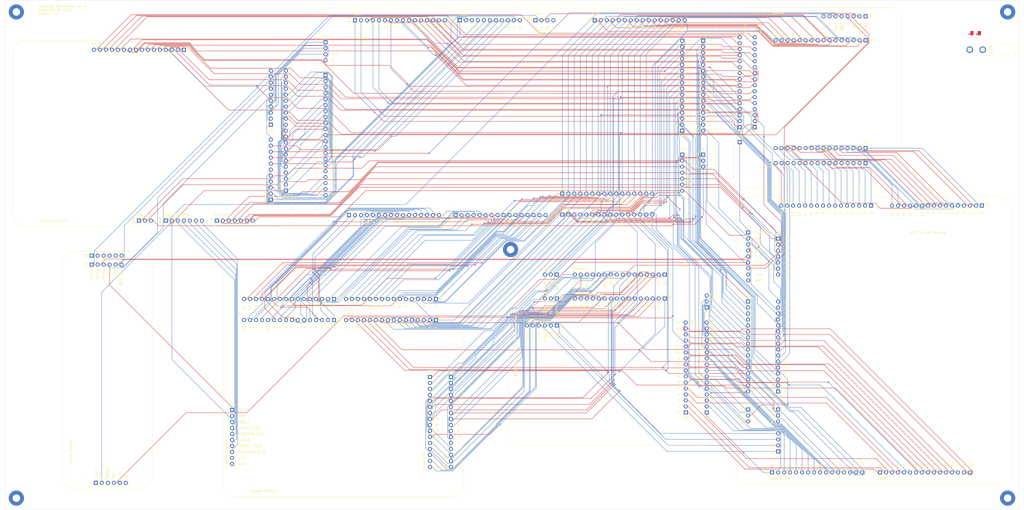
<source format=kicad_pcb>
(kicad_pcb (version 20241229) (generator "pcbnew") (generator_version "9.0")
  (title_block (title "Turtle16: Backplane") (date "2023-03-25") (rev "B") (comment 4 "Backplane for Turtle16 modules"))
  (layers (0 "F.Cu" signal) (4 "In1.Cu" power) (6 "In2.Cu" power) (2 "B.Cu" signal) (13 "F.Paste" user) (15 "B.Paste" user) (5 "F.SilkS" user "F.Silkscreen") (7 "B.SilkS" user "B.Silkscreen") (1 "F.Mask" user) (3 "B.Mask" user) (25 "Edge.Cuts" user))
  (net 0 "")
  (net 1 "VCC")
  (net 2 "GND")
  (net 3 "/RawClock")
  (net 4 "/~{SINGLE}")
  (net 5 "/RDY")
  (net 6 "/Phi1a")
  (net 7 "/Phi1b")
  (net 8 "/Phi1c")
  (net 9 "/Phi1d")
  (net 10 "/Phi2")
  (net 11 "/~{RST_sync}")
  (net 12 "/STALL")
  (net 13 "/FLUSH_IF")
  (net 14 "/FWD_A")
  (net 15 "/FWD_EX_TO_A")
  (net 16 "/FWD_MEM_TO_A")
  (net 17 "/FWD_B")
  (net 18 "/FWD_EX_TO_B")
  (net 19 "/FWD_MEM_TO_B")
  (net 20 "/Y_MEM0")
  (net 21 "/Y_MEM1")
  (net 22 "/Y_MEM2")
  (net 23 "/Y_MEM3")
  (net 24 "/Y_MEM4")
  (net 25 "/Y_MEM5")
  (net 26 "/Y_MEM6")
  (net 27 "/Y_MEM7")
  (net 28 "/Y_MEM8")
  (net 29 "/Y_MEM9")
  (net 30 "/Y_MEM10")
  (net 31 "/Y_MEM11")
  (net 32 "/Y_MEM12")
  (net 33 "/Y_MEM13")
  (net 34 "/Y_MEM14")
  (net 35 "/Y_MEM15")
  (net 36 "/A0")
  (net 37 "/A1")
  (net 38 "/A2")
  (net 39 "/A3")
  (net 40 "/A4")
  (net 41 "/A5")
  (net 42 "/A6")
  (net 43 "/A7")
  (net 44 "/A8")
  (net 45 "/A9")
  (net 46 "/A10")
  (net 47 "/A11")
  (net 48 "/A12")
  (net 49 "/A13")
  (net 50 "/A14")
  (net 51 "/A15")
  (net 52 "/B0")
  (net 53 "/B1")
  (net 54 "/B2")
  (net 55 "/B3")
  (net 56 "/B4")
  (net 57 "/B5")
  (net 58 "/B6")
  (net 59 "/B7")
  (net 60 "/B8")
  (net 61 "/B9")
  (net 62 "/B10")
  (net 63 "/B11")
  (net 64 "/B12")
  (net 65 "/B13")
  (net 66 "/B14")
  (net 67 "/B15")
  (net 68 "/Carry")
  (net 69 "/Z")
  (net 70 "/OVF")
  (net 71 "/N")
  (net 72 "/SelC_MEM0")
  (net 73 "/SelC_MEM1")
  (net 74 "/SelC_MEM2")
  (net 75 "/Ctl_MEM14")
  (net 76 "/Ctl_MEM15")
  (net 77 "/Ctl_MEM16")
  (net 78 "/Ctl_MEM17")
  (net 79 "/Ctl_MEM18")
  (net 80 "/Ctl_MEM19")
  (net 81 "/Ctl_MEM20")
  (net 82 "/Ctl_EX0")
  (net 83 "/Ctl_EX1")
  (net 84 "/Ctl_EX2")
  (net 85 "/Ctl_EX3")
  (net 86 "/Ctl_EX4")
  (net 87 "/Ctl_EX5")
  (net 88 "/Ctl_EX6")
  (net 89 "/Ctl_EX7")
  (net 90 "/Ctl_EX8")
  (net 91 "/Ctl_EX9")
  (net 92 "/Ctl_EX10")
  (net 93 "/Ctl_EX11")
  (net 94 "/Ctl_EX12")
  (net 95 "/Ctl_EX13")
  (net 96 "/Ctl_EX14")
  (net 97 "/Ctl_EX15")
  (net 98 "/Ctl_EX16")
  (net 99 "/Ctl_EX17")
  (net 100 "/Ctl_EX18")
  (net 101 "/Ctl_EX19")
  (net 102 "/Ctl_EX20")
  (net 103 "/Ins_EX0")
  (net 104 "/Ins_EX1")
  (net 105 "/Ins_EX2")
  (net 106 "/Ins_EX3")
  (net 107 "/Ins_EX4")
  (net 108 "/Ins_EX5")
  (net 109 "/Ins_EX6")
  (net 110 "/Ins_EX7")
  (net 111 "/Ins_EX8")
  (net 112 "/Ins_EX9")
  (net 113 "/Ins_EX10")
  (net 114 "/StoreOp_MEM0")
  (net 115 "/StoreOp_MEM1")
  (net 116 "/StoreOp_MEM2")
  (net 117 "/StoreOp_MEM3")
  (net 118 "/StoreOp_MEM4")
  (net 119 "/StoreOp_MEM5")
  (net 120 "/StoreOp_MEM6")
  (net 121 "/StoreOp_MEM7")
  (net 122 "/StoreOp_MEM8")
  (net 123 "/StoreOp_MEM9")
  (net 124 "/StoreOp_MEM10")
  (net 125 "/StoreOp_MEM11")
  (net 126 "/StoreOp_MEM12")
  (net 127 "/StoreOp_MEM13")
  (net 128 "/StoreOp_MEM14")
  (net 129 "/StoreOp_MEM15")
  (net 130 "/Ctl_WB17")
  (net 131 "/Ctl_WB18")
  (net 132 "/Ctl_WB19")
  (net 133 "/Ctl_WB20")
  (net 134 "/Y_EX0")
  (net 135 "/Y_EX1")
  (net 136 "/Y_EX2")
  (net 137 "/Y_EX3")
  (net 138 "/Y_EX4")
  (net 139 "/Y_EX5")
  (net 140 "/Y_EX6")
  (net 141 "/Y_EX7")
  (net 142 "/Y_EX8")
  (net 143 "/Y_EX9")
  (net 144 "/Y_EX10")
  (net 145 "/Y_EX11")
  (net 146 "/Y_EX12")
  (net 147 "/Y_EX13")
  (net 148 "/Y_EX14")
  (net 149 "/Y_EX15")
  (net 150 "/PC0")
  (net 151 "/PC1")
  (net 152 "/PC2")
  (net 153 "/PC3")
  (net 154 "/PC4")
  (net 155 "/PC5")
  (net 156 "/PC6")
  (net 157 "/PC7")
  (net 158 "/PC8")
  (net 159 "/PC9")
  (net 160 "/PC10")
  (net 161 "/PC11")
  (net 162 "/PC12")
  (net 163 "/PC13")
  (net 164 "/PC14")
  (net 165 "/PC15")
  (net 166 "/Ins_IF0")
  (net 167 "/Ins_IF1")
  (net 168 "/Ins_IF2")
  (net 169 "/Ins_IF3")
  (net 170 "/Ins_IF4")
  (net 171 "/Ins_IF5")
  (net 172 "/Ins_IF6")
  (net 173 "/Ins_IF7")
  (net 174 "/Ins_IF8")
  (net 175 "/Ins_IF9")
  (net 176 "/Ins_IF10")
  (net 177 "/Ins_IF11")
  (net 178 "/Ins_IF12")
  (net 179 "/Ins_IF13")
  (net 180 "/Ins_IF14")
  (net 181 "/Ins_IF15")
  (net 182 "/Ins_ID0")
  (net 183 "/Ins_ID1")
  (net 184 "/Ins_ID2")
  (net 185 "/Ins_ID3")
  (net 186 "/Ins_ID4")
  (net 187 "/Ins_ID5")
  (net 188 "/Ins_ID6")
  (net 189 "/Ins_ID7")
  (net 190 "/Ins_ID8")
  (net 191 "/Ins_ID9")
  (net 192 "/Ins_ID10")
  (net 193 "/Ins_ID11")
  (net 194 "/Ins_ID12")
  (net 195 "/Ins_ID13")
  (net 196 "/Ins_ID14")
  (net 197 "/Ins_ID15")
  (net 198 "/PC_EX0")
  (net 199 "/PC_EX1")
  (net 200 "/PC_EX2")
  (net 201 "/PC_EX3")
  (net 202 "/PC_EX4")
  (net 203 "/PC_EX5")
  (net 204 "/PC_EX6")
  (net 205 "/PC_EX7")
  (net 206 "/PC_EX8")
  (net 207 "/PC_EX9")
  (net 208 "/PC_EX10")
  (net 209 "/PC_EX11")
  (net 210 "/PC_EX12")
  (net 211 "/PC_EX13")
  (net 212 "/PC_EX14")
  (net 213 "/PC_EX15")
  (net 214 "/SelC_WB0")
  (net 215 "/SelC_WB1")
  (net 216 "/SelC_WB2")
  (net 217 "/Y_WB0")
  (net 218 "/Y_WB1")
  (net 219 "/Y_WB2")
  (net 220 "/Y_WB3")
  (net 221 "/Y_WB4")
  (net 222 "/Y_WB5")
  (net 223 "/Y_WB6")
  (net 224 "/Y_WB7")
  (net 225 "/Y_WB8")
  (net 226 "/Y_WB9")
  (net 227 "/Y_WB10")
  (net 228 "/Y_WB11")
  (net 229 "/Y_WB12")
  (net 230 "/Y_WB13")
  (net 231 "/Y_WB14")
  (net 232 "/Y_WB15")
  (net 233 "/StoreOp_WB0")
  (net 234 "/StoreOp_WB1")
  (net 235 "/StoreOp_WB2")
  (net 236 "/StoreOp_WB3")
  (net 237 "/StoreOp_WB4")
  (net 238 "/StoreOp_WB5")
  (net 239 "/StoreOp_WB6")
  (net 240 "/StoreOp_WB7")
  (net 241 "/StoreOp_WB8")
  (net 242 "/StoreOp_WB9")
  (net 243 "/StoreOp_WB10")
  (net 244 "/StoreOp_WB11")
  (net 245 "/StoreOp_WB12")
  (net 246 "/StoreOp_WB13")
  (net 247 "/StoreOp_WB14")
  (net 248 "/StoreOp_WB15")
  (net 249 "/RegisterA0")
  (net 250 "/RegisterA1")
  (net 251 "/RegisterA2")
  (net 252 "/RegisterA3")
  (net 253 "/RegisterA4")
  (net 254 "/RegisterA5")
  (net 255 "/RegisterA6")
  (net 256 "/RegisterA7")
  (net 257 "/RegisterA8")
  (net 258 "/RegisterA9")
  (net 259 "/RegisterA10")
  (net 260 "/RegisterA11")
  (net 261 "/RegisterA12")
  (net 262 "/RegisterA13")
  (net 263 "/RegisterA14")
  (net 264 "/RegisterA15")
  (net 265 "/RegisterB0")
  (net 266 "/RegisterB1")
  (net 267 "/RegisterB2")
  (net 268 "/RegisterB3")
  (net 269 "/RegisterB4")
  (net 270 "/RegisterB5")
  (net 271 "/RegisterB6")
  (net 272 "/RegisterB7")
  (net 273 "/RegisterB8")
  (net 274 "/RegisterB9")
  (net 275 "/RegisterB10")
  (net 276 "/RegisterB11")
  (net 277 "/RegisterB12")
  (net 278 "/RegisterB13")
  (net 279 "/RegisterB14")
  (net 280 "/RegisterB15")
  (footprint "Connector_PinHeader_2.54mm:PinHeader_1x07_P2.54mm_Vertical" (layer "F.Cu") (at 392.758 196.0359)
    (property "Reference" "J29")
    (property "Value" "Ctl_MEM")
  )
  (footprint "Connector_PinHeader_2.54mm:PinHeader_1x16_P2.54mm_Vertical" (layer "F.Cu") (at 362.496 269.6959 180)
    (property "Reference" "J16")
    (property "Value" "StoreOp_WB")
  )
  (footprint "Connector_PinHeader_2.54mm:PinHeader_1x16_P2.54mm_Vertical" (layer "F.Cu") (at 429.796 157.7179 -90)
    (property "Reference" "J3")
    (property "Value" "PC")
  )
  (footprint "Connector_PinHeader_2.54mm:PinHeader_1x01_P2.54mm_Vertical" (layer "F.Cu") (at 376.466 155.1779 180)
    (property "Reference" "J5")
    (property "Value" "FLUSH_IF")
  )
  (footprint "MountingHole:MountingHole_3.2mm_M3_Pad" (layer "F.Cu") (at 490 100)
    (property "Reference" "H3" (hide yes))
    (property "Value" "MountingHole_Pad")
  )
  (footprint "Connector_Molex:172448-0002" (layer "F.Cu") (at 479.4375 116 90)
    (property "Reference" "J19")
    (property "Value" "Power" (hide yes))
  )
  (footprint "Connector_PinHeader_2.54mm:PinHeader_1x16_P2.54mm_Vertical" (layer "F.Cu") (at 247.76 221.6539 -90)
    (property "Reference" "J39")
    (property "Value" "Y_EX")
  )
  (footprint "Connector_PinHeader_2.54mm:PinHeader_1x16_P2.54mm_Vertical" (layer "F.Cu") (at 361.008 112.2159)
    (property "Reference" "J48")
    (property "Value" "StoreOp_MEM")
  )
  (footprint "Connector_PinHeader_2.54mm:PinHeader_1x16_P2.54mm_Vertical" (layer "F.Cu") (at 390.218 295.0959 90)
    (property "Reference" "J43")
    (property "Value" "StoreOp_WB")
  )
  (footprint "Connector_PinHeader_2.54mm:PinHeader_1x04_P2.54mm_Vertical" (layer "F.Cu") (at 200.988 112.8609)
    (property "Reference" "J53")
    (property "Value" "Flags")
  )
  (footprint "Connector_PinHeader_2.54mm:PinHeader_1x03_P2.54mm_Vertical" (layer "F.Cu") (at 298.981 221.4359 -90)
    (property "Reference" "J12")
    (property "Value" "SelB")
  )
  (footprint "Connector_PinHeader_2.54mm:PinHeader_1x16_P2.54mm_Vertical" (layer "F.Cu") (at 204.58 221.6539 -90)
    (property "Reference" "J41")
    (property "Value" "A")
  )
  (footprint "Connector_PinHeader_2.54mm:PinHeader_1x16_P2.54mm_Vertical" (layer "F.Cu") (at 392.758 260.8059 180)
    (property "Reference" "J28")
    (property "Value" "StoreOp_MEM")
  )
  (footprint "Connector_PinHeader_2.54mm:PinHeader_1x09_P2.54mm_Vertical" (layer "F.Cu") (at 380.058 193.4359)
    (property "Reference" "J31")
    (property "Value" "Control Signals")
  )
  (footprint "Connector_PinHeader_2.54mm:PinHeader_1x16_P2.54mm_Vertical" (layer "F.Cu") (at 140.976 116.0259 -90)
    (property "Reference" "J35")
    (property "Value" "Ins_ID")
  )
  (footprint "Connector_PinHeader_2.54mm:PinHeader_1x16_P2.54mm_Vertical" (layer "F.Cu") (at 429.806 164.0679 -90)
    (property "Reference" "J6")
    (property "Value" "Ins_IF")
  )
  (footprint "Connector_PinHeader_2.54mm:PinHeader_1x08_P2.54mm_Vertical" (layer "F.Cu") (at 429.806 101.8379 -90)
    (property "Reference" "J2")
    (property "Value" "Control Signals")
  )
  (footprint "Connector_PinHeader_2.54mm:PinHeader_1x16_P2.54mm_Vertical" (layer "F.Cu") (at 479.118 182.0659 -90)
    (property "Reference" "J26")
    (property "Value" "PC")
  )
  (footprint "Capacitor_SMD:C_1206_3216Metric_Pad1.33x1.80mm_HandSolder" (layer "F.Cu") (at 476.4375 109 180)
    (property "Reference" "C1")
    (property "Value" "100µF")
  )
  (footprint "Connector_PinHeader_2.54mm:PinHeader_1x16_P2.54mm_Vertical" (layer "F.Cu") (at 301.318 176.9859 90)
    (property "Reference" "J49")
    (property "Value" "Y_EX")
  )
  (footprint "Connector_PinHeader_2.54mm:PinHeader_1x11_P2.54mm_Vertical" (layer "F.Cu") (at 177.806 179.5259 180)
    (property "Reference" "J56")
    (property "Value" "Ins_EX")
  )
  (footprint "Connector_PinHeader_2.54mm:PinHeader_1x16_P2.54mm_Vertical" (layer "F.Cu") (at 245.22 254.6739)
    (property "Reference" "J37")
    (property "Value" "RegisterB")
  )
  (footprint "Connector_PinHeader_2.54mm:PinHeader_1x21_P2.54mm_Vertical" (layer "F.Cu") (at 200.988 126.8209)
    (property "Reference" "J25")
    (property "Value" "Ctl_EX")
  )
  (footprint "Connector_PinHeader_2.54mm:PinHeader_1x03_P2.54mm_Vertical" (layer "F.Cu") (at 362.496 225.2459 180)
    (property "Reference" "J13")
    (property "Value" "SelC")
  )
  (footprint "Connector_PinHeader_2.54mm:PinHeader_1x06_P2.54mm_Vertical" (layer "F.Cu") (at 298.996 232.8659 -90)
    (property "Reference" "J14")
    (property "Value" "Control Signals")
  )
  (footprint "Connector_PinHeader_2.54mm:PinHeader_1x16_P2.54mm_Vertical" (layer "F.Cu") (at 256.106 186.0939 90)
    (property "Reference" "J21")
    (property "Value" "A")
  )
  (footprint "Connector_PinHeader_2.54mm:PinHeader_1x16_P2.54mm_Vertical" (layer "F.Cu") (at 301.318 185.8759 90)
    (property "Reference" "J50")
    (property "Value" "Y_MEM")
  )
  (footprint "Connector_PinHeader_2.54mm:PinHeader_1x07_P2.54mm_Vertical" (layer "F.Cu") (at 154.946 188.4159 90)
    (property "Reference" "J32")
    (property "Value" "Ctl_MEM")
  )
  (footprint "Connector_PinHeader_2.54mm:PinHeader_1x11_P2.54mm_Vertical" (layer "F.Cu") (at 257.92 103.5439 90)
    (property "Reference" "J24")
    (property "Value" "Ins_EX")
  )
  (footprint "Connector_PinHeader_2.54mm:PinHeader_1x16_P2.54mm_Vertical" (layer "F.Cu") (at 210.93 186.0939 90)
    (property "Reference" "J22")
    (property "Value" "B")
  )
  (footprint "Connector_PinHeader_2.54mm:PinHeader_1x04_P2.54mm_Vertical" (layer "F.Cu") (at 289.898 103.5439 90)
    (property "Reference" "J23")
    (property "Value" "Clock")
  )
  (footprint "Connector_PinHeader_2.54mm:PinHeader_1x16_P2.54mm_Vertical" (layer "F.Cu") (at 376.466 148.8279 180)
    (property "Reference" "J10")
    (property "Value" "PC_EX")
  )
  (footprint "Connector_PinHeader_2.54mm:PinHeader_1x03_P2.54mm_Vertical" (layer "F.Cu") (at 121.926 188.4159 90)
    (property "Reference" "J33")
    (property "Value" "SelC_MEM")
  )
  (footprint "Connector_PinHeader_2.54mm:PinHeader_1x03_P2.54mm_Vertical" (layer "F.Cu") (at 361.008 160.4759)
    (property "Reference" "J54")
    (property "Value" "SelC_MEM")
  )
  (footprint "Connector_PinHeader_2.54mm:PinHeader_1x10_P2.54mm_Vertical" (layer "F.Cu") (at 177.806 147.7759 180)
    (property "Reference" "J34")
    (property "Value" "Control Signals")
  )
  (footprint "MountingHole:MountingHole_3.2mm_M3_Pad" (layer "F.Cu") (at 279.4 200.66)
    (property "Reference" "H5" (hide yes))
    (property "Value" "MountingHole_Pad")
  )
  (footprint "Connector_PinHeader_2.54mm:PinHeader_1x16_P2.54mm_Vertical" (layer "F.Cu") (at 344.716 221.4359 -90)
    (property "Reference" "J18")
    (property "Value" "RegisterB")
  )
  (footprint "MountingHole:MountingHole_3.2mm_M3_Pad" (layer "F.Cu") (at 70 100)
    (property "Reference" "H1" (hide yes))
    (property "Value" "MountingHole_Pad")
  )
  (footprint "Connector_PinHeader_2.54mm:PinHeader_1x07_P2.54mm_Vertical" (layer "F.Cu") (at 352.118 160.4709)
    (property "Reference" "J55")
    (property "Value" "Y_EX")
  )
  (footprint "Connector_PinHeader_2.54mm:PinHeader_1x16_P2.54mm_Vertical" (layer "F.Cu") (at 429.806 111.9979 -90)
    (property "Reference" "J1")
    (property "Value" "Y_EX")
  )
  (footprint "MountingHole:MountingHole_3.2mm_M3_Pad" (layer "F.Cu") (at 70 306)
    (property "Reference" "H4" (hide yes))
    (property "Value" "MountingHole_Pad")
  )
  (footprint "Connector_PinHeader_2.54mm:PinHeader_1x16_P2.54mm_Vertical" (layer "F.Cu") (at 432.128 182.0659 -90)
    (property "Reference" "J44")
    (property "Value" "Ins_IF")
  )
  (footprint "Connector_PinHeader_2.54mm:PinHeader_1x16_P2.54mm_Vertical" (layer "F.Cu") (at 380.058 222.7059)
    (property "Reference" "J27")
    (property "Value" "Y_MEM")
  )
  (footprint "Connector_PinHeader_2.54mm:PinHeader_1x16_P2.54mm_Vertical" (layer "F.Cu") (at 435.938 295.0959 90)
    (property "Reference" "J46")
    (property "Value" "Y_WB")
  )
  (footprint "Connector_PinHeader_2.54mm:PinHeader_1x16_P2.54mm_Vertical" (layer "F.Cu") (at 254.11 254.6739)
    (property "Reference" "J36")
    (property "Value" "RegisterA")
  )
  (footprint "Connector_PinHeader_2.54mm:PinHeader_1x06_P2.54mm_Vertical" (layer "F.Cu") (at 103.67 299.5199 90)
    (property "Reference" "J4")
    (property "Value" "Clock Inputs")
  )
  (footprint "Connector_PinHeader_2.54mm:PinHeader_1x04_P2.54mm_Vertical" (layer "F.Cu") (at 392.758 286.2059 180)
    (property "Reference" "J47")
    (property "Value" "Ctl_MEM")
  )
  (footprint "Connector_PinHeader_2.54mm:PinHeader_1x16_P2.54mm_Vertical" (layer "F.Cu") (at 353.606 269.6959 180)
    (property "Reference" "J15")
    (property "Value" "Y_WB")
  )
  (footprint "Connector_PinHeader_2.54mm:PinHeader_1x10_P2.54mm_Vertical" (layer "F.Cu") (at 161.4 268.6439)
    (property "Reference" "J40")
    (property "Value" "Control Signals")
  )
  (footprint "Connector_PinHeader_2.54mm:PinHeader_1x03_P2.54mm_Vertical" (layer "F.Cu") (at 380.058 268.4259)
    (property "Reference" "J30")
    (property "Value" "SelC_MEM")
  )
  (footprint "Connector_PinHeader_2.54mm:PinHeader_1x16_P2.54mm_Vertical" (layer "F.Cu") (at 344.716 211.2759 -90)
    (property "Reference" "J17")
    (property "Value" "RegisterA")
  )
  (footprint "MountingHole:MountingHole_3.2mm_M3_Pad" (layer "F.Cu") (at 490 306)
    (property "Reference" "H2" (hide yes))
    (property "Value" "MountingHole_Pad")
  )
  (footprint "Connector_PinHeader_2.54mm:PinHeader_1x16_P2.54mm_Vertical" (layer "F.Cu") (at 213.47 103.5439 90)
    (property "Reference" "J20")
    (property "Value" "PC_EX")
  )
  (footprint "Connector_PinHeader_2.54mm:PinHeader_1x16_P2.54mm_Vertical" (layer "F.Cu") (at 204.58 230.5439 -90)
    (property "Reference" "J42")
    (property "Value" "B")
  )
  (footprint "Connector_PinHeader_2.54mm:PinHeader_1x16_P2.54mm_Vertical" (layer "F.Cu") (at 352.118 150.3159 180)
    (property "Reference" "J52")
    (property "Value" "Y_MEM")
  )
  (footprint "Connector_PinHeader_2.54mm:PinHeader_1x16_P2.54mm_Vertical" (layer "F.Cu") (at 382.816 148.8279 180)
    (property "Reference" "J9")
    (property "Value" "Ins_ID")
  )
  (footprint "Connector_PinHeader_2.54mm:PinHeader_1x06_P2.54mm_Vertical" (layer "F.Cu") (at 101.902 203.2649 90)
    (property "Reference" "J8")
    (property "Value" "GND")
  )
  (footprint "Connector_PinHeader_2.54mm:PinHeader_1x21_P2.54mm_Vertical" (layer "F.Cu") (at 184.156 175.7159 180)
    (property "Reference" "J57")
    (property "Value" "Ctl_EX")
  )
  (footprint "Connector_PinHeader_2.54mm:PinHeader_1x16_P2.54mm_Vertical" (layer "F.Cu") (at 315.07 103.5439 90)
    (property "Reference" "J51")
    (property "Value" "Y_EX")
  )
  (footprint "Connector_PinHeader_2.54mm:PinHeader_1x03_P2.54mm_Vertical" (layer "F.Cu") (at 392.758 268.4259)
    (property "Reference" "J45")
    (property "Value" "SelC_MEM")
  )
  (footprint "Connector_PinHeader_2.54mm:PinHeader_1x07_P2.54mm_Vertical" (layer "F.Cu") (at 133.351 188.4159 90)
    (property "Reference" "J58")
    (property "Value" "Bypass Control")
  )
  (footprint "Connector_PinHeader_2.54mm:PinHeader_1x16_P2.54mm_Vertical" (layer "F.Cu") (at 247.76 230.5439 -90)
    (property "Reference" "J38")
    (property "Value" "Y_MEM")
  )
  (footprint "Connector_PinHeader_2.54mm:PinHeader_1x06_P2.54mm_Vertical" (layer "F.Cu") (at 101.902 207.0749 90)
    (property "Reference" "J7")
    (property "Value" "Clock Outputs")
  )
  (footprint "Connector_PinHeader_2.54mm:PinHeader_1x03_P2.54mm_Vertical" (layer "F.Cu") (at 298.996 211.2759 -90)
    (property "Reference" "J11")
    (property "Value" "SelA")
  )
  (gr_arc (start 361.008208 98.245898) (mid 364.600308 99.733797) (end 366.088208 103.325898) (stroke (width 0.1)) (layer "F.SilkS"))
  (gr_line (start 366.306109 278.585899) (end 366.306107 212.545897) (stroke (width 0.1)) (layer "F.SilkS"))
  (gr_line (start 380.058175 178.255914) (end 486.738175 178.255914) (stroke (width 0.1)) (layer "F.SilkS"))
  (gr_arc (start 157.590311 212.763795) (mid 159.07821 209.171697) (end 162.670311 207.683795) (stroke (width 0.1)) (layer "F.SilkS"))
  (gr_line (start 181.546106 112.215898) (end 73.666106 112.215898) (stroke (width 0.1)) (layer "F.SilkS"))
  (gr_arc (start 379.006106 174.227997) (mid 375.401187 172.600153) (end 373.926106 168.930101) (stroke (width 0.1)) (layer "F.SilkS"))
  (gr_line (start 361.226107 207.465897) (end 283.756107 207.465897) (stroke (width 0.1)) (layer "F.SilkS"))
  (gr_arc (start 445.046106 169.148001) (mid 443.558208 172.740102) (end 439.966106 174.228001) (stroke (width 0.1)) (layer "F.SilkS"))
  (gr_line (start 373.926106 168.930101) (end 373.926106 103.107999) (stroke (width 0.1)) (layer "F.SilkS"))
  (gr_line (start 374.978175 183.335914) (end 374.978175 295.095914) (stroke (width 0.1)) (layer "F.SilkS"))
  (gr_arc (start 68.586106 117.295898) (mid 70.074004 113.703796) (end 73.666106 112.215898) (stroke (width 0.1)) (layer "F.SilkS"))
  (gr_line (start 361.008208 98.245898) (end 202.258208 98.245898) (stroke (width 0.1)) (layer "F.SilkS"))
  (gr_arc (start 366.306109 278.585899) (mid 364.818211 282.178003) (end 361.226109 283.665899) (stroke (width 0.1)) (layer "F.SilkS"))
  (gr_arc (start 186.696106 185.875898) (mid 185.208209 189.468001) (end 181.616106 190.955898) (stroke (width 0.1)) (layer "F.SilkS"))
  (gr_arc (start 197.178208 103.325898) (mid 198.666106 99.733797) (end 202.258208 98.245898) (stroke (width 0.1)) (layer "F.SilkS"))
  (gr_arc (start 361.226107 207.465897) (mid 364.818208 208.953796) (end 366.306107 212.545897) (stroke (width 0.1)) (layer "F.SilkS"))
  (gr_arc (start 94.526103 301.805898) (mid 90.934001 300.318) (end 89.446103 296.725898) (stroke (width 0.1)) (layer "F.SilkS"))
  (gr_arc (start 380.058175 300.175914) (mid 376.466115 298.687978) (end 374.978175 295.095914) (stroke (width 0.1)) (layer "F.SilkS"))
  (gr_line (start 73.666106 190.955898) (end 181.616106 190.955898) (stroke (width 0.1)) (layer "F.SilkS"))
  (gr_line (start 491.818175 295.095914) (end 491.818175 183.335914) (stroke (width 0.1)) (layer "F.SilkS"))
  (gr_arc (start 254.040311 207.683795) (mid 257.657045 209.167708) (end 259.190311 212.763795) (stroke (width 0.1)) (layer "F.SilkS"))
  (gr_arc (start 283.756107 283.665897) (mid 280.164003 282.178) (end 278.676107 278.585897) (stroke (width 0.1)) (layer "F.SilkS"))
  (gr_line (start 283.756107 283.665897) (end 361.226109 283.665899) (stroke (width 0.1)) (layer "F.SilkS"))
  (gr_line (start 259.190311 300.393795) (end 259.190311 212.763795) (stroke (width 0.1)) (layer "F.SilkS"))
  (gr_arc (start 439.966106 98.027999) (mid 443.558207 99.515897) (end 445.046106 103.107999) (stroke (width 0.1)) (layer "F.SilkS"))
  (gr_line (start 89.446103 206.555898) (end 89.446103 296.725898) (stroke (width 0.1)) (layer "F.SilkS"))
  (gr_line (start 254.040311 207.683795) (end 162.670311 207.683795) (stroke (width 0.1)) (layer "F.SilkS"))
  (gr_line (start 157.590311 212.763795) (end 157.590311 300.393795) (stroke (width 0.1)) (layer "F.SilkS"))
  (gr_arc (start 162.670311 305.473795) (mid 159.078205 303.9859) (end 157.590311 300.393795) (stroke (width 0.1)) (layer "F.SilkS"))
  (gr_arc (start 374.978175 183.335914) (mid 376.466065 179.743791) (end 380.058175 178.255914) (stroke (width 0.1)) (layer "F.SilkS"))
  (gr_arc (start 127.546103 296.725898) (mid 126.058205 300.318) (end 122.466103 301.805898) (stroke (width 0.1)) (layer "F.SilkS"))
  (gr_arc (start 373.926106 103.107999) (mid 375.414003 99.515897) (end 379.006106 98.027999) (stroke (width 0.1)) (layer "F.SilkS"))
  (gr_line (start 445.046106 169.148001) (end 445.046106 103.107999) (stroke (width 0.1)) (layer "F.SilkS"))
  (gr_line (start 186.696106 185.875898) (end 186.696106 117.295898) (stroke (width 0.1)) (layer "F.SilkS"))
  (gr_arc (start 491.818175 295.095914) (mid 490.330299 298.688025) (end 486.738175 300.175914) (stroke (width 0.1)) (layer "F.SilkS"))
  (gr_line (start 380.058175 300.175914) (end 486.738175 300.175914) (stroke (width 0.1)) (layer "F.SilkS"))
  (gr_arc (start 73.666106 190.955898) (mid 70.074002 189.468001) (end 68.586106 185.875898) (stroke (width 0.1)) (layer "F.SilkS"))
  (gr_line (start 197.178208 103.325898) (end 197.178208 185.875898) (stroke (width 0.1)) (layer "F.SilkS"))
  (gr_line (start 202.258208 190.955898) (end 361.008208 190.955898) (stroke (width 0.1)) (layer "F.SilkS"))
  (gr_line (start 366.088208 185.875898) (end 366.088208 103.325898) (stroke (width 0.1)) (layer "F.SilkS"))
  (gr_arc (start 278.676107 212.545897) (mid 280.164005 208.953796) (end 283.756107 207.465897) (stroke (width 0.1)) (layer "F.SilkS"))
  (gr_arc (start 89.446103 206.555898) (mid 90.934 202.963795) (end 94.526103 201.475898) (stroke (width 0.1)) (layer "F.SilkS"))
  (gr_arc (start 202.258208 190.955898) (mid 198.666103 189.468002) (end 197.178208 185.875898) (stroke (width 0.1)) (layer "F.SilkS"))
  (gr_arc (start 122.466103 201.475898) (mid 126.058206 202.963795) (end 127.546103 206.555898) (stroke (width 0.1)) (layer "F.SilkS"))
  (gr_line (start 68.586106 117.295898) (end 68.586106 185.875898) (stroke (width 0.1)) (layer "F.SilkS"))
  (gr_line (start 122.466103 201.475898) (end 94.526103 201.475898) (stroke (width 0.1)) (layer "F.SilkS"))
  (gr_line (start 127.546103 296.725898) (end 127.546103 206.555898) (stroke (width 0.1)) (layer "F.SilkS"))
  (gr_arc (start 486.738175 178.255914) (mid 490.330261 179.743832) (end 491.818175 183.335914) (stroke (width 0.1)) (layer "F.SilkS"))
  (gr_line (start 278.676107 212.545897) (end 278.676107 278.585897) (stroke (width 0.1)) (layer "F.SilkS"))
  (gr_arc (start 259.190311 300.393795) (mid 257.702415 303.985902) (end 254.110311 305.473795) (stroke (width 0.1)) (layer "F.SilkS"))
  (gr_arc (start 366.088208 185.875898) (mid 364.600311 189.468002) (end 361.008208 190.955898) (stroke (width 0.1)) (layer "F.SilkS"))
  (gr_line (start 439.966106 174.228001) (end 379.006106 174.227997) (stroke (width 0.1)) (layer "F.SilkS"))
  (gr_arc (start 181.546106 112.215898) (mid 185.183599 113.67876) (end 186.696106 117.295898) (stroke (width 0.1)) (layer "F.SilkS"))
  (gr_line (start 94.526103 301.805898) (end 122.466103 301.805898) (stroke (width 0.1)) (layer "F.SilkS"))
  (gr_line (start 439.966106 98.027999) (end 379.006106 98.027999) (stroke (width 0.1)) (layer "F.SilkS"))
  (gr_line (start 162.670311 305.473795) (end 254.110311 305.473795) (stroke (width 0.1)) (layer "F.SilkS"))
  (gr_line (start 65 311) (end 65 95) (stroke (width 0.1)) (layer "Edge.Cuts"))
  (gr_line (start 495 311) (end 65 311) (stroke (width 0.1)) (layer "Edge.Cuts"))
  (gr_line (start 495 95) (end 495 311) (stroke (width 0.1)) (layer "Edge.Cuts"))
  (gr_line (start 65 95) (end 495 95) (stroke (width 0.1)) (layer "Edge.Cuts"))
  (gr_text "12" (at 203.528208 157.300898 0) (layer "F.SilkS") (effects (font (size 1 1)) (justify left)))
  (gr_text "15" (at 294.423708 188.415898 90) (layer "F.SilkS") (effects (font (size 1 1)) (justify right)))
  (gr_text "11" (at 247.760311 282.613795 0) (layer "F.SilkS") (effects (font (size 1 1)) (justify left)))
  (gr_text "1" (at 245.220311 233.083795 90) (layer "F.SilkS") (effects (font (size 1 1)) (justify right)))
  (gr_text "15" (at 166.480311 224.193795 90) (layer "F.SilkS") (effects (font (size 1 1)) (justify right)))
  (gr_text "8" (at 382.598175 243.025914 0) (layer "F.SilkS") (effects (font (size 1 1)) (justify left)))
  (gr_text "5" (at 419.428175 184.605914 90) (layer "F.SilkS") (effects (font (size 1 1)) (justify right)))
  (gr_text "15" (at 247.760311 292.773795 0) (layer "F.SilkS") (effects (font (size 1 1)) (justify left)))
  (gr_text "7" (at 186.800311 224.193795 90) (layer "F.SilkS") (effects (font (size 1 1)) (justify right)))
  (gr_text "FWD_EX_TO_B" (at 163.940311 283.883795 0) (layer "F.SilkS") (effects (font (size 1 1)) (justify left)))
  (gr_text "6" (at 463.878175 184.605914 90) (layer "F.SilkS") (effects (font (size 1 1)) (justify right)))
  (gr_text "Phi2" (at 112.052103 208.878 90) (layer "F.SilkS") (effects (font (size 1 1)) (justify right)))
  (gr_text "~{RST}" (at 424.726104 104.377997 270) (layer "F.SilkS") (effects (font (size 1 1)) (justify left)))
  (gr_text "FWD_B" (at 163.940311 281.343795 0) (layer "F.SilkS") (effects (font (size 1 1)) (justify left)))
  (gr_text "6" (at 228.928208 105.865898 90) (layer "F.SilkS") (effects (font (size 1 1)) (justify right)))
  (gr_text "9" (at 256.650311 277.533795 0) (layer "F.SilkS") (effects (font (size 1 1)) (justify left)))
  (gr_text "9" (at 181.720311 233.083795 90) (layer "F.SilkS") (effects (font (size 1 1)) (justify right)))
  (gr_text "15" (at 353.388208 105.865898 90) (layer "F.SilkS") (effects (font (size 1 1)) (justify right)))
  (gr_text "11" (at 176.640311 233.083795 90) (layer "F.SilkS") (effects (font (size 1 1)) (justify right)))
  (gr_text "6" (at 189.340311 233.083795 90) (layer "F.SilkS") (effects (font (size 1 1)) (justify right)))
  (gr_text "B3" (at 337.096107 223.975897 270) (layer "F.SilkS") (effects (font (size 1 1)) (justify left)))
  (gr_text "GND" (at 412.026104 104.377997 270) (layer "F.SilkS") (effects (font (size 1 1)) (justify left)))
  (gr_text "11" (at 463.878175 292.555914 90) (layer "F.SilkS") (effects (font (size 1 1)) (justify left)))
  (gr_text "0" (at 382.598175 268.425914 0) (layer "F.SilkS") (effects (font (size 1 1)) (justify left)))
  (gr_text "4" (at 311.478208 188.415898 90) (layer "F.SilkS") (effects (font (size 1 1)) (justify right)))
  (gr_text "FWD_A" (at 163.940311 273.723795 0) (layer "F.SilkS") (effects (font (size 1 1)) (justify left)))
  (gr_text "GND" (at 294.968208 106.083796 90) (layer "F.SilkS") (effects (font (size 1 1)) (justify right)))
  (gr_text "4" (at 468.958175 184.605914 90) (layer "F.SilkS") (effects (font (size 1 1)) (justify right)))
  (gr_text "3" (at 424.508175 184.605914 90) (layer "F.SilkS") (effects (font (size 1 1)) (justify right)))
  (gr_text "2" (at 199.500311 233.083795 90) (layer "F.SilkS") (effects (font (size 1 1)) (justify right)))
  (gr_text "3" (at 247.760311 262.293795 0) (layer "F.SilkS") (effects (font (size 1 1)) (justify left)))
  (gr_text "2" (at 256.650311 259.753795 0) (layer "F.SilkS") (effects (font (size 1 1)) (justify left)))
  (gr_text "11" (at 256.650311 282.613795 0) (layer "F.SilkS") (effects (font (size 1 1)) (justify left)))
  (gr_text "3" (at 221.308208 105.865898 90) (layer "F.SilkS") (effects (font (size 1 1)) (justify right)))
  (gr_text "1" (at 317.828208 105.865898 90) (layer "F.SilkS") (effects (font (size 1 1)) (justify right)))
  (gr_text "0" (at 301.318208 188.415898 90) (layer "F.SilkS") (effects (font (size 1 1)) (justify right)))
  (gr_text "SelB1" (at 296.441107 223.975897 270) (layer "F.SilkS") (effects (font (size 1 1)) (justify left)))
  (gr_text "B0" (at 344.716107 223.975897 270) (layer "F.SilkS") (effects (font (size 1 1)) (justify left)))
  (gr_text "8" (at 410.538175 292.555914 90) (layer "F.SilkS") (effects (font (size 1 1)) (justify left)))
  (gr_text "15" (at 256.650311 292.773795 0) (layer "F.SilkS") (effects (font (size 1 1)) (justify left)))
  (gr_text "0" (at 247.760311 224.193795 90) (layer "F.SilkS") (effects (font (size 1 1)) (justify right)))
  (gr_text "8" (at 256.650311 274.993795 0) (layer "F.SilkS") (effects (font (size 1 1)) (justify left)))
  (gr_text "13" (at 214.740311 224.193795 90) (layer "F.SilkS") (effects (font (size 1 1)) (justify right)))
  (gr_text "9" (at 247.760311 277.533795 0) (layer "F.SilkS") (effects (font (size 1 1)) (justify left)))
  (gr_text "15" (at 355.928208 163.015898 0) (layer "F.SilkS") (effects (font (size 1 1)) (justify right)))
  (gr_text "7" (at 274.103708 188.415898 90) (layer "F.SilkS") (effects (font (size 1 1)) (justify right)))
  (gr_text "11" (at 395.298175 232.865914 0) (layer "F.SilkS") (effects (font (size 1 1)) (justify left)))
  (gr_text "A2" (at 339.636107 213.815897 270) (layer "F.SilkS") (effects (font (size 1 1)) (justify left)))
  (gr_text "12" (at 345.768208 105.865898 90) (layer "F.SilkS") (effects (font (size 1 1)) (justify right)))
  (gr_text "13" (at 364.818208 145.235898 0) (layer "F.SilkS") (effects (font (size 1 1)) (justify right)))
  (gr_text "13" (at 355.928208 117.295898 0) (layer "F.SilkS") (effects (font (size 1 1)) (justify right)))
  (gr_text "10" (at 222.360311 224.193795 90) (layer "F.SilkS") (effects (font (size 1 1)) (justify right)))
  (gr_text "7" (at 407.998175 292.555914 90) (layer "F.SilkS") (effects (font (size 1 1)) (justify left)))
  (gr_text "7" (at 414.348175 184.605914 90) (layer "F.SilkS") (effects (font (size 1 1)) (justify right)))
  (gr_text "10" (at 355.928208 124.915898 0) (layer "F.SilkS") (effects (font (size 1 1)) (justify right)))
  (gr_text "10" (at 382.598175 248.105914 0) (layer "F.SilkS") (effects (font (size 1 1)) (justify left)))
  (gr_text "0" (at 364.818208 112.215898 0) (layer "F.SilkS") (effects (font (size 1 1)) (justify right)))
  (gr_text "12" (at 256.650311 285.153795 0) (layer "F.SilkS") (effects (font (size 1 1)) (justify left)))
  (gr_text "SRC" (at 291.376107 235.405897 270) (layer "F.SilkS") (effects (font (size 1 1)) (justify left)))
  (gr_text "10" (at 239.088208 105.865898 90) (layer "F.SilkS") (effects (font (size 1 1)) (justify right)))
  (gr_text "1" (at 258.863708 188.415898 90) (layer "F.SilkS") (effects (font (size 1 1)) (justify right)))
  (gr_text "6" (at 382.598175 237.945914 0) (layer "F.SilkS") (effects (font (size 1 1)) (justify left)))
  (gr_text "2" (at 351.066107 264.615897 0) (layer "F.SilkS") (effects (font (size 1 1)) (justify right)))
  (gr_text "Phi1c" (at 106.972103 208.878 90) (layer "F.SilkS") (effects (font (size 1 1)) (justify right)))
  (gr_text "B1" (at 342.176107 223.975897 270) (layer "F.SilkS") (effects (font (size 1 1)) (justify left)))
  (gr_text "13" (at 289.343708 188.415898 90) (layer "F.SilkS") (effects (font (size 1 1)) (justify right)))
  (gr_text "0" (at 382.598175 222.705914 0) (layer "F.SilkS") (effects (font (size 1 1)) (justify left)))
  (gr_text "12" (at 286.803708 188.415898 90) (layer "F.SilkS") (effects (font (size 1 1)) (justify right)))
  (gr_text "5" (at 191.880311 224.193795 90) (layer "F.SilkS") (effects (font (size 1 1)) (justify right)))
  (gr_text "13" (at 468.958175 292.555914 90) (layer "F.SilkS") (effects (font (size 1 1)) (justify left)))
  (gr_text "1" (at 382.598175 270.965914 0) (layer "F.SilkS") (effects (font (size 1 1)) (justify left)))
  (gr_text "4" (at 382.598175 232.865914 0) (layer "F.SilkS") (effects (font (size 1 1)) (justify left)))
  (gr_text "7" (at 228.928208 188.415898 90) (layer "F.SilkS") (effects (font (size 1 1)) (justify right)))
  (gr_text "5" (at 359.956107 256.995897 0) (layer "F.SilkS") (effects (font (size 1 1)) (justify right)))
  (gr_text "15" (at 395.298175 222.705914 0) (layer "F.SilkS") (effects (font (size 1 1)) (justify left)))
  (gr_text "0" (at 204.580311 233.083795 90) (layer "F.SilkS") (effects (font (size 1 1)) (justify right)))
  (gr_text "1" (at 203.528208 129.360898 0) (layer "F.SilkS") (effects (font (size 1 1)) (justify left)))
  (gr_text "8" (at 355.928208 129.995898 0) (layer "F.SilkS") (effects (font (size 1 1)) (justify right)))
  (gr_text "17" (at 203.528208 170.000898 0) (layer "F.SilkS") (effects (font (size 1 1)) (justify left)))
  (gr_text "0" (at 256.650311 254.673795 0) (layer "F.SilkS") (effects (font (size 1 1)) (justify left)))
  (gr_text "1" (at 364.818208 114.755898 0) (layer "F.SilkS") (effects (font (size 1 1)) (justify right)))
  (gr_text "0" (at 351.066107 269.695897 0) (layer "F.SilkS") (effects (font (size 1 1)) (justify right)))
  (gr_text "2" (at 242.680311 233.083795 90) (layer "F.SilkS") (effects (font (size 1 1)) (justify right)))
  (gr_text "8" (at 234.008208 105.865898 90) (layer "F.SilkS") (effects (font (size 1 1)) (justify right)))
  (gr_text "11" (at 359.956107 241.755897 0) (layer "F.SilkS") (effects (font (size 1 1)) (justify right)))
  (gr_text "B12" (at 314.236107 223.975897 270) (layer "F.SilkS") (effects (font (size 1 1)) (justify left)))
  (gr_text "10" (at 236.548208 188.415898 90) (layer "F.SilkS") (effects (font (size 1 1)) (justify right)))
  (gr_text "16" (at 355.928208 165.555898 0) (layer "F.SilkS") (effects (font (size 1 1)) (justify right)))
  (gr_text "~{J}" (at 422.186104 104.377997 270) (layer "F.SilkS") (effects (font (size 1 1)) (justify left)))
  (gr_text "1" (at 395.298175 258.265914 0) (layer "F.SilkS") (effects (font (size 1 1)) (justify left)))
  (gr_text "~{RST_sync}" (at 114.628205 208.878 90) (layer "F.SilkS") (effects (font (size 1 1)) (justify right)))
  (gr_text "5" (at 448.638175 292.555914 90) (layer "F.SilkS") (effects (font (size 1 1)) (justify left)))
  (gr_text "19" (at 395.298175 208.735914 0) (layer "F.SilkS") (effects (font (size 1 1)) (justify left)))
  (gr_text "3" (at 256.650311 262.293795 0) (layer "F.SilkS") (effects (font (size 1 1)) (justify left)))
  (gr_text "9" (at 234.008208 188.415898 90) (layer "F.SilkS") (effects (font (size 1 1)) (justify right)))
  (gr_text "7" (at 247.760311 272.453795 0) (layer "F.SilkS") (effects (font (size 1 1)) (justify left)))
  (gr_text "B9" (at 321.856107 223.975897 270) (layer "F.SilkS") (effects (font (size 1 1)) (justify left)))
  (gr_text "B5" (at 332.016107 223.975897 270) (layer "F.SilkS") (effects (font (size 1 1)) (justify left)))
  (gr_text "13" (at 244.168208 188.415898 90) (layer "F.SilkS") (effects (font (size 1 1)) (justify right)))
  (gr_text "18" (at 203.528208 172.540898 0) (layer "F.SilkS") (effects (font (size 1 1)) (justify left)))
  (gr_text "0" (at 247.760311 254.673795 0) (layer "F.SilkS") (effects (font (size 1 1)) (justify left)))
  (gr_text "7" (at 395.298175 243.025914 0) (layer "F.SilkS") (effects (font (size 1 1)) (justify left)))
  (gr_text "6" (at 364.818208 127.455898 0) (layer "F.SilkS") (effects (font (size 1 1)) (justify right)))
  (gr_text "A13" (at 311.696107 213.815897 270) (layer "F.SilkS") (effects (font (size 1 1)) (justify left)))
  (gr_text "1" (at 260.678208 105.865898 90) (layer "F.SilkS") (effects (font (size 1 1)) (justify right)))
  (gr_text "6" (at 226.388208 188.415898 90) (layer "F.SilkS") (effects (font (size 1 1)) (justify right)))
  (gr_text "12" (at 174.100311 224.193795 90) (layer "F.SilkS") (effects (font (size 1 1)) (justify right)))
  (gr_text "9" (at 395.298175 237.945914 0) (layer "F.SilkS") (effects (font (size 1 1)) (justify left)))
  (gr_text "4" (at 268.298208 105.865898 90) (layer "F.SilkS") (effects (font (size 1 1)) (justify right)))
  (gr_text "4" (at 237.600311 233.083795 90) (layer "F.SilkS") (effects (font (size 1 1)) (justify right)))
  (gr_text "2" (at 395.298175 283.665914 0) (layer "F.SilkS") (effects (font (size 1 1)) (justify left)))
  (gr_text "14" (at 212.200311 224.193795 90) (layer "F.SilkS") (effects (font (size 1 1)) (justify right)))
  (gr_text "~{JABS}" (at 419.646104 104.377997 270) (layer "F.SilkS") (effects (font (size 1 1)) (justify left)))
  (gr_text "14" (at 355.928208 160.475898 0) (layer "F.SilkS") (effects (font (size 1 1)) (justify right)))
  (gr_text "5" (at 235.060311 233.083795 90) (layer "F.SilkS") (effects (font (size 1 1)) (justify right)))
  (gr_text "0" (at 247.760311 233.083795 90) (layer "F.SilkS") (effects (font (size 1 1)) (justify right)))
  (gr_text "2" (at 247.760311 259.753795 0) (layer "F.SilkS") (effects (font (size 1 1)) (justify left)))
  (gr_text "~{SINGLE}" (at 108.786205 297.778 90) (layer "F.SilkS") (effects (font (size 1 1)) (justify left)))
  (gr_text "8" (at 456.258175 292.555914 90) (layer "F.SilkS") (effects (font (size 1 1)) (justify left)))
  (gr_text "8" (at 231.468208 188.415898 90) (layer "F.SilkS") (effects (font (size 1 1)) (justify right)))
  (gr_text "4" (at 266.483708 188.415898 90) (layer "F.SilkS") (effects (font (size 1 1)) (justify right)))
  (gr_text "7" (at 231.468208 105.865898 90) (layer "F.SilkS") (effects (font (size 1 1)) (justify right)))
  (gr_text "Phi1a" (at 427.266104 104.377997 270) (layer "F.SilkS") (effects (font (size 1 1)) (justify left)))
  (gr_text "Clock Module" (at 93.038205 291.428 90) (layer "F.SilkS") (effects (font (size 1 1)) (justify left)))
  (gr_text "3" (at 203.528208 134.440898 0) (layer "F.SilkS") (effects (font (size 1 1)) (justify left)))
  (gr_text "0" (at 359.956107 225.245897 0) (layer "F.SilkS") (effects (font (size 1 1)) (justify right)))
  (gr_text "8" (at 364.818208 132.535898 0) (layer "F.SilkS") (effects (font (size 1 1)) (justify right)))
  (gr_text "7" (at 333.068208 105.865898 90) (layer "F.SilkS") (effects (font (size 1 1)) (justify right)))
  (gr_text "13" (at 395.298175 227.785914 0) (layer "F.SilkS") (effects (font (size 1 1)) (justify left)))
  (gr_text "3" (at 364.818208 119.835898 0) (layer "F.SilkS") (effects (font (size 1 1)) (justify right)))
  (gr_text "B15" (at 306.616107 223.975897 270) (layer "F.SilkS") (effects (font (size 1 1)) (justify left)))
  (gr_text "19" (at 355.928208 173.175898 0) (layer "F.SilkS") (effects (font (size 1 1)) (justify right)))
  (gr_text "10" (at 461.338175 292.555914 90) (layer "F.SilkS") (effects (font (size 1 1)) (justify left)))
  (gr_text "13" (at 334.338208 179.525898 90) (layer "F.SilkS") (effects (font (size 1 1)) (justify right)))
  (gr_text "1" (at 216.228208 105.865898 90) (layer "F.SilkS") (effects (font (size 1 1)) (justify right)))
  (gr_text "3" (at 308.938208 179.525898 90) (layer "F.SilkS") (effects (font (size 1 1)) (justify right)))
  (gr_text "9" (at 279.183708 188.415898 90) (layer "F.SilkS") (effects (font (size 1 1)) (justify right)))
  (gr_text "+5V" (at 382.598175 211.275914 0) (layer "F.SilkS") (effects (font (size 1 1)) (justify left)))
  (gr_text "FLUSH_IF" (at 382.598175 193.435914 0) (layer "F.SilkS") (effects (font (size 1 1)) (justify left)))
  (gr_text "2" (at 474.038175 184.605914 90) (layer "F.SilkS") (effects (font (size 1 1)) (justify right)))
  (gr_text "15" (at 251.788208 105.865898 90) (layer "F.SilkS") (effects (font (size 1 1)) (justify right)))
  (gr_text "14" (at 169.020311 233.083795 90) (layer "F.SilkS") (effects (font (size 1 1)) (justify right)))
  (gr_text "1" (at 245.220311 224.193795 90) (layer "F.SilkS") (effects (font (size 1 1)) (justify right)))
  (gr_text "B4" (at 334.556107 223.975897 270) (layer "F.SilkS") (effects (font (size 1 1)) (justify left)))
  (gr_text "Z" (at 203.528208 115.390898 0) (layer "F.SilkS") (effects (font (size 1 1)) (justify left)))
  (gr_text "6" (at 316.558208 188.415898 90) (layer "F.SilkS") (effects (font (size 1 1)) (justify right)))
  (gr_text "13" (at 359.956107 236.675897 0) (layer "F.SilkS") (effects (font (size 1 1)) (justify right)))
  (gr_text "Phi1d" (at 109.512103 208.878 90) (layer "F.SilkS") (effects (font (size 1 1)) (justify right)))
  (gr_text "1" (at 247.760311 257.213795 0) (layer "F.SilkS") (effects (font (size 1 1)) (justify left)))
  (gr_text "1" (at 202.040311 224.193795 90) (layer "F.SilkS") (effects (font (size 1 1)) (justify right)))
  (gr_text "7" (at 364.818208 129.995898 0) (layer "F.SilkS") (effects (font (size 1 1)) (justify right)))
  (gr_text "3" (at 196.960311 233.083795 90) (layer "F.SilkS") (effects (font (size 1 1)) (justify right)))
  (gr_text "12" (at 355.928208 119.835898 0) (layer "F.SilkS") (effects (font (size 1 1)) (justify right)))
  (gr_text "4" (at 223.848208 105.865898 90) (layer "F.SilkS") (effects (font (size 1 1)) (justify right)))
  (gr_text "2" (at 395.298175 273.505914 0) (layer "F.SilkS") (effects (font (size 1 1)) (justify left)))
  (gr_text "15" (at 474.038175 292.555914 90) (layer "F.SilkS") (effects (font (size 1 1)) (justify left)))
  (gr_text "1" (at 359.956107 267.155897 0) (layer "F.SilkS") (effects (font (size 1 1)) (justify right)))
  (gr_text "5" (at 256.650311 267.373795 0) (layer "F.SilkS") (effects (font (size 1 1)) (justify left)))
  (gr_text "9" (at 351.066107 246.835897 0) (layer "F.SilkS") (effects (font (size 1 1)) (justify right)))
  (gr_text "7" (at 355.928208 132.535898 0) (layer "F.SilkS") (effects (font (size 1 1)) (justify right)))
  (gr_text "15" (at 359.956107 231.595897 0) (layer "F.SilkS") (effects (font (size 1 1)) (justify right)))
  (gr_text "4" (at 364.818208 122.375898 0) (layer "F.SilkS") (effects (font (size 1 1)) (justify right)))
  (gr_text "10" (at 179.180311 233.083795 90) (layer "F.SilkS") (effects (font (size 1 1)) (justify right)))
  (gr_text "13" (at 334.338208 188.415898 90) (layer "F.SilkS") (effects (font (size 1 1)) (justify right)))
  (gr_text "A8" (at 324.396107 213.815897 270) (layer "F.SilkS") (effects (font (size 1 1)) (justify left)))
  (gr_text "13" (at 203.528208 159.840898 0) (layer "F.SilkS") (effects (font (size 1 1)) (justify left)))
  (gr_text "2" (at 218.768208 105.865898 90) (layer "F.SilkS") (effects (font (size 1 1)) (justify right)))
  (gr_text "7" (at 186.800311 233.083795 90) (layer "F.SilkS") (effects (font (size 1 1)) (justify right)))
  (gr_text "0" (at 395.298175 260.805914 0) (layer "F.SilkS") (effects (font (size 1 1)) (justify left)))
  (gr_text "6" (at 256.650311 269.913795 0) (layer "F.SilkS") (effects (font (size 1 1)) (justify left)))
  (gr_text "GND" (at 163.940311 271.183795 0) (layer "F.SilkS") (effects (font (size 1 1)) (justify left)))
  (gr_text "12" (at 448.638175 184.605914 90) (layer "F.SilkS") (effects (font (size 1 1)) (justify right)))
  (gr_text "2" (at 263.218208 105.865898 90) (layer "F.SilkS") (effects (font (size 1 1)) (justify right)))
  (gr_text "3" (at 240.140311 224.193795 90) (layer "F.SilkS") (effects (font (size 1 1)) (justify right)))
  (gr_text "4" (at 421.968175 184.605914 90) (layer "F.SilkS") (effects (font (size 1 1)) (justify right)))
  (gr_text "14" (at 395.298175 225.245914 0) (layer "F.SilkS") (effects (font (size 1 1)) (justify left)))
  (gr_text "12" (at 364.818208 142.695898 0) (layer "F.SilkS") (effects (font (size 1 1)) (justify right)))
  (gr_text "0" (at 204.580311 224.193795 90) (layer "F.SilkS") (effects (font (size 1 1)) (justify right)))
  (gr_text "GND" (at 163.940311 291.503795 0) (layer "F.SilkS") (effects (font (size 1 1)) (justify left)))
  (gr_text "15" (at 382.598175 260.805914 0) (layer "F.SilkS") (effects (font (size 1 1)) (justify left)))
  (gr_text "GND" (at 116.406205 297.741898 90) (layer "F.SilkS") (effects (font (size 1 1)) (justify left)))
  (gr_text "A11" (at 316.776107 213.815897 270) (layer "F.SilkS") (effects (font (size 1 1)) (justify left)))
  (gr_text "5" (at 314.018208 188.415898 90) (layer "F.SilkS") (effects (font (size 1 1)) (justify right)))
  (gr_text "6" (at 416.888175 184.605914 90) (layer "F.SilkS") (effects (font (size 1 1)) (justify right)))
  (gr_text "14" (at 336.878208 179.525898 90) (layer "F.SilkS") (effects (font (size 1 1)) (justify right)))
  (gr_text "2" (at 382.598175 273.505914 0) (layer "F.SilkS") (effects (font (size 1 1)) (justify left)))
  (gr_text "0" (at 213.688208 105.865898 90) (layer "F.SilkS") (effects (font (size 1 1)) (justify right)))
  (gr_text "11" (at 364.818208 140.155898 0) (layer "F.SilkS") (effects (font (size 1 1)) (justify right)))
  (gr_text "10" (at 351.066107 244.295897 0) (layer "F.SilkS") (effects (font (size 1 1)) (justify right)))
  (gr_text "4" (at 194.420311 233.083795 90) (layer "F.SilkS") (effects (font (size 1 1)) (justify right)))
  (gr_text "14" (at 471.498175 292.555914 90) (layer "F.SilkS") (effects (font (size 1 1)) (justify left)))
  (gr_text "14" (at 256.650311 290.233795 0) (layer "F.SilkS") (effects (font (size 1 1)) (justify left)))
  (gr_text "GND" (at 382.598175 196.035914 0) (layer "F.SilkS") (effects (font (size 1 1)) (justify left)))
  (gr_text "13" (at 214.740311 233.083795 90) (layer "F.SilkS") (effects (font (size 1 1)) (justify right)))
  (gr_text "FWD_MEM_TO_A" (at 163.940311 278.803795 0) (layer "F.SilkS") (effects (font (size 1 1)) (justify left)))
  (gr_text "A12" (at 314.236107 213.815897 270) (layer "F.SilkS") (effects (font (size 1 1)) (justify left)))
  (gr_text "PC + IF Module" (at 383.251902 100.567999 0) (layer "F.SilkS") (effects (font (size 1 1)) (justify left)))
  (gr_text "5" (at 364.818208 124.915898 0) (layer "F.SilkS") (effects (font (size 1 1)) (justify right)))
  (gr_text "8" (at 458.798175 184.605914 90) (layer "F.SilkS") (effects (font (size 1 1)) (justify right)))
  (gr_text "12" (at 395.298175 230.325914 0) (layer "F.SilkS") (effects (font (size 1 1)) (justify left)))
  (gr_text "FWD_MEM_TO_B" (at 163.940311 286.423795 0) (layer "F.SilkS") (effects (font (size 1 1)) (justify left)))
  (gr_text "9" (at 203.528208 149.680898 0) (layer "F.SilkS") (effects (font (size 1 1)) (justify left)))
  (gr_text "4" (at 194.420311 224.193795 90) (layer "F.SilkS") (effects (font (size 1 1)) (justify right)))
  (gr_text "2" (at 359.956107 264.615897 0) (layer "F.SilkS") (effects (font (size 1 1)) (justify right)))
  (gr_text "17" (at 355.928208 168.095898 0) (layer "F.SilkS") (effects (font (size 1 1)) (justify right)))
  (gr_text "15" (at 249.248208 188.415898 90) (layer "F.SilkS") (effects (font (size 1 1)) (justify right)))
  (gr_text "4" (at 221.308208 188.415898 90) (layer "F.SilkS") (effects (font (size 1 1)) (justify right)))
  (gr_text "2" (at 216.228208 188.415898 90) (layer "F.SilkS") (effects (font (size 1 1)) (justify right)))
  (gr_text "8" (at 359.956107 249.375897 0) (layer "F.SilkS") (effects (font (size 1 1)) (justify right)))
  (gr_text "3" (at 397.838175 292.555914 90) (layer "F.SilkS") (effects (font (size 1 1)) (justify left)))
  (gr_text "0" (at 355.928208 150.315898 0) (layer "F.SilkS") (effects (font (size 1 1)) (justify right)))
  (gr_text "GND" (at 289.888208 106.083796 90) (layer "F.SilkS") (effects (font (size 1 1)) (justify right)))
  (gr_text "0" (at 203.528208 126.820898 0) (layer "F.SilkS") (effects (font (size 1 1)) (justify left)))
  (gr_text "6" (at 271.563708 188.415898 90) (layer "F.SilkS") (effects (font (size 1 1)) (justify right)))
  (gr_text "11" (at 382.598175 250.645914 0) (layer "F.SilkS") (effects (font (size 1 1)) (justify left)))
  (gr_text "10" (at 359.956107 244.295897 0) (layer "F.SilkS") (effects (font (size 1 1)) (justify right)))
  (gr_text "5" (at 355.928208 137.615898 0) (layer "F.SilkS") (effects (font (size 1 1)) (justify right)))
  (gr_text "3" (at 240.140311 233.083795 90) (layer "F.SilkS") (effects (font (size 1 1)) (justify right)))
  (gr_text "6" (at 351.066107 254.455897 0) (layer "F.SilkS") (effects (font (size 1 1)) (justify right)))
  (gr_text "A6" (at 329.476107 213.815897 270) (layer "F.SilkS") (effects (font (size 1 1)) (justify left)))
  (gr_text "15" (at 441.018175 184.605914 90) (layer "F.SilkS") (effects (font (size 1 1)) (justify right)))
  (gr_text "12" (at 331.798208 188.415898 90) (layer "F.SilkS") (effects (font (size 1 1)) (justify right)))
  (gr_text "Phi1d" (at 163.940311 268.643795 0) (layer "F.SilkS") (effects (font (size 1 1)) (justify left)))
  (gr_text "1" (at 303.858208 188.415898 90) (layer "F.SilkS") (effects (font (size 1 1)) (justify right)))
  (gr_text "SelA0" (at 298.996107 213.815897 270) (layer "F.SilkS") (effects (font (size 1 1)) (justify left)))
  (gr_text "3" (at 263.943708 188.415898 90) (layer "F.SilkS") (effects (font (size 1 1)) (justify right)))
  (gr_text "2" (at 199.500311 224.193795 90) (layer "F.SilkS") (effects (font (size 1 1)) (justify right)))
  (gr_text "15" (at 203.528208 164.920898 0) (layer "F.SilkS") (effects (font (size 1 1)) (justify left)))
  (gr_text "8" (at 335.608208 105.865898 90) (layer "F.SilkS") (effects (font (size 1 1)) (justify right)))
  (gr_text "12" (at 351.066107 239.215897 0) (layer "F.SilkS") (effects (font (size 1 1)) (justify right)))
  (gr_text "7" (at 359.956107 251.915897 0) (layer "F.SilkS") (effects (font (size 1 1)) (justify right)))
  (gr_text "Phi2" (at 382.598175 198.575914 0) (layer "F.SilkS") (effects (font (size 1 1)) (justify left)))
  (gr_text "15" (at 355.928208 112.215898 0) (layer "F.SilkS") (effects (font (size 1 1)) (justify right)))
  (gr_text "5" (at 327.988208 105.865898 90) (layer "F.SilkS") (effects (font (size 1 1)) (justify right)))
  (gr_text "10" (at 340.688208 105.865898 90) (layer "F.SilkS") (effects (font (size 1 1)) (justify right)))
  (gr_text "14" (at 203.528208 162.380898 0) (layer "F.SilkS") (effects (font (size 1 1)) (justify left)))
  (gr_text "GND" (at 286.296107 235.405897 270) (layer "F.SilkS") (effects (font (size 1 1)) (justify left)))
  (gr_text "1" (at 438.478175 292.555914 90) (layer "F.SilkS") (effects (font (size 1 1)) (justify left)))
  (gr_text "9" (at 413.078175 292.555914 90) (layer "F.SilkS") (effects (font (size 1 1)) (justify left)))
  (gr_text "8" (at 227.440311 224.193795 90) (layer "F.SilkS") (effects (font (size 1 1)) (justify right)))
  (gr_text "4" (at 203.528208 136.980898 0) (layer "F.SilkS") (effects (font (size 1 1)) (justify left)))
  (gr_text "18" (at 355.928208 170.635898 0) (layer "F.SilkS") (effects (font (size 1 1)) (justify right)))
  (gr_text "11" (at 241.628208 105.865898 90) (layer "F.SilkS") (effects (font (size 1 1)) (justify right)))
  (gr_text "1" (at 395.298175 270.965914 0) (layer "F.SilkS") (effects (font (size 1 1)) (justify left)))
  (gr_text "5" (at 269.023708 188.415898 90) (layer "F.SilkS") (effects (font (size 1 1)) (justify right)))
  (gr_text "10" (at 203.528208 152.220898 0) (layer "F.SilkS") (effects (font (size 1 1)) (justify left)))
  (gr_text "12" (at 174.100311 233.083795 90) (layer "F.SilkS") (effects (font (size 1 1)) (justify right)))
  (gr_text "7" (at 275.918208 105.865898 90) (layer "F.SilkS") (effects (font (size 1 1)) (justify right)))
  (gr_text "8" (at 184.260311 224.193795 90) (layer "F.SilkS") (effects (font (size 1 1)) (justify right)))
  (gr_text "1" (at 359.956107 222.705897 0) (layer "F.SilkS") (effects (font (size 1 1)) (justify right)))
  (gr_text "14" (at 395.298175 196.035914 0) (layer "F.SilkS") (effects (font (size 1 1)) (justify left)))
  (gr_text "0" (at 435.938175 292.555914 90) (layer "F.SilkS") (effects (font (size 1 1)) (justify left)))
  (gr_text "B14" (at 309.156107 223.975897 270) (layer "F.SilkS") (effects (font (size 1 1)) (justify left)))
  (gr_text "11" (at 329.258208 188.415898 90) (layer "F.SilkS") (effects (font (size 1 1)) (justify right)))
  (gr_text "6" (at 203.528208 142.060898 0) (layer "F.SilkS") (effects (font (size 1 1)) (justify left)))
  (gr_text "12" (at 244.168208 105.865898 90) (layer "F.SilkS") (effects (font (size 1 1)) (justify right)))
  (gr_text "11" (at 284.263708 188.415898 90) (layer "F.SilkS") (effects (font (size 1 1)) (justify right)))
  (gr_text "1" (at 395.298175 281.125914 0) (layer "F.SilkS") (effects (font (size 1 1)) (justify left)))
  (gr_text "14" (at 364.818208 147.775898 0) (layer "F.SilkS") (effects (font (size 1 1)) (justify right)))
  (gr_text "11" (at 219.820311 224.193795 90) (layer "F.SilkS") (effects (font (size 1 1)) (justify right)))
  (gr_text "A9" (at 321.856107 213.815897 270) (layer "F.SilkS") (effects (font (size 1 1)) (justify left)))
  (gr_text "5" (at 402.918175 292.555914 90) (layer "F.SilkS") (effects (font (size 1 1)) (justify left)))
  (gr_text "8" (at 276.643708 188.415898 90) (layer "F.SilkS") (effects (font (size 1 1)) (justify right)))
  (gr_text "11" (at 451.178175 184.605914 90) (layer "F.SilkS") (effects (font (size 1 1)) (justify right)))
  (gr_text "11" (at 418.158175 292.555914 90) (layer "F.SilkS") (effects (font (size 1 1)) (justify left)))
  (gr_text "MEM + RAM Module" (at 448.638175 193.495914 0) (layer "F.SilkS") (effects (font (size 1 1)) (justify left)))
  (gr_text "10" (at 453.718175 184.605914 90) (layer "F.SilkS") (effects (font (size 1 1)) (justify right)))
  (gr_text "A5" (at 332.016107 213.815897 270) (layer "F.SilkS") (effects (font (size 1 1)) (justify left)))
  (gr_text "14" (at 350.848208 105.865898 90) (layer "F.SilkS") (effects (font (size 1 1)) (justify right)))
  (gr_text "5" (at 395.298175 248.105914 0) (layer "F.SilkS") (effects (font (size 1 1)) (justify left)))
  (gr_text "11" (at 203.528208 154.760898 0) (layer "F.SilkS") (effects (font (size 1 1)) (justify left)))
  (gr_text "14" (at 443.558175 184.605914 90) (layer "F.SilkS") (effects (font (size 1 1)) (justify right)))
  (gr_text "6" (at 273.378208 105.865898 90) (layer "F.SilkS") (effects (font (size 1 1)) (justify right)))
  (gr_text "A4" (at 334.556107 213.815897 270) (layer "F.SilkS") (effects (font (size 1 1)) (justify left)))
  (gr_text "1" (at 355.928208 147.775898 0) (layer "F.SilkS") (effects (font (size 1 1)) (justify right)))
  (gr_text "8" (at 321.638208 188.415898 90) (layer "F.SilkS") (effects (font (size 1 1)) (justify right)))
  (gr_text "0" (at 301.318208 179.525898 90) (layer "F.SilkS") (effects (font (size 1 1)) (justify right)))
  (gr_text "16" (at 203.528208 167.460898 0) (layer "F.SilkS") (effects (font (size 1 1)) (justify left)))
  (gr_text "16" (at 395.298175 201.115914 0) (layer "F.SilkS") (effects (font (size 1 1)) (justify left)))
  (gr_text "4" (at 446.098175 292.555914 90) (layer "F.SilkS") (effects (font (size 1 1)) (justify left)))
  (gr_text "2" (at 242.680311 224.193795 90) (layer "F.SilkS") (effects (font (size 1 1)) (justify right)))
  (gr_text "5" (at 226.388208 105.865898 90) (layer "F.SilkS") (effects (font (size 1 1)) (justify right)))
  (gr_text "0" (at 364.818208 160.475898 0) (layer "F.SilkS") (effects (font (size 1 1)) (justify right)))
  (gr_text "14" (at 247.760311 290.233795 0) (layer "F.SilkS") (effects (font (size 1 1)) (justify left)))
  (gr_text "12" (at 217.280311 233.083795 90) (layer "F.SilkS") (effects (font (size 1 1)) (justify right)))
  (gr_text "14" (at 355.928208 114.755898 0) (layer "F.SilkS") (effects (font (size 1 1)) (justify right)))
  (gr_text "11" (at 239.088208 188.415898 90) (layer "F.SilkS") (effects (font (size 1 1)) (justify right)))
  (gr_text "0" (at 390.218175 292.555914 90) (layer "F.SilkS") (effects (font (size 1 1)) (justify left)))
  (gr_text "10" (at 415.618175 292.555914 90) (layer "F.SilkS") (effects (font (size 1 1)) (justify left)))
  (gr_text "4" (at 395.298175 250.645914 0) (layer "F.SilkS") (effects (font (size 1 1)) (justify left)))
  (gr_text "8" (at 184.260311 233.083795 90) (layer "F.SilkS") (effects (font (size 1 1)) (justify right)))
  (gr_text "B7" (at 326.936107 223.975897 270) (layer "F.SilkS") (effects (font (size 1 1)) (justify left)))
  (gr_text "SelA1" (at 296.456107 213.815897 270) (layer "F.SilkS") (effects (font (size 1 1)) (justify left)))
  (gr_text "5" (at 235.060311 224.193795 90) (layer "F.SilkS") (effects (font (size 1 1)) (justify right)))
  (gr_text "7" (at 229.980311 224.193795 90) (layer "F.SilkS") (effects (font (size 1 1)) (justify right)))
  (gr_text "OVF" (at 203.528208 117.930898 0) (layer "F.SilkS") (effects (font (size 1 1)) (justify left)))
  (gr_text "10" (at 326.718208 188.415898 90) (layer "F.SilkS") (effects (font (size 1 1)) (justify right)))
  (gr_text "1" (at 429.588175 184.605914 90) (layer "F.SilkS") (effects (font (size 1 1)) (justify right)))
  (gr_text "7" (at 382.598175 240.485914 0) (layer "F.SilkS") (effects (font (size 1 1)) (justify left)))
  (gr_text "12" (at 420.698175 292.555914 90) (layer "F.SilkS") (effects (font (size 1 1)) (justify left)))
  (gr_text "B2" (at 339.636107 223.975897 270) (layer "F.SilkS") (effects (font (size 1 1)) (justify left)))
  (gr_text "A7" (at 326.936107 213.815897 270) (layer "F.SilkS") (effects (font (size 1 1)) (justify left)))
  (gr_text "14" (at 382.598175 258.265914 0) (layer "F.SilkS") (effects (font (size 1 1)) (justify left)))
  (gr_text "2" (at 306.398208 188.415898 90) (layer "F.SilkS") (effects (font (size 1 1)) (justify right)))
  (gr_text "9" (at 224.900311 233.083795 90) (layer "F.SilkS") (effects (font (size 1 1)) (justify right)))
  (gr_text "12" (at 466.418175 292.555914 90) (layer "F.SilkS") (effects (font (size 1 1)) (justify left)))
  (gr_text "13" (at 351.066107 236.675897 0) (layer "F.SilkS") (effects (font (size 1 1)) (justify right)))
  (gr_text "14" (at 212.200311 233.083795 90) (layer "F.SilkS") (effects (font (size 1 1)) (justify right)))
  (gr_text "SelB2" (at 293.901107 223.975897 270) (layer "F.SilkS") (effects (font (size 1 1)) (justify left)))
  (gr_text "1" (at 364.818208 163.015898 0) (layer "F.SilkS") (effects (font (size 1 1)) (justify right)))
  (gr_text "7" (at 319.098208 188.415898 90) (layer "F.SilkS") (effects (font (size 1 1)) (justify right)))
  (gr_text "10" (at 326.718208 179.525898 90) (layer "F.SilkS") (effects (font (size 1 1)) (justify right)))
  (gr_text "9" (at 324.178208 188.415898 90) (layer "F.SilkS") (effects (font (size 1 1)) (justify right)))
  (gr_text "~{WRL}" (at 296.456107 235.405897 270) (layer "F.SilkS") (effects (font (size 1 1)) (justify left)))
  (gr_text "15" (at 339.418208 179.525898 90) (layer "F.SilkS") (effects (font (size 1 1)) (justify right)))
  (gr_text "A10" (at 319.316107 213.815897 270) (layer "F.SilkS") (effects (font (size 1 1)) (justify left)))
  (gr_text "13" (at 382.598175 255.725914 0) (layer "F.SilkS") (effects (font (size 1 1)) (justify left)))
  (gr_text "12" (at 401.648175 184.605914 90) (layer "F.SilkS") (effects (font (size 1 1)) (justify right)))
  (gr_text "5" (at 351.066107 256.995897 0) (layer "F.SilkS") (effects (font (size 1 1)) (justify right)))
  (gr_text "5" (at 270.838208 105.865898 90) (layer "F.SilkS") (effects (font (size 1 1)) (justify right)))
  (gr_text "4" (at 355.928208 140.155898 0) (layer "F.SilkS") (effects (font (size 1 1)) (justify right)))
  (gr_text "2" (at 320.368208 105.865898 90) (layer "F.SilkS") (effects (font (size 1 1)) (justify right)))
  (gr_text "SelB0" (at 298.981107 223.975897 270) (layer "F.SilkS") (effects (font (size 1 1)) (justify left)))
  (gr_text "8" (at 411.808175 184.605914 90) (layer "F.SilkS") (effects (font (size 1 1)) (justify right)))
  (gr_text "15" (at 394.028175 184.605914 90) (layer "F.SilkS") (effects (font (size 1 1)) (justify right)))
  (gr_text "14" (at 359.956107 234.135897 0) (layer "F.SilkS") (effects (font (size 1 1)) (justify right)))
  (gr_text "8" (at 247.760311 274.993795 0) (layer "F.SilkS") (effects (font (size 1 1)) (justify left)))
  (gr_text "2" (at 359.956107 220.165897 0) (layer "F.SilkS") (effects (font (size 1 1)) (justify right)))
  (gr_text "2" (at 364.818208 165.555898 0) (layer "F.SilkS") (effects (font (size 1 1)) (justify right)))
  (gr_text "7" (at 351.066107 251.915897 0) (layer "F.SilkS") (effects (font (size 1 1)) (justify right)))
  (gr_text "8" (at 395.298175 240.485914 0) (layer "F.SilkS") (effects (font (size 1 1)) (justify left)))
  (gr_text "A15" (at 306.616107 213.815897 270) (layer "F.SilkS") (effects (font (size 1 1)) (justify left)))
  (gr_text "+5V" (at 297.508208 106.083796 90) (layer "F.SilkS") (effects (font (size 1 1)) (justify right)))
  (gr_text "1" (at 351.066107 267.155897 0) (layer "F.SilkS") (effects (font (size 1 1)) (justify right)))
  (gr_text "15" (at 351.066107 231.595897 0) (layer "F.SilkS") (effects (font (size 1 1)) (justify right)))
  (gr_text "7" (at 453.718175 292.555914 90) (layer "F.SilkS") (effects (font (size 1 1)) (justify left)))
  (gr_text "2" (at 395.298175 255.725914 0) (layer "F.SilkS") (effects (font (size 1 1)) (justify left)))
  (gr_text "B10" (at 319.316107 223.975897 270) (layer "F.SilkS") (effects (font (size 1 1)) (justify left)))
  (gr_text "N" (at 203.528208 120.470898 0) (layer "F.SilkS") (effects (font (size 1 1)) (justify left)))
  (gr_text "Turtle16: Backplane, Rev B\nCopyright © 2023\nAndrew Fox" (at 79.25 99.15 0) (layer "F.SilkS") (effects (font (size 1 1)) (justify left)))
  (gr_text "4" (at 311.478208 179.525898 90) (layer "F.SilkS") (effects (font (size 1 1)) (justify right)))
  (gr_text "20" (at 395.298175 211.275914 0) (layer "F.SilkS") (effects (font (size 1 1)) (justify left)))
  (gr_text "0" (at 315.288208 105.865898 90) (layer "F.SilkS") (effects (font (size 1 1)) (justify right)))
  (gr_text "RDY" (at 111.326205 297.741898 90) (layer "F.SilkS") (effects (font (size 1 1)) (justify left)))
  (gr_text "0" (at 432.128175 184.605914 90) (layer "F.SilkS") (effects (font (size 1 1)) (justify right)))
  (gr_text "1" (at 213.688208 188.415898 90) (layer "F.SilkS") (effects (font (size 1 1)) (justify right)))
  (gr_text "2" (at 306.398208 179.525898 90) (layer "F.SilkS") (effects (font (size 1 1)) (justify right)))
  (gr_text "4" (at 325.448208 105.865898 90) (layer "F.SilkS") (effects (font (size 1 1)) (justify right)))
  (gr_text "B6" (at 329.476107 223.975897 270) (layer "F.SilkS") (effects (font (size 1 1)) (justify left)))
  (gr_text "C" (at 203.528208 112.850898 0) (layer "F.SilkS") (effects (font (size 1 1)) (justify left)))
  (gr_text "3" (at 471.498175 184.605914 90) (layer "F.SilkS") (effects (font (size 1 1)) (justify right)))
  (gr_text "6" (at 316.558208 179.525898 90) (layer "F.SilkS") (effects (font (size 1 1)) (justify right)))
  (gr_text "GND" (at 382.598175 213.815914 0) (layer "F.SilkS") (effects (font (size 1 1)) (justify left)))
  (gr_text "1" (at 256.650311 257.213795 0) (layer "F.SilkS") (effects (font (size 1 1)) (justify left)))
  (gr_text "A14" (at 309.156107 213.815897 270) (layer "F.SilkS") (effects (font (size 1 1)) (justify left)))
  (gr_text "3" (at 395.298175 253.185914 0) (layer "F.SilkS") (effects (font (size 1 1)) (justify left)))
  (gr_text "13" (at 171.560311 233.083795 90) (layer "F.SilkS") (effects (font (size 1 1)) (justify right)))
  (gr_text "+5V" (at 414.566104 104.377997 270) (layer "F.SilkS") (effects (font (size 1 1)) (justify left)))
  (gr_text "7" (at 229.980311 233.083795 90) (layer "F.SilkS") (effects (font (size 1 1)) (justify right)))
  (gr_text "GND" (at 382.598175 201.115914 0) (layer "F.SilkS") (effects (font (size 1 1)) (justify left)))
  (gr_text "B8" (at 324.396107 223.975897 270) (layer "F.SilkS") (effects (font (size 1 1)) (justify left)))
  (gr_text "7" (at 256.650311 272.453795 0) (layer "F.SilkS") (effects (font (size 1 1)) (justify left)))
  (gr_text "14" (at 249.248208 105.865898 90) (layer "F.SilkS") (effects (font (size 1 1)) (justify right)))
  (gr_text "4" (at 359.956107 259.535897 0) (layer "F.SilkS") (effects (font (size 1 1)) (justify right)))
  (gr_text "13" (at 171.560311 224.193795 90) (layer "F.SilkS") (effects (font (size 1 1)) (justify right)))
  (gr_text "13" (at 247.760311 287.693795 0) (layer "F.SilkS") (effects (font (size 1 1)) (justify left)))
  (gr_text "6" (at 330.528208 105.865898 90) (layer "F.SilkS") (effects (font (size 1 1)) (justify right)))
  (gr_text "+5V" (at 288.836107 235.405897 270) (layer "F.SilkS") (effects (font (size 1 1)) (justify left)))
  (gr_text "9" (at 338.148208 105.865898 90) (layer "F.SilkS") (effects (font (size 1 1)) (justify right)))
  (gr_text "2" (at 441.018175 292.555914 90) (layer "F.SilkS") (effects (font (size 1 1)) (justify left)))
  (gr_text "7" (at 319.098208 179.525898 90) (layer "F.SilkS") (effects (font (size 1 1)) (justify right)))
  (gr_text "STALL" (at 417.106104 104.377997 270) (layer "F.SilkS") (effects (font (size 1 1)) (justify left)))
  (gr_text "13" (at 399.108175 184.605914 90) (layer "F.SilkS") (effects (font (size 1 1)) (justify right)))
  (gr_text "2" (at 261.403708 188.415898 90) (layer "F.SilkS") (effects (font (size 1 1)) (justify right)))
  (gr_text "9" (at 224.900311 224.193795 90) (layer "F.SilkS") (effects (font (size 1 1)) (justify right)))
  (gr_text "3" (at 382.598175 230.325914 0) (layer "F.SilkS") (effects (font (size 1 1)) (justify left)))
  (gr_text "11" (at 351.066107 241.755897 0) (layer "F.SilkS") (effects (font (size 1 1)) (justify right)))
  (gr_text "2" (at 364.818208 117.295898 0) (layer "F.SilkS") (effects (font (size 1 1)) (justify right)))
  (gr_text "3" (at 443.558175 292.555914 90) (layer "F.SilkS") (effects (font (size 1 1)) (justify left)))
  (gr_text "14" (at 336.878208 188.415898 90) (layer "F.SilkS") (effects (font (size 1 1)) (justify right)))
  (gr_text "15" (at 339.418208 188.415898 90) (layer "F.SilkS") (effects (font (size 1 1)) (justify right)))
  (gr_text "6" (at 189.340311 224.193795 90) (layer "F.SilkS") (effects (font (size 1 1)) (justify right)))
  (gr_text "12" (at 247.760311 285.153795 0) (layer "F.SilkS") (effects (font (size 1 1)) (justify left)))
  (gr_text "11" (at 329.258208 179.525898 90) (layer "F.SilkS") (effects (font (size 1 1)) (justify right)))
  (gr_text "14" (at 246.708208 188.415898 90) (layer "F.SilkS") (effects (font (size 1 1)) (justify right)))
  (gr_text "Phi1b" (at 382.598175 203.655914 0) (layer "F.SilkS") (effects (font (size 1 1)) (justify left)))
  (gr_text "7" (at 203.528208 144.600898 0) (layer "F.SilkS") (effects (font (size 1 1)) (justify left)))
  (gr_text "8" (at 227.440311 233.083795 90) (layer "F.SilkS") (effects (font (size 1 1)) (justify right)))
  (gr_text "Phi1b" (at 104.432103 208.878 90) (layer "F.SilkS") (effects (font (size 1 1)) (justify right)))
  (gr_text "6" (at 247.760311 269.913795 0) (layer "F.SilkS") (effects (font (size 1 1)) (justify left)))
  (gr_text "+5V" (at 113.866205 297.741898 90) (layer "F.SilkS") (effects (font (size 1 1)) (justify left)))
  (gr_text "9" (at 409.268175 184.605914 90) (layer "F.SilkS") (effects (font (size 1 1)) (justify right)))
  (gr_text "3" (at 359.956107 262.075897 0) (layer "F.SilkS") (effects (font (size 1 1)) (justify right)))
  (gr_text "2" (at 355.928208 145.235898 0) (layer "F.SilkS") (effects (font (size 1 1)) (justify right)))
  (gr_text "14" (at 396.568175 184.605914 90) (layer "F.SilkS") (effects (font (size 1 1)) (justify right)))
  (gr_text "9" (at 456.258175 184.605914 90) (layer "F.SilkS") (effects (font (size 1 1)) (justify right)))
  (gr_text "0" (at 359.956107 269.695897 0) (layer "F.SilkS") (effects (font (size 1 1)) (justify right)))
  (gr_text "15" (at 209.660311 224.193795 90) (layer "F.SilkS") (effects (font (size 1 1)) (justify right)))
  (gr_text "10" (at 222.360311 233.083795 90) (layer "F.SilkS") (effects (font (size 1 1)) (justify right)))
  (gr_text "0" (at 395.298175 278.585914 0) (layer "F.SilkS") (effects (font (size 1 1)) (justify left)))
  (gr_text "14" (at 169.020311 224.193795 90) (layer "F.SilkS") (effects (font (size 1 1)) (justify right)))
  (gr_text "6" (at 232.520311 224.193795 90) (layer "F.SilkS") (effects (font (size 1 1)) (justify right)))
  (gr_text "10" (at 283.538208 105.865898 90) (layer "F.SilkS") (effects (font (size 1 1)) (justify right)))
  (gr_text "13" (at 246.708208 105.865898 90) (layer "F.SilkS") (effects (font (size 1 1)) (justify right)))
  (gr_text "6" (at 355.928208 135.075898 0) (layer "F.SilkS") (effects (font (size 1 1)) (justify right)))
  (gr_text "8" (at 278.458208 105.865898 90) (layer "F.SilkS") (effects (font (size 1 1)) (justify right)))
  (gr_text "12" (at 217.280311 224.193795 90) (layer "F.SilkS") (effects (font (size 1 1)) (justify right)))
  (gr_text "11" (at 176.640311 224.193795 90) (layer "F.SilkS") (effects (font (size 1 1)) (justify right)))
  (gr_text "Control Module" (at 80.016106 188.415898 0) (layer "F.SilkS") (effects (font (size 1 1)) (justify left)))
  (gr_text "8" (at 203.528208 147.140898 0) (layer "F.SilkS") (effects (font (size 1 1)) (justify left)))
  (gr_text "1" (at 382.598175 225.245914 0) (layer "F.SilkS") (effects (font (size 1 1)) (justify left)))
  (gr_text "15" (at 209.660311 233.083795 90) (layer "F.SilkS") (effects (font (size 1 1)) (justify right)))
  (gr_text "3" (at 355.928208 142.695898 0) (layer "F.SilkS") (effects (font (size 1 1)) (justify right)))
  (gr_text "A1" (at 342.176107 213.815897 270) (layer "F.SilkS") (effects (font (size 1 1)) (justify left)))
  (gr_text "9" (at 359.956107 246.835897 0) (layer "F.SilkS") (effects (font (size 1 1)) (justify right)))
  (gr_text "Write Back and Register File Module" (at 281.446118 254.455898 90) (layer "F.SilkS") (effects (font (size 1 1)) (justify left)))
  (gr_text "5" (at 314.018208 179.525898 90) (layer "F.SilkS") (effects (font (size 1 1)) (justify right)))
  (gr_text "5" (at 247.760311 267.373795 0) (layer "F.SilkS") (effects (font (size 1 1)) (justify left)))
  (gr_text "GND" (at 429.806104 104.377997 270) (layer "F.SilkS") (effects (font (size 1 1)) (justify left)))
  (gr_text "EX Module" (at 211.148208 110.945898 0) (layer "F.SilkS") (effects (font (size 1 1)) (justify left)))
  (gr_text "1" (at 303.858208 179.525898 90) (layer "F.SilkS") (effects (font (size 1 1)) (justify right)))
  (gr_text "4" (at 247.760311 264.833795 0) (layer "F.SilkS") (effects (font (size 1 1)) (justify left)))
  (gr_text "6" (at 451.178175 292.555914 90) (layer "F.SilkS") (effects (font (size 1 1)) (justify left)))
  (gr_text "15" (at 395.298175 198.575914 0) (layer "F.SilkS") (effects (font (size 1 1)) (justify left)))
  (gr_text "4" (at 400.378175 292.555914 90) (layer "F.SilkS") (effects (font (size 1 1)) (justify left)))
  (gr_text "13" (at 348.308208 105.865898 90) (layer "F.SilkS") (effects (font (size 1 1)) (justify right)))
  (gr_text "18" (at 395.298175 206.195914 0) (layer "F.SilkS") (effects (font (size 1 1)) (justify left)))
  (gr_text "9" (at 324.178208 179.525898 90) (layer "F.SilkS") (effects (font (size 1 1)) (justify right)))
  (gr_text "9" (at 236.548208 105.865898 90) (layer "F.SilkS") (effects (font (size 1 1)) (justify right)))
  (gr_text "10" (at 281.723708 188.415898 90) (layer "F.SilkS") (effects (font (size 1 1)) (justify right)))
  (gr_text "12" (at 331.798208 179.525898 90) (layer "F.SilkS") (effects (font (size 1 1)) (justify right)))
  (gr_text "8" (at 321.638208 179.525898 90) (layer "F.SilkS") (effects (font (size 1 1)) (justify right)))
  (gr_text "10" (at 247.760311 280.073795 0) (layer "F.SilkS") (effects (font (size 1 1)) (justify left)))
  (gr_text "5" (at 223.848208 188.415898 90) (layer "F.SilkS") (effects (font (size 1 1)) (justify right)))
  (gr_text "6" (at 405.458175 292.555914 90) (layer "F.SilkS") (effects (font (size 1 1)) (justify left)))
  (gr_text "+5V" (at 163.940311 288.963795 0) (layer "F.SilkS") (effects (font (size 1 1)) (justify left)))
  (gr_text "12" (at 241.628208 188.415898 90) (layer "F.SilkS") (effects (font (size 1 1)) (justify right)))
  (gr_text "15" (at 428.318175 292.555914 90) (layer "F.SilkS") (effects (font (size 1 1)) (justify left)))
  (gr_text "12" (at 382.598175 253.185914 0) (layer "F.SilkS") (effects (font (size 1 1)) (justify left)))
  (gr_text "13" (at 446.098175 184.605914 90) (layer "F.SilkS") (effects (font (size 1 1)) (justify right)))
  (gr_text "13" (at 256.650311 287.693795 0) (layer "F.SilkS") (effects (font (size 1 1)) (justify left)))
  (gr_text "0" (at 395.298175 268.425914 0) (layer "F.SilkS") (effects (font (size 1 1)) (justify left)))
  (gr_text "Bypass Module" (at 168.802413 302.933795 0) (layer "F.SilkS") (effects (font (size 1 1)) (justify left)))
  (gr_text "3" (at 265.758208 105.865898 90) (layer "F.SilkS") (effects (font (size 1 1)) (justify right)))
  (gr_text "5" (at 191.880311 233.083795 90) (layer "F.SilkS") (effects (font (size 1 1)) (justify right)))
  (gr_text "1" (at 202.040311 233.083795 90) (layer "F.SilkS") (effects (font (size 1 1)) (justify right)))
  (gr_text "3" (at 351.066107 262.075897 0) (layer "F.SilkS") (effects (font (size 1 1)) (justify right)))
  (gr_text "A0" (at 344.716107 213.815897 270) (layer "F.SilkS") (effects (font (size 1 1)) (justify left)))
  (gr_text "6" (at 359.956107 254.455897 0) (layer "F.SilkS") (effects (font (size 1 1)) (justify right)))
  (gr_text "RDY" (at 382.598175 206.195914 0) (layer "F.SilkS") (effects (font (size 1 1)) (justify left)))
  (gr_text "8" (at 351.066107 249.375897 0) (layer "F.SilkS") (effects (font (size 1 1)) (justify right)))
  (gr_text "9" (at 280.998208 105.865898 90) (layer "F.SilkS") (effects (font (size 1 1)) (justify right)))
  (gr_text "6" (at 232.520311 233.083795 90) (layer "F.SilkS") (effects (font (size 1 1)) (justify right)))
  (gr_text "3" (at 218.768208 188.415898 90) (layer "F.SilkS") (effects (font (size 1 1)) (justify right)))
  (gr_text "9" (at 458.798175 292.555914 90) (layer "F.SilkS") (effects (font (size 1 1)) (justify left)))
  (gr_text "14" (at 351.066107 234.135897 0) (layer "F.SilkS") (effects (font (size 1 1)) (justify right)))
  (gr_text "~{RST}" (at 382.598175 208.735914 0) (layer "F.SilkS") (effects (font (size 1 1)) (justify left)))
  (gr_text "Phi1a" (at 292.428208 106.083796 90) (layer "F.SilkS") (effects (font (size 1 1)) (justify right)))
  (gr_text "B13" (at 311.696107 223.975897 270) (layer "F.SilkS") (effects (font (size 1 1)) (justify left)))
  (gr_text "FWD_EX_TO_A" (at 163.940311 276.263795 0) (layer "F.SilkS") (effects (font (size 1 1)) (justify left)))
  (gr_text "11" (at 219.820311 233.083795 90) (layer "F.SilkS") (effects (font (size 1 1)) (justify right)))
  (gr_text "14" (at 425.778175 292.555914 90) (layer "F.SilkS") (effects (font (size 1 1)) (justify left)))
  (gr_text "15" (at 364.818208 150.315898 0) (layer "F.SilkS") (effects (font (size 1 1)) (justify right)))
  (gr_text "11" (at 404.188175 184.605914 90) (layer "F.SilkS") (effects (font (size 1 1)) (justify right)))
  (gr_text "14" (at 291.883708 188.415898 90) (layer "F.SilkS") (effects (font (size 1 1)) (justify right)))
  (gr_text "7" (at 461.338175 184.605914 90) (layer "F.SilkS") (effects (font (size 1 1)) (justify right)))
  (gr_text "2" (at 395.298175 292.555914 90) (layer "F.SilkS") (effects (font (size 1 1)) (justify left)))
  (gr_text "15" (at 166.480311 233.083795 90) (layer "F.SilkS") (effects (font (size 1 1)) (justify right)))
  (gr_text "0" (at 479.118175 184.605914 90) (layer "F.SilkS") (effects (font (size 1 1)) (justify right)))
  (gr_text "11" (at 343.228208 105.865898 90) (layer "F.SilkS") (effects (font (size 1 1)) (justify right)))
  (gr_text "3" (at 395.298175 286.205914 0) (layer "F.SilkS") (effects (font (size 1 1)) (justify left)))
  (gr_text "1" (at 476.578175 184.605914 90) (layer "F.SilkS") (effects (font (size 1 1)) (justify right)))
  (gr_text "A3" (at 337.096107 213.815897 270) (layer "F.SilkS") (effects (font (size 1 1)) (justify left)))
  (gr_text "6" (at 395.298175 245.565914 0) (layer "F.SilkS") (effects (font (size 1 1)) (justify left)))
  (gr_text "~{WBEN}" (at 293.916107 235.405897 270) (layer "F.SilkS") (effects (font (size 1 1)) (justify left)))
  (gr_text "~{WRH}" (at 298.996107 235.405897 270) (layer "F.SilkS") (effects (font (size 1 1)) (justify left)))
  (gr_text "9" (at 355.928208 127.455898 0) (layer "F.SilkS") (effects (font (size 1 1)) (justify right)))
  (gr_text "4" (at 256.650311 264.833795 0) (layer "F.SilkS") (effects (font (size 1 1)) (justify left)))
  (gr_text "9" (at 364.818208 135.075898 0) (layer "F.SilkS") (effects (font (size 1 1)) (justify right)))
  (gr_text "4" (at 237.600311 224.193795 90) (layer "F.SilkS") (effects (font (size 1 1)) (justify right)))
  (gr_text "3" (at 308.938208 188.415898 90) (layer "F.SilkS") (effects (font (size 1 1)) (justify right)))
  (gr_text "5" (at 203.528208 139.520898 0) (layer "F.SilkS") (effects (font (size 1 1)) (justify left)))
  (gr_text "10" (at 395.298175 235.405914 0) (layer "F.SilkS") (effects (font (size 1 1)) (justify left)))
  (gr_text "SelA2" (at 293.916107 213.815897 270) (layer "F.SilkS") (effects (font (size 1 1)) (justify left)))
  (gr_text "0" (at 258.138208 105.865898 90) (layer "F.SilkS") (effects (font (size 1 1)) (justify right)))
  (gr_text "10" (at 406.728175 184.605914 90) (layer "F.SilkS") (effects (font (size 1 1)) (justify right)))
  (gr_text "10" (at 256.650311 280.073795 0) (layer "F.SilkS") (effects (font (size 1 1)) (justify left)))
  (gr_text "0" (at 211.148208 188.415898 90) (layer "F.SilkS") (effects (font (size 1 1)) (justify right)))
  (gr_text "13" (at 423.238175 292.555914 90) (layer "F.SilkS") (effects (font (size 1 1)) (justify left)))
  (gr_text "20" (at 203.528208 177.620898 0) (layer "F.SilkS") (effects (font (size 1 1)) (justify left)))
  (gr_text "2" (at 427.048175 184.605914 90) (layer "F.SilkS") (effects (font (size 1 1)) (justify right)))
  (gr_text "Clock" (at 103.670103 297.741898 90) (layer "F.SilkS") (effects (font (size 1 1)) (justify left)))
  (gr_text "19" (at 203.528208 175.080898 0) (layer "F.SilkS") (effects (font (size 1 1)) (justify left)))
  (gr_text "3" (at 322.908208 105.865898 90) (layer "F.SilkS") (effects (font (size 1 1)) (justify right)))
  (gr_text "11" (at 355.928208 122.375898 0) (layer "F.SilkS") (effects (font (size 1 1)) (justify right)))
  (gr_text "B11" (at 316.776107 223.975897 270) (layer "F.SilkS") (effects (font (size 1 1)) (justify left)))
  (gr_text "12" (at 359.956107 239.215897 0) (layer "F.SilkS") (effects (font (size 1 1)) (justify right)))
  (gr_text "5" (at 382.598175 235.405914 0) (layer "F.SilkS") (effects (font (size 1 1)) (justify left)))
  (gr_text "5" (at 466.418175 184.605914 90) (layer "F.SilkS") (effects (font (size 1 1)) (justify right)))
  (gr_text "4" (at 351.066107 259.535897 0) (layer "F.SilkS") (effects (font (size 1 1)) (justify right)))
  (gr_text "9" (at 181.720311 224.193795 90) (layer "F.SilkS") (effects (font (size 1 1)) (justify right)))
  (gr_text "17" (at 395.298175 203.655914 0) (layer "F.SilkS") (effects (font (size 1 1)) (justify left)))
  (gr_text "1" (at 392.758175 292.555914 90) (layer "F.SilkS") (effects (font (size 1 1)) (justify left)))
  (gr_text "~{HLT}" (at 106.210103 297.741898 90) (layer "F.SilkS") (effects (font (size 1 1)) (justify left)))
  (gr_text "2" (at 203.528208 131.900898 0) (layer "F.SilkS") (effects (font (size 1 1)) (justify left)))
  (gr_text "2" (at 382.598175 227.785914 0) (layer "F.SilkS") (effects (font (size 1 1)) (justify left)))
  (gr_text "20" (at 355.928208 175.715898 0) (layer "F.SilkS") (effects (font (size 1 1)) (justify right)))
  (gr_text "Phi1a" (at 101.892103 208.878 90) (layer "F.SilkS") (effects (font (size 1 1)) (justify right)))
  (gr_text "10" (at 364.818208 137.615898 0) (layer "F.SilkS") (effects (font (size 1 1)) (justify right)))
  (gr_text "0" (at 256.323708 188.415898 90) (layer "F.SilkS") (effects (font (size 1 1)) (justify right)))
  (gr_text "10" (at 179.180311 224.193795 90) (layer "F.SilkS") (effects (font (size 1 1)) (justify right)))
  (gr_text "9" (at 382.598175 245.565914 0) (layer "F.SilkS") (effects (font (size 1 1)) (justify left)))
  (gr_text "3" (at 196.960311 224.193795 90) (layer "F.SilkS") (effects (font (size 1 1)) (justify right)))
  (segment (start 476.8485 109.4187) (end 477.5813 109.4187) (width 0.1524) (layer "F.Cu") (net 1))
  (segment (start 477.5813 109.4187) (end 478 109) (width 0.1524) (layer "F.Cu") (net 1))
  (via (at 476.8485 109.4187) (size 0.65) (drill 0.3) (layers "F.Cu" "B.Cu") (net 1))
  (segment (start 474.4563 109.4187) (end 474.875 109) (width 0.1524) (layer "F.Cu") (net 2))
  (segment (start 473.7208 109.4187) (end 474.4563 109.4187) (width 0.1524) (layer "F.Cu") (net 2))
  (via (at 473.7208 109.4187) (size 0.65) (drill 0.3) (layers "F.Cu" "B.Cu") (net 2))
  (segment (start 112.3687 299.3851) (end 112.3687 299.5199) (width 0.1524) (layer "F.Cu") (net 5))
  (segment (start 111.29 299.5199) (end 112.3687 299.5199) (width 0.1524) (layer "F.Cu") (net 5))
  (segment (start 291.8228 213.2863) (end 276.2796 228.8295) (width 0.1524) (layer "F.Cu") (net 5))
  (segment (start 208.6043 228.8295) (end 167.6278 269.806) (width 0.1524) (layer "F.Cu") (net 5))
  (segment (start 299.081 213.2863) (end 291.8228 213.2863) (width 0.1524) (layer "F.Cu") (net 5))
  (segment (start 141.9478 269.806) (end 112.3687 299.3851) (width 0.1524) (layer "F.Cu") (net 5))
  (segment (start 306.2314 206.1359) (end 299.081 213.2863) (width 0.1524) (layer "F.Cu") (net 5))
  (segment (start 380.058 206.1359) (end 306.2314 206.1359) (width 0.1524) (layer "F.Cu") (net 5))
  (segment (start 276.2796 228.8295) (end 208.6043 228.8295) (width 0.1524) (layer "F.Cu") (net 5))
  (segment (start 167.6278 269.806) (end 141.9478 269.806) (width 0.1524) (layer "F.Cu") (net 5))
  (segment (start 427.266 101.8379) (end 426.1873 101.8379) (width 0.1524) (layer "F.Cu") (net 6))
  (segment (start 426.1873 101.7029) (end 426.1873 101.8379) (width 0.1524) (layer "F.Cu") (net 6))
  (segment (start 292.438 103.5439) (end 293.5167 103.5439) (width 0.1524) (layer "F.Cu") (net 6))
  (segment (start 293.5167 103.4091) (end 296.1666 100.7592) (width 0.1524) (layer "F.Cu") (net 6))
  (segment (start 296.1666 100.7592) (end 425.2436 100.7592) (width 0.1524) (layer "F.Cu") (net 6))
  (segment (start 293.5167 103.5439) (end 293.5167 103.4091) (width 0.1524) (layer "F.Cu") (net 6))
  (segment (start 425.2436 100.7592) (end 426.1873 101.7029) (width 0.1524) (layer "F.Cu") (net 6))
  (segment (start 202.8019 101.4761) (end 289.8814 101.4761) (width 0.1524) (layer "B.Cu") (net 6))
  (segment (start 178.0921 126.1859) (end 202.8019 101.4761) (width 0.1524) (layer "B.Cu") (net 6))
  (segment (start 289.8814 101.4761) (end 291.3593 102.954) (width 0.1524) (layer "B.Cu") (net 6))
  (segment (start 101.902 207.0749) (end 102.9807 207.0749) (width 0.1524) (layer "B.Cu") (net 6))
  (segment (start 177.51 126.1859) (end 178.0921 126.1859) (width 0.1524) (layer "B.Cu") (net 6))
  (segment (start 102.9807 207.0749) (end 102.9807 201.2396) (width 0.1524) (layer "B.Cu") (net 6))
  (segment (start 172.4221 131.7982) (end 172.4221 131.2738) (width 0.1524) (layer "B.Cu") (net 6))
  (segment (start 102.9807 201.2396) (end 172.4221 131.7982) (width 0.1524) (layer "B.Cu") (net 6))
  (segment (start 172.4221 131.2738) (end 177.51 126.1859) (width 0.1524) (layer "B.Cu") (net 6))
  (segment (start 292.438 103.5439) (end 291.3593 103.5439) (width 0.1524) (layer "B.Cu") (net 6))
  (segment (start 291.3593 102.954) (end 291.3593 103.5439) (width 0.1524) (layer "B.Cu") (net 6))
  (segment (start 377.9006 204.6746) (end 378.9793 203.5959) (width 0.1524) (layer "F.Cu") (net 7))
  (segment (start 105.5207 207.0749) (end 105.5207 206.9401) (width 0.1524) (layer "F.Cu") (net 7))
  (segment (start 104.442 207.0749) (end 105.5207 207.0749) (width 0.1524) (layer "F.Cu") (net 7))
  (segment (start 105.5207 206.9401) (end 107.7862 204.6746) (width 0.1524) (layer "F.Cu") (net 7))
  (segment (start 380.058 203.5959) (end 378.9793 203.5959) (width 0.1524) (layer "F.Cu") (net 7))
  (segment (start 107.7862 204.6746) (end 377.9006 204.6746) (width 0.1524) (layer "F.Cu") (net 7))
  (segment (start 106.982 207.0749) (end 108.0607 207.0749) (width 0.1524) (layer "B.Cu") (net 8))
  (segment (start 115.2402 208.4707) (end 109.3217 208.4707) (width 0.1524) (layer "B.Cu") (net 8))
  (segment (start 132.2722 181.149) (end 132.2722 191.4387) (width 0.1524) (layer "B.Cu") (net 8))
  (segment (start 109.3217 208.4707) (end 108.0607 207.2097) (width 0.1524) (layer "B.Cu") (net 8))
  (segment (start 177.806 135.0759) (end 177.806 136.1546) (width 0.1524) (layer "B.Cu") (net 8))
  (segment (start 132.2722 191.4387) (end 115.2402 208.4707) (width 0.1524) (layer "B.Cu") (net 8))
  (segment (start 177.806 136.1546) (end 177.2666 136.1546) (width 0.1524) (layer "B.Cu") (net 8))
  (segment (start 108.0607 207.2097) (end 108.0607 207.0749) (width 0.1524) (layer "B.Cu") (net 8))
  (segment (start 177.2666 136.1546) (end 132.2722 181.149) (width 0.1524) (layer "B.Cu") (net 8))
  (segment (start 161.4 267.5652) (end 109.522 215.6872) (width 0.1524) (layer "F.Cu") (net 9))
  (segment (start 161.4 268.6439) (end 161.4 267.5652) (width 0.1524) (layer "F.Cu") (net 9))
  (segment (start 109.522 215.6872) (end 109.522 207.0749) (width 0.1524) (layer "F.Cu") (net 9))
  (segment (start 115.101 204.9796) (end 113.1407 206.9399) (width 0.1524) (layer "F.Cu") (net 10))
  (segment (start 381.1703 200.5721) (end 381.1703 204.0271) (width 0.1524) (layer "F.Cu") (net 10))
  (segment (start 113.1407 206.9399) (end 113.1407 207.0749) (width 0.1524) (layer "F.Cu") (net 10))
  (segment (start 380.058 198.5159) (end 380.058 199.5946) (width 0.1524) (layer "F.Cu") (net 10))
  (segment (start 380.058 199.5946) (end 380.1928 199.5946) (width 0.1524) (layer "F.Cu") (net 10))
  (segment (start 380.2178 204.9796) (end 115.101 204.9796) (width 0.1524) (layer "F.Cu") (net 10))
  (segment (start 380.1928 199.5946) (end 381.1703 200.5721) (width 0.1524) (layer "F.Cu") (net 10))
  (segment (start 112.062 207.0749) (end 113.1407 207.0749) (width 0.1524) (layer "F.Cu") (net 10))
  (segment (start 381.1703 204.0271) (end 380.2178 204.9796) (width 0.1524) (layer "F.Cu") (net 10))
  (segment (start 113.1407 207.2099) (end 113.1407 207.0749) (width 0.1524) (layer "B.Cu") (net 10))
  (segment (start 114.0844 208.1536) (end 113.1407 207.2099) (width 0.1524) (layer "B.Cu") (net 10))
  (segment (start 177.806 129.9959) (end 177.806 131.0746) (width 0.1524) (layer "B.Cu") (net 10))
  (segment (start 115.1132 208.1536) (end 114.0844 208.1536) (width 0.1524) (layer "B.Cu") (net 10))
  (segment (start 112.062 207.0749) (end 113.1407 207.0749) (width 0.1524) (layer "B.Cu") (net 10))
  (segment (start 129.7909 178.9549) (end 129.7909 193.4759) (width 0.1524) (layer "B.Cu") (net 10))
  (segment (start 129.7909 193.4759) (end 115.1132 208.1536) (width 0.1524) (layer "B.Cu") (net 10))
  (segment (start 177.806 131.0746) (end 177.6712 131.0746) (width 0.1524) (layer "B.Cu") (net 10))
  (segment (start 177.6712 131.0746) (end 129.7909 178.9549) (width 0.1524) (layer "B.Cu") (net 10))
  (segment (start 387.382 208.6759) (end 391.132 204.9259) (width 0.1524) (layer "F.Cu") (net 11))
  (segment (start 395.3248 202.6572) (end 395.3248 149.0414) (width 0.1524) (layer "F.Cu") (net 11))
  (segment (start 431.2216 109.4122) (end 424.726 102.9166) (width 0.1524) (layer "F.Cu") (net 11))
  (segment (start 424.726 101.8379) (end 424.726 102.9166) (width 0.1524) (layer "F.Cu") (net 11))
  (segment (start 395.3248 149.0414) (end 431.2216 113.1446) (width 0.1524) (layer "F.Cu") (net 11))
  (segment (start 431.2216 113.1446) (end 431.2216 109.4122) (width 0.1524) (layer "F.Cu") (net 11))
  (segment (start 380.058 208.6759) (end 387.382 208.6759) (width 0.1524) (layer "F.Cu") (net 11))
  (segment (start 391.132 204.9259) (end 393.0561 204.9259) (width 0.1524) (layer "F.Cu") (net 11))
  (segment (start 393.0561 204.9259) (end 395.3248 202.6572) (width 0.1524) (layer "F.Cu") (net 11))
  (segment (start 177.806 127.4559) (end 177.806 128.5346) (width 0.1524) (layer "B.Cu") (net 11))
  (segment (start 114.602 207.0749) (end 114.602 205.9962) (width 0.1524) (layer "B.Cu") (net 11))
  (segment (start 177.6988 128.5346) (end 115.6807 190.5527) (width 0.1524) (layer "B.Cu") (net 11))
  (segment (start 115.6807 190.5527) (end 115.6807 204.9175) (width 0.1524) (layer "B.Cu") (net 11))
  (segment (start 177.806 128.5346) (end 177.6988 128.5346) (width 0.1524) (layer "B.Cu") (net 11))
  (segment (start 115.6807 204.9175) (end 114.602 205.9962) (width 0.1524) (layer "B.Cu") (net 11))
  (segment (start 235.0037 181.5826) (end 141.1282 181.5826) (width 0.1524) (layer "B.Cu") (net 12))
  (segment (start 133.351 188.4159) (end 134.4297 188.4159) (width 0.1524) (layer "B.Cu") (net 12))
  (segment (start 415.0469 100.7227) (end 315.8636 100.7227) (width 0.1524) (layer "B.Cu") (net 12))
  (segment (start 416.0273 101.7031) (end 415.0469 100.7227) (width 0.1524) (layer "B.Cu") (net 12))
  (segment (start 134.4297 188.2811) (end 134.4297 188.4159) (width 0.1524) (layer "B.Cu") (net 12))
  (segment (start 315.8636 100.7227) (end 235.0037 181.5826) (width 0.1524) (layer "B.Cu") (net 12))
  (segment (start 416.0273 101.8379) (end 416.0273 101.7031) (width 0.1524) (layer "B.Cu") (net 12))
  (segment (start 141.1282 181.5826) (end 134.4297 188.2811) (width 0.1524) (layer "B.Cu") (net 12))
  (segment (start 417.106 101.8379) (end 416.0273 101.8379) (width 0.1524) (layer "B.Cu") (net 12))
  (segment (start 376.466 155.1779) (end 376.466 156.2566) (width 0.1524) (layer "B.Cu") (net 13))
  (segment (start 380.058 192.3572) (end 376.466 188.7652) (width 0.1524) (layer "B.Cu") (net 13))
  (segment (start 380.058 193.4359) (end 380.058 192.3572) (width 0.1524) (layer "B.Cu") (net 13))
  (segment (start 376.466 188.7652) (end 376.466 156.2566) (width 0.1524) (layer "B.Cu") (net 13))
  (segment (start 161.4 273.7239) (end 161.4 272.6452) (width 0.1524) (layer "B.Cu") (net 14))
  (segment (start 161.2648 272.6452) (end 135.891 247.2714) (width 0.1524) (layer "B.Cu") (net 14))
  (segment (start 135.891 188.4159) (end 135.891 189.4946) (width 0.1524) (layer "B.Cu") (net 14))
  (segment (start 135.891 247.2714) (end 135.891 189.4946) (width 0.1524) (layer "B.Cu") (net 14))
  (segment (start 161.4 272.6452) (end 161.2648 272.6452) (width 0.1524) (layer "B.Cu") (net 14))
  (segment (start 162.4787 213.5423) (end 138.431 189.4946) (width 0.1524) (layer "B.Cu") (net 15))
  (segment (start 161.4 275.1852) (end 161.535 275.1852) (width 0.1524) (layer "B.Cu") (net 15))
  (segment (start 161.4 276.2639) (end 161.4 275.1852) (width 0.1524) (layer "B.Cu") (net 15))
  (segment (start 161.535 275.1852) (end 162.4787 274.2415) (width 0.1524) (layer "B.Cu") (net 15))
  (segment (start 162.4787 274.2415) (end 162.4787 213.5423) (width 0.1524) (layer "B.Cu") (net 15))
  (segment (start 138.431 188.4159) (end 138.431 189.4946) (width 0.1524) (layer "B.Cu") (net 15))
  (segment (start 161.4 277.7252) (end 161.5348 277.7252) (width 0.1524) (layer "B.Cu") (net 16))
  (segment (start 162.7836 211.3072) (end 140.971 189.4946) (width 0.1524) (layer "B.Cu") (net 16))
  (segment (start 161.5348 277.7252) (end 162.7836 276.4764) (width 0.1524) (layer "B.Cu") (net 16))
  (segment (start 162.7836 276.4764) (end 162.7836 211.3072) (width 0.1524) (layer "B.Cu") (net 16))
  (segment (start 161.4 278.8039) (end 161.4 277.7252) (width 0.1524) (layer "B.Cu") (net 16))
  (segment (start 140.971 188.4159) (end 140.971 189.4946) (width 0.1524) (layer "B.Cu") (net 16))
  (segment (start 143.511 188.4159) (end 143.511 189.4946) (width 0.1524) (layer "B.Cu") (net 17))
  (segment (start 161.4 280.2652) (end 161.4714 280.2652) (width 0.1524) (layer "B.Cu") (net 17))
  (segment (start 161.4 281.3439) (end 161.4 280.2652) (width 0.1524) (layer "B.Cu") (net 17))
  (segment (start 163.0885 209.0721) (end 143.511 189.4946) (width 0.1524) (layer "B.Cu") (net 17))
  (segment (start 161.4714 280.2652) (end 163.0885 278.6481) (width 0.1524) (layer "B.Cu") (net 17))
  (segment (start 163.0885 278.6481) (end 163.0885 209.0721) (width 0.1524) (layer "B.Cu") (net 17))
  (segment (start 146.051 188.4159) (end 146.051 189.4946) (width 0.1524) (layer "B.Cu") (net 18))
  (segment (start 163.3934 206.837) (end 146.051 189.4946) (width 0.1524) (layer "B.Cu") (net 18))
  (segment (start 161.4644 282.8052) (end 163.3934 280.8762) (width 0.1524) (layer "B.Cu") (net 18))
  (segment (start 161.4 283.8839) (end 161.4 282.8052) (width 0.1524) (layer "B.Cu") (net 18))
  (segment (start 161.4 282.8052) (end 161.4644 282.8052) (width 0.1524) (layer "B.Cu") (net 18))
  (segment (start 163.3934 280.8762) (end 163.3934 206.837) (width 0.1524) (layer "B.Cu") (net 18))
  (segment (start 161.5348 285.3452) (end 163.7019 283.1781) (width 0.1524) (layer "B.Cu") (net 19))
  (segment (start 161.4 285.3452) (end 161.5348 285.3452) (width 0.1524) (layer "B.Cu") (net 19))
  (segment (start 148.591 188.4159) (end 148.591 189.4946) (width 0.1524) (layer "B.Cu") (net 19))
  (segment (start 163.7019 204.6055) (end 148.591 189.4946) (width 0.1524) (layer "B.Cu") (net 19))
  (segment (start 163.7019 283.1781) (end 163.7019 204.6055) (width 0.1524) (layer "B.Cu") (net 19))
  (segment (start 161.4 286.4239) (end 161.4 285.3452) (width 0.1524) (layer "B.Cu") (net 19))
  (segment (start 301.318 185.8759) (end 302.3967 185.8759) (width 0.1524) (layer "F.Cu") (net 20))
  (segment (start 305.2449 185.7283) (end 305.2449 186.3191) (width 0.1524) (layer "F.Cu") (net 20))
  (segment (start 302.3967 185.8759) (end 302.3967 185.7411) (width 0.1524) (layer "F.Cu") (net 20))
  (segment (start 380.058 222.7059) (end 380.058 221.6272) (width 0.1524) (layer "F.Cu") (net 20))
  (segment (start 305.2449 186.3191) (end 307.8274 188.9016) (width 0.1524) (layer "F.Cu") (net 20))
  (segment (start 307.8274 188.9016) (end 355.2036 188.9016) (width 0.1524) (layer "F.Cu") (net 20))
  (segment (start 304.2921 184.7755) (end 305.2449 185.7283) (width 0.1524) (layer "F.Cu") (net 20))
  (segment (start 368.4005 209.304) (end 368.4005 209.9697) (width 0.1524) (layer "F.Cu") (net 20))
  (segment (start 302.3967 185.7411) (end 303.3623 184.7755) (width 0.1524) (layer "F.Cu") (net 20))
  (segment (start 368.4005 209.9697) (end 380.058 221.6272) (width 0.1524) (layer "F.Cu") (net 20))
  (segment (start 303.3623 184.7755) (end 304.2921 184.7755) (width 0.1524) (layer "F.Cu") (net 20))
  (segment (start 355.2036 188.9016) (end 355.5085 188.5967) (width 0.1524) (layer "F.Cu") (net 20))
  (via (at 355.5085 188.5967) (size 0.65) (drill 0.3) (layers "F.Cu" "B.Cu") (net 20))
  (via (at 368.4005 209.304) (size 0.65) (drill 0.3) (layers "F.Cu" "B.Cu") (net 20))
  (segment (start 355.5085 188.5967) (end 355.5085 196.412) (width 0.1524) (layer "B.Cu") (net 20))
  (segment (start 355.5085 154.7851) (end 355.5085 188.5967) (width 0.1524) (layer "B.Cu") (net 20))
  (segment (start 352.118 150.3159) (end 352.118 151.3946) (width 0.1524) (layer "B.Cu") (net 20))
  (segment (start 301.318 185.8759) (end 300.2393 185.8759) (width 0.1524) (layer "B.Cu") (net 20))
  (segment (start 352.118 151.3946) (end 355.5085 154.7851) (width 0.1524) (layer "B.Cu") (net 20))
  (segment (start 255.5713 230.5439) (end 300.2393 185.8759) (width 0.1524) (layer "B.Cu") (net 20))
  (segment (start 355.5085 196.412) (end 368.4005 209.304) (width 0.1524) (layer "B.Cu") (net 20))
  (segment (start 247.76 230.5439) (end 255.5713 230.5439) (width 0.1524) (layer "B.Cu") (net 20))
  (segment (start 304.9367 186.4422) (end 307.7482 189.2537) (width 0.1524) (layer "F.Cu") (net 21))
  (segment (start 357.7489 187.3057) (end 357.7489 186.6146) (width 0.1524) (layer "F.Cu") (net 21))
  (segment (start 303.858 185.8759) (end 304.9367 185.8759) (width 0.1524) (layer "F.Cu") (net 21))
  (segment (start 304.9367 185.8759) (end 304.9367 186.4422) (width 0.1524) (layer "F.Cu") (net 21))
  (segment (start 355.8009 189.2537) (end 357.7489 187.3057) (width 0.1524) (layer "F.Cu") (net 21))
  (segment (start 307.7482 189.2537) (end 355.8009 189.2537) (width 0.1524) (layer "F.Cu") (net 21))
  (via (at 357.7489 186.6146) (size 0.65) (drill 0.3) (layers "F.Cu" "B.Cu") (net 21))
  (segment (start 357.7489 153.4643) (end 353.0128 148.7282) (width 0.1524) (layer "B.Cu") (net 21))
  (segment (start 303.858 185.8759) (end 302.7793 185.8759) (width 0.1524) (layer "B.Cu") (net 21))
  (segment (start 246.2987 231.5573) (end 246.7002 231.9588) (width 0.1524) (layer "B.Cu") (net 21))
  (segment (start 257.7732 231.9588) (end 302.7793 186.9527) (width 0.1524) (layer "B.Cu") (net 21))
  (segment (start 353.0128 148.7282) (end 352.118 148.7282) (width 0.1524) (layer "B.Cu") (net 21))
  (segment (start 370.9492 215.6483) (end 379.4681 224.1672) (width 0.1524) (layer "B.Cu") (net 21))
  (segment (start 370.9492 210.3971) (end 370.9492 215.6483) (width 0.1524) (layer "B.Cu") (net 21))
  (segment (start 246.7002 231.9588) (end 257.7732 231.9588) (width 0.1524) (layer "B.Cu") (net 21))
  (segment (start 245.22 230.5439) (end 246.2987 230.5439) (width 0.1524) (layer "B.Cu") (net 21))
  (segment (start 357.7489 186.6146) (end 357.7489 153.4643) (width 0.1524) (layer "B.Cu") (net 21))
  (segment (start 380.058 225.2459) (end 380.058 224.1672) (width 0.1524) (layer "B.Cu") (net 21))
  (segment (start 357.7489 186.6146) (end 357.7489 197.1968) (width 0.1524) (layer "B.Cu") (net 21))
  (segment (start 352.118 147.7759) (end 352.118 148.7282) (width 0.1524) (layer "B.Cu") (net 21))
  (segment (start 246.2987 230.5439) (end 246.2987 231.5573) (width 0.1524) (layer "B.Cu") (net 21))
  (segment (start 302.7793 186.9527) (end 302.7793 185.8759) (width 0.1524) (layer "B.Cu") (net 21))
  (segment (start 357.7489 197.1968) (end 370.9492 210.3971) (width 0.1524) (layer "B.Cu") (net 21))
  (segment (start 379.4681 224.1672) (end 380.058 224.1672) (width 0.1524) (layer "B.Cu") (net 21))
  (segment (start 306.398 185.8759) (end 306.398 186.9546) (width 0.1524) (layer "F.Cu") (net 22))
  (segment (start 308.0401 188.5967) (end 352.8704 188.5967) (width 0.1524) (layer "F.Cu") (net 22))
  (segment (start 352.8704 188.5967) (end 353.8678 187.5993) (width 0.1524) (layer "F.Cu") (net 22))
  (segment (start 306.398 186.9546) (end 308.0401 188.5967) (width 0.1524) (layer "F.Cu") (net 22))
  (segment (start 353.8678 187.5993) (end 356.6721 187.5993) (width 0.1524) (layer "F.Cu") (net 22))
  (via (at 356.6721 187.5993) (size 0.65) (drill 0.3) (layers "F.Cu" "B.Cu") (net 22))
  (segment (start 245.3439 232.2641) (end 243.7587 230.6789) (width 0.1524) (layer "B.Cu") (net 22))
  (segment (start 351.0393 147.2902) (end 352.0149 146.3146) (width 0.1524) (layer "B.Cu") (net 22))
  (segment (start 306.398 185.8759) (end 305.3193 185.8759) (width 0.1524) (layer "B.Cu") (net 22))
  (segment (start 259.0373 232.2641) (end 245.3439 232.2641) (width 0.1524) (layer "B.Cu") (net 22))
  (segment (start 356.6721 152.8188) (end 353.0128 149.1595) (width 0.1524) (layer "B.Cu") (net 22))
  (segment (start 305.3193 185.8759) (end 305.3193 185.9821) (width 0.1524) (layer "B.Cu") (net 22))
  (segment (start 242.68 230.5439) (end 243.7587 230.5439) (width 0.1524) (layer "B.Cu") (net 22))
  (segment (start 356.6722 187.5993) (end 356.6722 196.5514) (width 0.1524) (layer "B.Cu") (net 22))
  (segment (start 352.118 145.2359) (end 352.118 146.3146) (width 0.1524) (layer "B.Cu") (net 22))
  (segment (start 379.975 226.7072) (end 380.058 226.7072) (width 0.1524) (layer "B.Cu") (net 22))
  (segment (start 243.7587 230.6789) (end 243.7587 230.5439) (width 0.1524) (layer "B.Cu") (net 22))
  (segment (start 370.6443 217.3765) (end 379.975 226.7072) (width 0.1524) (layer "B.Cu") (net 22))
  (segment (start 356.6722 196.5514) (end 370.6443 210.5235) (width 0.1524) (layer "B.Cu") (net 22))
  (segment (start 305.3193 185.9821) (end 259.0373 232.2641) (width 0.1524) (layer "B.Cu") (net 22))
  (segment (start 351.9606 149.1595) (end 351.0393 148.2382) (width 0.1524) (layer "B.Cu") (net 22))
  (segment (start 356.6721 187.5993) (end 356.6721 152.8188) (width 0.1524) (layer "B.Cu") (net 22))
  (segment (start 356.6721 187.5993) (end 356.6722 187.5993) (width 0.1524) (layer "B.Cu") (net 22))
  (segment (start 353.0128 149.1595) (end 351.9606 149.1595) (width 0.1524) (layer "B.Cu") (net 22))
  (segment (start 352.0149 146.3146) (end 352.118 146.3146) (width 0.1524) (layer "B.Cu") (net 22))
  (segment (start 351.0393 148.2382) (end 351.0393 147.2902) (width 0.1524) (layer "B.Cu") (net 22))
  (segment (start 380.058 227.7859) (end 380.058 226.7072) (width 0.1524) (layer "B.Cu") (net 22))
  (segment (start 370.6443 210.5235) (end 370.6443 217.3765) (width 0.1524) (layer "B.Cu") (net 22))
  (segment (start 352.118 142.6959) (end 351.0393 142.6959) (width 0.1524) (layer "F.Cu") (net 23))
  (segment (start 317.727 143.687) (end 350.0482 143.687) (width 0.1524) (layer "F.Cu") (net 23))
  (segment (start 350.0482 143.687) (end 351.0393 142.6959) (width 0.1524) (layer "F.Cu") (net 23))
  (via (at 317.727 143.687) (size 0.65) (drill 0.3) (layers "F.Cu" "B.Cu") (net 23))
  (segment (start 352.118 142.6959) (end 352.118 143.7746) (width 0.1524) (layer "B.Cu") (net 23))
  (segment (start 369.5136 211.2002) (end 369.5136 218.7858) (width 0.1524) (layer "B.Cu") (net 23))
  (segment (start 241.2187 230.5439) (end 241.2187 230.6789) (width 0.1524) (layer "B.Cu") (net 23))
  (segment (start 354.9547 196.6413) (end 369.5136 211.2002) (width 0.1524) (layer "B.Cu") (net 23))
  (segment (start 261.2272 232.6124) (end 307.8593 185.9803) (width 0.1524) (layer "B.Cu") (net 23))
  (segment (start 352.118 143.7746) (end 351.9832 143.7746) (width 0.1524) (layer "B.Cu") (net 23))
  (segment (start 369.5136 218.7858) (end 379.975 229.2472) (width 0.1524) (layer "B.Cu") (net 23))
  (segment (start 310.0167 185.0642) (end 317.727 177.3539) (width 0.1524) (layer "B.Cu") (net 23))
  (segment (start 307.8593 185.9803) (end 307.8593 185.8759) (width 0.1524) (layer "B.Cu") (net 23))
  (segment (start 241.2187 230.6789) (end 243.1522 232.6124) (width 0.1524) (layer "B.Cu") (net 23))
  (segment (start 308.938 185.8759) (end 310.0167 185.8759) (width 0.1524) (layer "B.Cu") (net 23))
  (segment (start 379.975 229.2472) (end 380.058 229.2472) (width 0.1524) (layer "B.Cu") (net 23))
  (segment (start 308.938 185.8759) (end 307.8593 185.8759) (width 0.1524) (layer "B.Cu") (net 23))
  (segment (start 350.6976 150.9672) (end 354.9547 155.2243) (width 0.1524) (layer "B.Cu") (net 23))
  (segment (start 317.727 177.3539) (end 317.727 143.687) (width 0.1524) (layer "B.Cu") (net 23))
  (segment (start 354.9547 155.2243) (end 354.9547 196.6413) (width 0.1524) (layer "B.Cu") (net 23))
  (segment (start 351.9832 143.7746) (end 350.6976 145.0602) (width 0.1524) (layer "B.Cu") (net 23))
  (segment (start 240.14 230.5439) (end 241.2187 230.5439) (width 0.1524) (layer "B.Cu") (net 23))
  (segment (start 243.1522 232.6124) (end 261.2272 232.6124) (width 0.1524) (layer "B.Cu") (net 23))
  (segment (start 380.058 230.3259) (end 380.058 229.2472) (width 0.1524) (layer "B.Cu") (net 23))
  (segment (start 310.0167 185.8759) (end 310.0167 185.0642) (width 0.1524) (layer "B.Cu") (net 23))
  (segment (start 350.6976 145.0602) (end 350.6976 150.9672) (width 0.1524) (layer "B.Cu") (net 23))
  (segment (start 311.478 185.8759) (end 312.5567 185.8759) (width 0.1524) (layer "F.Cu") (net 24))
  (segment (start 314.4155 183.8823) (end 330.2114 183.8823) (width 0.1524) (layer "F.Cu") (net 24))
  (segment (start 312.5567 185.8759) (end 312.5567 185.7411) (width 0.1524) (layer "F.Cu") (net 24))
  (segment (start 312.5567 185.7411) (end 314.4155 183.8823) (width 0.1524) (layer "F.Cu") (net 24))
  (segment (start 341.3532 176.5764) (end 350.8416 176.5764) (width 0.1524) (layer "F.Cu") (net 24))
  (segment (start 330.2114 183.8823) (end 335.7053 178.3884) (width 0.1524) (layer "F.Cu") (net 24))
  (segment (start 339.5412 178.3884) (end 341.3532 176.5764) (width 0.1524) (layer "F.Cu") (net 24))
  (segment (start 335.7053 178.3884) (end 339.5412 178.3884) (width 0.1524) (layer "F.Cu") (net 24))
  (via (at 350.8416 176.5764) (size 0.65) (drill 0.3) (layers "F.Cu" "B.Cu") (net 24))
  (segment (start 369.1825 221.0465) (end 379.9232 231.7872) (width 0.1524) (layer "B.Cu") (net 24))
  (segment (start 350.3856 152.6256) (end 350.3856 142.8322) (width 0.1524) (layer "B.Cu") (net 24))
  (segment (start 311.478 185.8759) (end 310.3993 185.8759) (width 0.1524) (layer "B.Cu") (net 24))
  (segment (start 240.7908 233.2222) (end 238.6787 231.1101) (width 0.1524) (layer "B.Cu") (net 24))
  (segment (start 380.058 232.8659) (end 380.058 231.7872) (width 0.1524) (layer "B.Cu") (net 24))
  (segment (start 351.9832 141.2346) (end 352.118 141.2346) (width 0.1524) (layer "B.Cu") (net 24))
  (segment (start 310.3993 185.8759) (end 310.3993 186.1478) (width 0.1524) (layer "B.Cu") (net 24))
  (segment (start 369.1825 211.3004) (end 369.1825 221.0465) (width 0.1524) (layer "B.Cu") (net 24))
  (segment (start 379.9232 231.7872) (end 380.058 231.7872) (width 0.1524) (layer "B.Cu") (net 24))
  (segment (start 350.8416 176.5764) (end 350.8416 153.0816) (width 0.1524) (layer "B.Cu") (net 24))
  (segment (start 352.868 194.9859) (end 369.1825 211.3004) (width 0.1524) (layer "B.Cu") (net 24))
  (segment (start 352.868 178.6028) (end 352.868 194.9859) (width 0.1524) (layer "B.Cu") (net 24))
  (segment (start 263.3249 233.2222) (end 240.7908 233.2222) (width 0.1524) (layer "B.Cu") (net 24))
  (segment (start 310.3993 186.1478) (end 263.3249 233.2222) (width 0.1524) (layer "B.Cu") (net 24))
  (segment (start 350.8416 176.5764) (end 352.868 178.6028) (width 0.1524) (layer "B.Cu") (net 24))
  (segment (start 350.8416 153.0816) (end 350.3856 152.6256) (width 0.1524) (layer "B.Cu") (net 24))
  (segment (start 238.6787 231.1101) (end 238.6787 230.5439) (width 0.1524) (layer "B.Cu") (net 24))
  (segment (start 352.118 140.1559) (end 352.118 141.2346) (width 0.1524) (layer "B.Cu") (net 24))
  (segment (start 350.3856 142.8322) (end 351.9832 141.2346) (width 0.1524) (layer "B.Cu") (net 24))
  (segment (start 237.6 230.5439) (end 238.6787 230.5439) (width 0.1524) (layer "B.Cu") (net 24))
  (segment (start 350.8849 177.6578) (end 350.9878 177.7607) (width 0.1524) (layer "F.Cu") (net 25))
  (segment (start 341.0203 178.8014) (end 342.1639 177.6578) (width 0.1524) (layer "F.Cu") (net 25))
  (segment (start 315.0967 185.3096) (end 316.219 184.1873) (width 0.1524) (layer "F.Cu") (net 25))
  (segment (start 330.4893 184.1873) (end 335.8752 178.8014) (width 0.1524) (layer "F.Cu") (net 25))
  (segment (start 316.219 184.1873) (end 330.4893 184.1873) (width 0.1524) (layer "F.Cu") (net 25))
  (segment (start 335.8752 178.8014) (end 341.0203 178.8014) (width 0.1524) (layer "F.Cu") (net 25))
  (segment (start 314.018 185.8759) (end 315.0967 185.8759) (width 0.1524) (layer "F.Cu") (net 25))
  (segment (start 342.1639 177.6578) (end 350.8849 177.6578) (width 0.1524) (layer "F.Cu") (net 25))
  (segment (start 315.0967 185.8759) (end 315.0967 185.3096) (width 0.1524) (layer "F.Cu") (net 25))
  (via (at 350.9878 177.7607) (size 0.65) (drill 0.3) (layers "F.Cu" "B.Cu") (net 25))
  (segment (start 350.2879 176.347) (end 350.2879 177.0608) (width 0.1524) (layer "B.Cu") (net 25))
  (segment (start 235.06 230.5439) (end 236.1387 230.5439) (width 0.1524) (layer "B.Cu") (net 25))
  (segment (start 379.9749 234.3272) (end 368.8775 223.2298) (width 0.1524) (layer "B.Cu") (net 25))
  (segment (start 352.5094 179.2822) (end 352.5093 179.2822) (width 0.1524) (layer "B.Cu") (net 25))
  (segment (start 352.0202 138.6946) (end 350.018 140.6968) (width 0.1524) (layer "B.Cu") (net 25))
  (segment (start 314.018 185.8759) (end 312.9393 185.8759) (width 0.1524) (layer "B.Cu") (net 25))
  (segment (start 236.1387 230.5439) (end 236.1387 230.6789) (width 0.1524) (layer "B.Cu") (net 25))
  (segment (start 352.118 137.6159) (end 352.118 138.6946) (width 0.1524) (layer "B.Cu") (net 25))
  (segment (start 265.3761 233.5365) (end 312.9393 185.9733) (width 0.1524) (layer "B.Cu") (net 25))
  (segment (start 350.2879 177.0608) (end 350.9878 177.7607) (width 0.1524) (layer "B.Cu") (net 25))
  (segment (start 352.5093 179.2822) (end 350.9878 177.7607) (width 0.1524) (layer "B.Cu") (net 25))
  (segment (start 352.5094 196.0343) (end 352.5094 179.2822) (width 0.1524) (layer "B.Cu") (net 25))
  (segment (start 238.9963 233.5365) (end 265.3761 233.5365) (width 0.1524) (layer "B.Cu") (net 25))
  (segment (start 236.1387 230.6789) (end 238.9963 233.5365) (width 0.1524) (layer "B.Cu") (net 25))
  (segment (start 368.8775 223.2298) (end 368.8775 212.4024) (width 0.1524) (layer "B.Cu") (net 25))
  (segment (start 352.118 138.6946) (end 352.0202 138.6946) (width 0.1524) (layer "B.Cu") (net 25))
  (segment (start 350.018 161.1716) (end 350.4144 161.568) (width 0.1524) (layer "B.Cu") (net 25))
  (segment (start 350.4144 161.568) (end 350.4144 176.2205) (width 0.1524) (layer "B.Cu") (net 25))
  (segment (start 380.058 235.4059) (end 380.058 234.3272) (width 0.1524) (layer "B.Cu") (net 25))
  (segment (start 368.8775 212.4024) (end 352.5094 196.0343) (width 0.1524) (layer "B.Cu") (net 25))
  (segment (start 312.9393 185.9733) (end 312.9393 185.8759) (width 0.1524) (layer "B.Cu") (net 25))
  (segment (start 350.018 140.6968) (end 350.018 161.1716) (width 0.1524) (layer "B.Cu") (net 25))
  (segment (start 350.4144 176.2205) (end 350.2879 176.347) (width 0.1524) (layer "B.Cu") (net 25))
  (segment (start 380.058 234.3272) (end 379.9749 234.3272) (width 0.1524) (layer "B.Cu") (net 25))
  (segment (start 349.4671 188.0372) (end 349.259 188.2453) (width 0.1524) (layer "F.Cu") (net 26))
  (segment (start 349.259 188.2453) (end 319.8711 188.2453) (width 0.1524) (layer "F.Cu") (net 26))
  (segment (start 316.558 185.8759) (end 317.6367 185.8759) (width 0.1524) (layer "F.Cu") (net 26))
  (segment (start 351.9533 188.0372) (end 349.4671 188.0372) (width 0.1524) (layer "F.Cu") (net 26))
  (segment (start 319.8711 188.2453) (end 317.6367 186.0109) (width 0.1524) (layer "F.Cu") (net 26))
  (segment (start 317.6367 186.0109) (end 317.6367 185.8759) (width 0.1524) (layer "F.Cu") (net 26))
  (via (at 349.4671 188.0372) (size 0.65) (drill 0.3) (layers "F.Cu" "B.Cu") (net 26))
  (via (at 351.9533 188.0372) (size 0.65) (drill 0.3) (layers "F.Cu" "B.Cu") (net 26))
  (segment (start 380.058 237.9459) (end 380.058 236.8672) (width 0.1524) (layer "B.Cu") (net 26))
  (segment (start 349.2164 138.9214) (end 349.2164 187.7865) (width 0.1524) (layer "B.Cu") (net 26))
  (segment (start 236.7614 233.8414) (end 267.6486 233.8414) (width 0.1524) (layer "B.Cu") (net 26))
  (segment (start 365.0992 221.9914) (end 365.0992 209.0554) (width 0.1524) (layer "B.Cu") (net 26))
  (segment (start 349.2164 187.7865) (end 349.4671 188.0372) (width 0.1524) (layer "B.Cu") (net 26))
  (segment (start 351.9534 188.0372) (end 351.9533 188.0372) (width 0.1524) (layer "B.Cu") (net 26))
  (segment (start 316.558 185.8759) (end 315.4793 185.8759) (width 0.1524) (layer "B.Cu") (net 26))
  (segment (start 365.0992 209.0554) (end 351.9534 195.9096) (width 0.1524) (layer "B.Cu") (net 26))
  (segment (start 380.058 236.8672) (end 379.975 236.8672) (width 0.1524) (layer "B.Cu") (net 26))
  (segment (start 352.118 135.0759) (end 352.118 136.1546) (width 0.1524) (layer "B.Cu") (net 26))
  (segment (start 233.5987 230.5439) (end 233.5987 230.6787) (width 0.1524) (layer "B.Cu") (net 26))
  (segment (start 315.4793 186.0107) (end 315.4793 185.8759) (width 0.1524) (layer "B.Cu") (net 26))
  (segment (start 267.6486 233.8414) (end 315.4793 186.0107) (width 0.1524) (layer "B.Cu") (net 26))
  (segment (start 351.9832 136.1546) (end 349.2164 138.9214) (width 0.1524) (layer "B.Cu") (net 26))
  (segment (start 352.118 136.1546) (end 351.9832 136.1546) (width 0.1524) (layer "B.Cu") (net 26))
  (segment (start 233.5987 230.6787) (end 236.7614 233.8414) (width 0.1524) (layer "B.Cu") (net 26))
  (segment (start 379.975 236.8672) (end 365.0992 221.9914) (width 0.1524) (layer "B.Cu") (net 26))
  (segment (start 351.9534 195.9096) (end 351.9534 188.0372) (width 0.1524) (layer "B.Cu") (net 26))
  (segment (start 232.52 230.5439) (end 233.5987 230.5439) (width 0.1524) (layer "B.Cu") (net 26))
  (segment (start 320.1767 185.8759) (end 320.1767 186.0107) (width 0.1524) (layer "F.Cu") (net 27))
  (segment (start 320.1767 186.0107) (end 322.0696 187.9036) (width 0.1524) (layer "F.Cu") (net 27))
  (segment (start 348.6156 187.2906) (end 351.2411 187.2906) (width 0.1524) (layer "F.Cu") (net 27))
  (segment (start 322.0696 187.9036) (end 348.0026 187.9036) (width 0.1524) (layer "F.Cu") (net 27))
  (segment (start 348.0026 187.9036) (end 348.6156 187.2906) (width 0.1524) (layer "F.Cu") (net 27))
  (segment (start 348.6156 186.9452) (end 348.6156 187.2906) (width 0.1524) (layer "F.Cu") (net 27))
  (segment (start 351.2411 187.2906) (end 351.3995 187.449) (width 0.1524) (layer "F.Cu") (net 27))
  (segment (start 319.098 185.8759) (end 320.1767 185.8759) (width 0.1524) (layer "F.Cu") (net 27))
  (via (at 348.6156 186.9452) (size 0.65) (drill 0.3) (layers "F.Cu" "B.Cu") (net 27))
  (via (at 351.3995 187.449) (size 0.65) (drill 0.3) (layers "F.Cu" "B.Cu") (net 27))
  (segment (start 319.098 186.9546) (end 295.186 210.8666) (width 0.1524) (layer "B.Cu") (net 27))
  (segment (start 379.9232 239.4072) (end 380.058 239.4072) (width 0.1524) (layer "B.Cu") (net 27))
  (segment (start 364.6421 209.0296) (end 364.6421 224.1261) (width 0.1524) (layer "B.Cu") (net 27))
  (segment (start 229.98 230.5439) (end 231.0587 230.5439) (width 0.1524) (layer "B.Cu") (net 27))
  (segment (start 348.6156 186.9452) (end 348.6156 136.9822) (width 0.1524) (layer "B.Cu") (net 27))
  (segment (start 351.3995 195.787) (end 364.6421 209.0296) (width 0.1524) (layer "B.Cu") (net 27))
  (segment (start 295.186 211.5547) (end 281.4419 225.2988) (width 0.1524) (layer "B.Cu") (net 27))
  (segment (start 279.738 225.2988) (end 270.8905 234.1463) (width 0.1524) (layer "B.Cu") (net 27))
  (segment (start 270.8905 234.1463) (end 234.5903 234.1463) (width 0.1524) (layer "B.Cu") (net 27))
  (segment (start 351.3995 187.449) (end 351.3995 195.787) (width 0.1524) (layer "B.Cu") (net 27))
  (segment (start 380.058 240.4859) (end 380.058 239.4072) (width 0.1524) (layer "B.Cu") (net 27))
  (segment (start 364.6421 224.1261) (end 379.9232 239.4072) (width 0.1524) (layer "B.Cu") (net 27))
  (segment (start 281.4419 225.2988) (end 279.738 225.2988) (width 0.1524) (layer "B.Cu") (net 27))
  (segment (start 348.6156 136.9822) (end 351.9832 133.6146) (width 0.1524) (layer "B.Cu") (net 27))
  (segment (start 295.186 210.8666) (end 295.186 211.5547) (width 0.1524) (layer "B.Cu") (net 27))
  (segment (start 319.098 185.8759) (end 319.098 186.9546) (width 0.1524) (layer "B.Cu") (net 27))
  (segment (start 351.9832 133.6146) (end 352.118 133.6146) (width 0.1524) (layer "B.Cu") (net 27))
  (segment (start 234.5903 234.1463) (end 231.0587 230.6147) (width 0.1524) (layer "B.Cu") (net 27))
  (segment (start 352.118 132.5359) (end 352.118 133.6146) (width 0.1524) (layer "B.Cu") (net 27))
  (segment (start 231.0587 230.6147) (end 231.0587 230.5439) (width 0.1524) (layer "B.Cu") (net 27))
  (segment (start 321.638 185.8759) (end 322.7167 185.8759) (width 0.1524) (layer "F.Cu") (net 28))
  (segment (start 346.891 187.3498) (end 348.1809 186.0599) (width 0.1524) (layer "F.Cu") (net 28))
  (segment (start 314.1481 187.2993) (end 315.4049 186.0425) (width 0.1524) (layer "F.Cu") (net 28))
  (segment (start 315.4049 185.4327) (end 316.0404 184.7972) (width 0.1524) (layer "F.Cu") (net 28))
  (segment (start 321.638 185.8759) (end 321.638 184.7972) (width 0.1524) (layer "F.Cu") (net 28))
  (segment (start 315.4049 186.0425) (end 315.4049 185.4327) (width 0.1524) (layer "F.Cu") (net 28))
  (segment (start 322.7167 186.0107) (end 324.0558 187.3498) (width 0.1524) (layer "F.Cu") (net 28))
  (segment (start 348.1809 186.0599) (end 350.5322 186.0599) (width 0.1524) (layer "F.Cu") (net 28))
  (segment (start 322.7167 185.8759) (end 322.7167 186.0107) (width 0.1524) (layer "F.Cu") (net 28))
  (segment (start 308.4646 187.2993) (end 314.1481 187.2993) (width 0.1524) (layer "F.Cu") (net 28))
  (segment (start 316.0404 184.7972) (end 321.638 184.7972) (width 0.1524) (layer "F.Cu") (net 28))
  (segment (start 324.0558 187.3498) (end 346.891 187.3498) (width 0.1524) (layer "F.Cu") (net 28))
  (via (at 350.5322 186.0599) (size 0.65) (drill 0.3) (layers "F.Cu" "B.Cu") (net 28))
  (via (at 346.891 187.3498) (size 0.65) (drill 0.3) (layers "F.Cu" "B.Cu") (net 28))
  (via (at 308.4646 187.2993) (size 0.65) (drill 0.3) (layers "F.Cu" "B.Cu") (net 28))
  (segment (start 364.3002 211.9992) (end 364.3002 226.3093) (width 0.1524) (layer "B.Cu") (net 28))
  (segment (start 262.8466 232.9173) (end 240.9172 232.9173) (width 0.1524) (layer "B.Cu") (net 28))
  (segment (start 238.9869 230.987) (end 238.9869 230.3529) (width 0.1524) (layer "B.Cu") (net 28))
  (segment (start 352.0352 131.0746) (end 352.118 131.0746) (width 0.1524) (layer "B.Cu") (net 28))
  (segment (start 364.3002 226.3093) (end 379.9381 241.9472) (width 0.1524) (layer "B.Cu") (net 28))
  (segment (start 379.9381 241.9472) (end 380.058 241.9472) (width 0.1524) (layer "B.Cu") (net 28))
  (segment (start 228.5187 230.4089) (end 228.5187 230.5439) (width 0.1524) (layer "B.Cu") (net 28))
  (segment (start 380.058 243.0259) (end 380.058 241.9472) (width 0.1524) (layer "B.Cu") (net 28))
  (segment (start 308.4646 187.2993) (end 262.8466 232.9173) (width 0.1524) (layer "B.Cu") (net 28))
  (segment (start 350.7833 198.4823) (end 364.3002 211.9992) (width 0.1524) (layer "B.Cu") (net 28))
  (segment (start 352.118 129.9959) (end 352.118 131.0746) (width 0.1524) (layer "B.Cu") (net 28))
  (segment (start 346.891 187.3498) (end 346.891 136.2188) (width 0.1524) (layer "B.Cu") (net 28))
  (segment (start 350.5322 186.0599) (end 350.7833 186.311) (width 0.1524) (layer "B.Cu") (net 28))
  (segment (start 227.44 230.5439) (end 228.5187 230.5439) (width 0.1524) (layer "B.Cu") (net 28))
  (segment (start 240.9172 232.9173) (end 238.9869 230.987) (width 0.1524) (layer "B.Cu") (net 28))
  (segment (start 238.0992 229.4652) (end 229.4624 229.4652) (width 0.1524) (layer "B.Cu") (net 28))
  (segment (start 229.4624 229.4652) (end 228.5187 230.4089) (width 0.1524) (layer "B.Cu") (net 28))
  (segment (start 238.9869 230.3529) (end 238.0992 229.4652) (width 0.1524) (layer "B.Cu") (net 28))
  (segment (start 346.891 136.2188) (end 352.0352 131.0746) (width 0.1524) (layer "B.Cu") (net 28))
  (segment (start 350.7833 186.311) (end 350.7833 198.4823) (width 0.1524) (layer "B.Cu") (net 28))
  (segment (start 330.6157 184.4922) (end 334.9561 180.1518) (width 0.1524) (layer "F.Cu") (net 29))
  (segment (start 325.2567 185.8759) (end 325.2567 185.7411) (width 0.1524) (layer "F.Cu") (net 29))
  (segment (start 326.5056 184.4922) (end 330.6157 184.4922) (width 0.1524) (layer "F.Cu") (net 29))
  (segment (start 325.2567 185.7411) (end 326.5056 184.4922) (width 0.1524) (layer "F.Cu") (net 29))
  (segment (start 324.178 185.8759) (end 325.2567 185.8759) (width 0.1524) (layer "F.Cu") (net 29))
  (segment (start 345.8712 178.4171) (end 351.0914 183.6374) (width 0.1524) (layer "F.Cu") (net 29))
  (segment (start 335.6152 179.7724) (end 344.5159 179.7724) (width 0.1524) (layer "F.Cu") (net 29))
  (segment (start 334.9561 180.1518) (end 335.2358 180.1518) (width 0.1524) (layer "F.Cu") (net 29))
  (segment (start 335.2358 180.1518) (end 335.6152 179.7724) (width 0.1524) (layer "F.Cu") (net 29))
  (segment (start 344.5159 179.7724) (end 345.8712 178.4171) (width 0.1524) (layer "F.Cu") (net 29))
  (segment (start 345.8712 178.4171) (end 346.0742 178.2141) (width 0.1524) (layer "F.Cu") (net 29))
  (via (at 346.0742 178.2141) (size 0.65) (drill 0.3) (layers "F.Cu" "B.Cu") (net 29))
  (via (at 351.0914 183.6374) (size 0.65) (drill 0.3) (layers "F.Cu" "B.Cu") (net 29))
  (segment (start 294.9656 217.3375) (end 324.178 188.1251) (width 0.1524) (layer "B.Cu") (net 29))
  (segment (start 280.1432 225.7561) (end 282.3858 225.7561) (width 0.1524) (layer "B.Cu") (net 29))
  (segment (start 294.6414 218.2198) (end 294.9656 217.8956) (width 0.1524) (layer "B.Cu") (net 29))
  (segment (start 349.9785 184.7503) (end 349.9785 187.1542) (width 0.1524) (layer "B.Cu") (net 29))
  (segment (start 349.9785 187.1542) (end 350.3258 187.5015) (width 0.1524) (layer "B.Cu") (net 29))
  (segment (start 351.9832 128.5346) (end 352.118 128.5346) (width 0.1524) (layer "B.Cu") (net 29))
  (segment (start 346.0742 178.2141) (end 346.0742 134.4436) (width 0.1524) (layer "B.Cu") (net 29))
  (segment (start 289.9221 218.2198) (end 294.6414 218.2198) (width 0.1524) (layer "B.Cu") (net 29))
  (segment (start 351.0914 183.6374) (end 349.9785 184.7503) (width 0.1524) (layer "B.Cu") (net 29))
  (segment (start 324.178 188.1251) (end 324.178 185.8759) (width 0.1524) (layer "B.Cu") (net 29))
  (segment (start 363.8797 228.4437) (end 379.9232 244.4872) (width 0.1524) (layer "B.Cu") (net 29))
  (segment (start 379.9232 244.4872) (end 380.058 244.4872) (width 0.1524) (layer "B.Cu") (net 29))
  (segment (start 282.3858 225.7561) (end 289.9221 218.2198) (width 0.1524) (layer "B.Cu") (net 29))
  (segment (start 380.058 245.5659) (end 380.058 244.4872) (width 0.1524) (layer "B.Cu") (net 29))
  (segment (start 352.118 127.4559) (end 352.118 128.5346) (width 0.1524) (layer "B.Cu") (net 29))
  (segment (start 346.0742 134.4436) (end 351.9832 128.5346) (width 0.1524) (layer "B.Cu") (net 29))
  (segment (start 350.3258 187.5015) (end 350.3258 198.8874) (width 0.1524) (layer "B.Cu") (net 29))
  (segment (start 225.9787 230.5439) (end 225.9787 230.6787) (width 0.1524) (layer "B.Cu") (net 29))
  (segment (start 224.9 230.5439) (end 225.9787 230.5439) (width 0.1524) (layer "B.Cu") (net 29))
  (segment (start 229.7513 234.4513) (end 271.448 234.4513) (width 0.1524) (layer "B.Cu") (net 29))
  (segment (start 363.8797 212.4413) (end 363.8797 228.4437) (width 0.1524) (layer "B.Cu") (net 29))
  (segment (start 294.9656 217.8956) (end 294.9656 217.3375) (width 0.1524) (layer "B.Cu") (net 29))
  (segment (start 350.3258 198.8874) (end 363.8797 212.4413) (width 0.1524) (layer "B.Cu") (net 29))
  (segment (start 225.9787 230.6787) (end 229.7513 234.4513) (width 0.1524) (layer "B.Cu") (net 29))
  (segment (start 271.448 234.4513) (end 280.1432 225.7561) (width 0.1524) (layer "B.Cu") (net 29))
  (segment (start 222.36 230.5439) (end 223.4387 230.5439) (width 0.1524) (layer "F.Cu") (net 30))
  (segment (start 326.718 185.8759) (end 327.7967 185.8759) (width 0.1524) (layer "F.Cu") (net 30))
  (segment (start 327.7967 185.7409) (end 328.7404 184.7972) (width 0.1524) (layer "F.Cu") (net 30))
  (segment (start 380.058 248.1059) (end 378.9793 248.1059) (width 0.1524) (layer "F.Cu") (net 30))
  (segment (start 223.4387 230.6789) (end 223.4387 230.5439) (width 0.1524) (layer "F.Cu") (net 30))
  (segment (start 327.7967 185.8759) (end 327.7967 185.7409) (width 0.1524) (layer "F.Cu") (net 30))
  (segment (start 373.8993 243.0259) (end 378.9793 248.1059) (width 0.1524) (layer "F.Cu") (net 30))
  (segment (start 330.8642 184.7972) (end 335.2047 180.4567) (width 0.1524) (layer "F.Cu") (net 30))
  (segment (start 328.7404 184.7972) (end 330.8642 184.7972) (width 0.1524) (layer "F.Cu") (net 30))
  (segment (start 335.2047 180.4567) (end 345.4036 180.4567) (width 0.1524) (layer "F.Cu") (net 30))
  (segment (start 336.2664 243.0259) (end 373.8993 243.0259) (width 0.1524) (layer "F.Cu") (net 30))
  (segment (start 224.4122 231.6524) (end 223.4387 230.6789) (width 0.1524) (layer "F.Cu") (net 30))
  (segment (start 324.8929 231.6524) (end 336.2664 243.0259) (width 0.1524) (layer "F.Cu") (net 30))
  (segment (start 324.8929 231.6524) (end 224.4122 231.6524) (width 0.1524) (layer "F.Cu") (net 30))
  (via (at 345.4036 180.4567) (size 0.65) (drill 0.3) (layers "F.Cu" "B.Cu") (net 30))
  (via (at 324.8929 231.6524) (size 0.65) (drill 0.3) (layers "F.Cu" "B.Cu") (net 30))
  (segment (start 333.1062 193.3428) (end 333.1062 223.4391) (width 0.1524) (layer "B.Cu") (net 30))
  (segment (start 326.718 186.9546) (end 333.1062 193.3428) (width 0.1524) (layer "B.Cu") (net 30))
  (segment (start 345.4206 132.6092) (end 345.4206 180.4398) (width 0.1524) (layer "B.Cu") (net 30))
  (segment (start 333.1062 223.4391) (end 324.8929 231.6524) (width 0.1524) (layer "B.Cu") (net 30))
  (segment (start 345.4206 180.4398) (end 345.4205 180.4398) (width 0.1524) (layer "B.Cu") (net 30))
  (segment (start 345.4205 180.4398) (end 345.4036 180.4567) (width 0.1524) (layer "B.Cu") (net 30))
  (segment (start 352.0352 125.9946) (end 345.4206 132.6092) (width 0.1524) (layer "B.Cu") (net 30))
  (segment (start 352.118 125.9946) (end 352.0352 125.9946) (width 0.1524) (layer "B.Cu") (net 30))
  (segment (start 352.118 124.9159) (end 352.118 125.9946) (width 0.1524) (layer "B.Cu") (net 30))
  (segment (start 326.718 185.8759) (end 326.718 186.9546) (width 0.1524) (layer "B.Cu") (net 30))
  (segment (start 330.3367 185.8759) (end 330.3367 185.756) (width 0.1524) (layer "F.Cu") (net 31))
  (segment (start 220.8987 230.6787) (end 220.8987 230.5439) (width 0.1524) (layer "F.Cu") (net 31))
  (segment (start 330.3367 185.756) (end 335.0114 181.0813) (width 0.1524) (layer "F.Cu") (net 31))
  (segment (start 338.8455 248.1059) (end 375.2848 248.1059) (width 0.1524) (layer "F.Cu") (net 31))
  (segment (start 219.82 230.5439) (end 220.8987 230.5439) (width 0.1524) (layer "F.Cu") (net 31))
  (segment (start 333.9291 243.1895) (end 233.4095 243.1895) (width 0.1524) (layer "F.Cu") (net 31))
  (segment (start 333.9291 243.1895) (end 338.8455 248.1059) (width 0.1524) (layer "F.Cu") (net 31))
  (segment (start 377.8248 250.6459) (end 380.058 250.6459) (width 0.1524) (layer "F.Cu") (net 31))
  (segment (start 329.258 185.8759) (end 330.3367 185.8759) (width 0.1524) (layer "F.Cu") (net 31))
  (segment (start 375.2848 248.1059) (end 377.8248 250.6459) (width 0.1524) (layer "F.Cu") (net 31))
  (segment (start 335.0114 181.0813) (end 344.3762 181.0813) (width 0.1524) (layer "F.Cu") (net 31))
  (segment (start 233.4095 243.1895) (end 220.8987 230.6787) (width 0.1524) (layer "F.Cu") (net 31))
  (via (at 344.3762 181.0813) (size 0.65) (drill 0.3) (layers "F.Cu" "B.Cu") (net 31))
  (via (at 333.9291 243.1895) (size 0.65) (drill 0.3) (layers "F.Cu" "B.Cu") (net 31))
  (segment (start 351.9832 123.4546) (end 352.118 123.4546) (width 0.1524) (layer "B.Cu") (net 31))
  (segment (start 352.118 122.3759) (end 352.118 123.4546) (width 0.1524) (layer "B.Cu") (net 31))
  (segment (start 344.3762 181.0813) (end 344.3762 131.0616) (width 0.1524) (layer "B.Cu") (net 31))
  (segment (start 329.258 185.8759) (end 329.258 186.9546) (width 0.1524) (layer "B.Cu") (net 31))
  (segment (start 333.9291 243.1895) (end 340.7148 236.4038) (width 0.1524) (layer "B.Cu") (net 31))
  (segment (start 340.7148 198.4114) (end 329.258 186.9546) (width 0.1524) (layer "B.Cu") (net 31))
  (segment (start 340.7148 236.4038) (end 340.7148 198.4114) (width 0.1524) (layer "B.Cu") (net 31))
  (segment (start 344.3762 131.0616) (end 351.9832 123.4546) (width 0.1524) (layer "B.Cu") (net 31))
  (segment (start 374.5157 250.831) (end 376.8706 253.1859) (width 0.1524) (layer "F.Cu") (net 32))
  (segment (start 218.3587 230.5439) (end 218.3587 230.6787) (width 0.1524) (layer "F.Cu") (net 32))
  (segment (start 238.3259 250.6459) (end 343.9365 250.6459) (width 0.1524) (layer "F.Cu") (net 32))
  (segment (start 343.9365 250.6459) (end 344.1216 250.831) (width 0.1524) (layer "F.Cu") (net 32))
  (segment (start 332.8767 185.7411) (end 336.7536 181.8642) (width 0.1524) (layer "F.Cu") (net 32))
  (segment (start 218.3587 230.6787) (end 238.3259 250.6459) (width 0.1524) (layer "F.Cu") (net 32))
  (segment (start 336.7536 181.8642) (end 343.1902 181.8642) (width 0.1524) (layer "F.Cu") (net 32))
  (segment (start 217.28 230.5439) (end 218.3587 230.5439) (width 0.1524) (layer "F.Cu") (net 32))
  (segment (start 331.798 185.8759) (end 332.8767 185.8759) (width 0.1524) (layer "F.Cu") (net 32))
  (segment (start 332.8767 185.8759) (end 332.8767 185.7411) (width 0.1524) (layer "F.Cu") (net 32))
  (segment (start 376.8706 253.1859) (end 380.058 253.1859) (width 0.1524) (layer "F.Cu") (net 32))
  (segment (start 344.1216 250.831) (end 374.5157 250.831) (width 0.1524) (layer "F.Cu") (net 32))
  (via (at 343.9365 250.6459) (size 0.65) (drill 0.3) (layers "F.Cu" "B.Cu") (net 32))
  (via (at 343.1902 181.8642) (size 0.65) (drill 0.3) (layers "F.Cu" "B.Cu") (net 32))
  (segment (start 352.118 119.8359) (end 352.118 120.9146) (width 0.1524) (layer "B.Cu") (net 32))
  (segment (start 345.8003 248.7821) (end 345.8003 200.9569) (width 0.1524) (layer "B.Cu") (net 32))
  (segment (start 331.798 185.8759) (end 331.798 186.9546) (width 0.1524) (layer "B.Cu") (net 32))
  (segment (start 351.9832 120.9146) (end 352.118 120.9146) (width 0.1524) (layer "B.Cu") (net 32))
  (segment (start 343.1902 181.8642) (end 343.1902 129.7076) (width 0.1524) (layer "B.Cu") (net 32))
  (segment (start 343.1902 129.7076) (end 351.9832 120.9146) (width 0.1524) (layer "B.Cu") (net 32))
  (segment (start 345.8003 200.9569) (end 331.798 186.9546) (width 0.1524) (layer "B.Cu") (net 32))
  (segment (start 343.9365 250.6459) (end 345.8003 248.7821) (width 0.1524) (layer "B.Cu") (net 32))
  (segment (start 380.058 255.7259) (end 378.9793 255.7259) (width 0.1524) (layer "F.Cu") (net 33))
  (segment (start 346.4561 253.1859) (end 376.4393 253.1859) (width 0.1524) (layer "F.Cu") (net 33))
  (segment (start 376.4393 253.1859) (end 378.9793 255.7259) (width 0.1524) (layer "F.Cu") (net 33))
  (segment (start 345.2317 251.9615) (end 346.4561 253.1859) (width 0.1524) (layer "F.Cu") (net 33))
  (segment (start 236.6438 251.5038) (end 215.8187 230.6787) (width 0.1524) (layer "F.Cu") (net 33))
  (segment (start 214.74 230.5439) (end 215.8187 230.5439) (width 0.1524) (layer "F.Cu") (net 33))
  (segment (start 345.2317 251.9615) (end 344.774 251.5038) (width 0.1524) (layer "F.Cu") (net 33))
  (segment (start 344.774 251.5038) (end 236.6438 251.5038) (width 0.1524) (layer "F.Cu") (net 33))
  (segment (start 215.8187 230.6787) (end 215.8187 230.5439) (width 0.1524) (layer "F.Cu") (net 33))
  (via (at 345.2317 251.9615) (size 0.65) (drill 0.3) (layers "F.Cu" "B.Cu") (net 33))
  (segment (start 340.7279 122.0804) (end 351.7049 111.1034) (width 0.1524) (layer "B.Cu") (net 33))
  (segment (start 352.5458 111.1034) (end 353.1967 111.7543) (width 0.1524) (layer "B.Cu") (net 33))
  (segment (start 346.1612 199.9331) (end 346.1612 251.032) (width 0.1524) (layer "B.Cu") (net 33))
  (segment (start 334.338 185.8759) (end 334.338 183.6733) (width 0.1524) (layer "B.Cu") (net 33))
  (segment (start 334.338 185.8759) (end 334.338 188.1099) (width 0.1524) (layer "B.Cu") (net 33))
  (segment (start 334.338 188.1099) (end 346.1612 199.9331) (width 0.1524) (layer "B.Cu") (net 33))
  (segment (start 340.7279 177.2834) (end 340.7279 122.0804) (width 0.1524) (layer "B.Cu") (net 33))
  (segment (start 351.7049 111.1034) (end 352.5458 111.1034) (width 0.1524) (layer "B.Cu") (net 33))
  (segment (start 353.1967 111.7543) (end 353.1967 115.2735) (width 0.1524) (layer "B.Cu") (net 33))
  (segment (start 334.338 183.6733) (end 340.7279 177.2834) (width 0.1524) (layer "B.Cu") (net 33))
  (segment (start 353.1967 115.2735) (end 352.253 116.2172) (width 0.1524) (layer "B.Cu") (net 33))
  (segment (start 346.1612 251.032) (end 345.2317 251.9615) (width 0.1524) (layer "B.Cu") (net 33))
  (segment (start 352.118 117.2959) (end 352.118 116.2172) (width 0.1524) (layer "B.Cu") (net 33))
  (segment (start 352.253 116.2172) (end 352.118 116.2172) (width 0.1524) (layer "B.Cu") (net 33))
  (segment (start 358.6733 258.0967) (end 378.8101 258.0967) (width 0.1524) (layer "F.Cu") (net 34))
  (segment (start 212.2 230.5439) (end 213.2787 230.5439) (width 0.1524) (layer "F.Cu") (net 34))
  (segment (start 234.4087 251.8087) (end 213.2787 230.6787) (width 0.1524) (layer "F.Cu") (net 34))
  (segment (start 378.8101 258.0967) (end 378.9793 258.2659) (width 0.1524) (layer "F.Cu") (net 34))
  (segment (start 358.6733 258.0967) (end 358.6733 256.818) (width 0.1524) (layer "F.Cu") (net 34))
  (segment (start 213.2787 230.6787) (end 213.2787 230.5439) (width 0.1524) (layer "F.Cu") (net 34))
  (segment (start 332.837 258.0967) (end 326.549 251.8087) (width 0.1524) (layer "F.Cu") (net 34))
  (segment (start 380.058 258.2659) (end 378.9793 258.2659) (width 0.1524) (layer "F.Cu") (net 34))
  (segment (start 326.549 251.8087) (end 234.4087 251.8087) (width 0.1524) (layer "F.Cu") (net 34))
  (segment (start 358.6733 258.0967) (end 332.837 258.0967) (width 0.1524) (layer "F.Cu") (net 34))
  (via (at 358.6733 256.818) (size 0.65) (drill 0.3) (layers "F.Cu" "B.Cu") (net 34))
  (segment (start 352.118 115.8346) (end 351.9832 115.8346) (width 0.1524) (layer "B.Cu") (net 34))
  (segment (start 355.1822 206.3903) (end 341.1071 192.3152) (width 0.1524) (layer "B.Cu") (net 34))
  (segment (start 342.6365 125.1813) (end 342.6365 182.0358) (width 0.1524) (layer "B.Cu") (net 34))
  (segment (start 355.1822 253.3269) (end 355.1822 206.3903) (width 0.1524) (layer "B.Cu") (net 34))
  (segment (start 336.878 185.8759) (end 337.9567 185.8759) (width 0.1524) (layer "B.Cu") (net 34))
  (segment (start 342.6365 182.0358) (end 339.8751 184.7972) (width 0.1524) (layer "B.Cu") (net 34))
  (segment (start 341.1071 192.3152) (end 341.1071 186.0292) (width 0.1524) (layer "B.Cu") (net 34))
  (segment (start 358.6733 256.818) (end 355.1822 253.3269) (width 0.1524) (layer "B.Cu") (net 34))
  (segment (start 341.1071 186.0292) (end 339.8751 184.7972) (width 0.1524) (layer "B.Cu") (net 34))
  (segment (start 337.9567 185.7409) (end 337.9567 185.8759) (width 0.1524) (layer "B.Cu") (net 34))
  (segment (start 351.9832 115.8346) (end 342.6365 125.1813) (width 0.1524) (layer "B.Cu") (net 34))
  (segment (start 338.9004 184.7972) (end 337.9567 185.7409) (width 0.1524) (layer "B.Cu") (net 34))
  (segment (start 339.8751 184.7972) (end 338.9004 184.7972) (width 0.1524) (layer "B.Cu") (net 34))
  (segment (start 352.118 114.7559) (end 352.118 115.8346) (width 0.1524) (layer "B.Cu") (net 34))
  (segment (start 211.7178 229.4299) (end 277.6767 229.4299) (width 0.1524) (layer "F.Cu") (net 35))
  (segment (start 347.3279 229.6514) (end 348.1653 228.814) (width 0.1524) (layer "F.Cu") (net 35))
  (segment (start 209.66 230.5439) (end 210.7387 230.5439) (width 0.1524) (layer "F.Cu") (net 35))
  (segment (start 277.8982 229.6514) (end 347.3279 229.6514) (width 0.1524) (layer "F.Cu") (net 35))
  (segment (start 364.3568 261.3679) (end 378.4173 261.3679) (width 0.1524) (layer "F.Cu") (net 35))
  (segment (start 210.7387 230.5439) (end 210.7387 230.409) (width 0.1524) (layer "F.Cu") (net 35))
  (segment (start 210.7387 230.409) (end 211.7178 229.4299) (width 0.1524) (layer "F.Cu") (net 35))
  (segment (start 380.058 260.8059) (end 378.9793 260.8059) (width 0.1524) (layer "F.Cu") (net 35))
  (segment (start 277.6767 229.4299) (end 277.8982 229.6514) (width 0.1524) (layer "F.Cu") (net 35))
  (segment (start 378.4173 261.3679) (end 378.9793 260.8059) (width 0.1524) (layer "F.Cu") (net 35))
  (via (at 364.3568 261.3679) (size 0.65) (drill 0.3) (layers "F.Cu" "B.Cu") (net 35))
  (via (at 348.1653 228.814) (size 0.65) (drill 0.3) (layers "F.Cu" "B.Cu") (net 35))
  (segment (start 336.408 186.9546) (end 335.7845 186.3311) (width 0.1524) (layer "B.Cu") (net 35))
  (segment (start 341.7164 123.5614) (end 351.9832 113.2946) (width 0.1524) (layer "B.Cu") (net 35))
  (segment (start 339.418 185.8759) (end 339.418 186.9546) (width 0.1524) (layer "B.Cu") (net 35))
  (segment (start 339.418 186.9546) (end 336.408 186.9546) (width 0.1524) (layer "B.Cu") (net 35))
  (segment (start 359.0607 257.5363) (end 361.3037 259.7793) (width 0.1524) (layer "B.Cu") (net 35))
  (segment (start 363.6869 260.698) (end 364.3568 261.3679) (width 0.1524) (layer "B.Cu") (net 35))
  (segment (start 348.1653 235.3611) (end 353.2901 240.4859) (width 0.1524) (layer "B.Cu") (net 35))
  (segment (start 352.118 112.2159) (end 352.118 113.2946) (width 0.1524) (layer "B.Cu") (net 35))
  (segment (start 353.9004 240.4859) (end 354.6937 241.2792) (width 0.1524) (layer "B.Cu") (net 35))
  (segment (start 339.418 191.9314) (end 348.1653 200.6787) (width 0.1524) (layer "B.Cu") (net 35))
  (segment (start 339.418 186.9546) (end 339.418 191.9314) (width 0.1524) (layer "B.Cu") (net 35))
  (segment (start 335.7845 182.6581) (end 341.7164 176.7262) (width 0.1524) (layer "B.Cu") (net 35))
  (segment (start 358.6085 257.5363) (end 359.0607 257.5363) (width 0.1524) (layer "B.Cu") (net 35))
  (segment (start 335.7845 186.3311) (end 335.7845 182.6581) (width 0.1524) (layer "B.Cu") (net 35))
  (segment (start 358.1196 257.0474) (end 358.6085 257.5363) (width 0.1524) (layer "B.Cu") (net 35))
  (segment (start 348.1653 228.814) (end 348.1653 235.3611) (width 0.1524) (layer "B.Cu") (net 35))
  (segment (start 354.6937 241.2792) (end 354.6937 253.5485) (width 0.1524) (layer "B.Cu") (net 35))
  (segment (start 361.3037 259.7793) (end 361.3037 259.8883) (width 0.1524) (layer "B.Cu") (net 35))
  (segment (start 351.9832 113.2946) (end 352.118 113.2946) (width 0.1524) (layer "B.Cu") (net 35))
  (segment (start 354.6937 253.5485) (end 358.1196 256.9744) (width 0.1524) (layer "B.Cu") (net 35))
  (segment (start 353.2901 240.4859) (end 353.9004 240.4859) (width 0.1524) (layer "B.Cu") (net 35))
  (segment (start 341.7164 176.7262) (end 341.7164 123.5614) (width 0.1524) (layer "B.Cu") (net 35))
  (segment (start 358.1196 256.9744) (end 358.1196 257.0474) (width 0.1524) (layer "B.Cu") (net 35))
  (segment (start 362.1134 260.698) (end 363.6869 260.698) (width 0.1524) (layer "B.Cu") (net 35))
  (segment (start 361.3037 259.8883) (end 362.1134 260.698) (width 0.1524) (layer "B.Cu") (net 35))
  (segment (start 348.1653 200.6787) (end 348.1653 228.814) (width 0.1524) (layer "B.Cu") (net 35))
  (segment (start 256.106 186.0939) (end 255.0273 186.0939) (width 0.1524) (layer "B.Cu") (net 36))
  (segment (start 235.8994 191.4132) (end 249.708 191.4132) (width 0.1524) (layer "B.Cu") (net 36))
  (segment (start 204.58 221.6539) (end 205.6587 221.6539) (width 0.1524) (layer "B.Cu") (net 36))
  (segment (start 205.6587 221.6539) (end 235.8994 191.4132) (width 0.1524) (layer "B.Cu") (net 36))
  (segment (start 249.708 191.4132) (end 255.0273 186.0939) (width 0.1524) (layer "B.Cu") (net 36))
  (segment (start 255.0951 185.0152) (end 257.0508 185.0152) (width 0.1524) (layer "B.Cu") (net 37))
  (segment (start 249.039 191.0713) (end 255.0951 185.0152) (width 0.1524) (layer "B.Cu") (net 37))
  (segment (start 233.1113 191.0713) (end 249.039 191.0713) (width 0.1524) (layer "B.Cu") (net 37))
  (segment (start 202.04 221.6539) (end 203.1187 221.6539) (width 0.1524) (layer "B.Cu") (net 37))
  (segment (start 203.1187 221.6539) (end 203.1187 221.0639) (width 0.1524) (layer "B.Cu") (net 37))
  (segment (start 257.5673 185.5317) (end 257.5673 186.0939) (width 0.1524) (layer "B.Cu") (net 37))
  (segment (start 257.0508 185.0152) (end 257.5673 185.5317) (width 0.1524) (layer "B.Cu") (net 37))
  (segment (start 258.646 186.0939) (end 257.5673 186.0939) (width 0.1524) (layer "B.Cu") (net 37))
  (segment (start 203.1187 221.0639) (end 233.1113 191.0713) (width 0.1524) (layer "B.Cu") (net 37))
  (segment (start 254.2563 192.0755) (end 236.2337 192.0755) (width 0.1524) (layer "B.Cu") (net 38))
  (segment (start 261.186 186.0939) (end 260.1073 186.0939) (width 0.1524) (layer "B.Cu") (net 38))
  (segment (start 260.1073 186.0939) (end 260.1073 186.2245) (width 0.1524) (layer "B.Cu") (net 38))
  (segment (start 236.2337 192.0755) (end 205.5766 222.7326) (width 0.1524) (layer "B.Cu") (net 38))
  (segment (start 200.5787 221.7889) (end 200.5787 221.6539) (width 0.1524) (layer "B.Cu") (net 38))
  (segment (start 201.5224 222.7326) (end 200.5787 221.7889) (width 0.1524) (layer "B.Cu") (net 38))
  (segment (start 260.1073 186.2245) (end 254.2563 192.0755) (width 0.1524) (layer "B.Cu") (net 38))
  (segment (start 199.5 221.6539) (end 200.5787 221.6539) (width 0.1524) (layer "B.Cu") (net 38))
  (segment (start 205.5766 222.7326) (end 201.5224 222.7326) (width 0.1524) (layer "B.Cu") (net 38))
  (segment (start 198.0387 221.7671) (end 198.0387 221.6539) (width 0.1524) (layer "B.Cu") (net 39))
  (segment (start 237.1786 192.3805) (end 206.4888 223.0703) (width 0.1524) (layer "B.Cu") (net 39))
  (segment (start 256.4955 192.3805) (end 237.1786 192.3805) (width 0.1524) (layer "B.Cu") (net 39))
  (segment (start 199.0165 222.7449) (end 198.0387 221.7671) (width 0.1524) (layer "B.Cu") (net 39))
  (segment (start 262.6473 186.0939) (end 262.6473 186.2287) (width 0.1524) (layer "B.Cu") (net 39))
  (segment (start 262.6473 186.2287) (end 256.4955 192.3805) (width 0.1524) (layer "B.Cu") (net 39))
  (segment (start 206.4888 223.0703) (end 199.5472 223.0703) (width 0.1524) (layer "B.Cu") (net 39))
  (segment (start 196.96 221.6539) (end 198.0387 221.6539) (width 0.1524) (layer "B.Cu") (net 39))
  (segment (start 199.2218 222.7449) (end 199.0165 222.7449) (width 0.1524) (layer "B.Cu") (net 39))
  (segment (start 263.726 186.0939) (end 262.6473 186.0939) (width 0.1524) (layer "B.Cu") (net 39))
  (segment (start 199.5472 223.0703) (end 199.2218 222.7449) (width 0.1524) (layer "B.Cu") (net 39))
  (segment (start 194.42 221.6539) (end 195.4987 221.6539) (width 0.1524) (layer "B.Cu") (net 40))
  (segment (start 263.9242 184.696) (end 265.1873 185.9591) (width 0.1524) (layer "B.Cu") (net 40))
  (segment (start 266.266 186.0939) (end 265.1873 186.0939) (width 0.1524) (layer "B.Cu") (net 40))
  (segment (start 226.3375 190.732) (end 248.947 190.732) (width 0.1524) (layer "B.Cu") (net 40))
  (segment (start 195.4987 221.5708) (end 226.3375 190.732) (width 0.1524) (layer "B.Cu") (net 40))
  (segment (start 248.947 190.732) (end 254.983 184.696) (width 0.1524) (layer "B.Cu") (net 40))
  (segment (start 195.4987 221.6539) (end 195.4987 221.5708) (width 0.1524) (layer "B.Cu") (net 40))
  (segment (start 265.1873 185.9591) (end 265.1873 186.0939) (width 0.1524) (layer "B.Cu") (net 40))
  (segment (start 254.983 184.696) (end 263.9242 184.696) (width 0.1524) (layer "B.Cu") (net 40))
  (segment (start 226.4912 188.057) (end 192.9587 221.5895) (width 0.1524) (layer "B.Cu") (net 41))
  (segment (start 191.88 221.6539) (end 192.9587 221.6539) (width 0.1524) (layer "B.Cu") (net 41))
  (segment (start 267.7273 185.9591) (end 266.1499 184.3817) (width 0.1524) (layer "B.Cu") (net 41))
  (segment (start 266.1499 184.3817) (end 252.5946 184.3817) (width 0.1524) (layer "B.Cu") (net 41))
  (segment (start 252.5946 184.3817) (end 248.9193 188.057) (width 0.1524) (layer "B.Cu") (net 41))
  (segment (start 268.806 186.0939) (end 267.7273 186.0939) (width 0.1524) (layer "B.Cu") (net 41))
  (segment (start 248.9193 188.057) (end 226.4912 188.057) (width 0.1524) (layer "B.Cu") (net 41))
  (segment (start 267.7273 186.0939) (end 267.7273 185.9591) (width 0.1524) (layer "B.Cu") (net 41))
  (segment (start 192.9587 221.5895) (end 192.9587 221.6539) (width 0.1524) (layer "B.Cu") (net 41))
  (segment (start 269.3142 187.1818) (end 222.8106 187.1818) (width 0.1524) (layer "F.Cu") (net 42))
  (segment (start 270.2673 186.2287) (end 269.3142 187.1818) (width 0.1524) (layer "F.Cu") (net 42))
  (segment (start 271.346 186.0939) (end 270.2673 186.0939) (width 0.1524) (layer "F.Cu") (net 42))
  (segment (start 270.2673 186.0939) (end 270.2673 186.2287) (width 0.1524) (layer "F.Cu") (net 42))
  (via (at 222.8106 187.1818) (size 0.65) (drill 0.3) (layers "F.Cu" "B.Cu") (net 42))
  (segment (start 222.8106 187.5594) (end 189.7948 220.5752) (width 0.1524) (layer "B.Cu") (net 42))
  (segment (start 189.7948 220.5752) (end 189.34 220.5752) (width 0.1524) (layer "B.Cu") (net 42))
  (segment (start 189.34 221.6539) (end 189.34 220.5752) (width 0.1524) (layer "B.Cu") (net 42))
  (segment (start 222.8106 187.1818) (end 222.8106 187.5594) (width 0.1524) (layer "B.Cu") (net 42))
  (segment (start 272.8073 186.0939) (end 272.8073 186.1838) (width 0.1524) (layer "F.Cu") (net 43))
  (segment (start 223.4048 187.5159) (end 222.8385 188.0822) (width 0.1524) (layer "F.Cu") (net 43))
  (segment (start 222.8385 188.0822) (end 217.9859 188.0822) (width 0.1524) (layer "F.Cu") (net 43))
  (segment (start 273.886 186.0939) (end 272.8073 186.0939) (width 0.1524) (layer "F.Cu") (net 43))
  (segment (start 272.8073 186.1838) (end 271.4752 187.5159) (width 0.1524) (layer "F.Cu") (net 43))
  (segment (start 271.4752 187.5159) (end 223.4048 187.5159) (width 0.1524) (layer "F.Cu") (net 43))
  (via (at 217.9859 188.0822) (size 0.65) (drill 0.3) (layers "F.Cu" "B.Cu") (net 43))
  (segment (start 186.8 220.5165) (end 186.8 220.5752) (width 0.1524) (layer "B.Cu") (net 43))
  (segment (start 195.0738 212.6985) (end 194.618 212.6985) (width 0.1524) (layer "B.Cu") (net 43))
  (segment (start 217.9859 189.7864) (end 195.0738 212.6985) (width 0.1524) (layer "B.Cu") (net 43))
  (segment (start 186.8 221.6539) (end 186.8 220.5752) (width 0.1524) (layer "B.Cu") (net 43))
  (segment (start 217.9859 188.0822) (end 217.9859 189.7864) (width 0.1524) (layer "B.Cu") (net 43))
  (segment (start 194.618 212.6985) (end 186.8 220.5165) (width 0.1524) (layer "B.Cu") (net 43))
  (segment (start 216.2819 224.2366) (end 218.55 221.9685) (width 0.1524) (layer "F.Cu") (net 44))
  (segment (start 187.77 224.22) (end 198.6992 224.22) (width 0.1524) (layer "F.Cu") (net 44))
  (segment (start 184.26 221.6539) (end 185.3387 221.6539) (width 0.1524) (layer "F.Cu") (net 44))
  (segment (start 218.55 221.374) (end 226.9943 212.9297) (width 0.1524) (layer "F.Cu") (net 44))
  (segment (start 185.3387 221.6539) (end 185.3387 221.7887) (width 0.1524) (layer "F.Cu") (net 44))
  (segment (start 198.7158 224.2366) (end 216.2819 224.2366) (width 0.1524) (layer "F.Cu") (net 44))
  (segment (start 218.55 221.9685) (end 218.55 221.374) (width 0.1524) (layer "F.Cu") (net 44))
  (segment (start 226.9943 212.9297) (end 247.5055 212.9297) (width 0.1524) (layer "F.Cu") (net 44))
  (segment (start 198.6992 224.22) (end 198.7158 224.2366) (width 0.1524) (layer "F.Cu") (net 44))
  (segment (start 185.3387 221.7887) (end 187.77 224.22) (width 0.1524) (layer "F.Cu") (net 44))
  (via (at 247.5055 212.9297) (size 0.65) (drill 0.3) (layers "F.Cu" "B.Cu") (net 44))
  (segment (start 254.9924 207.5275) (end 252.9077 207.5275) (width 0.1524) (layer "B.Cu") (net 44))
  (segment (start 252.9077 207.5275) (end 247.5055 212.9297) (width 0.1524) (layer "B.Cu") (net 44))
  (segment (start 276.426 186.0939) (end 254.9924 207.5275) (width 0.1524) (layer "B.Cu") (net 44))
  (segment (start 182.7987 221.5812) (end 195.3383 209.0416) (width 0.1524) (layer "F.Cu") (net 45))
  (segment (start 197.2861 209.6502) (end 253.5344 209.6502) (width 0.1524) (layer "F.Cu") (net 45))
  (segment (start 182.7987 221.6539) (end 182.7987 221.5812) (width 0.1524) (layer "F.Cu") (net 45))
  (segment (start 196.6775 209.0416) (end 197.2861 209.6502) (width 0.1524) (layer "F.Cu") (net 45))
  (segment (start 195.3383 209.0416) (end 196.6775 209.0416) (width 0.1524) (layer "F.Cu") (net 45))
  (segment (start 181.72 221.6539) (end 182.7987 221.6539) (width 0.1524) (layer "F.Cu") (net 45))
  (via (at 253.5344 209.6502) (size 0.65) (drill 0.3) (layers "F.Cu" "B.Cu") (net 45))
  (segment (start 256.0629 208.435) (end 254.7496 208.435) (width 0.1524) (layer "B.Cu") (net 45))
  (segment (start 254.7496 208.435) (end 253.5344 209.6502) (width 0.1524) (layer "B.Cu") (net 45))
  (segment (start 277.8873 186.6106) (end 256.0629 208.435) (width 0.1524) (layer "B.Cu") (net 45))
  (segment (start 277.8873 186.0939) (end 277.8873 186.6106) (width 0.1524) (layer "B.Cu") (net 45))
  (segment (start 278.966 186.0939) (end 277.8873 186.0939) (width 0.1524) (layer "B.Cu") (net 45))
  (segment (start 204.8658 209.1289) (end 205.0059 208.9888) (width 0.1524) (layer "F.Cu") (net 46))
  (segment (start 180.2587 221.6539) (end 180.2587 221.5191) (width 0.1524) (layer "F.Cu") (net 46))
  (segment (start 202.8098 209.1289) (end 204.8658 209.1289) (width 0.1524) (layer "F.Cu") (net 46))
  (segment (start 179.18 221.6539) (end 180.2587 221.6539) (width 0.1524) (layer "F.Cu") (net 46))
  (segment (start 205.0059 208.9888) (end 255.0528 208.9888) (width 0.1524) (layer "F.Cu") (net 46))
  (segment (start 193.0411 208.7367) (end 202.4176 208.7367) (width 0.1524) (layer "F.Cu") (net 46))
  (segment (start 180.2587 221.5191) (end 193.0411 208.7367) (width 0.1524) (layer "F.Cu") (net 46))
  (segment (start 202.4176 208.7367) (end 202.8098 209.1289) (width 0.1524) (layer "F.Cu") (net 46))
  (via (at 255.0528 208.9888) (size 0.65) (drill 0.3) (layers "F.Cu" "B.Cu") (net 46))
  (segment (start 278.8063 187.1726) (end 279.4836 187.1726) (width 0.1524) (layer "B.Cu") (net 46))
  (segment (start 255.0528 208.9888) (end 256.9901 208.9888) (width 0.1524) (layer "B.Cu") (net 46))
  (segment (start 281.506 186.0939) (end 280.4273 186.0939) (width 0.1524) (layer "B.Cu") (net 46))
  (segment (start 279.4836 187.1726) (end 280.4273 186.2289) (width 0.1524) (layer "B.Cu") (net 46))
  (segment (start 256.9901 208.9888) (end 278.8063 187.1726) (width 0.1524) (layer "B.Cu") (net 46))
  (segment (start 280.4273 186.2289) (end 280.4273 186.0939) (width 0.1524) (layer "B.Cu") (net 46))
  (segment (start 231.25 221.3319) (end 232.1655 220.4164) (width 0.1524) (layer "F.Cu") (net 47))
  (segment (start 177.7187 221.7887) (end 180.4584 224.5284) (width 0.1524) (layer "F.Cu") (net 47))
  (segment (start 177.7187 221.6539) (end 177.7187 221.7887) (width 0.1524) (layer "F.Cu") (net 47))
  (segment (start 231.25 221.9448) (end 231.25 221.3319) (width 0.1524) (layer "F.Cu") (net 47))
  (segment (start 180.4584 224.5284) (end 198.5763 224.5284) (width 0.1524) (layer "F.Cu") (net 47))
  (segment (start 176.64 221.6539) (end 177.7187 221.6539) (width 0.1524) (layer "F.Cu") (net 47))
  (segment (start 228.6533 224.5415) (end 231.25 221.9448) (width 0.1524) (layer "F.Cu") (net 47))
  (segment (start 232.1655 220.4164) (end 233.6812 220.4164) (width 0.1524) (layer "F.Cu") (net 47))
  (segment (start 198.5894 224.5415) (end 228.6533 224.5415) (width 0.1524) (layer "F.Cu") (net 47))
  (segment (start 198.5763 224.5284) (end 198.5894 224.5415) (width 0.1524) (layer "F.Cu") (net 47))
  (via (at 233.6812 220.4164) (size 0.65) (drill 0.3) (layers "F.Cu" "B.Cu") (net 47))
  (segment (start 234.437 219.6606) (end 233.6812 220.4164) (width 0.1524) (layer "B.Cu") (net 47))
  (segment (start 276.1156 194.0243) (end 273.2485 194.0243) (width 0.1524) (layer "B.Cu") (net 47))
  (segment (start 273.2485 194.0243) (end 247.6122 219.6606) (width 0.1524) (layer "B.Cu") (net 47))
  (segment (start 284.046 186.0939) (end 276.1156 194.0243) (width 0.1524) (layer "B.Cu") (net 47))
  (segment (start 247.6122 219.6606) (end 234.437 219.6606) (width 0.1524) (layer "B.Cu") (net 47))
  (segment (start 260.7292 188.8827) (end 204.3927 188.8827) (width 0.1524) (layer "F.Cu") (net 48))
  (segment (start 261.4858 188.1261) (end 260.7292 188.8827) (width 0.1524) (layer "F.Cu") (net 48))
  (segment (start 283.6099 188.1261) (end 261.4858 188.1261) (width 0.1524) (layer "F.Cu") (net 48))
  (segment (start 285.5073 186.0939) (end 285.5073 186.2287) (width 0.1524) (layer "F.Cu") (net 48))
  (segment (start 285.5073 186.2287) (end 283.6099 188.1261) (width 0.1524) (layer "F.Cu") (net 48))
  (segment (start 286.586 186.0939) (end 285.5073 186.0939) (width 0.1524) (layer "F.Cu") (net 48))
  (via (at 204.3927 188.8827) (size 0.65) (drill 0.3) (layers "F.Cu" "B.Cu") (net 48))
  (segment (start 174.1 219.1754) (end 174.1 221.6539) (width 0.1524) (layer "B.Cu") (net 48))
  (segment (start 204.3927 188.8827) (end 174.1 219.1754) (width 0.1524) (layer "B.Cu") (net 48))
  (segment (start 261.0116 207.5581) (end 186.6059 207.5581) (width 0.1524) (layer "F.Cu") (net 49))
  (segment (start 186.6059 207.5581) (end 172.6387 221.5253) (width 0.1524) (layer "F.Cu") (net 49))
  (segment (start 171.56 221.6539) (end 172.6387 221.6539) (width 0.1524) (layer "F.Cu") (net 49))
  (segment (start 172.6387 221.5253) (end 172.6387 221.6539) (width 0.1524) (layer "F.Cu") (net 49))
  (segment (start 261.1871 207.7336) (end 261.0116 207.5581) (width 0.1524) (layer "F.Cu") (net 49))
  (via (at 261.1871 207.7336) (size 0.65) (drill 0.3) (layers "F.Cu" "B.Cu") (net 49))
  (segment (start 288.0473 186.66) (end 288.0473 186.0939) (width 0.1524) (layer "B.Cu") (net 49))
  (segment (start 279.4634 195.2439) (end 288.0473 186.66) (width 0.1524) (layer "B.Cu") (net 49))
  (segment (start 261.1871 207.7336) (end 273.6768 195.2439) (width 0.1524) (layer "B.Cu") (net 49))
  (segment (start 273.6768 195.2439) (end 279.4634 195.2439) (width 0.1524) (layer "B.Cu") (net 49))
  (segment (start 289.126 186.0939) (end 288.0473 186.0939) (width 0.1524) (layer "B.Cu") (net 49))
  (segment (start 169.02 221.6539) (end 170.0987 221.6539) (width 0.1524) (layer "F.Cu") (net 50))
  (segment (start 184.493 207.1766) (end 170.0987 221.5709) (width 0.1524) (layer "F.Cu") (net 50))
  (segment (start 264.3241 207.1766) (end 184.493 207.1766) (width 0.1524) (layer "F.Cu") (net 50))
  (segment (start 170.0987 221.5709) (end 170.0987 221.6539) (width 0.1524) (layer "F.Cu") (net 50))
  (via (at 264.3241 207.1766) (size 0.65) (drill 0.3) (layers "F.Cu" "B.Cu") (net 50))
  (segment (start 275.4946 196.0061) (end 281.7538 196.0061) (width 0.1524) (layer "B.Cu") (net 50))
  (segment (start 264.3241 207.1766) (end 275.4946 196.0061) (width 0.1524) (layer "B.Cu") (net 50))
  (segment (start 281.7538 196.0061) (end 291.666 186.0939) (width 0.1524) (layer "B.Cu") (net 50))
  (segment (start 182.7757 206.3021) (end 267.1787 206.3021) (width 0.1524) (layer "F.Cu") (net 51))
  (segment (start 166.48 221.6539) (end 167.5587 221.6539) (width 0.1524) (layer "F.Cu") (net 51))
  (segment (start 167.5587 221.6539) (end 167.5587 221.5191) (width 0.1524) (layer "F.Cu") (net 51))
  (segment (start 167.5587 221.5191) (end 182.7757 206.3021) (width 0.1524) (layer "F.Cu") (net 51))
  (via (at 267.1787 206.3021) (size 0.65) (drill 0.3) (layers "F.Cu" "B.Cu") (net 51))
  (segment (start 293.1273 186.2287) (end 282.9295 196.4265) (width 0.1524) (layer "B.Cu") (net 51))
  (segment (start 293.1273 186.0939) (end 293.1273 186.2287) (width 0.1524) (layer "B.Cu") (net 51))
  (segment (start 294.206 186.0939) (end 293.1273 186.0939) (width 0.1524) (layer "B.Cu") (net 51))
  (segment (start 282.9295 196.4265) (end 277.0543 196.4265) (width 0.1524) (layer "B.Cu") (net 51))
  (segment (start 277.0543 196.4265) (end 267.1787 206.3021) (width 0.1524) (layer "B.Cu") (net 51))
  (segment (start 198.0447 212.7996) (end 195.6442 210.3991) (width 0.1524) (layer "F.Cu") (net 52))
  (segment (start 198.0447 222.6054) (end 198.0447 212.7996) (width 0.1524) (layer "F.Cu") (net 52))
  (via (at 198.0447 222.6054) (size 0.65) (drill 0.3) (layers "F.Cu" "B.Cu") (net 52))
  (via (at 195.6442 210.3991) (size 0.65) (drill 0.3) (layers "F.Cu" "B.Cu") (net 52))
  (segment (start 195.6442 202.4584) (end 195.6442 210.3991) (width 0.1524) (layer "B.Cu") (net 52))
  (segment (start 198.5127 223.0734) (end 199.119 223.0734) (width 0.1524) (layer "B.Cu") (net 52))
  (segment (start 204.58 228.5344) (end 204.58 230.5439) (width 0.1524) (layer "B.Cu") (net 52))
  (segment (start 210.93 187.1726) (end 195.6442 202.4584) (width 0.1524) (layer "B.Cu") (net 52))
  (segment (start 210.93 186.0939) (end 210.93 187.1726) (width 0.1524) (layer "B.Cu") (net 52))
  (segment (start 199.119 223.0734) (end 204.58 228.5344) (width 0.1524) (layer "B.Cu") (net 52))
  (segment (start 198.0447 222.6054) (end 198.5127 223.0734) (width 0.1524) (layer "B.Cu") (net 52))
  (segment (start 198.4213 211.5686) (end 198.4213 222.1987) (width 0.1524) (layer "F.Cu") (net 53))
  (segment (start 198.4213 222.1987) (end 198.9452 222.7226) (width 0.1524) (layer "F.Cu") (net 53))
  (segment (start 196.4481 209.5954) (end 198.4213 211.5686) (width 0.1524) (layer "F.Cu") (net 53))
  (segment (start 198.9452 222.7226) (end 198.9452 223.6829) (width 0.1524) (layer "F.Cu") (net 53))
  (segment (start 198.9452 223.6829) (end 198.9453 223.6829) (width 0.1524) (layer "F.Cu") (net 53))
  (via (at 198.9453 223.6829) (size 0.65) (drill 0.3) (layers "F.Cu" "B.Cu") (net 53))
  (via (at 196.4481 209.5954) (size 0.65) (drill 0.3) (layers "F.Cu" "B.Cu") (net 53))
  (segment (start 213.47 186.0939) (end 213.47 187.1726) (width 0.1524) (layer "B.Cu") (net 53))
  (segment (start 196.4481 204.1945) (end 196.4481 209.5954) (width 0.1524) (layer "B.Cu") (net 53))
  (segment (start 198.9453 226.3705) (end 198.9453 223.6829) (width 0.1524) (layer "B.Cu") (net 53))
  (segment (start 202.04 229.4652) (end 198.9453 226.3705) (width 0.1524) (layer "B.Cu") (net 53))
  (segment (start 202.04 230.5439) (end 202.04 229.4652) (width 0.1524) (layer "B.Cu") (net 53))
  (segment (start 213.47 187.1726) (end 196.4481 204.1945) (width 0.1524) (layer "B.Cu") (net 53))
  (segment (start 198.4213 230.5439) (end 198.4213 230.4091) (width 0.1524) (layer "F.Cu") (net 54))
  (segment (start 182.0056 225.0861) (end 182.0056 225.086) (width 0.1524) (layer "F.Cu") (net 54))
  (segment (start 193.0983 225.0861) (end 182.0056 225.0861) (width 0.1524) (layer "F.Cu") (net 54))
  (segment (start 198.4213 230.4091) (end 193.0983 225.0861) (width 0.1524) (layer "F.Cu") (net 54))
  (segment (start 199.5 230.5439) (end 198.4213 230.5439) (width 0.1524) (layer "F.Cu") (net 54))
  (via (at 182.0056 225.086) (size 0.65) (drill 0.3) (layers "F.Cu" "B.Cu") (net 54))
  (segment (start 182.99 221.3731) (end 182.99 224.1016) (width 0.1524) (layer "B.Cu") (net 54))
  (segment (start 216.01 190.8647) (end 195.5699 211.3048) (width 0.1524) (layer "B.Cu") (net 54))
  (segment (start 182.99 224.1016) (end 182.0056 225.086) (width 0.1524) (layer "B.Cu") (net 54))
  (segment (start 216.01 186.0939) (end 216.01 187.1726) (width 0.1524) (layer "B.Cu") (net 54))
  (segment (start 193.0583 211.3048) (end 182.99 221.3731) (width 0.1524) (layer "B.Cu") (net 54))
  (segment (start 216.01 187.1726) (end 216.01 190.8647) (width 0.1524) (layer "B.Cu") (net 54))
  (segment (start 195.5699 211.3048) (end 193.0583 211.3048) (width 0.1524) (layer "B.Cu") (net 54))
  (segment (start 195.5049 213.9096) (end 194.8716 213.2763) (width 0.1524) (layer "F.Cu") (net 55))
  (segment (start 195.5049 222.4762) (end 195.5049 213.9096) (width 0.1524) (layer "F.Cu") (net 55))
  (via (at 194.8716 213.2763) (size 0.65) (drill 0.3) (layers "F.Cu" "B.Cu") (net 55))
  (via (at 195.5049 222.4762) (size 0.65) (drill 0.3) (layers "F.Cu" "B.Cu") (net 55))
  (segment (start 218.55 189.6636) (end 194.9373 213.2763) (width 0.1524) (layer "B.Cu") (net 55))
  (segment (start 196.96 229.4652) (end 195.5049 228.0101) (width 0.1524) (layer "B.Cu") (net 55))
  (segment (start 218.55 186.0939) (end 218.55 189.6636) (width 0.1524) (layer "B.Cu") (net 55))
  (segment (start 196.96 230.5439) (end 196.96 229.4652) (width 0.1524) (layer "B.Cu") (net 55))
  (segment (start 194.9373 213.2763) (end 194.8716 213.2763) (width 0.1524) (layer "B.Cu") (net 55))
  (segment (start 195.5049 228.0101) (end 195.5049 222.4762) (width 0.1524) (layer "B.Cu") (net 55))
  (segment (start 193.2106 215.9447) (end 194.4437 214.7116) (width 0.1524) (layer "F.Cu") (net 56))
  (segment (start 193.2106 222.3352) (end 193.2106 215.9447) (width 0.1524) (layer "F.Cu") (net 56))
  (via (at 193.2106 222.3352) (size 0.65) (drill 0.3) (layers "F.Cu" "B.Cu") (net 56))
  (via (at 194.4437 214.7116) (size 0.65) (drill 0.3) (layers "F.Cu" "B.Cu") (net 56))
  (segment (start 221.09 188.3293) (end 194.7077 214.7116) (width 0.1524) (layer "B.Cu") (net 56))
  (segment (start 221.09 186.0939) (end 221.09 188.3293) (width 0.1524) (layer "B.Cu") (net 56))
  (segment (start 194.42 230.5439) (end 194.42 223.5446) (width 0.1524) (layer "B.Cu") (net 56))
  (segment (start 194.42 223.5446) (end 193.2106 222.3352) (width 0.1524) (layer "B.Cu") (net 56))
  (segment (start 194.7077 214.7116) (end 194.4437 214.7116) (width 0.1524) (layer "B.Cu") (net 56))
  (segment (start 191.88 229.4652) (end 190.4496 228.0348) (width 0.1524) (layer "B.Cu") (net 57))
  (segment (start 190.4496 220.353) (end 223.63 187.1726) (width 0.1524) (layer "B.Cu") (net 57))
  (segment (start 223.63 186.0939) (end 223.63 187.1726) (width 0.1524) (layer "B.Cu") (net 57))
  (segment (start 190.4496 228.0348) (end 190.4496 220.353) (width 0.1524) (layer "B.Cu") (net 57))
  (segment (start 191.88 230.5439) (end 191.88 229.4652) (width 0.1524) (layer "B.Cu") (net 57))
  (segment (start 188.2613 230.5439) (end 188.2613 230.4089) (width 0.1524) (layer "F.Cu") (net 58))
  (segment (start 189.34 230.5439) (end 188.2613 230.5439) (width 0.1524) (layer "F.Cu") (net 58))
  (segment (start 187.3176 229.4652) (end 182.9179 229.4652) (width 0.1524) (layer "F.Cu") (net 58))
  (segment (start 182.9179 229.4652) (end 175.5587 222.106) (width 0.1524) (layer "F.Cu") (net 58))
  (segment (start 188.2941 208.4059) (end 202.8699 208.4059) (width 0.1524) (layer "F.Cu") (net 58))
  (segment (start 175.5587 221.1413) (end 188.2941 208.4059) (width 0.1524) (layer "F.Cu") (net 58))
  (segment (start 202.8699 208.4059) (end 203.0386 208.5746) (width 0.1524) (layer "F.Cu") (net 58))
  (segment (start 175.5587 222.106) (end 175.5587 221.1413) (width 0.1524) (layer "F.Cu") (net 58))
  (segment (start 188.2613 230.4089) (end 187.3176 229.4652) (width 0.1524) (layer "F.Cu") (net 58))
  (via (at 203.0386 208.5746) (size 0.65) (drill 0.3) (layers "F.Cu" "B.Cu") (net 58))
  (segment (start 226.17 186.0939) (end 225.0913 186.0939) (width 0.1524) (layer "B.Cu") (net 58))
  (segment (start 225.0913 186.5219) (end 203.0386 208.5746) (width 0.1524) (layer "B.Cu") (net 58))
  (segment (start 225.0913 186.0939) (end 225.0913 186.5219) (width 0.1524) (layer "B.Cu") (net 58))
  (segment (start 227.6313 186.2289) (end 227.6313 186.0939) (width 0.1524) (layer "B.Cu") (net 59))
  (segment (start 228.71 186.0939) (end 227.6313 186.0939) (width 0.1524) (layer "B.Cu") (net 59))
  (segment (start 188.8246 231.6246) (end 192.3877 231.6246) (width 0.1524) (layer "B.Cu") (net 59))
  (segment (start 190.7546 222.636) (end 190.7546 221.1963) (width 0.1524) (layer "B.Cu") (net 59))
  (segment (start 200.6454 211.3055) (end 201.1449 211.3055) (width 0.1524) (layer "B.Cu") (net 59))
  (segment (start 203.8088 208.6416) (end 203.8088 208.2357) (width 0.1524) (layer "B.Cu") (net 59))
  (segment (start 186.8 230.5439) (end 187.8787 230.5439) (width 0.1524) (layer "B.Cu") (net 59))
  (segment (start 190.7546 221.1963) (end 200.6454 211.3055) (width 0.1524) (layer "B.Cu") (net 59))
  (segment (start 192.3877 231.6246) (end 192.9594 231.0529) (width 0.1524) (layer "B.Cu") (net 59))
  (segment (start 192.9594 224.8408) (end 190.7546 222.636) (width 0.1524) (layer "B.Cu") (net 59))
  (segment (start 203.8088 208.2357) (end 224.8719 187.1726) (width 0.1524) (layer "B.Cu") (net 59))
  (segment (start 187.8787 230.5439) (end 187.8787 230.6787) (width 0.1524) (layer "B.Cu") (net 59))
  (segment (start 187.8787 230.6787) (end 188.8246 231.6246) (width 0.1524) (layer "B.Cu") (net 59))
  (segment (start 226.6876 187.1726) (end 227.6313 186.2289) (width 0.1524) (layer "B.Cu") (net 59))
  (segment (start 192.9594 231.0529) (end 192.9594 224.8408) (width 0.1524) (layer "B.Cu") (net 59))
  (segment (start 201.1449 211.3055) (end 203.8088 208.6416) (width 0.1524) (layer "B.Cu") (net 59))
  (segment (start 224.8719 187.1726) (end 226.6876 187.1726) (width 0.1524) (layer "B.Cu") (net 59))
  (segment (start 230.1713 185.9589) (end 229.2276 185.0152) (width 0.1524) (layer "B.Cu") (net 60))
  (segment (start 222.1853 186.0084) (end 222.1853 187.7534) (width 0.1524) (layer "B.Cu") (net 60))
  (segment (start 222.1853 187.7534) (end 194.6694 215.2693) (width 0.1524) (layer "B.Cu") (net 60))
  (segment (start 194.1603 215.2693) (end 188.1916 221.238) (width 0.1524) (layer "B.Cu") (net 60))
  (segment (start 188.1916 225.5336) (end 184.26 229.4652) (width 0.1524) (layer "B.Cu") (net 60))
  (segment (start 184.26 230.5439) (end 184.26 229.4652) (width 0.1524) (layer "B.Cu") (net 60))
  (segment (start 223.1785 185.0152) (end 222.1853 186.0084) (width 0.1524) (layer "B.Cu") (net 60))
  (segment (start 229.2276 185.0152) (end 223.1785 185.0152) (width 0.1524) (layer "B.Cu") (net 60))
  (segment (start 230.1713 186.0939) (end 230.1713 185.9589) (width 0.1524) (layer "B.Cu") (net 60))
  (segment (start 188.1916 221.238) (end 188.1916 225.5336) (width 0.1524) (layer "B.Cu") (net 60))
  (segment (start 231.25 186.0939) (end 230.1713 186.0939) (width 0.1524) (layer "B.Cu") (net 60))
  (segment (start 194.6694 215.2693) (end 194.1603 215.2693) (width 0.1524) (layer "B.Cu") (net 60))
  (segment (start 232.7113 185.9591) (end 231.4231 184.6709) (width 0.1524) (layer "B.Cu") (net 61))
  (segment (start 187.8827 220.4827) (end 187.8827 223.3025) (width 0.1524) (layer "B.Cu") (net 61))
  (segment (start 187.8827 223.3025) (end 181.72 229.4652) (width 0.1524) (layer "B.Cu") (net 61))
  (segment (start 219.82 185.7676) (end 219.82 189.1141) (width 0.1524) (layer "B.Cu") (net 61))
  (segment (start 231.4231 184.6709) (end 220.9167 184.6709) (width 0.1524) (layer "B.Cu") (net 61))
  (segment (start 219.82 189.1141) (end 194.9039 214.0302) (width 0.1524) (layer "B.Cu") (net 61))
  (segment (start 181.72 230.5439) (end 181.72 229.4652) (width 0.1524) (layer "B.Cu") (net 61))
  (segment (start 194.9039 214.0302) (end 194.3352 214.0302) (width 0.1524) (layer "B.Cu") (net 61))
  (segment (start 233.79 186.0939) (end 232.7113 186.0939) (width 0.1524) (layer "B.Cu") (net 61))
  (segment (start 194.3352 214.0302) (end 187.8827 220.4827) (width 0.1524) (layer "B.Cu") (net 61))
  (segment (start 232.7113 186.0939) (end 232.7113 185.9591) (width 0.1524) (layer "B.Cu") (net 61))
  (segment (start 220.9167 184.6709) (end 219.82 185.7676) (width 0.1524) (layer "B.Cu") (net 61))
  (segment (start 175.2413 225.5265) (end 175.2413 221.0274) (width 0.1524) (layer "F.Cu") (net 62))
  (segment (start 175.2413 221.0274) (end 188.2521 208.0166) (width 0.1524) (layer "F.Cu") (net 62))
  (segment (start 188.2521 208.0166) (end 204.6963 208.0166) (width 0.1524) (layer "F.Cu") (net 62))
  (segment (start 179.18 230.5439) (end 179.18 229.4652) (width 0.1524) (layer "F.Cu") (net 62))
  (segment (start 204.6963 208.0166) (end 204.7948 208.1151) (width 0.1524) (layer "F.Cu") (net 62))
  (segment (start 179.18 229.4652) (end 175.2413 225.5265) (width 0.1524) (layer "F.Cu") (net 62))
  (via (at 204.7948 208.1151) (size 0.65) (drill 0.3) (layers "F.Cu" "B.Cu") (net 62))
  (segment (start 225.1579 187.752) (end 233.728 187.752) (width 0.1524) (layer "B.Cu") (net 62))
  (segment (start 235.2513 186.2287) (end 235.2513 186.0939) (width 0.1524) (layer "B.Cu") (net 62))
  (segment (start 233.728 187.752) (end 235.2513 186.2287) (width 0.1524) (layer "B.Cu") (net 62))
  (segment (start 236.33 186.0939) (end 235.2513 186.0939) (width 0.1524) (layer "B.Cu") (net 62))
  (segment (start 204.7948 208.1151) (end 225.1579 187.752) (width 0.1524) (layer "B.Cu") (net 62))
  (segment (start 217.28 190.0463) (end 194.9327 212.3936) (width 0.1524) (layer "B.Cu") (net 63))
  (segment (start 194.4913 212.3936) (end 185.53 221.3549) (width 0.1524) (layer "B.Cu") (net 63))
  (segment (start 194.9327 212.3936) (end 194.4913 212.3936) (width 0.1524) (layer "B.Cu") (net 63))
  (segment (start 185.53 222.3448) (end 177.7187 230.1561) (width 0.1524) (layer "B.Cu") (net 63))
  (segment (start 185.53 221.3549) (end 185.53 222.3448) (width 0.1524) (layer "B.Cu") (net 63))
  (segment (start 237.7913 186.0939) (end 237.7913 185.9591) (width 0.1524) (layer "B.Cu") (net 63))
  (segment (start 238.87 186.0939) (end 237.7913 186.0939) (width 0.1524) (layer "B.Cu") (net 63))
  (segment (start 236.1981 184.3659) (end 218.7099 184.3659) (width 0.1524) (layer "B.Cu") (net 63))
  (segment (start 177.7187 230.1561) (end 177.7187 230.5439) (width 0.1524) (layer "B.Cu") (net 63))
  (segment (start 218.7099 184.3659) (end 217.28 185.7958) (width 0.1524) (layer "B.Cu") (net 63))
  (segment (start 176.64 230.5439) (end 177.7187 230.5439) (width 0.1524) (layer "B.Cu") (net 63))
  (segment (start 237.7913 185.9591) (end 236.1981 184.3659) (width 0.1524) (layer "B.Cu") (net 63))
  (segment (start 217.28 185.7958) (end 217.28 190.0463) (width 0.1524) (layer "B.Cu") (net 63))
  (segment (start 240.3313 185.9591) (end 240.3313 186.0939) (width 0.1524) (layer "B.Cu") (net 64))
  (segment (start 205.8611 189.0859) (end 210.9334 184.0136) (width 0.1524) (layer "B.Cu") (net 64))
  (segment (start 180.45 223.1152) (end 180.45 214.9025) (width 0.1524) (layer "B.Cu") (net 64))
  (segment (start 210.9334 184.0136) (end 238.3858 184.0136) (width 0.1524) (layer "B.Cu") (net 64))
  (segment (start 205.8611 189.4914) (end 205.8611 189.0859) (width 0.1524) (layer "B.Cu") (net 64))
  (segment (start 174.1 230.5439) (end 174.1 229.4652) (width 0.1524) (layer "B.Cu") (net 64))
  (segment (start 174.1 229.4652) (end 180.45 223.1152) (width 0.1524) (layer "B.Cu") (net 64))
  (segment (start 180.45 214.9025) (end 205.8611 189.4914) (width 0.1524) (layer "B.Cu") (net 64))
  (segment (start 238.3858 184.0136) (end 240.3313 185.9591) (width 0.1524) (layer "B.Cu") (net 64))
  (segment (start 241.41 186.0939) (end 240.3313 186.0939) (width 0.1524) (layer "B.Cu") (net 64))
  (segment (start 171.56 230.5439) (end 171.56 229.4652) (width 0.1524) (layer "B.Cu") (net 65))
  (segment (start 210.8071 183.7086) (end 240.621 183.7086) (width 0.1524) (layer "B.Cu") (net 65))
  (segment (start 171.56 229.4652) (end 178.0365 222.9887) (width 0.1524) (layer "B.Cu") (net 65))
  (segment (start 242.8713 185.9589) (end 242.8713 186.0939) (width 0.1524) (layer "B.Cu") (net 65))
  (segment (start 205.5562 189.365) (end 205.5562 188.9595) (width 0.1524) (layer "B.Cu") (net 65))
  (segment (start 178.0365 222.9887) (end 178.0365 216.8847) (width 0.1524) (layer "B.Cu") (net 65))
  (segment (start 243.95 186.0939) (end 242.8713 186.0939) (width 0.1524) (layer "B.Cu") (net 65))
  (segment (start 205.5562 188.9595) (end 210.8071 183.7086) (width 0.1524) (layer "B.Cu") (net 65))
  (segment (start 178.0365 216.8847) (end 205.5562 189.365) (width 0.1524) (layer "B.Cu") (net 65))
  (segment (start 240.621 183.7086) (end 242.8713 185.9589) (width 0.1524) (layer "B.Cu") (net 65))
  (segment (start 245.4113 186.0217) (end 245.4113 186.0939) (width 0.1524) (layer "B.Cu") (net 66))
  (segment (start 210.6807 183.4037) (end 242.7933 183.4037) (width 0.1524) (layer "B.Cu") (net 66))
  (segment (start 205.2513 189.2386) (end 205.2513 188.8331) (width 0.1524) (layer "B.Cu") (net 66))
  (segment (start 246.49 186.0939) (end 245.4113 186.0939) (width 0.1524) (layer "B.Cu") (net 66))
  (segment (start 170.0987 229.7988) (end 177.7315 222.166) (width 0.1524) (layer "B.Cu") (net 66))
  (segment (start 170.0987 230.5439) (end 170.0987 229.7988) (width 0.1524) (layer "B.Cu") (net 66))
  (segment (start 242.7933 183.4037) (end 245.4113 186.0217) (width 0.1524) (layer "B.Cu") (net 66))
  (segment (start 177.7315 222.166) (end 177.7315 216.7584) (width 0.1524) (layer "B.Cu") (net 66))
  (segment (start 177.7315 216.7584) (end 205.2513 189.2386) (width 0.1524) (layer "B.Cu") (net 66))
  (segment (start 169.02 230.5439) (end 170.0987 230.5439) (width 0.1524) (layer "B.Cu") (net 66))
  (segment (start 205.2513 188.8331) (end 210.6807 183.4037) (width 0.1524) (layer "B.Cu") (net 66))
  (segment (start 166.48 230.5439) (end 167.5587 230.5439) (width 0.1524) (layer "B.Cu") (net 67))
  (segment (start 245.091 183.0988) (end 247.9513 185.9591) (width 0.1524) (layer "B.Cu") (net 67))
  (segment (start 167.5587 230.5439) (end 167.5587 230.1221) (width 0.1524) (layer "B.Cu") (net 67))
  (segment (start 204.9464 189.1122) (end 204.9464 188.7067) (width 0.1524) (layer "B.Cu") (net 67))
  (segment (start 247.9513 185.9591) (end 247.9513 186.0939) (width 0.1524) (layer "B.Cu") (net 67))
  (segment (start 175.37 218.6886) (end 204.9464 189.1122) (width 0.1524) (layer "B.Cu") (net 67))
  (segment (start 249.03 186.0939) (end 247.9513 186.0939) (width 0.1524) (layer "B.Cu") (net 67))
  (segment (start 167.5587 230.1221) (end 175.37 222.3108) (width 0.1524) (layer "B.Cu") (net 67))
  (segment (start 175.37 222.3108) (end 175.37 218.6886) (width 0.1524) (layer "B.Cu") (net 67))
  (segment (start 210.5543 183.0988) (end 245.091 183.0988) (width 0.1524) (layer "B.Cu") (net 67))
  (segment (start 204.9464 188.7067) (end 210.5543 183.0988) (width 0.1524) (layer "B.Cu") (net 67))
  (segment (start 179.4947 137.4631) (end 179.4947 126.7021) (width 0.1524) (layer "B.Cu") (net 68))
  (segment (start 177.6712 146.6972) (end 176.401 145.427) (width 0.1524) (layer "B.Cu") (net 68))
  (segment (start 178.1856 138.7722) (end 179.4947 137.4631) (width 0.1524) (layer "B.Cu") (net 68))
  (segment (start 176.401 145.427) (end 176.401 140.0234) (width 0.1524) (layer "B.Cu") (net 68))
  (segment (start 199.9093 112.861) (end 199.9093 112.8609) (width 0.1524) (layer "B.Cu") (net 68))
  (segment (start 177.806 147.7759) (end 177.806 146.6972) (width 0.1524) (layer "B.Cu") (net 68))
  (segment (start 177.806 146.6972) (end 177.6712 146.6972) (width 0.1524) (layer "B.Cu") (net 68))
  (segment (start 177.6522 138.7722) (end 178.1856 138.7722) (width 0.1524) (layer "B.Cu") (net 68))
  (segment (start 179.4947 126.7021) (end 193.3358 112.861) (width 0.1524) (layer "B.Cu") (net 68))
  (segment (start 176.401 140.0234) (end 177.6522 138.7722) (width 0.1524) (layer "B.Cu") (net 68))
  (segment (start 200.988 112.8609) (end 199.9093 112.8609) (width 0.1524) (layer "B.Cu") (net 68))
  (segment (start 193.3358 112.861) (end 199.9093 112.861) (width 0.1524) (layer "B.Cu") (net 68))
  (segment (start 177.6712 144.1572) (end 176.706 143.192) (width 0.1524) (layer "B.Cu") (net 69))
  (segment (start 177.806 145.2359) (end 177.806 144.1572) (width 0.1524) (layer "B.Cu") (net 69))
  (segment (start 180.149 139.3386) (end 180.149 126.9444) (width 0.1524) (layer "B.Cu") (net 69))
  (segment (start 177.806 144.1572) (end 177.6712 144.1572) (width 0.1524) (layer "B.Cu") (net 69))
  (segment (start 177.6462 141.3122) (end 178.1754 141.3122) (width 0.1524) (layer "B.Cu") (net 69))
  (segment (start 176.706 142.2524) (end 177.6462 141.3122) (width 0.1524) (layer "B.Cu") (net 69))
  (segment (start 180.149 126.9444) (end 191.6925 115.4009) (width 0.1524) (layer "B.Cu") (net 69))
  (segment (start 178.1754 141.3122) (end 180.149 139.3386) (width 0.1524) (layer "B.Cu") (net 69))
  (segment (start 176.706 143.192) (end 176.706 142.2524) (width 0.1524) (layer "B.Cu") (net 69))
  (segment (start 191.6925 115.4009) (end 200.988 115.4009) (width 0.1524) (layer "B.Cu") (net 69))
  (segment (start 189.5856 117.9409) (end 200.988 117.9409) (width 0.1524) (layer "B.Cu") (net 70))
  (segment (start 180.9795 138.983) (end 180.9795 126.547) (width 0.1524) (layer "B.Cu") (net 70))
  (segment (start 178.3453 141.6172) (end 180.9795 138.983) (width 0.1524) (layer "B.Cu") (net 70))
  (segment (start 177.806 142.6959) (end 177.806 141.6172) (width 0.1524) (layer "B.Cu") (net 70))
  (segment (start 177.806 141.6172) (end 178.3453 141.6172) (width 0.1524) (layer "B.Cu") (net 70))
  (segment (start 180.9795 126.547) (end 189.5856 117.9409) (width 0.1524) (layer "B.Cu") (net 70))
  (segment (start 201.4279 114.304) (end 202.0667 114.9428) (width 0.1524) (layer "B.Cu") (net 71))
  (segment (start 201.123 119.4022) (end 200.988 119.4022) (width 0.1524) (layer "B.Cu") (net 71))
  (segment (start 178.3222 139.0772) (end 179.844 137.5554) (width 0.1524) (layer "B.Cu") (net 71))
  (segment (start 177.806 140.1559) (end 177.806 139.0772) (width 0.1524) (layer "B.Cu") (net 71))
  (segment (start 200.988 120.4809) (end 200.988 119.4022) (width 0.1524) (layer "B.Cu") (net 71))
  (segment (start 202.0667 118.4585) (end 201.123 119.4022) (width 0.1524) (layer "B.Cu") (net 71))
  (segment (start 202.0667 114.9428) (end 202.0667 118.4585) (width 0.1524) (layer "B.Cu") (net 71))
  (segment (start 179.844 137.5554) (end 179.844 126.8181) (width 0.1524) (layer "B.Cu") (net 71))
  (segment (start 179.844 126.8181) (end 192.3581 114.304) (width 0.1524) (layer "B.Cu") (net 71))
  (segment (start 192.3581 114.304) (end 201.4279 114.304) (width 0.1524) (layer "B.Cu") (net 71))
  (segment (start 177.806 139.0772) (end 178.3222 139.0772) (width 0.1524) (layer "B.Cu") (net 71))
  (segment (start 216.4222 166.1909) (end 187.7377 166.1909) (width 0.1524) (layer "F.Cu") (net 72))
  (segment (start 184.5627 169.3659) (end 179.4827 169.3659) (width 0.1524) (layer "F.Cu") (net 72))
  (segment (start 351.3021 161.5546) (end 349.8242 163.0325) (width 0.1524) (layer "F.Cu") (net 72))
  (segment (start 187.7377 166.1909) (end 184.5627 169.3659) (width 0.1524) (layer "F.Cu") (net 72))
  (segment (start 123.0047 188.2811) (end 123.0047 188.4159) (width 0.1524) (layer "F.Cu") (net 72))
  (segment (start 140.6499 170.6359) (end 123.0047 188.2811) (width 0.1524) (layer "F.Cu") (net 72))
  (segment (start 359.9293 160.4759) (end 358.8506 161.5546) (width 0.1524) (layer "F.Cu") (net 72))
  (segment (start 121.926 188.4159) (end 123.0047 188.4159) (width 0.1524) (layer "F.Cu") (net 72))
  (segment (start 358.8506 161.5546) (end 351.3021 161.5546) (width 0.1524) (layer "F.Cu") (net 72))
  (segment (start 179.4827 169.3659) (end 178.2127 170.6359) (width 0.1524) (layer "F.Cu") (net 72))
  (segment (start 178.2127 170.6359) (end 140.6499 170.6359) (width 0.1524) (layer "F.Cu") (net 72))
  (segment (start 361.008 160.4759) (end 359.9293 160.4759) (width 0.1524) (layer "F.Cu") (net 72))
  (segment (start 349.8242 163.0325) (end 219.5806 163.0325) (width 0.1524) (layer "F.Cu") (net 72))
  (segment (start 219.5806 163.0325) (end 216.4222 166.1909) (width 0.1524) (layer "F.Cu") (net 72))
  (via (at 349.8242 163.0325) (size 0.65) (drill 0.3) (layers "F.Cu" "B.Cu") (net 72))
  (segment (start 350.0209 187.6463) (end 350.0209 199.0839) (width 0.1524) (layer "B.Cu") (net 72))
  (segment (start 359.1384 208.2014) (end 359.1384 252.7047) (width 0.1524) (layer "B.Cu") (net 72))
  (segment (start 349.8242 163.0325) (end 349.6736 163.1831) (width 0.1524) (layer "B.Cu") (net 72))
  (segment (start 359.1384 252.7047) (end 362.1596 255.7259) (width 0.1524) (layer "B.Cu") (net 72))
  (segment (start 362.1596 255.7259) (end 366.2793 255.7259) (width 0.1524) (layer "B.Cu") (net 72))
  (segment (start 380.058 268.4259) (end 378.9793 268.4259) (width 0.1524) (layer "B.Cu") (net 72))
  (segment (start 350.0209 199.0839) (end 359.1384 208.2014) (width 0.1524) (layer "B.Cu") (net 72))
  (segment (start 366.2793 255.7259) (end 378.9793 268.4259) (width 0.1524) (layer "B.Cu") (net 72))
  (segment (start 349.6736 187.299) (end 350.0209 187.6463) (width 0.1524) (layer "B.Cu") (net 72))
  (segment (start 349.6736 163.1831) (end 349.6736 187.299) (width 0.1524) (layer "B.Cu") (net 72))
  (segment (start 124.466 188.4159) (end 125.5447 188.4159) (width 0.1524) (layer "F.Cu") (net 73))
  (segment (start 125.5447 188.2811) (end 125.5447 188.4159) (width 0.1524) (layer "F.Cu") (net 73))
  (segment (start 192.6521 171.9059) (end 181.7886 171.9059) (width 0.1524) (layer "F.Cu") (net 73))
  (segment (start 380.058 270.9659) (end 381.1367 270.9659) (width 0.1524) (layer "F.Cu") (net 73))
  (segment (start 350.0795 163.5862) (end 223.245 163.5862) (width 0.1524) (layer "F.Cu") (net 73))
  (segment (start 358.832 161.9186) (end 351.6188 161.9186) (width 0.1524) (layer "F.Cu") (net 73))
  (segment (start 351.6188 161.9186) (end 350.4639 163.0735) (width 0.1524) (layer "F.Cu") (net 73))
  (segment (start 359.9293 163.0159) (end 358.832 161.9186) (width 0.1524) (layer "F.Cu") (net 73))
  (segment (start 350.4639 163.2018) (end 350.0795 163.5862) (width 0.1524) (layer "F.Cu") (net 73))
  (segment (start 385.6424 266.4602) (end 396.8011 266.4602) (width 0.1524) (layer "F.Cu") (net 73))
  (segment (start 140.6499 173.1759) (end 125.5447 188.2811) (width 0.1524) (layer "F.Cu") (net 73))
  (segment (start 193.4783 171.0797) (end 192.6521 171.9059) (width 0.1524) (layer "F.Cu") (net 73))
  (segment (start 180.5186 173.1759) (end 140.6499 173.1759) (width 0.1524) (layer "F.Cu") (net 73))
  (segment (start 181.7886 171.9059) (end 180.5186 173.1759) (width 0.1524) (layer "F.Cu") (net 73))
  (segment (start 350.4639 163.0735) (end 350.4639 163.2018) (width 0.1524) (layer "F.Cu") (net 73))
  (segment (start 381.1367 270.9659) (end 385.6424 266.4602) (width 0.1524) (layer "F.Cu") (net 73))
  (segment (start 215.7515 171.0797) (end 193.4783 171.0797) (width 0.1524) (layer "F.Cu") (net 73))
  (segment (start 223.245 163.5862) (end 215.7515 171.0797) (width 0.1524) (layer "F.Cu") (net 73))
  (segment (start 361.008 163.0159) (end 359.9293 163.0159) (width 0.1524) (layer "F.Cu") (net 73))
  (via (at 396.8011 266.4602) (size 0.65) (drill 0.3) (layers "F.Cu" "B.Cu") (net 73))
  (segment (start 391.6696 230.8338) (end 391.6696 229.8365) (width 0.1524) (layer "B.Cu") (net 73))
  (segment (start 391.6715 234.9623) (end 392.6116 234.0222) (width 0.1524) (layer "B.Cu") (net 73))
  (segment (start 393.1978 228.9422) (end 393.8392 228.3008) (width 0.1524) (layer "B.Cu") (net 73))
  (segment (start 393.8392 228.3008) (end 393.8392 227.301) (width 0.1524) (layer "B.Cu") (net 73))
  (segment (start 393.8392 227.301) (end 393.0541 226.5159) (width 0.1524) (layer "B.Cu") (net 73))
  (segment (start 396.8011 266.4602) (end 396.8011 255.7015) (width 0.1524) (layer "B.Cu") (net 73))
  (segment (start 393.171 234.0222) (end 393.8374 233.3558) (width 0.1524) (layer "B.Cu") (net 73))
  (segment (start 392.3183 251.8022) (end 391.6715 251.1554) (width 0.1524) (layer "B.Cu") (net 73))
  (segment (start 393.8374 232.4152) (end 392.9044 231.4822) (width 0.1524) (layer "B.Cu") (net 73))
  (segment (start 393.0541 226.5159) (end 392.5023 226.5159) (width 0.1524) (layer "B.Cu") (net 73))
  (segment (start 393.8374 233.3558) (end 393.8374 232.4152) (width 0.1524) (layer "B.Cu") (net 73))
  (segment (start 392.5639 228.9422) (end 393.1978 228.9422) (width 0.1524) (layer "B.Cu") (net 73))
  (segment (start 392.9044 231.4822) (end 392.318 231.4822) (width 0.1524) (layer "B.Cu") (net 73))
  (segment (start 392.318 231.4822) (end 391.6696 230.8338) (width 0.1524) (layer "B.Cu") (net 73))
  (segment (start 381.1767 208.2025) (end 380.3801 207.4059) (width 0.1524) (layer "B.Cu") (net 73))
  (segment (start 380.3801 207.4059) (end 379.7919 207.4059) (width 0.1524) (layer "B.Cu") (net 73))
  (segment (start 392.9018 251.8022) (end 392.3183 251.8022) (width 0.1524) (layer "B.Cu") (net 73))
  (segment (start 392.5023 226.5159) (end 381.1767 215.1903) (width 0.1524) (layer "B.Cu") (net 73))
  (segment (start 391.6715 251.1554) (end 391.6715 234.9623) (width 0.1524) (layer "B.Cu") (net 73))
  (segment (start 362.2392 165.206) (end 361.1278 164.0946) (width 0.1524) (layer "B.Cu") (net 73))
  (segment (start 379.7919 207.4059) (end 362.2392 189.8532) (width 0.1524) (layer "B.Cu") (net 73))
  (segment (start 361.008 163.0159) (end 361.008 164.0946) (width 0.1524) (layer "B.Cu") (net 73))
  (segment (start 391.6696 229.8365) (end 392.5639 228.9422) (width 0.1524) (layer "B.Cu") (net 73))
  (segment (start 362.2392 189.8532) (end 362.2392 165.206) (width 0.1524) (layer "B.Cu") (net 73))
  (segment (start 381.1767 215.1903) (end 381.1767 208.2025) (width 0.1524) (layer "B.Cu") (net 73))
  (segment (start 392.6116 234.0222) (end 393.171 234.0222) (width 0.1524) (layer "B.Cu") (net 73))
  (segment (start 361.1278 164.0946) (end 361.008 164.0946) (width 0.1524) (layer "B.Cu") (net 73))
  (segment (start 396.8011 255.7015) (end 392.9018 251.8022) (width 0.1524) (layer "B.Cu") (net 73))
  (segment (start 348.3242 190.0187) (end 357.3889 190.0187) (width 0.1524) (layer "F.Cu") (net 74))
  (segment (start 127.006 188.4159) (end 128.0847 188.4159) (width 0.1524) (layer "F.Cu") (net 74))
  (segment (start 347.7945 190.5484) (end 348.3242 190.0187) (width 0.1524) (layer "F.Cu") (net 74))
  (segment (start 128.0847 188.4159) (end 130.2172 190.5484) (width 0.1524) (layer "F.Cu") (net 74))
  (segment (start 130.2172 190.5484) (end 347.7945 190.5484) (width 0.1524) (layer "F.Cu") (net 74))
  (segment (start 357.3889 190.0187) (end 360.497 186.9106) (width 0.1524) (layer "F.Cu") (net 74))
  (via (at 348.3242 190.0187) (size 0.65) (drill 0.3) (layers "F.Cu" "B.Cu") (net 74))
  (via (at 360.497 186.9106) (size 0.65) (drill 0.3) (layers "F.Cu" "B.Cu") (net 74))
  (segment (start 362.2324 258.2659) (end 363.7393 258.2659) (width 0.1524) (layer "B.Cu") (net 74))
  (segment (start 363.7393 258.2659) (end 378.9793 273.5059) (width 0.1524) (layer "B.Cu") (net 74))
  (segment (start 357.567 207.4926) (end 357.567 253.6005) (width 0.1524) (layer "B.Cu") (net 74))
  (segment (start 361.008 165.5559) (end 361.008 186.3996) (width 0.1524) (layer "B.Cu") (net 74))
  (segment (start 348.3242 198.2498) (end 357.567 207.4926) (width 0.1524) (layer "B.Cu") (net 74))
  (segment (start 357.567 253.6005) (end 362.2324 258.2659) (width 0.1524) (layer "B.Cu") (net 74))
  (segment (start 380.058 273.5059) (end 378.9793 273.5059) (width 0.1524) (layer "B.Cu") (net 74))
  (segment (start 361.008 186.3996) (end 360.497 186.9106) (width 0.1524) (layer "B.Cu") (net 74))
  (segment (start 348.3242 190.0187) (end 348.3242 198.2498) (width 0.1524) (layer "B.Cu") (net 74))
  (segment (start 368.258 174.3029) (end 389.991 196.0359) (width 0.1524) (layer "F.Cu") (net 75))
  (segment (start 392.758 196.0359) (end 391.6793 196.0359) (width 0.1524) (layer "F.Cu") (net 75))
  (segment (start 215.1679 174.3029) (end 353.9233 174.3029) (width 0.1524) (layer "F.Cu") (net 75))
  (segment (start 389.991 196.0359) (end 391.6793 196.0359) (width 0.1524) (layer "F.Cu") (net 75))
  (segment (start 203.0923 186.3785) (end 215.1679 174.3029) (width 0.1524) (layer "F.Cu") (net 75))
  (segment (start 169.0647 188.5543) (end 169.0647 188.0043) (width 0.1524) (layer "F.Cu") (net 75))
  (segment (start 156.0247 188.5507) (end 157.0051 189.5311) (width 0.1524) (layer "F.Cu") (net 75))
  (segment (start 156.0247 188.4159) (end 156.0247 188.5507) (width 0.1524) (layer "F.Cu") (net 75))
  (segment (start 154.946 188.4159) (end 156.0247 188.4159) (width 0.1524) (layer "F.Cu") (net 75))
  (segment (start 157.0051 189.5311) (end 168.0879 189.5311) (width 0.1524) (layer "F.Cu") (net 75))
  (segment (start 353.9233 174.3029) (end 368.258 174.3029) (width 0.1524) (layer "F.Cu") (net 75))
  (segment (start 170.6905 186.3785) (end 203.0923 186.3785) (width 0.1524) (layer "F.Cu") (net 75))
  (segment (start 168.0879 189.5311) (end 169.0647 188.5543) (width 0.1524) (layer "F.Cu") (net 75))
  (segment (start 169.0647 188.0043) (end 170.6905 186.3785) (width 0.1524) (layer "F.Cu") (net 75))
  (via (at 353.9233 174.3029) (size 0.65) (drill 0.3) (layers "F.Cu" "B.Cu") (net 75))
  (segment (start 352.118 160.4709) (end 352.118 161.5496) (width 0.1524) (layer "B.Cu") (net 75))
  (segment (start 353.9233 163.2201) (end 353.9233 174.3029) (width 0.1524) (layer "B.Cu") (net 75))
  (segment (start 352.2528 161.5496) (end 353.9233 163.2201) (width 0.1524) (layer "B.Cu") (net 75))
  (segment (start 352.118 161.5496) (end 352.2528 161.5496) (width 0.1524) (layer "B.Cu") (net 75))
  (segment (start 351.0393 163.1187) (end 351.0393 163.0109) (width 0.1524) (layer "F.Cu") (net 76))
  (segment (start 350.2668 163.8912) (end 351.0393 163.1187) (width 0.1524) (layer "F.Cu") (net 76))
  (segment (start 223.3713 163.8912) (end 350.2668 163.8912) (width 0.1524) (layer "F.Cu") (net 76))
  (segment (start 351.5787 163.0109) (end 352.118 163.0109) (width 0.1524) (layer "F.Cu") (net 76))
  (segment (start 158.5647 188.2811) (end 168.7811 178.0647) (width 0.1524) (layer "F.Cu") (net 76))
  (segment (start 352.118 163.0109) (end 353.1967 163.0109) (width 0.1524) (layer "F.Cu") (net 76))
  (segment (start 351.5787 163.0109) (end 351.0393 163.0109) (width 0.1524) (layer "F.Cu") (net 76))
  (segment (start 168.7811 178.0647) (end 189.1258 178.0647) (width 0.1524) (layer "F.Cu") (net 76))
  (segment (start 356.8205 166.6347) (end 365.608 166.6347) (width 0.1524) (layer "F.Cu") (net 76))
  (segment (start 191.0308 176.1597) (end 211.1028 176.1597) (width 0.1524) (layer "F.Cu") (net 76))
  (segment (start 157.486 188.4159) (end 158.5647 188.4159) (width 0.1524) (layer "F.Cu") (net 76))
  (segment (start 353.1967 163.0109) (end 356.8205 166.6347) (width 0.1524) (layer "F.Cu") (net 76))
  (segment (start 365.608 166.6347) (end 378.0781 179.1048) (width 0.1524) (layer "F.Cu") (net 76))
  (segment (start 211.1028 176.1597) (end 223.3713 163.8912) (width 0.1524) (layer "F.Cu") (net 76))
  (segment (start 158.5647 188.4159) (end 158.5647 188.2811) (width 0.1524) (layer "F.Cu") (net 76))
  (segment (start 189.1258 178.0647) (end 191.0308 176.1597) (width 0.1524) (layer "F.Cu") (net 76))
  (via (at 378.0781 179.1048) (size 0.65) (drill 0.3) (layers "F.Cu" "B.Cu") (net 76))
  (segment (start 391.6793 192.706) (end 391.6793 197.0084) (width 0.1524) (layer "B.Cu") (net 76))
  (segment (start 378.0781 179.1048) (end 391.6793 192.706) (width 0.1524) (layer "B.Cu") (net 76))
  (segment (start 391.6793 197.0084) (end 392.1681 197.4972) (width 0.1524) (layer "B.Cu") (net 76))
  (segment (start 392.1681 197.4972) (end 392.758 197.4972) (width 0.1524) (layer "B.Cu") (net 76))
  (segment (start 392.758 198.5759) (end 392.758 197.4972) (width 0.1524) (layer "B.Cu") (net 76))
  (segment (start 392.758 201.1159) (end 392.758 200.0372) (width 0.1524) (layer "F.Cu") (net 77))
  (segment (start 393.8488 195.0931) (end 393.8488 199.0108) (width 0.1524) (layer "F.Cu") (net 77))
  (segment (start 161.1047 188.4159) (end 161.1047 188.3328) (width 0.1524) (layer "F.Cu") (net 77))
  (segment (start 377.884 179.6938) (end 378.4495 179.6938) (width 0.1524) (layer "F.Cu") (net 77))
  (segment (start 168.7065 180.731) (end 206.9628 180.731) (width 0.1524) (layer "F.Cu") (net 77))
  (segment (start 393.8488 199.0108) (end 392.8224 200.0372) (width 0.1524) (layer "F.Cu") (net 77))
  (segment (start 356.0416 168.3958) (end 366.586 168.3958) (width 0.1524) (layer "F.Cu") (net 77))
  (segment (start 378.4495 179.6938) (end 393.8488 195.0931) (width 0.1524) (layer "F.Cu") (net 77))
  (segment (start 160.026 188.4159) (end 161.1047 188.4159) (width 0.1524) (layer "F.Cu") (net 77))
  (segment (start 366.586 168.3958) (end 377.884 179.6938) (width 0.1524) (layer "F.Cu") (net 77))
  (segment (start 351.0393 165.551) (end 351.0393 165.5509) (width 0.1524) (layer "F.Cu") (net 77))
  (segment (start 222.1428 165.551) (end 351.0393 165.551) (width 0.1524) (layer "F.Cu") (net 77))
  (segment (start 392.8224 200.0372) (end 392.758 200.0372) (width 0.1524) (layer "F.Cu") (net 77))
  (segment (start 353.1967 165.5509) (end 356.0416 168.3958) (width 0.1524) (layer "F.Cu") (net 77))
  (segment (start 161.1047 188.3328) (end 168.7065 180.731) (width 0.1524) (layer "F.Cu") (net 77))
  (segment (start 351.5787 165.5509) (end 351.0393 165.5509) (width 0.1524) (layer "F.Cu") (net 77))
  (segment (start 206.9628 180.731) (end 222.1428 165.551) (width 0.1524) (layer "F.Cu") (net 77))
  (segment (start 351.5787 165.5509) (end 352.118 165.5509) (width 0.1524) (layer "F.Cu") (net 77))
  (segment (start 352.118 165.5509) (end 353.1967 165.5509) (width 0.1524) (layer "F.Cu") (net 77))
  (segment (start 353.8066 168.7008) (end 353.1967 168.0909) (width 0.1524) (layer "F.Cu") (net 78))
  (segment (start 352.118 168.0909) (end 353.1967 168.0909) (width 0.1524) (layer "F.Cu") (net 78))
  (segment (start 381.6735 185.4185) (end 364.9558 168.7008) (width 0.1524) (layer "F.Cu") (net 78))
  (segment (start 351.5787 168.0909) (end 351.0393 168.0909) (width 0.1524) (layer "F.Cu") (net 78))
  (segment (start 381.6735 185.4682) (end 381.6735 185.4185) (width 0.1524) (layer "F.Cu") (net 78))
  (segment (start 162.566 188.4159) (end 163.6447 188.4159) (width 0.1524) (layer "F.Cu") (net 78))
  (segment (start 351.5787 168.0909) (end 352.118 168.0909) (width 0.1524) (layer "F.Cu") (net 78))
  (segment (start 220.0341 168.091) (end 351.0393 168.091) (width 0.1524) (layer "F.Cu") (net 78))
  (segment (start 206.8332 181.2919) (end 220.0341 168.091) (width 0.1524) (layer "F.Cu") (net 78))
  (segment (start 170.6857 181.2919) (end 206.8332 181.2919) (width 0.1524) (layer "F.Cu") (net 78))
  (segment (start 163.6447 188.4159) (end 163.6447 188.3329) (width 0.1524) (layer "F.Cu") (net 78))
  (segment (start 163.6447 188.3329) (end 170.6857 181.2919) (width 0.1524) (layer "F.Cu") (net 78))
  (segment (start 351.0393 168.091) (end 351.0393 168.0909) (width 0.1524) (layer "F.Cu") (net 78))
  (segment (start 364.9558 168.7008) (end 353.8066 168.7008) (width 0.1524) (layer "F.Cu") (net 78))
  (via (at 381.6735 185.4682) (size 0.65) (drill 0.3) (layers "F.Cu" "B.Cu") (net 78))
  (segment (start 391.2968 195.0915) (end 391.2968 201.2508) (width 0.1524) (layer "B.Cu") (net 78))
  (segment (start 392.6232 202.5772) (end 392.758 202.5772) (width 0.1524) (layer "B.Cu") (net 78))
  (segment (start 392.758 203.6559) (end 392.758 202.5772) (width 0.1524) (layer "B.Cu") (net 78))
  (segment (start 391.2968 201.2508) (end 392.6232 202.5772) (width 0.1524) (layer "B.Cu") (net 78))
  (segment (start 381.6735 185.4682) (end 391.2968 195.0915) (width 0.1524) (layer "B.Cu") (net 78))
  (segment (start 168.7489 185.7687) (end 166.1847 188.3329) (width 0.1524) (layer "F.Cu") (net 79))
  (segment (start 380.6688 185.1215) (end 380.6688 185.197) (width 0.1524) (layer "F.Cu") (net 79))
  (segment (start 217.9772 170.631) (end 202.8395 185.7687) (width 0.1524) (layer "F.Cu") (net 79))
  (segment (start 351.5787 170.6309) (end 351.0393 170.6309) (width 0.1524) (layer "F.Cu") (net 79))
  (segment (start 351.0393 170.631) (end 217.9772 170.631) (width 0.1524) (layer "F.Cu") (net 79))
  (segment (start 166.1847 188.3329) (end 166.1847 188.4159) (width 0.1524) (layer "F.Cu") (net 79))
  (segment (start 165.106 188.4159) (end 166.1847 188.4159) (width 0.1524) (layer "F.Cu") (net 79))
  (segment (start 366.1782 170.6309) (end 380.6688 185.1215) (width 0.1524) (layer "F.Cu") (net 79))
  (segment (start 352.118 170.6309) (end 366.1782 170.6309) (width 0.1524) (layer "F.Cu") (net 79))
  (segment (start 351.0393 170.6309) (end 351.0393 170.631) (width 0.1524) (layer "F.Cu") (net 79))
  (segment (start 351.5787 170.6309) (end 352.118 170.6309) (width 0.1524) (layer "F.Cu") (net 79))
  (segment (start 202.8395 185.7687) (end 168.7489 185.7687) (width 0.1524) (layer "F.Cu") (net 79))
  (via (at 380.6688 185.197) (size 0.65) (drill 0.3) (layers "F.Cu" "B.Cu") (net 79))
  (segment (start 380.6688 185.197) (end 380.6688 185.4993) (width 0.1524) (layer "B.Cu") (net 79))
  (segment (start 380.6688 185.4993) (end 389.0796 193.9101) (width 0.1524) (layer "B.Cu") (net 79))
  (segment (start 389.0796 201.5032) (end 392.6936 205.1172) (width 0.1524) (layer "B.Cu") (net 79))
  (segment (start 389.0796 193.9101) (end 389.0796 201.5032) (width 0.1524) (layer "B.Cu") (net 79))
  (segment (start 392.758 206.1959) (end 392.758 205.1172) (width 0.1524) (layer "B.Cu") (net 79))
  (segment (start 392.6936 205.1172) (end 392.758 205.1172) (width 0.1524) (layer "B.Cu") (net 79))
  (segment (start 367.9091 173.1709) (end 377.7092 182.971) (width 0.1524) (layer "F.Cu") (net 80))
  (segment (start 351.0393 173.171) (end 215.8685 173.171) (width 0.1524) (layer "F.Cu") (net 80))
  (segment (start 352.118 173.1709) (end 367.9091 173.1709) (width 0.1524) (layer "F.Cu") (net 80))
  (segment (start 351.5787 173.1709) (end 352.118 173.1709) (width 0.1524) (layer "F.Cu") (net 80))
  (segment (start 215.8685 173.171) (end 202.9659 186.0736) (width 0.1524) (layer "F.Cu") (net 80))
  (segment (start 168.7247 187.913) (end 168.7247 188.4159) (width 0.1524) (layer "F.Cu") (net 80))
  (segment (start 202.9659 186.0736) (end 170.5641 186.0736) (width 0.1524) (layer "F.Cu") (net 80))
  (segment (start 351.5787 173.1709) (end 351.0393 173.1709) (width 0.1524) (layer "F.Cu") (net 80))
  (segment (start 351.0393 173.1709) (end 351.0393 173.171) (width 0.1524) (layer "F.Cu") (net 80))
  (segment (start 170.5641 186.0736) (end 168.7247 187.913) (width 0.1524) (layer "F.Cu") (net 80))
  (segment (start 167.646 188.4159) (end 168.7247 188.4159) (width 0.1524) (layer "F.Cu") (net 80))
  (via (at 377.7092 182.971) (size 0.65) (drill 0.3) (layers "F.Cu" "B.Cu") (net 80))
  (segment (start 385.2291 190.9221) (end 385.2291 198.092) (width 0.1524) (layer "B.Cu") (net 80))
  (segment (start 391.6793 206.7135) (end 392.623 207.6572) (width 0.1524) (layer "B.Cu") (net 80))
  (segment (start 377.7092 182.971) (end 377.7092 183.4022) (width 0.1524) (layer "B.Cu") (net 80))
  (segment (start 377.7092 183.4022) (end 385.2291 190.9221) (width 0.1524) (layer "B.Cu") (net 80))
  (segment (start 392.623 207.6572) (end 392.758 207.6572) (width 0.1524) (layer "B.Cu") (net 80))
  (segment (start 392.758 208.7359) (end 392.758 207.6572) (width 0.1524) (layer "B.Cu") (net 80))
  (segment (start 391.6793 204.5422) (end 391.6793 206.7135) (width 0.1524) (layer "B.Cu") (net 80))
  (segment (start 385.2291 198.092) (end 391.6793 204.5422) (width 0.1524) (layer "B.Cu") (net 80))
  (segment (start 353.1967 175.7109) (end 372.0838 194.598) (width 0.1524) (layer "F.Cu") (net 81))
  (segment (start 170.186 188.4159) (end 171.2647 188.4159) (width 0.1524) (layer "F.Cu") (net 81))
  (segment (start 372.0838 194.598) (end 380.2236 194.598) (width 0.1524) (layer "F.Cu") (net 81))
  (segment (start 217.9949 175.7109) (end 351.0393 175.7109) (width 0.1524) (layer "F.Cu") (net 81))
  (segment (start 172.8448 186.8358) (end 206.87 186.8358) (width 0.1524) (layer "F.Cu") (net 81))
  (segment (start 351.5787 175.7109) (end 352.118 175.7109) (width 0.1524) (layer "F.Cu") (net 81))
  (segment (start 380.2236 194.598) (end 384.44 198.8144) (width 0.1524) (layer "F.Cu") (net 81))
  (segment (start 171.2647 188.4159) (end 172.8448 186.8358) (width 0.1524) (layer "F.Cu") (net 81))
  (segment (start 352.118 175.7109) (end 353.1967 175.7109) (width 0.1524) (layer "F.Cu") (net 81))
  (segment (start 351.5787 175.7109) (end 351.0393 175.7109) (width 0.1524) (layer "F.Cu") (net 81))
  (segment (start 384.44 198.8144) (end 384.44 199.5654) (width 0.1524) (layer "F.Cu") (net 81))
  (segment (start 206.87 186.8358) (end 217.9949 175.7109) (width 0.1524) (layer "F.Cu") (net 81))
  (via (at 384.44 199.5654) (size 0.65) (drill 0.3) (layers "F.Cu" "B.Cu") (net 81))
  (segment (start 392.623 210.1972) (end 392.758 210.1972) (width 0.1524) (layer "B.Cu") (net 81))
  (segment (start 391.223 206.3484) (end 391.223 208.7972) (width 0.1524) (layer "B.Cu") (net 81))
  (segment (start 391.223 208.7972) (end 392.623 210.1972) (width 0.1524) (layer "B.Cu") (net 81))
  (segment (start 392.758 211.2759) (end 392.758 210.1972) (width 0.1524) (layer "B.Cu") (net 81))
  (segment (start 384.44 199.5654) (end 391.223 206.3484) (width 0.1524) (layer "B.Cu") (net 81))
  (segment (start 137.161 188.1114) (end 149.5565 175.7159) (width 0.1524) (layer "F.Cu") (net 82))
  (segment (start 149.5565 175.7159) (end 184.156 175.7159) (width 0.1524) (layer "F.Cu") (net 82))
  (segment (start 135.2277 189.6823) (end 136.1924 189.6823) (width 0.1524) (layer "F.Cu") (net 82))
  (segment (start 136.1924 189.6823) (end 137.161 188.7137) (width 0.1524) (layer "F.Cu") (net 82))
  (segment (start 137.161 188.7137) (end 137.161 188.1114) (width 0.1524) (layer "F.Cu") (net 82))
  (via (at 135.2277 189.6823) (size 0.65) (drill 0.3) (layers "F.Cu" "B.Cu") (net 82))
  (segment (start 201.4313 163.5339) (end 203.3042 161.661) (width 0.1524) (layer "B.Cu") (net 82))
  (segment (start 203.3042 161.661) (end 203.3042 129.1371) (width 0.1524) (layer "B.Cu") (net 82))
  (segment (start 185.2347 175.7159) (end 197.4167 163.5339) (width 0.1524) (layer "B.Cu") (net 82))
  (segment (start 197.4167 163.5339) (end 201.4313 163.5339) (width 0.1524) (layer "B.Cu") (net 82))
  (segment (start 106.21 299.5199) (end 106.21 218.7) (width 0.1524) (layer "B.Cu") (net 82))
  (segment (start 106.21 218.7) (end 135.2277 189.6823) (width 0.1524) (layer "B.Cu") (net 82))
  (segment (start 203.3042 129.1371) (end 200.988 126.8209) (width 0.1524) (layer "B.Cu") (net 82))
  (segment (start 184.156 175.7159) (end 185.2347 175.7159) (width 0.1524) (layer "B.Cu") (net 82))
  (segment (start 184.156 173.1759) (end 184.156 172.0972) (width 0.1524) (layer "B.Cu") (net 83))
  (segment (start 200.6729 153.4909) (end 199.8305 154.3333) (width 0.1524) (layer "B.Cu") (net 83))
  (segment (start 200.988 129.3609) (end 200.988 130.4396) (width 0.1524) (layer "B.Cu") (net 83))
  (segment (start 201.1228 130.4396) (end 202.377 131.6938) (width 0.1524) (layer "B.Cu") (net 83))
  (segment (start 199.8305 154.3333) (end 199.8305 156.5575) (width 0.1524) (layer "B.Cu") (net 83))
  (segment (start 200.988 130.4396) (end 201.1228 130.4396) (width 0.1524) (layer "B.Cu") (net 83))
  (segment (start 199.8305 156.5575) (end 184.2908 172.0972) (width 0.1524) (layer "B.Cu") (net 83))
  (segment (start 201.2935 153.4909) (end 200.6729 153.4909) (width 0.1524) (layer "B.Cu") (net 83))
  (segment (start 202.377 152.4074) (end 201.2935 153.4909) (width 0.1524) (layer "B.Cu") (net 83))
  (segment (start 184.2908 172.0972) (end 184.156 172.0972) (width 0.1524) (layer "B.Cu") (net 83))
  (segment (start 202.377 131.6938) (end 202.377 152.4074) (width 0.1524) (layer "B.Cu") (net 83))
  (segment (start 184.2908 169.5572) (end 199.5255 154.3225) (width 0.1524) (layer "B.Cu") (net 84))
  (segment (start 199.5255 149.5934) (end 200.708 148.4109) (width 0.1524) (layer "B.Cu") (net 84))
  (segment (start 201.3025 148.4109) (end 202.0667 147.6467) (width 0.1524) (layer "B.Cu") (net 84))
  (segment (start 200.708 148.4109) (end 201.3025 148.4109) (width 0.1524) (layer "B.Cu") (net 84))
  (segment (start 201.123 132.9796) (end 200.988 132.9796) (width 0.1524) (layer "B.Cu") (net 84))
  (segment (start 202.0667 147.6467) (end 202.0667 133.9233) (width 0.1524) (layer "B.Cu") (net 84))
  (segment (start 199.5255 154.3225) (end 199.5255 149.5934) (width 0.1524) (layer "B.Cu") (net 84))
  (segment (start 184.156 169.5572) (end 184.2908 169.5572) (width 0.1524) (layer "B.Cu") (net 84))
  (segment (start 200.988 131.9009) (end 200.988 132.9796) (width 0.1524) (layer "B.Cu") (net 84))
  (segment (start 202.0667 133.9233) (end 201.123 132.9796) (width 0.1524) (layer "B.Cu") (net 84))
  (segment (start 184.156 170.6359) (end 184.156 169.5572) (width 0.1524) (layer "B.Cu") (net 84))
  (segment (start 182.1255 165.1215) (end 182.1255 155.9001) (width 0.1524) (layer "B.Cu") (net 85))
  (segment (start 184.5173 154.0722) (end 185.8768 152.7127) (width 0.1524) (layer "B.Cu") (net 85))
  (segment (start 182.1255 155.9001) (end 183.9534 154.0722) (width 0.1524) (layer "B.Cu") (net 85))
  (segment (start 184.0212 167.0172) (end 182.1255 165.1215) (width 0.1524) (layer "B.Cu") (net 85))
  (segment (start 183.9534 154.0722) (end 184.5173 154.0722) (width 0.1524) (layer "B.Cu") (net 85))
  (segment (start 184.156 167.0172) (end 184.0212 167.0172) (width 0.1524) (layer "B.Cu") (net 85))
  (segment (start 185.8768 150.496) (end 200.8532 135.5196) (width 0.1524) (layer "B.Cu") (net 85))
  (segment (start 185.8768 152.7127) (end 185.8768 150.496) (width 0.1524) (layer "B.Cu") (net 85))
  (segment (start 200.8532 135.5196) (end 200.988 135.5196) (width 0.1524) (layer "B.Cu") (net 85))
  (segment (start 184.156 168.0959) (end 184.156 167.0172) (width 0.1524) (layer "B.Cu") (net 85))
  (segment (start 200.988 134.4409) (end 200.988 135.5196) (width 0.1524) (layer "B.Cu") (net 85))
  (segment (start 187.0395 151.8733) (end 187.0395 154.09) (width 0.1524) (layer "B.Cu") (net 86))
  (segment (start 200.8532 138.0596) (end 187.0395 151.8733) (width 0.1524) (layer "B.Cu") (net 86))
  (segment (start 187.0395 154.09) (end 184.4636 156.6659) (width 0.1524) (layer "B.Cu") (net 86))
  (segment (start 200.988 136.9809) (end 200.988 138.0596) (width 0.1524) (layer "B.Cu") (net 86))
  (segment (start 184.156 165.5559) (end 184.156 164.4772) (width 0.1524) (layer "B.Cu") (net 86))
  (segment (start 182.4304 158.128) (end 182.4304 163.3177) (width 0.1524) (layer "B.Cu") (net 86))
  (segment (start 200.988 138.0596) (end 200.8532 138.0596) (width 0.1524) (layer "B.Cu") (net 86))
  (segment (start 183.5899 164.4772) (end 184.156 164.4772) (width 0.1524) (layer "B.Cu") (net 86))
  (segment (start 182.4304 163.3177) (end 183.5899 164.4772) (width 0.1524) (layer "B.Cu") (net 86))
  (segment (start 183.8925 156.6659) (end 182.4304 158.128) (width 0.1524) (layer "B.Cu") (net 86))
  (segment (start 184.4636 156.6659) (end 183.8925 156.6659) (width 0.1524) (layer "B.Cu") (net 86))
  (segment (start 183.0469 160.9629) (end 183.0469 160.0486) (width 0.1524) (layer "B.Cu") (net 87))
  (segment (start 184.156 161.9372) (end 184.0212 161.9372) (width 0.1524) (layer "B.Cu") (net 87))
  (segment (start 200.8532 140.5996) (end 200.988 140.5996) (width 0.1524) (layer "B.Cu") (net 87))
  (segment (start 183.0469 160.0486) (end 184.0065 159.089) (width 0.1524) (layer "B.Cu") (net 87))
  (segment (start 184.5992 159.089) (end 192.3008 151.3874) (width 0.1524) (layer "B.Cu") (net 87))
  (segment (start 192.3008 151.3874) (end 192.3008 149.152) (width 0.1524) (layer "B.Cu") (net 87))
  (segment (start 184.156 163.0159) (end 184.156 161.9372) (width 0.1524) (layer "B.Cu") (net 87))
  (segment (start 200.988 139.5209) (end 200.988 140.5996) (width 0.1524) (layer "B.Cu") (net 87))
  (segment (start 184.0065 159.089) (end 184.5992 159.089) (width 0.1524) (layer "B.Cu") (net 87))
  (segment (start 192.3008 149.152) (end 200.8532 140.5996) (width 0.1524) (layer "B.Cu") (net 87))
  (segment (start 184.0212 161.9372) (end 183.0469 160.9629) (width 0.1524) (layer "B.Cu") (net 87))
  (segment (start 193.5342 150.5853) (end 193.5342 150.4775) (width 0.1524) (layer "B.Cu") (net 88))
  (segment (start 184.156 159.3972) (end 184.7223 159.3972) (width 0.1524) (layer "B.Cu") (net 88))
  (segment (start 193.5342 150.4775) (end 200.8721 143.1396) (width 0.1524) (layer "B.Cu") (net 88))
  (segment (start 184.7223 159.3972) (end 193.5342 150.5853) (width 0.1524) (layer "B.Cu") (net 88))
  (segment (start 200.988 142.0609) (end 200.988 143.1396) (width 0.1524) (layer "B.Cu") (net 88))
  (segment (start 200.8721 143.1396) (end 200.988 143.1396) (width 0.1524) (layer "B.Cu") (net 88))
  (segment (start 184.156 160.4759) (end 184.156 159.3972) (width 0.1524) (layer "B.Cu") (net 88))
  (segment (start 200.9021 145.6796) (end 190.3108 156.2709) (width 0.1524) (layer "B.Cu") (net 89))
  (segment (start 190.3108 156.2709) (end 190.3108 158.428) (width 0.1524) (layer "B.Cu") (net 89))
  (segment (start 182.7419 159.35) (end 184.156 157.9359) (width 0.1524) (layer "B.Cu") (net 89))
  (segment (start 183.6387 164.0947) (end 182.7419 163.1979) (width 0.1524) (layer "B.Cu") (net 89))
  (segment (start 182.7419 163.1979) (end 182.7419 159.35) (width 0.1524) (layer "B.Cu") (net 89))
  (segment (start 184.6441 164.0947) (end 183.6387 164.0947) (width 0.1524) (layer "B.Cu") (net 89))
  (segment (start 190.3108 158.428) (end 184.6441 164.0947) (width 0.1524) (layer "B.Cu") (net 89))
  (segment (start 200.988 145.6796) (end 200.9021 145.6796) (width 0.1524) (layer "B.Cu") (net 89))
  (segment (start 200.988 144.6009) (end 200.988 145.6796) (width 0.1524) (layer "B.Cu") (net 89))
  (segment (start 185.5997 144.1524) (end 183.654 144.1524) (width 0.1524) (layer "F.Cu") (net 90))
  (segment (start 200.988 147.1409) (end 188.5882 147.1409) (width 0.1524) (layer "F.Cu") (net 90))
  (segment (start 182.396 153.6359) (end 184.156 155.3959) (width 0.1524) (layer "F.Cu") (net 90))
  (segment (start 188.5882 147.1409) (end 185.5997 144.1524) (width 0.1524) (layer "F.Cu") (net 90))
  (segment (start 182.396 145.4104) (end 182.396 153.6359) (width 0.1524) (layer "F.Cu") (net 90))
  (segment (start 183.654 144.1524) (end 182.396 145.4104) (width 0.1524) (layer "F.Cu") (net 90))
  (segment (start 188.4097 149.6809) (end 200.988 149.6809) (width 0.1524) (layer "F.Cu") (net 91))
  (segment (start 185.2347 152.8559) (end 188.4097 149.6809) (width 0.1524) (layer "F.Cu") (net 91))
  (segment (start 184.156 152.8559) (end 185.2347 152.8559) (width 0.1524) (layer "F.Cu") (net 91))
  (segment (start 200.988 152.2209) (end 199.9093 152.2209) (width 0.1524) (layer "F.Cu") (net 92))
  (segment (start 184.156 150.3159) (end 184.156 151.3946) (width 0.1524) (layer "F.Cu") (net 92))
  (segment (start 183.0372 153.2871) (end 183.7219 153.9718) (width 0.1524) (layer "F.Cu") (net 92))
  (segment (start 198.1584 153.9718) (end 199.9093 152.2209) (width 0.1524) (layer "F.Cu") (net 92))
  (segment (start 184.059 151.3946) (end 183.0372 152.4164) (width 0.1524) (layer "F.Cu") (net 92))
  (segment (start 183.0372 152.4164) (end 183.0372 153.2871) (width 0.1524) (layer "F.Cu") (net 92))
  (segment (start 183.7219 153.9718) (end 198.1584 153.9718) (width 0.1524) (layer "F.Cu") (net 92))
  (segment (start 184.156 151.3946) (end 184.059 151.3946) (width 0.1524) (layer "F.Cu") (net 92))
  (segment (start 182.7323 150.1435) (end 182.7323 153.4135) (width 0.1524) (layer "F.Cu") (net 93))
  (segment (start 184.156 148.8546) (end 184.0212 148.8546) (width 0.1524) (layer "F.Cu") (net 93))
  (segment (start 183.6327 154.3139) (end 199.4623 154.3139) (width 0.1524) (layer "F.Cu") (net 93))
  (segment (start 184.0212 148.8546) (end 182.7323 150.1435) (width 0.1524) (layer "F.Cu") (net 93))
  (segment (start 182.7323 153.4135) (end 183.6327 154.3139) (width 0.1524) (layer "F.Cu") (net 93))
  (segment (start 200.988 154.7609) (end 199.9093 154.7609) (width 0.1524) (layer "F.Cu") (net 93))
  (segment (start 199.4623 154.3139) (end 199.9093 154.7609) (width 0.1524) (layer "F.Cu") (net 93))
  (segment (start 184.156 147.7759) (end 184.156 148.8546) (width 0.1524) (layer "F.Cu") (net 93))
  (segment (start 202.0667 152.0921) (end 202.0667 155.2785) (width 0.1524) (layer "F.Cu") (net 94))
  (segment (start 422.7759 102.9166) (end 422.186 102.9166) (width 0.1524) (layer "F.Cu") (net 94))
  (segment (start 201.2728 148.4109) (end 202.0667 149.2048) (width 0.1524) (layer "F.Cu") (net 94))
  (segment (start 202.0667 149.2048) (end 202.0667 152.0921) (width 0.1524) (layer "F.Cu") (net 94))
  (segment (start 184.156 145.2359) (end 185.2347 145.2359) (width 0.1524) (layer "F.Cu") (net 94))
  (segment (start 188.4097 148.4109) (end 201.2728 148.4109) (width 0.1524) (layer "F.Cu") (net 94))
  (segment (start 185.2347 145.2359) (end 188.4097 148.4109) (width 0.1524) (layer "F.Cu") (net 94))
  (segment (start 391.8041 152.0921) (end 430.9037 112.9925) (width 0.1524) (layer "F.Cu") (net 94))
  (segment (start 201.123 156.2222) (end 200.988 156.2222) (width 0.1524) (layer "F.Cu") (net 94))
  (segment (start 202.0667 152.0921) (end 391.8041 152.0921) (width 0.1524) (layer "F.Cu") (net 94))
  (segment (start 202.0667 155.2785) (end 201.123 156.2222) (width 0.1524) (layer "F.Cu") (net 94))
  (segment (start 430.9037 111.0444) (end 422.7759 102.9166) (width 0.1524) (layer "F.Cu") (net 94))
  (segment (start 430.9037 112.9925) (end 430.9037 111.0444) (width 0.1524) (layer "F.Cu") (net 94))
  (segment (start 422.186 101.8379) (end 422.186 102.9166) (width 0.1524) (layer "F.Cu") (net 94))
  (segment (start 200.988 157.3009) (end 200.988 156.2222) (width 0.1524) (layer "F.Cu") (net 94))
  (segment (start 200.988 159.8409) (end 244.8935 159.8409) (width 0.1524) (layer "F.Cu") (net 95))
  (via (at 244.8935 159.8409) (size 0.65) (drill 0.3) (layers "F.Cu" "B.Cu") (net 95))
  (segment (start 202.6943 157.1907) (end 201.1228 158.7622) (width 0.1524) (layer "B.Cu") (net 95))
  (segment (start 200.988 159.8409) (end 200.988 158.7622) (width 0.1524) (layer "B.Cu") (net 95))
  (segment (start 419.646 101.8379) (end 418.5673 101.8379) (width 0.1524) (layer "B.Cu") (net 95))
  (segment (start 201.4398 128.2681) (end 202.6943 129.5226) (width 0.1524) (layer "B.Cu") (net 95))
  (segment (start 418.5673 101.8379) (end 418.5673 101.7031) (width 0.1524) (layer "B.Cu") (net 95))
  (segment (start 199.6625 128.2681) (end 201.4398 128.2681) (width 0.1524) (layer "B.Cu") (net 95))
  (segment (start 418.5673 101.7031) (end 417.2336 100.3694) (width 0.1524) (layer "B.Cu") (net 95))
  (segment (start 201.1228 158.7622) (end 200.988 158.7622) (width 0.1524) (layer "B.Cu") (net 95))
  (segment (start 202.6943 129.5226) (end 202.6943 157.1907) (width 0.1524) (layer "B.Cu") (net 95))
  (segment (start 185.2347 142.6959) (end 199.6625 128.2681) (width 0.1524) (layer "B.Cu") (net 95))
  (segment (start 417.2336 100.3694) (end 304.365 100.3694) (width 0.1524) (layer "B.Cu") (net 95))
  (segment (start 184.156 142.6959) (end 185.2347 142.6959) (width 0.1524) (layer "B.Cu") (net 95))
  (segment (start 304.365 100.3694) (end 244.8935 159.8409) (width 0.1524) (layer "B.Cu") (net 95))
  (segment (start 200.988 161.3022) (end 201.123 161.3022) (width 0.1524) (layer "B.Cu") (net 96))
  (segment (start 202.9993 159.4259) (end 202.9993 129.3963) (width 0.1524) (layer "B.Cu") (net 96))
  (segment (start 200.988 162.3809) (end 200.988 161.3022) (width 0.1524) (layer "B.Cu") (net 96))
  (segment (start 202.9993 129.3963) (end 201.5661 127.9631) (width 0.1524) (layer "B.Cu") (net 96))
  (segment (start 201.5661 127.9631) (end 197.4275 127.9631) (width 0.1524) (layer "B.Cu") (net 96))
  (segment (start 201.123 161.3022) (end 202.9993 159.4259) (width 0.1524) (layer "B.Cu") (net 96))
  (segment (start 197.4275 127.9631) (end 185.2347 140.1559) (width 0.1524) (layer "B.Cu") (net 96))
  (segment (start 184.156 140.1559) (end 185.2347 140.1559) (width 0.1524) (layer "B.Cu") (net 96))
  (segment (start 184.156 137.6159) (end 185.2347 137.6159) (width 0.1524) (layer "B.Cu") (net 97))
  (segment (start 197.1084 125.7422) (end 185.2347 137.6159) (width 0.1524) (layer "B.Cu") (net 97))
  (segment (start 203.6091 161.7874) (end 203.6091 127.3899) (width 0.1524) (layer "B.Cu") (net 97))
  (segment (start 203.6091 127.3899) (end 201.9614 125.7422) (width 0.1524) (layer "B.Cu") (net 97))
  (segment (start 201.9614 125.7422) (end 197.1084 125.7422) (width 0.1524) (layer "B.Cu") (net 97))
  (segment (start 200.988 164.9209) (end 200.988 163.8422) (width 0.1524) (layer "B.Cu") (net 97))
  (segment (start 201.5543 163.8422) (end 203.6091 161.7874) (width 0.1524) (layer "B.Cu") (net 97))
  (segment (start 200.988 163.8422) (end 201.5543 163.8422) (width 0.1524) (layer "B.Cu") (net 97))
  (segment (start 201.123 166.3822) (end 200.988 166.3822) (width 0.1524) (layer "B.Cu") (net 98))
  (segment (start 203.914 163.5912) (end 201.123 166.3822) (width 0.1524) (layer "B.Cu") (net 98))
  (segment (start 185.2347 135.0759) (end 194.8733 125.4373) (width 0.1524) (layer "B.Cu") (net 98))
  (segment (start 194.8733 125.4373) (end 202.0878 125.4373) (width 0.1524) (layer "B.Cu") (net 98))
  (segment (start 202.0878 125.4373) (end 203.914 127.2635) (width 0.1524) (layer "B.Cu") (net 98))
  (segment (start 184.156 135.0759) (end 185.2347 135.0759) (width 0.1524) (layer "B.Cu") (net 98))
  (segment (start 200.988 167.4609) (end 200.988 166.3822) (width 0.1524) (layer "B.Cu") (net 98))
  (segment (start 203.914 127.2635) (end 203.914 163.5912) (width 0.1524) (layer "B.Cu") (net 98))
  (segment (start 184.021 133.6146) (end 183.0773 134.5583) (width 0.1524) (layer "B.Cu") (net 99))
  (segment (start 184.156 132.5359) (end 184.156 133.6146) (width 0.1524) (layer "B.Cu") (net 99))
  (segment (start 184.156 133.6146) (end 184.021 133.6146) (width 0.1524) (layer "B.Cu") (net 99))
  (segment (start 183.0773 134.5583) (end 183.0773 154.3018) (width 0.1524) (layer "B.Cu") (net 99))
  (segment (start 181.7779 175.3713) (end 183.2012 176.7946) (width 0.1524) (layer "B.Cu") (net 99))
  (segment (start 183.2012 176.7946) (end 193.1156 176.7946) (width 0.1524) (layer "B.Cu") (net 99))
  (segment (start 181.7779 155.6012) (end 181.7779 175.3713) (width 0.1524) (layer "B.Cu") (net 99))
  (segment (start 193.1156 176.7946) (end 199.9093 170.0009) (width 0.1524) (layer "B.Cu") (net 99))
  (segment (start 183.0773 154.3018) (end 181.7779 155.6012) (width 0.1524) (layer "B.Cu") (net 99))
  (segment (start 200.988 170.0009) (end 199.9093 170.0009) (width 0.1524) (layer "B.Cu") (net 99))
  (segment (start 195.3507 177.0995) (end 199.9093 172.5409) (width 0.1524) (layer "B.Cu") (net 100))
  (segment (start 182.7724 132.3858) (end 182.7724 154.1754) (width 0.1524) (layer "B.Cu") (net 100))
  (segment (start 200.988 172.5409) (end 199.9093 172.5409) (width 0.1524) (layer "B.Cu") (net 100))
  (segment (start 181.4729 155.4749) (end 181.4729 175.5217) (width 0.1524) (layer "B.Cu") (net 100))
  (segment (start 184.156 131.0746) (end 184.0836 131.0746) (width 0.1524) (layer "B.Cu") (net 100))
  (segment (start 183.0507 177.0995) (end 195.3507 177.0995) (width 0.1524) (layer "B.Cu") (net 100))
  (segment (start 182.7724 154.1754) (end 181.4729 155.4749) (width 0.1524) (layer "B.Cu") (net 100))
  (segment (start 184.156 129.9959) (end 184.156 131.0746) (width 0.1524) (layer "B.Cu") (net 100))
  (segment (start 184.0836 131.0746) (end 182.7724 132.3858) (width 0.1524) (layer "B.Cu") (net 100))
  (segment (start 181.4729 175.5217) (end 183.0507 177.0995) (width 0.1524) (layer "B.Cu") (net 100))
  (segment (start 184.156 127.4559) (end 184.156 128.5346) (width 0.1524) (layer "B.Cu") (net 101))
  (segment (start 182.4675 154.049) (end 181.168 155.3485) (width 0.1524) (layer "B.Cu") (net 101))
  (segment (start 200.988 175.0809) (end 199.9093 175.0809) (width 0.1524) (layer "B.Cu") (net 101))
  (segment (start 182.4675 130.0825) (end 182.4675 154.049) (width 0.1524) (layer "B.Cu") (net 101))
  (segment (start 181.168 155.3485) (end 181.168 175.6481) (width 0.1524) (layer "B.Cu") (net 101))
  (segment (start 197.5857 177.4045) (end 199.9093 175.0809) (width 0.1524) (layer "B.Cu") (net 101))
  (segment (start 184.0154 128.5346) (end 182.4675 130.0825) (width 0.1524) (layer "B.Cu") (net 101))
  (segment (start 182.9244 177.4045) (end 197.5857 177.4045) (width 0.1524) (layer "B.Cu") (net 101))
  (segment (start 181.168 175.6481) (end 182.9244 177.4045) (width 0.1524) (layer "B.Cu") (net 101))
  (segment (start 184.156 128.5346) (end 184.0154 128.5346) (width 0.1524) (layer "B.Cu") (net 101))
  (segment (start 182.1626 127.915) (end 182.1626 153.9226) (width 0.1524) (layer "B.Cu") (net 102))
  (segment (start 180.8631 175.8075) (end 182.7748 177.7192) (width 0.1524) (layer "B.Cu") (net 102))
  (segment (start 182.7748 177.7192) (end 199.811 177.7192) (width 0.1524) (layer "B.Cu") (net 102))
  (segment (start 184.156 125.9946) (end 184.083 125.9946) (width 0.1524) (layer "B.Cu") (net 102))
  (segment (start 199.811 177.7192) (end 199.9093 177.6209) (width 0.1524) (layer "B.Cu") (net 102))
  (segment (start 180.8631 155.2221) (end 180.8631 175.8075) (width 0.1524) (layer "B.Cu") (net 102))
  (segment (start 184.083 125.9946) (end 182.1626 127.915) (width 0.1524) (layer "B.Cu") (net 102))
  (segment (start 182.1626 153.9226) (end 180.8631 155.2221) (width 0.1524) (layer "B.Cu") (net 102))
  (segment (start 184.156 124.9159) (end 184.156 125.9946) (width 0.1524) (layer "B.Cu") (net 102))
  (segment (start 200.988 177.6209) (end 199.9093 177.6209) (width 0.1524) (layer "B.Cu") (net 102))
  (segment (start 205.208 162.9751) (end 257.92 110.2631) (width 0.1524) (layer "B.Cu") (net 103))
  (segment (start 178.8847 179.5259) (end 201.567 179.5259) (width 0.1524) (layer "B.Cu") (net 103))
  (segment (start 257.92 110.2631) (end 257.92 104.6226) (width 0.1524) (layer "B.Cu") (net 103))
  (segment (start 177.806 179.5259) (end 178.8847 179.5259) (width 0.1524) (layer "B.Cu") (net 103))
  (segment (start 201.567 179.5259) (end 205.208 175.8849) (width 0.1524) (layer "B.Cu") (net 103))
  (segment (start 257.92 103.5439) (end 257.92 104.6226) (width 0.1524) (layer "B.Cu") (net 103))
  (segment (start 205.208 175.8849) (end 205.208 162.9751) (width 0.1524) (layer "B.Cu") (net 103))
  (segment (start 260.46 103.5439) (end 259.3813 103.5439) (width 0.1524) (layer "B.Cu") (net 104))
  (segment (start 259.3813 102.954) (end 259.3813 103.5439) (width 0.1524) (layer "B.Cu") (net 104))
  (segment (start 201.596 179.0656) (end 204.903 175.7586) (width 0.1524) (layer "B.Cu") (net 104))
  (segment (start 204.903 162.8488) (end 256.8412 110.9106) (width 0.1524) (layer "B.Cu") (net 104))
  (segment (start 256.9348 102.4651) (end 258.8924 102.4651) (width 0.1524) (layer "B.Cu") (net 104))
  (segment (start 178.8847 176.9859) (end 180.9644 179.0656) (width 0.1524) (layer "B.Cu") (net 104))
  (segment (start 256.8412 110.9106) (end 256.8412 102.5587) (width 0.1524) (layer "B.Cu") (net 104))
  (segment (start 256.8412 102.5587) (end 256.9348 102.4651) (width 0.1524) (layer "B.Cu") (net 104))
  (segment (start 258.8924 102.4651) (end 259.3813 102.954) (width 0.1524) (layer "B.Cu") (net 104))
  (segment (start 177.806 176.9859) (end 178.8847 176.9859) (width 0.1524) (layer "B.Cu") (net 104))
  (segment (start 204.903 175.7586) (end 204.903 162.8488) (width 0.1524) (layer "B.Cu") (net 104))
  (segment (start 180.9644 179.0656) (end 201.596 179.0656) (width 0.1524) (layer "B.Cu") (net 104))
  (segment (start 201.4318 178.7051) (end 204.2932 175.8437) (width 0.1524) (layer "B.Cu") (net 105))
  (segment (start 183.1439 178.7051) (end 201.4318 178.7051) (width 0.1524) (layer "B.Cu") (net 105))
  (segment (start 256.8514 102.1172) (end 260.6294 102.1172) (width 0.1524) (layer "B.Cu") (net 105))
  (segment (start 260.6294 102.1172) (end 261.9213 103.4091) (width 0.1524) (layer "B.Cu") (net 105))
  (segment (start 254.1631 113.1574) (end 254.1631 104.8055) (width 0.1524) (layer "B.Cu") (net 105))
  (segment (start 177.806 174.4459) (end 178.8847 174.4459) (width 0.1524) (layer "B.Cu") (net 105))
  (segment (start 263 103.5439) (end 261.9213 103.5439) (width 0.1524) (layer "B.Cu") (net 105))
  (segment (start 204.2932 175.8437) (end 204.2932 163.0273) (width 0.1524) (layer "B.Cu") (net 105))
  (segment (start 204.2932 163.0273) (end 254.1631 113.1574) (width 0.1524) (layer "B.Cu") (net 105))
  (segment (start 254.1631 104.8055) (end 256.8514 102.1172) (width 0.1524) (layer "B.Cu") (net 105))
  (segment (start 178.8847 174.4459) (end 183.1439 178.7051) (width 0.1524) (layer "B.Cu") (net 105))
  (segment (start 261.9213 103.4091) (end 261.9213 103.5439) (width 0.1524) (layer "B.Cu") (net 105))
  (segment (start 176.7273 173.9283) (end 177.671 172.9846) (width 0.1524) (layer "B.Cu") (net 106))
  (segment (start 205.5666 175.9781) (end 200.94 180.6047) (width 0.1524) (layer "B.Cu") (net 106))
  (segment (start 177.806 171.9059) (end 177.806 172.9846) (width 0.1524) (layer "B.Cu") (net 106))
  (segment (start 177.671 172.9846) (end 177.806 172.9846) (width 0.1524) (layer "B.Cu") (net 106))
  (segment (start 205.5666 164.596) (end 205.5666 175.9781) (width 0.1524) (layer "B.Cu") (net 106))
  (segment (start 265.54 104.6226) (end 205.5666 164.596) (width 0.1524) (layer "B.Cu") (net 106))
  (segment (start 176.7273 180.4714) (end 176.7273 173.9283) (width 0.1524) (layer "B.Cu") (net 106))
  (segment (start 200.94 180.6047) (end 176.8606 180.6047) (width 0.1524) (layer "B.Cu") (net 106))
  (segment (start 265.54 103.5439) (end 265.54 104.6226) (width 0.1524) (layer "B.Cu") (net 106))
  (segment (start 176.8606 180.6047) (end 176.7273 180.4714) (width 0.1524) (layer "B.Cu") (net 106))
  (segment (start 176.4037 171.7121) (end 177.6712 170.4446) (width 0.1524) (layer "B.Cu") (net 107))
  (segment (start 268.08 104.6226) (end 212.6058 160.0968) (width 0.1524) (layer "B.Cu") (net 107))
  (segment (start 212.6058 160.0968) (end 212.6058 169.4222) (width 0.1524) (layer "B.Cu") (net 107))
  (segment (start 177.6712 170.4446) (end 177.806 170.4446) (width 0.1524) (layer "B.Cu") (net 107))
  (segment (start 212.6058 169.4222) (end 201.0994 180.9286) (width 0.1524) (layer "B.Cu") (net 107))
  (segment (start 268.08 103.5439) (end 268.08 104.6226) (width 0.1524) (layer "B.Cu") (net 107))
  (segment (start 201.0994 180.9286) (end 176.7532 180.9286) (width 0.1524) (layer "B.Cu") (net 107))
  (segment (start 177.806 169.3659) (end 177.806 170.4446) (width 0.1524) (layer "B.Cu") (net 107))
  (segment (start 176.4037 180.5791) (end 176.4037 171.7121) (width 0.1524) (layer "B.Cu") (net 107))
  (segment (start 176.7532 180.9286) (end 176.4037 180.5791) (width 0.1524) (layer "B.Cu") (net 107))
  (segment (start 176.0987 169.4771) (end 177.6712 167.9046) (width 0.1524) (layer "B.Cu") (net 108))
  (segment (start 212.9107 162.007) (end 212.9107 169.5948) (width 0.1524) (layer "B.Cu") (net 108))
  (segment (start 270.2951 104.6226) (end 212.9107 162.007) (width 0.1524) (layer "B.Cu") (net 108))
  (segment (start 212.9107 169.5948) (end 201.2279 181.2776) (width 0.1524) (layer "B.Cu") (net 108))
  (segment (start 201.2279 181.2776) (end 176.6709 181.2776) (width 0.1524) (layer "B.Cu") (net 108))
  (segment (start 177.6712 167.9046) (end 177.806 167.9046) (width 0.1524) (layer "B.Cu") (net 108))
  (segment (start 270.62 103.5439) (end 270.62 104.6226) (width 0.1524) (layer "B.Cu") (net 108))
  (segment (start 176.6709 181.2776) (end 176.0987 180.7054) (width 0.1524) (layer "B.Cu") (net 108))
  (segment (start 176.0987 180.7054) (end 176.0987 169.4771) (width 0.1524) (layer "B.Cu") (net 108))
  (segment (start 177.806 166.8259) (end 177.806 167.9046) (width 0.1524) (layer "B.Cu") (net 108))
  (segment (start 270.62 104.6226) (end 270.2951 104.6226) (width 0.1524) (layer "B.Cu") (net 108))
  (segment (start 199.718 164.2859) (end 177.806 164.2859) (width 0.1524) (layer "F.Cu") (net 109))
  (segment (start 212.1578 163.543) (end 200.4609 163.543) (width 0.1524) (layer "F.Cu") (net 109))
  (segment (start 200.4609 163.543) (end 199.718 164.2859) (width 0.1524) (layer "F.Cu") (net 109))
  (segment (start 213.4644 162.2364) (end 212.1578 163.543) (width 0.1524) (layer "F.Cu") (net 109))
  (via (at 213.4644 162.2364) (size 0.65) (drill 0.3) (layers "F.Cu" "B.Cu") (net 109))
  (segment (start 273.16 103.5439) (end 272.0813 103.5439) (width 0.1524) (layer "B.Cu") (net 109))
  (segment (start 272.0813 103.6195) (end 213.4644 162.2364) (width 0.1524) (layer "B.Cu") (net 109))
  (segment (start 272.0813 103.5439) (end 272.0813 103.6195) (width 0.1524) (layer "B.Cu") (net 109))
  (segment (start 215.6206 161.5526) (end 215.3458 161.2778) (width 0.1524) (layer "F.Cu") (net 110))
  (segment (start 215.3458 161.2778) (end 200.1861 161.2778) (width 0.1524) (layer "F.Cu") (net 110))
  (segment (start 200.1861 161.2778) (end 199.718 161.7459) (width 0.1524) (layer "F.Cu") (net 110))
  (segment (start 199.718 161.7459) (end 177.806 161.7459) (width 0.1524) (layer "F.Cu") (net 110))
  (via (at 215.6206 161.5526) (size 0.65) (drill 0.3) (layers "F.Cu" "B.Cu") (net 110))
  (segment (start 275.7 103.5439) (end 274.6213 103.5439) (width 0.1524) (layer "B.Cu") (net 110))
  (segment (start 274.6213 103.5439) (end 274.6213 103.6787) (width 0.1524) (layer "B.Cu") (net 110))
  (segment (start 216.7474 161.5526) (end 215.6206 161.5526) (width 0.1524) (layer "B.Cu") (net 110))
  (segment (start 274.6213 103.6787) (end 216.7474 161.5526) (width 0.1524) (layer "B.Cu") (net 110))
  (segment (start 221.7781 158.9478) (end 221.5838 158.7535) (width 0.1524) (layer "F.Cu") (net 111))
  (segment (start 200.1704 158.7535) (end 199.718 159.2059) (width 0.1524) (layer "F.Cu") (net 111))
  (segment (start 199.718 159.2059) (end 177.806 159.2059) (width 0.1524) (layer "F.Cu") (net 111))
  (segment (start 221.5838 158.7535) (end 200.1704 158.7535) (width 0.1524) (layer "F.Cu") (net 111))
  (via (at 221.7781 158.9478) (size 0.65) (drill 0.3) (layers "F.Cu" "B.Cu") (net 111))
  (segment (start 278.24 103.5439) (end 277.1613 103.5439) (width 0.1524) (layer "B.Cu") (net 111))
  (segment (start 277.1613 103.6968) (end 221.9103 158.9478) (width 0.1524) (layer "B.Cu") (net 111))
  (segment (start 277.1613 103.5439) (end 277.1613 103.6968) (width 0.1524) (layer "B.Cu") (net 111))
  (segment (start 221.9103 158.9478) (end 221.7781 158.9478) (width 0.1524) (layer "B.Cu") (net 111))
  (segment (start 190.3686 158.3833) (end 188.6512 156.6659) (width 0.1524) (layer "F.Cu") (net 112))
  (segment (start 229.026 152.6768) (end 223.3195 158.3833) (width 0.1524) (layer "F.Cu") (net 112))
  (segment (start 188.6512 156.6659) (end 177.806 156.6659) (width 0.1524) (layer "F.Cu") (net 112))
  (segment (start 223.3195 158.3833) (end 190.3686 158.3833) (width 0.1524) (layer "F.Cu") (net 112))
  (via (at 229.026 152.6768) (size 0.65) (drill 0.3) (layers "F.Cu" "B.Cu") (net 112))
  (segment (start 280.78 103.5439) (end 279.7013 103.5439) (width 0.1524) (layer "B.Cu") (net 112))
  (segment (start 230.7032 152.6768) (end 229.026 152.6768) (width 0.1524) (layer "B.Cu") (net 112))
  (segment (start 279.7013 103.6787) (end 230.7032 152.6768) (width 0.1524) (layer "B.Cu") (net 112))
  (segment (start 279.7013 103.5439) (end 279.7013 103.6787) (width 0.1524) (layer "B.Cu") (net 112))
  (segment (start 203.9844 101.7811) (end 178.8848 126.8807) (width 0.1524) (layer "B.Cu") (net 113))
  (segment (start 176.0675 151.3087) (end 177.806 153.0472) (width 0.1524) (layer "B.Cu") (net 113))
  (segment (start 176.0675 137.785) (end 176.0675 151.3087) (width 0.1524) (layer "B.Cu") (net 113))
  (segment (start 283.32 103.5439) (end 282.2413 103.5439) (width 0.1524) (layer "B.Cu") (net 113))
  (segment (start 178.8848 126.8807) (end 178.8848 135.5353) (width 0.1524) (layer "B.Cu") (net 113))
  (segment (start 282.2413 103.4091) (end 280.6133 101.7811) (width 0.1524) (layer "B.Cu") (net 113))
  (segment (start 280.6133 101.7811) (end 203.9844 101.7811) (width 0.1524) (layer "B.Cu") (net 113))
  (segment (start 178.8848 135.5353) (end 177.9605 136.4596) (width 0.1524) (layer "B.Cu") (net 113))
  (segment (start 177.9605 136.4596) (end 177.3929 136.4596) (width 0.1524) (layer "B.Cu") (net 113))
  (segment (start 177.806 154.1259) (end 177.806 153.0472) (width 0.1524) (layer "B.Cu") (net 113))
  (segment (start 177.3929 136.4596) (end 176.0675 137.785) (width 0.1524) (layer "B.Cu") (net 113))
  (segment (start 282.2413 103.5439) (end 282.2413 103.4091) (width 0.1524) (layer "B.Cu") (net 113))
  (segment (start 361.008 113.2946) (end 360.8732 113.2946) (width 0.1524) (layer "B.Cu") (net 114))
  (segment (start 358.3028 115.865) (end 358.3028 197.3193) (width 0.1524) (layer "B.Cu") (net 114))
  (segment (start 392.758 260.8059) (end 392.758 259.7272) (width 0.1524) (layer "B.Cu") (net 114))
  (segment (start 361.008 112.2159) (end 361.008 113.2946) (width 0.1524) (layer "B.Cu") (net 114))
  (segment (start 392.6294 259.7272) (end 392.758 259.7272) (width 0.1524) (layer "B.Cu") (net 114))
  (segment (start 358.3028 197.3193) (end 381.6201 220.6366) (width 0.1524) (layer "B.Cu") (net 114))
  (segment (start 360.8732 113.2946) (end 358.3028 115.865) (width 0.1524) (layer "B.Cu") (net 114))
  (segment (start 381.6201 220.6366) (end 381.6201 248.7179) (width 0.1524) (layer "B.Cu") (net 114))
  (segment (start 381.6201 248.7179) (end 392.6294 259.7272) (width 0.1524) (layer "B.Cu") (net 114))
  (segment (start 392.758 258.2659) (end 392.758 257.1872) (width 0.1524) (layer "B.Cu") (net 115))
  (segment (start 382.1435 220.7286) (end 382.1435 246.7033) (width 0.1524) (layer "B.Cu") (net 115))
  (segment (start 382.1435 246.7033) (end 392.6274 257.1872) (width 0.1524) (layer "B.Cu") (net 115))
  (segment (start 358.666 118.0418) (end 358.666 197.2511) (width 0.1524) (layer "B.Cu") (net 115))
  (segment (start 361.008 114.7559) (end 361.008 115.8346) (width 0.1524) (layer "B.Cu") (net 115))
  (segment (start 358.666 197.2511) (end 382.1435 220.7286) (width 0.1524) (layer "B.Cu") (net 115))
  (segment (start 392.6274 257.1872) (end 392.758 257.1872) (width 0.1524) (layer "B.Cu") (net 115))
  (segment (start 361.008 115.8346) (end 360.8732 115.8346) (width 0.1524) (layer "B.Cu") (net 115))
  (segment (start 360.8732 115.8346) (end 358.666 118.0418) (width 0.1524) (layer "B.Cu") (net 115))
  (segment (start 360.8732 118.3746) (end 361.008 118.3746) (width 0.1524) (layer "B.Cu") (net 116))
  (segment (start 382.7037 244.7277) (end 382.7037 220.8575) (width 0.1524) (layer "B.Cu") (net 116))
  (segment (start 392.6232 254.6472) (end 382.7037 244.7277) (width 0.1524) (layer "B.Cu") (net 116))
  (segment (start 382.7037 220.8575) (end 358.971 197.1248) (width 0.1524) (layer "B.Cu") (net 116))
  (segment (start 358.971 197.1248) (end 358.971 120.2768) (width 0.1524) (layer "B.Cu") (net 116))
  (segment (start 392.758 255.7259) (end 392.758 254.6472) (width 0.1524) (layer "B.Cu") (net 116))
  (segment (start 392.758 254.6472) (end 392.6232 254.6472) (width 0.1524) (layer "B.Cu") (net 116))
  (segment (start 358.971 120.2768) (end 360.8732 118.3746) (width 0.1524) (layer "B.Cu") (net 116))
  (segment (start 361.008 117.2959) (end 361.008 118.3746) (width 0.1524) (layer "B.Cu") (net 116))
  (segment (start 359.2998 122.552) (end 360.9372 120.9146) (width 0.1524) (layer "B.Cu") (net 117))
  (segment (start 360.9372 120.9146) (end 361.008 120.9146) (width 0.1524) (layer "B.Cu") (net 117))
  (segment (start 392.758 252.1072) (end 392.192 252.1072) (width 0.1524) (layer "B.Cu") (net 117))
  (segment (start 392.192 252.1072) (end 383.0087 242.9239) (width 0.1524) (layer "B.Cu") (net 117))
  (segment (start 383.0087 242.9239) (end 383.0087 220.1707) (width 0.1524) (layer "B.Cu") (net 117))
  (segment (start 359.2998 196.4618) (end 359.2998 122.552) (width 0.1524) (layer "B.Cu") (net 117))
  (segment (start 392.758 253.1859) (end 392.758 252.1072) (width 0.1524) (layer "B.Cu") (net 117))
  (segment (start 383.0087 220.1707) (end 359.2998 196.4618) (width 0.1524) (layer "B.Cu") (net 117))
  (segment (start 361.008 119.8359) (end 361.008 120.9146) (width 0.1524) (layer "B.Cu") (net 117))
  (segment (start 361.008 123.4546) (end 361.143 123.4546) (width 0.1524) (layer "B.Cu") (net 118))
  (segment (start 392.8928 249.5672) (end 392.758 249.5672) (width 0.1524) (layer "B.Cu") (net 118))
  (segment (start 362.0867 125.8201) (end 376.2045 139.9379) (width 0.1524) (layer "B.Cu") (net 118))
  (segment (start 361.143 123.4546) (end 362.0867 124.3983) (width 0.1524) (layer "B.Cu") (net 118))
  (segment (start 395.516 165.1467) (end 397.6775 167.3082) (width 0.1524) (layer "B.Cu") (net 118))
  (segment (start 381.342 149.403) (end 395.516 163.577) (width 0.1524) (layer "B.Cu") (net 118))
  (segment (start 397.6775 167.3082) (end 397.6775 244.7825) (width 0.1524) (layer "B.Cu") (net 118))
  (segment (start 376.791 139.9379) (end 381.342 144.4889) (width 0.1524) (layer "B.Cu") (net 118))
  (segment (start 397.6775 244.7825) (end 392.8928 249.5672) (width 0.1524) (layer "B.Cu") (net 118))
  (segment (start 395.516 163.577) (end 395.516 165.1467) (width 0.1524) (layer "B.Cu") (net 118))
  (segment (start 361.008 122.3759) (end 361.008 123.4546) (width 0.1524) (layer "B.Cu") (net 118))
  (segment (start 381.342 144.4889) (end 381.342 149.403) (width 0.1524) (layer "B.Cu") (net 118))
  (segment (start 392.758 250.6459) (end 392.758 249.5672) (width 0.1524) (layer "B.Cu") (net 118))
  (segment (start 376.2045 139.9379) (end 376.791 139.9379) (width 0.1524) (layer "B.Cu") (net 118))
  (segment (start 362.0867 124.3983) (end 362.0867 125.8201) (width 0.1524) (layer "B.Cu") (net 118))
  (segment (start 392.758 247.0272) (end 392.8928 247.0272) (width 0.1524) (layer "B.Cu") (net 119))
  (segment (start 361.5795 125.9946) (end 361.008 125.9946) (width 0.1524) (layer "B.Cu") (net 119))
  (segment (start 395.9742 243.9458) (end 395.9742 184.2046) (width 0.1524) (layer "B.Cu") (net 119))
  (segment (start 395.298 169.2515) (end 390.259 164.2125) (width 0.1524) (layer "B.Cu") (net 119))
  (segment (start 378.1545 148.0791) (end 378.1545 143.897) (width 0.1524) (layer "B.Cu") (net 119))
  (segment (start 392.758 248.1059) (end 392.758 247.0272) (width 0.1524) (layer "B.Cu") (net 119))
  (segment (start 392.8928 247.0272) (end 395.9742 243.9458) (width 0.1524) (layer "B.Cu") (net 119))
  (segment (start 365.4771 131.8098) (end 365.4771 129.8922) (width 0.1524) (layer "B.Cu") (net 119))
  (segment (start 395.9742 184.2046) (end 395.298 183.5284) (width 0.1524) (layer "B.Cu") (net 119))
  (segment (start 390.259 164.2125) (end 390.259 160.1836) (width 0.1524) (layer "B.Cu") (net 119))
  (segment (start 390.259 160.1836) (end 378.1545 148.0791) (width 0.1524) (layer "B.Cu") (net 119))
  (segment (start 395.298 183.5284) (end 395.298 169.2515) (width 0.1524) (layer "B.Cu") (net 119))
  (segment (start 378.1545 143.897) (end 376.8433 142.5858) (width 0.1524) (layer "B.Cu") (net 119))
  (segment (start 361.008 124.9159) (end 361.008 125.9946) (width 0.1524) (layer "B.Cu") (net 119))
  (segment (start 365.4771 129.8922) (end 361.5795 125.9946) (width 0.1524) (layer "B.Cu") (net 119))
  (segment (start 376.8433 142.5858) (end 376.2531 142.5858) (width 0.1524) (layer "B.Cu") (net 119))
  (segment (start 376.2531 142.5858) (end 365.4771 131.8098) (width 0.1524) (layer "B.Cu") (net 119))
  (segment (start 361.008 128.5346) (end 361.0833 128.5346) (width 0.1524) (layer "B.Cu") (net 120))
  (segment (start 365.2568 134.0688) (end 376.098 144.91) (width 0.1524) (layer "B.Cu") (net 120))
  (segment (start 376.635 144.91) (end 377.7434 146.0184) (width 0.1524) (layer "B.Cu") (net 120))
  (segment (start 392.8928 244.4872) (end 392.758 244.4872) (width 0.1524) (layer "B.Cu") (net 120))
  (segment (start 395.6692 185.2407) (end 395.6692 241.7108) (width 0.1524) (layer "B.Cu") (net 120))
  (segment (start 389.8462 179.4177) (end 395.6692 185.2407) (width 0.1524) (layer "B.Cu") (net 120))
  (segment (start 389.8462 164.0152) (end 389.8462 179.4177) (width 0.1524) (layer "B.Cu") (net 120))
  (segment (start 395.6692 241.7108) (end 392.8928 244.4872) (width 0.1524) (layer "B.Cu") (net 120))
  (segment (start 361.0833 128.5346) (end 365.2568 132.7081) (width 0.1524) (layer "B.Cu") (net 120))
  (segment (start 377.7434 146.0184) (end 377.7434 151.9124) (width 0.1524) (layer "B.Cu") (net 120))
  (segment (start 392.758 245.5659) (end 392.758 244.4872) (width 0.1524) (layer "B.Cu") (net 120))
  (segment (start 365.2568 132.7081) (end 365.2568 134.0688) (width 0.1524) (layer "B.Cu") (net 120))
  (segment (start 377.7434 151.9124) (end 389.8462 164.0152) (width 0.1524) (layer "B.Cu") (net 120))
  (segment (start 361.008 127.4559) (end 361.008 128.5346) (width 0.1524) (layer "B.Cu") (net 120))
  (segment (start 376.098 144.91) (end 376.635 144.91) (width 0.1524) (layer "B.Cu") (net 120))
  (segment (start 395.3642 185.4508) (end 395.3642 239.4758) (width 0.1524) (layer "B.Cu") (net 121))
  (segment (start 375.3872 145.3894) (end 375.3872 149.9875) (width 0.1524) (layer "B.Cu") (net 121))
  (segment (start 395.3642 239.4758) (end 392.8928 241.9472) (width 0.1524) (layer "B.Cu") (net 121))
  (segment (start 375.3872 149.9875) (end 389.5413 164.1416) (width 0.1524) (layer "B.Cu") (net 121))
  (segment (start 361.008 129.9959) (end 361.008 131.0746) (width 0.1524) (layer "B.Cu") (net 121))
  (segment (start 361.008 131.0746) (end 361.0724 131.0746) (width 0.1524) (layer "B.Cu") (net 121))
  (segment (start 361.0724 131.0746) (end 375.3872 145.3894) (width 0.1524) (layer "B.Cu") (net 121))
  (segment (start 392.8928 241.9472) (end 392.758 241.9472) (width 0.1524) (layer "B.Cu") (net 121))
  (segment (start 389.5413 179.6279) (end 395.3642 185.4508) (width 0.1524) (layer "B.Cu") (net 121))
  (segment (start 392.758 243.0259) (end 392.758 241.9472) (width 0.1524) (layer "B.Cu") (net 121))
  (segment (start 389.5413 164.1416) (end 389.5413 179.6279) (width 0.1524) (layer "B.Cu") (net 121))
  (segment (start 361.008 132.5359) (end 361.008 133.6146) (width 0.1524) (layer "B.Cu") (net 122))
  (segment (start 392.758 240.4859) (end 392.758 239.4072) (width 0.1524) (layer "B.Cu") (net 122))
  (segment (start 389.2364 164.268) (end 389.2364 179.7543) (width 0.1524) (layer "B.Cu") (net 122))
  (segment (start 395.0592 185.5771) (end 395.0592 237.2408) (width 0.1524) (layer "B.Cu") (net 122))
  (segment (start 374.3666 146.89) (end 374.3666 149.3982) (width 0.1524) (layer "B.Cu") (net 122))
  (segment (start 361.0912 133.6146) (end 374.3666 146.89) (width 0.1524) (layer "B.Cu") (net 122))
  (segment (start 374.3666 149.3982) (end 389.2364 164.268) (width 0.1524) (layer "B.Cu") (net 122))
  (segment (start 389.2364 179.7543) (end 395.0592 185.5771) (width 0.1524) (layer "B.Cu") (net 122))
  (segment (start 395.0592 237.2408) (end 392.8928 239.4072) (width 0.1524) (layer "B.Cu") (net 122))
  (segment (start 392.8928 239.4072) (end 392.758 239.4072) (width 0.1524) (layer "B.Cu") (net 122))
  (segment (start 361.008 133.6146) (end 361.0912 133.6146) (width 0.1524) (layer "B.Cu") (net 122))
  (segment (start 374.0617 149.5246) (end 388.9315 164.3944) (width 0.1524) (layer "B.Cu") (net 123))
  (segment (start 392.8928 236.8672) (end 392.758 236.8672) (width 0.1524) (layer "B.Cu") (net 123))
  (segment (start 388.9315 164.3944) (end 388.9315 179.8807) (width 0.1524) (layer "B.Cu") (net 123))
  (segment (start 388.9315 179.8807) (end 394.7542 185.7034) (width 0.1524) (layer "B.Cu") (net 123))
  (segment (start 394.7542 235.0058) (end 392.8928 236.8672) (width 0.1524) (layer "B.Cu") (net 123))
  (segment (start 392.758 237.9459) (end 392.758 236.8672) (width 0.1524) (layer "B.Cu") (net 123))
  (segment (start 394.7542 185.7034) (end 394.7542 235.0058) (width 0.1524) (layer "B.Cu") (net 123))
  (segment (start 361.008 136.1546) (end 361.123 136.1546) (width 0.1524) (layer "B.Cu") (net 123))
  (segment (start 361.008 135.0759) (end 361.008 136.1546) (width 0.1524) (layer "B.Cu") (net 123))
  (segment (start 374.0617 149.0933) (end 374.0617 149.5246) (width 0.1524) (layer "B.Cu") (net 123))
  (segment (start 361.123 136.1546) (end 374.0617 149.0933) (width 0.1524) (layer "B.Cu") (net 123))
  (segment (start 388.6266 164.8365) (end 388.6266 180.1465) (width 0.1524) (layer "B.Cu") (net 124))
  (segment (start 362.0867 137.6159) (end 362.0867 138.2966) (width 0.1524) (layer "B.Cu") (net 124))
  (segment (start 362.0867 138.2966) (end 388.6266 164.8365) (width 0.1524) (layer "B.Cu") (net 124))
  (segment (start 361.008 137.6159) (end 362.0867 137.6159) (width 0.1524) (layer "B.Cu") (net 124))
  (segment (start 394.4492 185.9691) (end 394.4492 233.1753) (width 0.1524) (layer "B.Cu") (net 124))
  (segment (start 392.758 235.4059) (end 392.758 234.3272) (width 0.1524) (layer "B.Cu") (net 124))
  (segment (start 388.6266 180.1465) (end 394.4492 185.9691) (width 0.1524) (layer "B.Cu") (net 124))
  (segment (start 394.4492 233.1753) (end 393.2973 234.3272) (width 0.1524) (layer "B.Cu") (net 124))
  (segment (start 393.2973 234.3272) (end 392.758 234.3272) (width 0.1524) (layer "B.Cu") (net 124))
  (segment (start 392.758 232.8659) (end 392.758 231.7872) (width 0.1524) (layer "B.Cu") (net 125))
  (segment (start 360.8732 141.2346) (end 361.008 141.2346) (width 0.1524) (layer "B.Cu") (net 125))
  (segment (start 359.6111 142.4967) (end 360.8732 141.2346) (width 0.1524) (layer "B.Cu") (net 125))
  (segment (start 392.1917 231.7872) (end 383.8578 223.4533) (width 0.1524) (layer "B.Cu") (net 125))
  (segment (start 383.8577 220.1571) (end 359.6111 195.9105) (width 0.1524) (layer "B.Cu") (net 125))
  (segment (start 361.008 140.1559) (end 361.008 141.2346) (width 0.1524) (layer "B.Cu") (net 125))
  (segment (start 383.8578 223.4533) (end 383.8578 220.1571) (width 0.1524) (layer "B.Cu") (net 125))
  (segment (start 359.6111 195.9105) (end 359.6111 142.4967) (width 0.1524) (layer "B.Cu") (net 125))
  (segment (start 392.758 231.7872) (end 392.1917 231.7872) (width 0.1524) (layer "B.Cu") (net 125))
  (segment (start 383.8578 220.1571) (end 383.8577 220.1571) (width 0.1524) (layer "B.Cu") (net 125))
  (segment (start 361.008 142.6959) (end 366.0346 142.6959) (width 0.1524) (layer "B.Cu") (net 126))
  (segment (start 394.1442 228.4271) (end 393.3241 229.2472) (width 0.1524) (layer "B.Cu") (net 126))
  (segment (start 388.3217 164.983) (end 388.3217 180.273) (width 0.1524) (layer "B.Cu") (net 126))
  (segment (start 388.3217 180.273) (end 394.1442 186.0955) (width 0.1524) (layer "B.Cu") (net 126))
  (segment (start 394.1442 186.0955) (end 394.1442 228.4271) (width 0.1524) (layer "B.Cu") (net 126))
  (segment (start 392.758 230.3259) (end 392.758 229.2472) (width 0.1524) (layer "B.Cu") (net 126))
  (segment (start 393.3241 229.2472) (end 392.758 229.2472) (width 0.1524) (layer "B.Cu") (net 126))
  (segment (start 366.0346 142.6959) (end 388.3217 164.983) (width 0.1524) (layer "B.Cu") (net 126))
  (segment (start 361.008 145.2359) (end 361.008 146.3146) (width 0.1524) (layer "B.Cu") (net 127))
  (segment (start 360.873 146.3146) (end 361.008 146.3146) (width 0.1524) (layer "B.Cu") (net 127))
  (segment (start 392.758 227.7859) (end 391.6793 227.7859) (width 0.1524) (layer "B.Cu") (net 127))
  (segment (start 391.6793 227.7859) (end 391.6793 227.5473) (width 0.1524) (layer "B.Cu") (net 127))
  (segment (start 359.9294 195.7974) (end 359.9293 195.7974) (width 0.1524) (layer "B.Cu") (net 127))
  (segment (start 391.6793 227.5473) (end 359.9294 195.7974) (width 0.1524) (layer "B.Cu") (net 127))
  (segment (start 359.9293 195.7974) (end 359.9293 147.2583) (width 0.1524) (layer "B.Cu") (net 127))
  (segment (start 359.9293 147.2583) (end 360.873 146.3146) (width 0.1524) (layer "B.Cu") (net 127))
  (segment (start 390.918 207.3922) (end 381.6768 198.151) (width 0.1524) (layer "B.Cu") (net 128))
  (segment (start 381.6768 198.151) (end 381.6768 196.0686) (width 0.1524) (layer "B.Cu") (net 128))
  (segment (start 393.8392 217.2135) (end 390.918 214.2923) (width 0.1524) (layer "B.Cu") (net 128))
  (segment (start 367.6057 155.3175) (end 361.1428 148.8546) (width 0.1524) (layer "B.Cu") (net 128))
  (segment (start 380.2062 194.598) (end 379.1414 194.598) (width 0.1524) (layer "B.Cu") (net 128))
  (segment (start 367.6057 183.0623) (end 367.6057 155.3175) (width 0.1524) (layer "B.Cu") (net 128))
  (segment (start 393.8392 223.2208) (end 393.8392 217.2135) (width 0.1524) (layer "B.Cu") (net 128))
  (segment (start 379.1414 194.598) (end 367.6057 183.0623) (width 0.1524) (layer "B.Cu") (net 128))
  (segment (start 381.6768 196.0686) (end 380.2062 194.598) (width 0.1524) (layer "B.Cu") (net 128))
  (segment (start 361.008 147.7759) (end 361.008 148.8546) (width 0.1524) (layer "B.Cu") (net 128))
  (segment (start 361.1428 148.8546) (end 361.008 148.8546) (width 0.1524) (layer "B.Cu") (net 128))
  (segment (start 390.918 214.2923) (end 390.918 207.3922) (width 0.1524) (layer "B.Cu") (net 128))
  (segment (start 392.8928 224.1672) (end 393.8392 223.2208) (width 0.1524) (layer "B.Cu") (net 128))
  (segment (start 392.758 225.2459) (end 392.758 224.1672) (width 0.1524) (layer "B.Cu") (net 128))
  (segment (start 392.758 224.1672) (end 392.8928 224.1672) (width 0.1524) (layer "B.Cu") (net 128))
  (segment (start 388.8571 217.7263) (end 392.758 221.6272) (width 0.1524) (layer "B.Cu") (net 129))
  (segment (start 392.758 222.7059) (end 392.758 221.6272) (width 0.1524) (layer "B.Cu") (net 129))
  (segment (start 362.6965 153.0831) (end 362.6965 180.2119) (width 0.1524) (layer "B.Cu") (net 129))
  (segment (start 380.315 197.2459) (end 388.857 205.7879) (width 0.1524) (layer "B.Cu") (net 129))
  (segment (start 379.7305 197.2459) (end 380.315 197.2459) (width 0.1524) (layer "B.Cu") (net 129))
  (segment (start 388.857 205.7879) (end 388.857 217.7263) (width 0.1524) (layer "B.Cu") (net 129))
  (segment (start 362.6965 180.2119) (end 379.7305 197.2459) (width 0.1524) (layer "B.Cu") (net 129))
  (segment (start 388.857 217.7263) (end 388.8571 217.7263) (width 0.1524) (layer "B.Cu") (net 129))
  (segment (start 361.008 151.3946) (end 362.6965 153.0831) (width 0.1524) (layer "B.Cu") (net 129))
  (segment (start 361.008 150.3159) (end 361.008 151.3946) (width 0.1524) (layer "B.Cu") (net 129))
  (segment (start 291.376 232.8659) (end 292.4547 232.8659) (width 0.1524) (layer "B.Cu") (net 130))
  (segment (start 345.6599 286.2059) (end 392.758 286.2059) (width 0.1524) (layer "B.Cu") (net 130))
  (segment (start 292.4547 233.0007) (end 345.6599 286.2059) (width 0.1524) (layer "B.Cu") (net 130))
  (segment (start 292.4547 232.8659) (end 292.4547 233.0007) (width 0.1524) (layer "B.Cu") (net 130))
  (segment (start 346.1773 283.6659) (end 392.758 283.6659) (width 0.1524) (layer "B.Cu") (net 131))
  (segment (start 296.456 233.9446) (end 346.1773 283.6659) (width 0.1524) (layer "B.Cu") (net 131))
  (segment (start 296.456 232.8659) (end 296.456 233.9446) (width 0.1524) (layer "B.Cu") (net 131))
  (segment (start 298.996 232.8659) (end 300.0747 232.8659) (width 0.1524) (layer "B.Cu") (net 132))
  (segment (start 345.0615 281.1259) (end 392.758 281.1259) (width 0.1524) (layer "B.Cu") (net 132))
  (segment (start 300.0747 232.8659) (end 300.0747 236.1391) (width 0.1524) (layer "B.Cu") (net 132))
  (segment (start 300.0747 236.1391) (end 345.0615 281.1259) (width 0.1524) (layer "B.Cu") (net 132))
  (segment (start 321.1808 253.8102) (end 321.1809 253.8102) (width 0.1524) (layer "B.Cu") (net 133))
  (segment (start 293.916 232.8659) (end 294.9947 232.8659) (width 0.1524) (layer "B.Cu") (net 133))
  (segment (start 320.2673 252.1001) (end 320.2673 252.8967) (width 0.1524) (layer "B.Cu") (net 133))
  (segment (start 299.9543 231.7871) (end 320.2673 252.1001) (width 0.1524) (layer "B.Cu") (net 133))
  (segment (start 294.9947 232.8659) (end 294.9947 232.7311) (width 0.1524) (layer "B.Cu") (net 133))
  (segment (start 342.9528 278.5859) (end 391.6793 278.5859) (width 0.1524) (layer "B.Cu") (net 133))
  (segment (start 392.758 278.5859) (end 391.6793 278.5859) (width 0.1524) (layer "B.Cu") (net 133))
  (segment (start 295.9387 231.7871) (end 299.9543 231.7871) (width 0.1524) (layer "B.Cu") (net 133))
  (segment (start 321.1809 253.8102) (end 321.1809 256.814) (width 0.1524) (layer "B.Cu") (net 133))
  (segment (start 320.2673 252.8967) (end 321.1808 253.8102) (width 0.1524) (layer "B.Cu") (net 133))
  (segment (start 321.1809 256.814) (end 342.9528 278.5859) (width 0.1524) (layer "B.Cu") (net 133))
  (segment (start 294.9947 232.7311) (end 295.9387 231.7871) (width 0.1524) (layer "B.Cu") (net 133))
  (segment (start 390.6718 114.646) (end 426.2142 114.646) (width 0.1524) (layer "F.Cu") (net 134))
  (segment (start 384.2763 108.2505) (end 390.6718 114.646) (width 0.1524) (layer "F.Cu") (net 134))
  (segment (start 426.2142 114.646) (end 428.7273 112.1329) (width 0.1524) (layer "F.Cu") (net 134))
  (segment (start 315.07 103.5439) (end 316.1487 103.5439) (width 0.1524) (layer "F.Cu") (net 134))
  (segment (start 316.1487 103.6787) (end 320.7205 108.2505) (width 0.1524) (layer "F.Cu") (net 134))
  (segment (start 320.7205 108.2505) (end 384.2763 108.2505) (width 0.1524) (layer "F.Cu") (net 134))
  (segment (start 429.806 111.9979) (end 428.7273 111.9979) (width 0.1524) (layer "F.Cu") (net 134))
  (segment (start 316.1487 103.5439) (end 316.1487 103.6787) (width 0.1524) (layer "F.Cu") (net 134))
  (segment (start 428.7273 112.1329) (end 428.7273 111.9979) (width 0.1524) (layer "F.Cu") (net 134))
  (segment (start 299.224 176.9859) (end 301.318 176.9859) (width 0.1524) (layer "B.Cu") (net 134))
  (segment (start 315.07 103.5439) (end 315.07 104.6226) (width 0.1524) (layer "B.Cu") (net 134))
  (segment (start 290.396 186.3605) (end 290.396 185.8139) (width 0.1524) (layer "B.Cu") (net 134))
  (segment (start 247.76 221.6539) (end 248.8387 221.6539) (width 0.1524) (layer "B.Cu") (net 134))
  (segment (start 281.0553 195.7012) (end 290.396 186.3605) (width 0.1524) (layer "B.Cu") (net 134))
  (segment (start 290.396 185.8139) (end 299.224 176.9859) (width 0.1524) (layer "B.Cu") (net 134))
  (segment (start 274.7914 195.7012) (end 281.0553 195.7012) (width 0.1524) (layer "B.Cu") (net 134))
  (segment (start 315.07 104.6226) (end 301.318 118.3746) (width 0.1524) (layer "B.Cu") (net 134))
  (segment (start 301.318 118.3746) (end 301.318 176.9859) (width 0.1524) (layer "B.Cu") (net 134))
  (segment (start 248.8387 221.6539) (end 274.7914 195.7012) (width 0.1524) (layer "B.Cu") (net 134))
  (segment (start 303.858 176.9859) (end 303.858 118.3746) (width 0.1524) (layer "B.Cu") (net 135))
  (segment (start 319.8971 101.7961) (end 409.1291 101.7961) (width 0.1524) (layer "B.Cu") (net 135))
  (segment (start 317.61 104.0832) (end 317.61 104.6226) (width 0.1524) (layer "B.Cu") (net 135))
  (segment (start 418.2522 110.9192) (end 425.2436 110.9192) (width 0.1524) (layer "B.Cu") (net 135))
  (segment (start 277.5169 196.7684) (end 251.5527 222.7326) (width 0.1524) (layer "B.Cu") (net 135))
  (segment (start 409.1291 101.7961) (end 418.2522 110.9192) (width 0.1524) (layer "B.Cu") (net 135))
  (segment (start 303.858 118.3746) (end 317.61 104.6226) (width 0.1524) (layer "B.Cu") (net 135))
  (segment (start 285.1542 196.7684) (end 277.5169 196.7684) (width 0.1524) (layer "B.Cu") (net 135))
  (segment (start 251.5527 222.7326) (end 246.7875 222.7326) (width 0.1524) (layer "B.Cu") (net 135))
  (segment (start 317.61 103.5439) (end 317.61 104.0832) (width 0.1524) (layer "B.Cu") (net 135))
  (segment (start 317.61 104.0832) (end 319.8971 101.7961) (width 0.1524) (layer "B.Cu") (net 135))
  (segment (start 303.858 178.0646) (end 285.1542 196.7684) (width 0.1524) (layer "B.Cu") (net 135))
  (segment (start 246.7875 222.7326) (end 246.2987 222.2438) (width 0.1524) (layer "B.Cu") (net 135))
  (segment (start 426.1873 111.8629) (end 426.1873 111.9979) (width 0.1524) (layer "B.Cu") (net 135))
  (segment (start 427.266 111.9979) (end 426.1873 111.9979) (width 0.1524) (layer "B.Cu") (net 135))
  (segment (start 245.22 221.6539) (end 246.2987 221.6539) (width 0.1524) (layer "B.Cu") (net 135))
  (segment (start 425.2436 110.9192) (end 426.1873 111.8629) (width 0.1524) (layer "B.Cu") (net 135))
  (segment (start 303.858 176.9859) (end 303.858 178.0646) (width 0.1524) (layer "B.Cu") (net 135))
  (segment (start 246.2987 222.2438) (end 246.2987 221.6539) (width 0.1524) (layer "B.Cu") (net 135))
  (segment (start 423.6473 112.1327) (end 423.6473 111.9979) (width 0.1524) (layer "F.Cu") (net 136))
  (segment (start 321.2287 103.5439) (end 321.2287 103.6787) (width 0.1524) (layer "F.Cu") (net 136))
  (segment (start 321.2287 103.6787) (end 324.3071 106.7571) (width 0.1524) (layer "F.Cu") (net 136))
  (segment (start 320.15 103.5439) (end 321.2287 103.5439) (width 0.1524) (layer "F.Cu") (net 136))
  (segment (start 383.2142 106.7571) (end 390.7569 114.2998) (width 0.1524) (layer "F.Cu") (net 136))
  (segment (start 421.4802 114.2998) (end 423.6473 112.1327) (width 0.1524) (layer "F.Cu") (net 136))
  (segment (start 324.3071 106.7571) (end 383.2142 106.7571) (width 0.1524) (layer "F.Cu") (net 136))
  (segment (start 424.726 111.9979) (end 423.6473 111.9979) (width 0.1524) (layer "F.Cu") (net 136))
  (segment (start 390.7569 114.2998) (end 421.4802 114.2998) (width 0.1524) (layer "F.Cu") (net 136))
  (segment (start 243.7587 221.7286) (end 243.7587 221.6539) (width 0.1524) (layer "B.Cu") (net 136))
  (segment (start 306.398 118.3746) (end 306.398 176.9859) (width 0.1524) (layer "B.Cu") (net 136))
  (segment (start 285.2143 197.2257) (end 277.491 197.2257) (width 0.1524) (layer "B.Cu") (net 136))
  (segment (start 242.68 221.6539) (end 243.7587 221.6539) (width 0.1524) (layer "B.Cu") (net 136))
  (segment (start 277.491 197.2257) (end 251.6595 223.0572) (width 0.1524) (layer "B.Cu") (net 136))
  (segment (start 245.0873 223.0572) (end 243.7587 221.7286) (width 0.1524) (layer "B.Cu") (net 136))
  (segment (start 306.398 176.9859) (end 305.3193 176.9859) (width 0.1524) (layer "B.Cu") (net 136))
  (segment (start 251.6595 223.0572) (end 245.0873 223.0572) (width 0.1524) (layer "B.Cu") (net 136))
  (segment (start 305.3193 177.1207) (end 285.2143 197.2257) (width 0.1524) (layer "B.Cu") (net 136))
  (segment (start 320.15 103.5439) (end 320.15 104.6226) (width 0.1524) (layer "B.Cu") (net 136))
  (segment (start 305.3193 176.9859) (end 305.3193 177.1207) (width 0.1524) (layer "B.Cu") (net 136))
  (segment (start 320.15 104.6226) (end 306.398 118.3746) (width 0.1524) (layer "B.Cu") (net 136))
  (segment (start 325.9326 101.2452) (end 403.2487 101.2452) (width 0.1524) (layer "F.Cu") (net 137))
  (segment (start 403.2487 101.2452) (end 412.9227 110.9192) (width 0.1524) (layer "F.Cu") (net 137))
  (segment (start 421.1073 111.8629) (end 421.1073 111.9979) (width 0.1524) (layer "F.Cu") (net 137))
  (segment (start 322.69 103.5439) (end 323.7687 103.5439) (width 0.1524) (layer "F.Cu") (net 137))
  (segment (start 323.7687 103.5439) (end 323.7687 103.4091) (width 0.1524) (layer "F.Cu") (net 137))
  (segment (start 422.186 111.9979) (end 421.1073 111.9979) (width 0.1524) (layer "F.Cu") (net 137))
  (segment (start 323.7687 103.4091) (end 325.9326 101.2452) (width 0.1524) (layer "F.Cu") (net 137))
  (segment (start 420.1636 110.9192) (end 421.1073 111.8629) (width 0.1524) (layer "F.Cu") (net 137))
  (segment (start 412.9227 110.9192) (end 420.1636 110.9192) (width 0.1524) (layer "F.Cu") (net 137))
  (segment (start 322.69 104.6226) (end 308.938 118.3746) (width 0.1524) (layer "B.Cu") (net 137))
  (segment (start 307.8593 176.9859) (end 307.8593 177.0669) (width 0.1524) (layer "B.Cu") (net 137))
  (segment (start 322.69 103.5439) (end 322.69 104.6226) (width 0.1524) (layer "B.Cu") (net 137))
  (segment (start 308.938 176.9859) (end 307.8593 176.9859) (width 0.1524) (layer "B.Cu") (net 137))
  (segment (start 242.799 223.369) (end 241.2187 221.7887) (width 0.1524) (layer "B.Cu") (net 137))
  (segment (start 240.14 221.6539) (end 241.2187 221.6539) (width 0.1524) (layer "B.Cu") (net 137))
  (segment (start 307.8593 177.0669) (end 261.5572 223.369) (width 0.1524) (layer "B.Cu") (net 137))
  (segment (start 261.5572 223.369) (end 242.799 223.369) (width 0.1524) (layer "B.Cu") (net 137))
  (segment (start 241.2187 221.7887) (end 241.2187 221.6539) (width 0.1524) (layer "B.Cu") (net 137))
  (segment (start 308.938 118.3746) (end 308.938 176.9859) (width 0.1524) (layer "B.Cu") (net 137))
  (segment (start 310.3993 176.9859) (end 310.3993 177.073) (width 0.1524) (layer "F.Cu") (net 138))
  (segment (start 310.3993 177.073) (end 309.3798 178.0925) (width 0.1524) (layer "F.Cu") (net 138))
  (segment (start 309.3798 178.0925) (end 296.1117 178.0925) (width 0.1524) (layer "F.Cu") (net 138))
  (segment (start 311.478 176.9859) (end 310.3993 176.9859) (width 0.1524) (layer "F.Cu") (net 138))
  (segment (start 296.1117 178.0925) (end 295.849 177.8298) (width 0.1524) (layer "F.Cu") (net 138))
  (via (at 295.849 177.8298) (size 0.65) (drill 0.3) (layers "F.Cu" "B.Cu") (net 138))
  (segment (start 408.7533 102.1011) (end 418.5673 111.9151) (width 0.1524) (layer "B.Cu") (net 138))
  (segment (start 287.7423 186.4633) (end 287.7423 185.9365) (width 0.1524) (layer "B.Cu") (net 138))
  (segment (start 311.478 118.3746) (end 325.23 104.6226) (width 0.1524) (layer "B.Cu") (net 138))
  (segment (start 238.6787 221.6539) (end 238.6787 221.5189) (width 0.1524) (layer "B.Cu") (net 138))
  (segment (start 239.6224 220.5752) (end 247.5623 220.5752) (width 0.1524) (layer "B.Cu") (net 138))
  (segment (start 279.4191 194.7865) (end 287.7423 186.4633) (width 0.1524) (layer "B.Cu") (net 138))
  (segment (start 326.3087 103.5439) (end 326.3087 103.4091) (width 0.1524) (layer "B.Cu") (net 138))
  (segment (start 273.351 194.7865) (end 279.4191 194.7865) (width 0.1524) (layer "B.Cu") (net 138))
  (segment (start 287.7423 185.9365) (end 295.849 177.8298) (width 0.1524) (layer "B.Cu") (net 138))
  (segment (start 418.5673 111.9151) (end 418.5673 111.9979) (width 0.1524) (layer "B.Cu") (net 138))
  (segment (start 237.6 221.6539) (end 238.6787 221.6539) (width 0.1524) (layer "B.Cu") (net 138))
  (segment (start 326.3087 103.4091) (end 327.6167 102.1011) (width 0.1524) (layer "B.Cu") (net 138))
  (segment (start 238.6787 221.5189) (end 239.6224 220.5752) (width 0.1524) (layer "B.Cu") (net 138))
  (segment (start 327.6167 102.1011) (end 408.7533 102.1011) (width 0.1524) (layer "B.Cu") (net 138))
  (segment (start 311.478 176.9859) (end 311.478 118.3746) (width 0.1524) (layer "B.Cu") (net 138))
  (segment (start 325.23 103.5439) (end 326.3087 103.5439) (width 0.1524) (layer "B.Cu") (net 138))
  (segment (start 419.646 111.9979) (end 418.5673 111.9979) (width 0.1524) (layer "B.Cu") (net 138))
  (segment (start 325.23 103.5439) (end 325.23 104.6226) (width 0.1524) (layer "B.Cu") (net 138))
  (segment (start 247.5623 220.5752) (end 273.351 194.7865) (width 0.1524) (layer "B.Cu") (net 138))
  (segment (start 414.1687 113.9913) (end 416.0273 112.1327) (width 0.1524) (layer "F.Cu") (net 139))
  (segment (start 417.106 111.9979) (end 416.0273 111.9979) (width 0.1524) (layer "F.Cu") (net 139))
  (segment (start 331.317 106.1472) (end 383.4669 106.1472) (width 0.1524) (layer "F.Cu") (net 139))
  (segment (start 391.311 113.9913) (end 414.1687 113.9913) (width 0.1524) (layer "F.Cu") (net 139))
  (segment (start 328.8487 103.5439) (end 328.8487 103.6789) (width 0.1524) (layer "F.Cu") (net 139))
  (segment (start 328.8487 103.6789) (end 331.317 106.1472) (width 0.1524) (layer "F.Cu") (net 139))
  (segment (start 327.77 103.5439) (end 328.8487 103.5439) (width 0.1524) (layer "F.Cu") (net 139))
  (segment (start 416.0273 112.1327) (end 416.0273 111.9979) (width 0.1524) (layer "F.Cu") (net 139))
  (segment (start 383.4669 106.1472) (end 391.311 113.9913) (width 0.1524) (layer "F.Cu") (net 139))
  (segment (start 246.6812 231.5085) (end 246.6812 230.4308) (width 0.1524) (layer "B.Cu") (net 139))
  (segment (start 312.9393 177.1209) (end 311.9956 178.0646) (width 0.1524) (layer "B.Cu") (net 139))
  (segment (start 314.018 176.9859) (end 312.9393 176.9859) (width 0.1524) (layer "B.Cu") (net 139))
  (segment (start 327.77 104.6226) (end 314.018 118.3746) (width 0.1524) (layer "B.Cu") (net 139))
  (segment (start 302.4356 186.8407) (end 257.6536 231.6227) (width 0.1524) (layer "B.Cu") (net 139))
  (segment (start 246.7954 231.6227) (end 246.6812 231.5085) (width 0.1524) (layer "B.Cu") (net 139))
  (segment (start 312.9393 176.9859) (end 312.9393 177.1209) (width 0.1524) (layer "B.Cu") (net 139))
  (segment (start 302.4356 185.7639) (end 302.4356 186.8407) (width 0.1524) (layer "B.Cu") (net 139))
  (segment (start 310.1349 178.0646) (end 302.4356 185.7639) (width 0.1524) (layer "B.Cu") (net 139))
  (segment (start 238.983 222.7326) (end 237.0824 222.7326) (width 0.1524) (layer "B.Cu") (net 139))
  (segment (start 246.6812 230.4308) (end 238.983 222.7326) (width 0.1524) (layer "B.Cu") (net 139))
  (segment (start 311.9956 178.0646) (end 310.1349 178.0646) (width 0.1524) (layer "B.Cu") (net 139))
  (segment (start 257.6536 231.6227) (end 246.7954 231.6227) (width 0.1524) (layer "B.Cu") (net 139))
  (segment (start 327.77 103.5439) (end 327.77 104.6226) (width 0.1524) (layer "B.Cu") (net 139))
  (segment (start 314.018 118.3746) (end 314.018 176.9859) (width 0.1524) (layer "B.Cu") (net 139))
  (segment (start 235.06 221.6539) (end 236.1387 221.6539) (width 0.1524) (layer "B.Cu") (net 139))
  (segment (start 237.0824 222.7326) (end 236.1387 221.7889) (width 0.1524) (layer "B.Cu") (net 139))
  (segment (start 236.1387 221.7889) (end 236.1387 221.6539) (width 0.1524) (layer "B.Cu") (net 139))
  (segment (start 413.4873 111.9151) (end 413.4873 111.9979) (width 0.1524) (layer "F.Cu") (net 140))
  (segment (start 315.4793 177.1209) (end 314.2028 178.3974) (width 0.1524) (layer "F.Cu") (net 140))
  (segment (start 331.3887 103.4091) (end 333.2476 101.5502) (width 0.1524) (layer "F.Cu") (net 140))
  (segment (start 330.31 103.5439) (end 331.3887 103.5439) (width 0.1524) (layer "F.Cu") (net 140))
  (segment (start 315.4793 176.9859) (end 315.4793 177.1209) (width 0.1524) (layer "F.Cu") (net 140))
  (segment (start 314.2028 178.3974) (end 293.248 178.3974) (width 0.1524) (layer "F.Cu") (net 140))
  (segment (start 331.3887 103.5439) (end 331.3887 103.4091) (width 0.1524) (layer "F.Cu") (net 140))
  (segment (start 403.1224 101.5502) (end 413.4873 111.9151) (width 0.1524) (layer "F.Cu") (net 140))
  (segment (start 293.248 178.3974) (end 292.9965 178.1459) (width 0.1524) (layer "F.Cu") (net 140))
  (segment (start 333.2476 101.5502) (end 403.1224 101.5502) (width 0.1524) (layer "F.Cu") (net 140))
  (segment (start 414.566 111.9979) (end 413.4873 111.9979) (width 0.1524) (layer "F.Cu") (net 140))
  (segment (start 316.558 176.9859) (end 315.4793 176.9859) (width 0.1524) (layer "F.Cu") (net 140))
  (via (at 292.9965 178.1459) (size 0.65) (drill 0.3) (layers "F.Cu" "B.Cu") (net 140))
  (segment (start 330.31 103.5439) (end 330.31 104.6226) (width 0.1524) (layer "B.Cu") (net 140))
  (segment (start 233.5987 221.5189) (end 235 220.1176) (width 0.1524) (layer "B.Cu") (net 140))
  (segment (start 316.558 175.9072) (end 316.558 118.3746) (width 0.1524) (layer "B.Cu") (net 140))
  (segment (start 285.2022 186.4799) (end 285.2022 185.9402) (width 0.1524) (layer "B.Cu") (net 140))
  (segment (start 247.5865 220.1176) (end 273.2225 194.4816) (width 0.1524) (layer "B.Cu") (net 140))
  (segment (start 316.558 176.9859) (end 316.558 175.9072) (width 0.1524) (layer "B.Cu") (net 140))
  (segment (start 232.52 221.6539) (end 233.5987 221.6539) (width 0.1524) (layer "B.Cu") (net 140))
  (segment (start 233.5987 221.6539) (end 233.5987 221.5189) (width 0.1524) (layer "B.Cu") (net 140))
  (segment (start 235 220.1176) (end 247.5865 220.1176) (width 0.1524) (layer "B.Cu") (net 140))
  (segment (start 273.2225 194.4816) (end 277.2005 194.4816) (width 0.1524) (layer "B.Cu") (net 140))
  (segment (start 285.2022 185.9402) (end 292.9965 178.1459) (width 0.1524) (layer "B.Cu") (net 140))
  (segment (start 277.2005 194.4816) (end 285.2022 186.4799) (width 0.1524) (layer "B.Cu") (net 140))
  (segment (start 316.558 118.3746) (end 330.31 104.6226) (width 0.1524) (layer "B.Cu") (net 140))
  (segment (start 336.0921 105.8423) (end 383.5933 105.8423) (width 0.1524) (layer "F.Cu") (net 141))
  (segment (start 412.026 111.9979) (end 410.9473 111.9979) (width 0.1524) (layer "F.Cu") (net 141))
  (segment (start 318.0193 177.1207) (end 318.0193 176.9859) (width 0.1524) (layer "F.Cu") (net 141))
  (segment (start 383.5933 105.8423) (end 391.4374 113.6864) (width 0.1524) (layer "F.Cu") (net 141))
  (segment (start 410.9473 112.1327) (end 410.9473 111.9979) (width 0.1524) (layer "F.Cu") (net 141))
  (segment (start 333.9287 103.5439) (end 333.9287 103.6789) (width 0.1524) (layer "F.Cu") (net 141))
  (segment (start 333.9287 103.6789) (end 336.0921 105.8423) (width 0.1524) (layer "F.Cu") (net 141))
  (segment (start 316.4377 178.7023) (end 318.0193 177.1207) (width 0.1524) (layer "F.Cu") (net 141))
  (segment (start 319.098 176.9859) (end 318.0193 176.9859) (width 0.1524) (layer "F.Cu") (net 141))
  (segment (start 391.4374 113.6864) (end 409.3936 113.6864) (width 0.1524) (layer "F.Cu") (net 141))
  (segment (start 291.9537 178.3605) (end 292.2955 178.7023) (width 0.1524) (layer "F.Cu") (net 141))
  (segment (start 292.2955 178.7023) (end 316.4377 178.7023) (width 0.1524) (layer "F.Cu") (net 141))
  (segment (start 409.3936 113.6864) (end 410.9473 112.1327) (width 0.1524) (layer "F.Cu") (net 141))
  (segment (start 332.85 103.5439) (end 333.9287 103.5439) (width 0.1524) (layer "F.Cu") (net 141))
  (via (at 291.9537 178.3605) (size 0.65) (drill 0.3) (layers "F.Cu" "B.Cu") (net 141))
  (segment (start 276.4328 193.2758) (end 273.5657 193.2758) (width 0.1524) (layer "B.Cu") (net 141))
  (segment (start 233.5793 218.9985) (end 231.0587 221.5191) (width 0.1524) (layer "B.Cu") (net 141))
  (segment (start 282.9672 185.6459) (end 282.9672 186.7414) (width 0.1524) (layer "B.Cu") (net 141))
  (segment (start 247.843 218.9985) (end 233.5793 218.9985) (width 0.1524) (layer "B.Cu") (net 141))
  (segment (start 273.5657 193.2758) (end 247.843 218.9985) (width 0.1524) (layer "B.Cu") (net 141))
  (segment (start 288.2734 182.0408) (end 286.5723 182.0408) (width 0.1524) (layer "B.Cu") (net 141))
  (segment (start 282.9672 186.7414) (end 276.4328 193.2758) (width 0.1524) (layer "B.Cu") (net 141))
  (segment (start 231.0587 221.5191) (end 231.0587 221.6539) (width 0.1524) (layer "B.Cu") (net 141))
  (segment (start 229.98 221.6539) (end 231.0587 221.6539) (width 0.1524) (layer "B.Cu") (net 141))
  (segment (start 319.098 118.3746) (end 319.098 175.9072) (width 0.1524) (layer "B.Cu") (net 141))
  (segment (start 291.9537 178.3605) (end 288.2734 182.0408) (width 0.1524) (layer "B.Cu") (net 141))
  (segment (start 286.5723 182.0408) (end 282.9672 185.6459) (width 0.1524) (layer "B.Cu") (net 141))
  (segment (start 332.85 103.5439) (end 332.85 104.6226) (width 0.1524) (layer "B.Cu") (net 141))
  (segment (start 319.098 176.5921) (end 319.098 176.9859) (width 0.1524) (layer "B.Cu") (net 141))
  (segment (start 332.85 104.6226) (end 319.098 118.3746) (width 0.1524) (layer "B.Cu") (net 141))
  (segment (start 319.098 176.5921) (end 319.098 175.9072) (width 0.1524) (layer "B.Cu") (net 141))
  (segment (start 335.39 103.5439) (end 336.4687 103.5439) (width 0.1524) (layer "F.Cu") (net 142))
  (segment (start 336.4687 103.5439) (end 336.4687 103.4091) (width 0.1524) (layer "F.Cu") (net 142))
  (segment (start 398.3474 101.8552) (end 408.4073 111.9151) (width 0.1524) (layer "F.Cu") (net 142))
  (segment (start 409.486 111.9979) (end 408.4073 111.9979) (width 0.1524) (layer "F.Cu") (net 142))
  (segment (start 321.638 176.9859) (end 320.5593 176.9859) (width 0.1524) (layer "F.Cu") (net 142))
  (segment (start 320.5593 176.9859) (end 320.5593 177.1207) (width 0.1524) (layer "F.Cu") (net 142))
  (segment (start 336.4687 103.4091) (end 338.0226 101.8552) (width 0.1524) (layer "F.Cu") (net 142))
  (segment (start 318.6728 179.0072) (end 289.3278 179.0072) (width 0.1524) (layer "F.Cu") (net 142))
  (segment (start 289.3278 179.0072) (end 289.2512 178.9306) (width 0.1524) (layer "F.Cu") (net 142))
  (segment (start 338.0226 101.8552) (end 398.3474 101.8552) (width 0.1524) (layer "F.Cu") (net 142))
  (segment (start 408.4073 111.9151) (end 408.4073 111.9979) (width 0.1524) (layer "F.Cu") (net 142))
  (segment (start 320.5593 177.1207) (end 318.6728 179.0072) (width 0.1524) (layer "F.Cu") (net 142))
  (via (at 289.2512 178.9306) (size 0.65) (drill 0.3) (layers "F.Cu" "B.Cu") (net 142))
  (segment (start 273.4394 192.9708) (end 276.209 192.9708) (width 0.1524) (layer "B.Cu") (net 142))
  (segment (start 227.44 221.6539) (end 228.5187 221.6539) (width 0.1524) (layer "B.Cu") (net 142))
  (segment (start 321.638 176.9859) (end 321.638 175.9072) (width 0.1524) (layer "B.Cu") (net 142))
  (segment (start 276.209 192.9708) (end 282.6608 186.519) (width 0.1524) (layer "B.Cu") (net 142))
  (segment (start 282.6608 186.519) (end 282.6608 185.521) (width 0.1524) (layer "B.Cu") (net 142))
  (segment (start 228.5187 221.5707) (end 231.9548 218.1346) (width 0.1524) (layer "B.Cu") (net 142))
  (segment (start 282.6608 185.521) (end 289.2512 178.9306) (width 0.1524) (layer "B.Cu") (net 142))
  (segment (start 231.9548 218.1346) (end 248.2756 218.1346) (width 0.1524) (layer "B.Cu") (net 142))
  (segment (start 321.638 118.3746) (end 335.39 104.6226) (width 0.1524) (layer "B.Cu") (net 142))
  (segment (start 228.5187 221.6539) (end 228.5187 221.5707) (width 0.1524) (layer "B.Cu") (net 142))
  (segment (start 321.638 175.9072) (end 321.638 118.3746) (width 0.1524) (layer "B.Cu") (net 142))
  (segment (start 248.2756 218.1346) (end 273.4394 192.9708) (width 0.1524) (layer "B.Cu") (net 142))
  (segment (start 335.39 103.5439) (end 335.39 104.6226) (width 0.1524) (layer "B.Cu") (net 142))
  (segment (start 406.946 111.9979) (end 405.8673 111.9979) (width 0.1524) (layer "F.Cu") (net 143))
  (segment (start 284.2305 179.4844) (end 284.1379 179.3918) (width 0.1524) (layer "F.Cu") (net 143))
  (segment (start 383.7199 105.5374) (end 391.564 113.3815) (width 0.1524) (layer "F.Cu") (net 143))
  (segment (start 323.0993 177.1207) (end 320.7356 179.4844) (width 0.1524) (layer "F.Cu") (net 143))
  (segment (start 340.8674 105.5374) (end 383.7199 105.5374) (width 0.1524) (layer "F.Cu") (net 143))
  (segment (start 391.564 113.3815) (end 404.6185 113.3815) (width 0.1524) (layer "F.Cu") (net 143))
  (segment (start 323.0993 176.9859) (end 323.0993 177.1207) (width 0.1524) (layer "F.Cu") (net 143))
  (segment (start 404.6185 113.3815) (end 405.8673 112.1327) (width 0.1524) (layer "F.Cu") (net 143))
  (segment (start 339.0087 103.5439) (end 339.0087 103.6787) (width 0.1524) (layer "F.Cu") (net 143))
  (segment (start 339.0087 103.6787) (end 340.8674 105.5374) (width 0.1524) (layer "F.Cu") (net 143))
  (segment (start 324.178 176.9859) (end 323.0993 176.9859) (width 0.1524) (layer "F.Cu") (net 143))
  (segment (start 405.8673 112.1327) (end 405.8673 111.9979) (width 0.1524) (layer "F.Cu") (net 143))
  (segment (start 337.93 103.5439) (end 339.0087 103.5439) (width 0.1524) (layer "F.Cu") (net 143))
  (segment (start 320.7356 179.4844) (end 284.2305 179.4844) (width 0.1524) (layer "F.Cu") (net 143))
  (via (at 284.1379 179.3918) (size 0.65) (drill 0.3) (layers "F.Cu" "B.Cu") (net 143))
  (segment (start 337.93 104.6226) (end 324.9408 117.6118) (width 0.1524) (layer "B.Cu") (net 143))
  (segment (start 225.9787 221.5191) (end 234.0143 213.4835) (width 0.1524) (layer "B.Cu") (net 143))
  (segment (start 324.9408 175.1444) (end 324.178 175.9072) (width 0.1524) (layer "B.Cu") (net 143))
  (segment (start 224.9 221.6539) (end 225.9787 221.6539) (width 0.1524) (layer "B.Cu") (net 143))
  (segment (start 254.5009 207.8325) (end 256.2341 207.8325) (width 0.1524) (layer "B.Cu") (net 143))
  (segment (start 234.0143 213.4835) (end 248.8499 213.4835) (width 0.1524) (layer "B.Cu") (net 143))
  (segment (start 277.5823 185.9474) (end 284.1379 179.3918) (width 0.1524) (layer "B.Cu") (net 143))
  (segment (start 337.93 103.5439) (end 337.93 104.6226) (width 0.1524) (layer "B.Cu") (net 143))
  (segment (start 324.178 176.9859) (end 324.178 175.9072) (width 0.1524) (layer "B.Cu") (net 143))
  (segment (start 324.9408 117.6118) (end 324.9408 175.1444) (width 0.1524) (layer "B.Cu") (net 143))
  (segment (start 256.2341 207.8325) (end 277.5823 186.4843) (width 0.1524) (layer "B.Cu") (net 143))
  (segment (start 248.8499 213.4835) (end 254.5009 207.8325) (width 0.1524) (layer "B.Cu") (net 143))
  (segment (start 225.9787 221.6539) (end 225.9787 221.5191) (width 0.1524) (layer "B.Cu") (net 143))
  (segment (start 277.5823 186.4843) (end 277.5823 185.9474) (width 0.1524) (layer "B.Cu") (net 143))
  (segment (start 341.5487 103.4091) (end 342.7976 102.1602) (width 0.1524) (layer "F.Cu") (net 144))
  (segment (start 403.3273 111.9151) (end 403.3273 111.9979) (width 0.1524) (layer "F.Cu") (net 144))
  (segment (start 341.5487 103.5439) (end 341.5487 103.4091) (width 0.1524) (layer "F.Cu") (net 144))
  (segment (start 326.718 176.9859) (end 325.6393 176.9859) (width 0.1524) (layer "F.Cu") (net 144))
  (segment (start 325.6393 177.1207) (end 322.8084 179.9516) (width 0.1524) (layer "F.Cu") (net 144))
  (segment (start 322.8084 179.9516) (end 281.0177 179.9516) (width 0.1524) (layer "F.Cu") (net 144))
  (segment (start 393.5724 102.1602) (end 403.3273 111.9151) (width 0.1524) (layer "F.Cu") (net 144))
  (segment (start 325.6393 176.9859) (end 325.6393 177.1207) (width 0.1524) (layer "F.Cu") (net 144))
  (segment (start 404.406 111.9979) (end 403.3273 111.9979) (width 0.1524) (layer "F.Cu") (net 144))
  (segment (start 340.47 103.5439) (end 341.5487 103.5439) (width 0.1524) (layer "F.Cu") (net 144))
  (segment (start 342.7976 102.1602) (end 393.5724 102.1602) (width 0.1524) (layer "F.Cu") (net 144))
  (via (at 281.0177 179.9516) (size 0.65) (drill 0.3) (layers "F.Cu" "B.Cu") (net 144))
  (segment (start 275.156 186.426) (end 275.156 185.8133) (width 0.1524) (layer "B.Cu") (net 144))
  (segment (start 326.718 176.9859) (end 326.718 175.9072) (width 0.1524) (layer "B.Cu") (net 144))
  (segment (start 254.4669 207.1151) (end 275.156 186.426) (width 0.1524) (layer "B.Cu") (net 144))
  (segment (start 326.718 175.9072) (end 326.718 118.3746) (width 0.1524) (layer "B.Cu") (net 144))
  (segment (start 223.4387 221.6539) (end 223.4387 221.5191) (width 0.1524) (layer "B.Cu") (net 144))
  (segment (start 237.8427 207.1151) (end 254.4669 207.1151) (width 0.1524) (layer "B.Cu") (net 144))
  (segment (start 222.36 221.6539) (end 223.4387 221.6539) (width 0.1524) (layer "B.Cu") (net 144))
  (segment (start 326.718 118.3746) (end 340.47 104.6226) (width 0.1524) (layer "B.Cu") (net 144))
  (segment (start 223.4387 221.5191) (end 237.8427 207.1151) (width 0.1524) (layer "B.Cu") (net 144))
  (segment (start 275.156 185.8133) (end 281.0177 179.9516) (width 0.1524) (layer "B.Cu") (net 144))
  (segment (start 340.47 103.5439) (end 340.47 104.6226) (width 0.1524) (layer "B.Cu") (net 144))
  (segment (start 272.4621 187.5465) (end 276.5394 187.5465) (width 0.1524) (layer "F.Cu") (net 145))
  (segment (start 386.4806 105.2325) (end 392.976 111.7279) (width 0.1524) (layer "F.Cu") (net 145))
  (segment (start 399.8436 113.0766) (end 400.7873 112.1329) (width 0.1524) (layer "F.Cu") (net 145))
  (segment (start 401.866 111.9979) (end 400.7873 111.9979) (width 0.1524) (layer "F.Cu") (net 145))
  (segment (start 345.6425 105.2325) (end 386.4806 105.2325) (width 0.1524) (layer "F.Cu") (net 145))
  (segment (start 328.1793 177.1208) (end 328.1793 176.9859) (width 0.1524) (layer "F.Cu") (net 145))
  (segment (start 283.1351 180.3991) (end 324.901 180.3991) (width 0.1524) (layer "F.Cu") (net 145))
  (segment (start 392.976 111.7279) (end 392.976 112.2544) (width 0.1524) (layer "F.Cu") (net 145))
  (segment (start 343.01 103.5439) (end 344.0887 103.5439) (width 0.1524) (layer "F.Cu") (net 145))
  (segment (start 277.696 186.3899) (end 277.696 185.8382) (width 0.1524) (layer "F.Cu") (net 145))
  (segment (start 393.7982 113.0766) (end 399.8436 113.0766) (width 0.1524) (layer "F.Cu") (net 145))
  (segment (start 392.976 112.2544) (end 393.7982 113.0766) (width 0.1524) (layer "F.Cu") (net 145))
  (segment (start 324.901 180.3991) (end 328.1793 177.1208) (width 0.1524) (layer "F.Cu") (net 145))
  (segment (start 400.7873 112.1329) (end 400.7873 111.9979) (width 0.1524) (layer "F.Cu") (net 145))
  (segment (start 329.258 176.9859) (end 328.1793 176.9859) (width 0.1524) (layer "F.Cu") (net 145))
  (segment (start 276.5394 187.5465) (end 277.696 186.3899) (width 0.1524) (layer "F.Cu") (net 145))
  (segment (start 344.0887 103.5439) (end 344.0887 103.6787) (width 0.1524) (layer "F.Cu") (net 145))
  (segment (start 277.696 185.8382) (end 283.1351 180.3991) (width 0.1524) (layer "F.Cu") (net 145))
  (segment (start 344.0887 103.6787) (end 345.6425 105.2325) (width 0.1524) (layer "F.Cu") (net 145))
  (via (at 272.4621 187.5465) (size 0.65) (drill 0.3) (layers "F.Cu" "B.Cu") (net 145))
  (segment (start 329.258 176.9859) (end 329.258 175.9072) (width 0.1524) (layer "B.Cu") (net 145))
  (segment (start 343.01 103.5439) (end 343.01 104.6226) (width 0.1524) (layer "B.Cu") (net 145))
  (segment (start 220.8987 221.5709) (end 220.8987 221.6539) (width 0.1524) (layer "B.Cu") (net 145))
  (segment (start 343.01 104.6226) (end 329.258 118.3746) (width 0.1524) (layer "B.Cu") (net 145))
  (segment (start 272.4621 188.2681) (end 253.9201 206.8101) (width 0.1524) (layer "B.Cu") (net 145))
  (segment (start 272.4621 187.5465) (end 272.4621 188.2681) (width 0.1524) (layer "B.Cu") (net 145))
  (segment (start 219.82 221.6539) (end 220.8987 221.6539) (width 0.1524) (layer "B.Cu") (net 145))
  (segment (start 235.6595 206.8101) (end 220.8987 221.5709) (width 0.1524) (layer "B.Cu") (net 145))
  (segment (start 253.9201 206.8101) (end 235.6595 206.8101) (width 0.1524) (layer "B.Cu") (net 145))
  (segment (start 329.258 118.3746) (end 329.258 175.9072) (width 0.1524) (layer "B.Cu") (net 145))
  (segment (start 330.7193 177.1207) (end 326.4549 181.3851) (width 0.1524) (layer "F.Cu") (net 146))
  (segment (start 346.6287 103.4089) (end 347.5724 102.4652) (width 0.1524) (layer "F.Cu") (net 146))
  (segment (start 388.7974 102.4652) (end 398.2473 111.9151) (width 0.1524) (layer "F.Cu") (net 146))
  (segment (start 294.4798 188.6799) (end 271.2671 188.6799) (width 0.1524) (layer "F.Cu") (net 146))
  (segment (start 346.6287 103.5439) (end 346.6287 103.4089) (width 0.1524) (layer "F.Cu") (net 146))
  (segment (start 301.7746 181.3851) (end 294.4798 188.6799) (width 0.1524) (layer "F.Cu") (net 146))
  (segment (start 398.2473 111.9151) (end 398.2473 111.9979) (width 0.1524) (layer "F.Cu") (net 146))
  (segment (start 326.4549 181.3851) (end 301.7746 181.3851) (width 0.1524) (layer "F.Cu") (net 146))
  (segment (start 347.5724 102.4652) (end 388.7974 102.4652) (width 0.1524) (layer "F.Cu") (net 146))
  (segment (start 399.326 111.9979) (end 398.2473 111.9979) (width 0.1524) (layer "F.Cu") (net 146))
  (segment (start 331.798 176.9859) (end 330.7193 176.9859) (width 0.1524) (layer "F.Cu") (net 146))
  (segment (start 345.55 103.5439) (end 346.6287 103.5439) (width 0.1524) (layer "F.Cu") (net 146))
  (segment (start 330.7193 176.9859) (end 330.7193 177.1207) (width 0.1524) (layer "F.Cu") (net 146))
  (via (at 271.2671 188.6799) (size 0.65) (drill 0.3) (layers "F.Cu" "B.Cu") (net 146))
  (segment (start 218.3587 221.6539) (end 218.3587 221.5709) (width 0.1524) (layer "B.Cu") (net 146))
  (segment (start 218.3587 221.5709) (end 243.1289 196.8007) (width 0.1524) (layer "B.Cu") (net 146))
  (segment (start 217.28 221.6539) (end 218.3587 221.6539) (width 0.1524) (layer "B.Cu") (net 146))
  (segment (start 345.55 103.5439) (end 345.55 104.6226) (width 0.1524) (layer "B.Cu") (net 146))
  (segment (start 331.798 176.4465) (end 331.798 175.9072) (width 0.1524) (layer "B.Cu") (net 146))
  (segment (start 331.798 176.4465) (end 331.798 176.9859) (width 0.1524) (layer "B.Cu") (net 146))
  (segment (start 331.798 118.3746) (end 345.55 104.6226) (width 0.1524) (layer "B.Cu") (net 146))
  (segment (start 263.1463 196.8007) (end 271.2671 188.6799) (width 0.1524) (layer "B.Cu") (net 146))
  (segment (start 243.1289 196.8007) (end 263.1463 196.8007) (width 0.1524) (layer "B.Cu") (net 146))
  (segment (start 331.798 175.9072) (end 331.798 118.3746) (width 0.1524) (layer "B.Cu") (net 146))
  (segment (start 396.786 111.9979) (end 395.7073 111.9979) (width 0.1524) (layer "F.Cu") (net 147))
  (segment (start 349.1687 103.5439) (end 349.1687 103.6789) (width 0.1524) (layer "F.Cu") (net 147))
  (segment (start 388.4668 104.6226) (end 395.7073 111.8631) (width 0.1524) (layer "F.Cu") (net 147))
  (segment (start 348.09 103.5439) (end 349.1687 103.5439) (width 0.1524) (layer "F.Cu") (net 147))
  (segment (start 270.0968 189.2336) (end 269.8432 188.98) (width 0.1524) (layer "F.Cu") (net 147))
  (segment (start 333.2593 176.9859) (end 333.2593 177.1207) (width 0.1524) (layer "F.Cu") (net 147))
  (segment (start 302.1807 181.6901) (end 294.6372 189.2336) (width 0.1524) (layer "F.Cu") (net 147))
  (segment (start 328.6899 181.6901) (end 302.1807 181.6901) (width 0.1524) (layer "F.Cu") (net 147))
  (segment (start 350.1124 104.6226) (end 388.4668 104.6226) (width 0.1524) (layer "F.Cu") (net 147))
  (segment (start 349.1687 103.6789) (end 350.1124 104.6226) (width 0.1524) (layer "F.Cu") (net 147))
  (segment (start 395.7073 111.8631) (end 395.7073 111.9979) (width 0.1524) (layer "F.Cu") (net 147))
  (segment (start 333.2593 177.1207) (end 328.6899 181.6901) (width 0.1524) (layer "F.Cu") (net 147))
  (segment (start 294.6372 189.2336) (end 270.0968 189.2336) (width 0.1524) (layer "F.Cu") (net 147))
  (segment (start 334.338 176.9859) (end 333.2593 176.9859) (width 0.1524) (layer "F.Cu") (net 147))
  (via (at 269.8432 188.98) (size 0.65) (drill 0.3) (layers "F.Cu" "B.Cu") (net 147))
  (segment (start 264.1153 194.7079) (end 269.8432 188.98) (width 0.1524) (layer "B.Cu") (net 147))
  (segment (start 334.338 175.9072) (end 334.338 118.3746) (width 0.1524) (layer "B.Cu") (net 147))
  (segment (start 215.8187 221.5191) (end 242.6299 194.7079) (width 0.1524) (layer "B.Cu") (net 147))
  (segment (start 334.338 176.9859) (end 334.338 175.9072) (width 0.1524) (layer "B.Cu") (net 147))
  (segment (start 215.8187 221.6539) (end 215.8187 221.5191) (width 0.1524) (layer "B.Cu") (net 147))
  (segment (start 242.6299 194.7079) (end 264.1153 194.7079) (width 0.1524) (layer "B.Cu") (net 147))
  (segment (start 348.09 103.5439) (end 348.09 104.6226) (width 0.1524) (layer "B.Cu") (net 147))
  (segment (start 214.74 221.6539) (end 215.8187 221.6539) (width 0.1524) (layer "B.Cu") (net 147))
  (segment (start 334.338 118.3746) (end 348.09 104.6226) (width 0.1524) (layer "B.Cu") (net 147))
  (segment (start 330.1203 182.7387) (end 301.5634 182.7387) (width 0.1524) (layer "F.Cu") (net 148))
  (segment (start 294.7636 189.5385) (end 268.4369 189.5385) (width 0.1524) (layer "F.Cu") (net 148))
  (segment (start 268.4369 189.5385) (end 268.3255 189.4271) (width 0.1524) (layer "F.Cu") (net 148))
  (segment (start 335.7993 176.9859) (end 335.7993 177.0597) (width 0.1524) (layer "F.Cu") (net 148))
  (segment (start 336.878 176.9859) (end 335.7993 176.9859) (width 0.1524) (layer "F.Cu") (net 148))
  (segment (start 301.5634 182.7387) (end 294.7636 189.5385) (width 0.1524) (layer "F.Cu") (net 148))
  (segment (start 335.7993 177.0597) (end 330.1203 182.7387) (width 0.1524) (layer "F.Cu") (net 148))
  (via (at 268.3255 189.4271) (size 0.65) (drill 0.3) (layers "F.Cu" "B.Cu") (net 148))
  (segment (start 263.3496 194.403) (end 268.3255 189.4271) (width 0.1524) (layer "B.Cu") (net 148))
  (segment (start 336.878 117.8353) (end 351.1694 103.5439) (width 0.1524) (layer "B.Cu") (net 148))
  (segment (start 383.6994 102.4472) (end 393.1673 111.9151) (width 0.1524) (layer "B.Cu") (net 148))
  (segment (start 393.1673 111.9151) (end 393.1673 111.9979) (width 0.1524) (layer "B.Cu") (net 148))
  (segment (start 213.2787 221.5831) (end 240.4588 194.403) (width 0.1524) (layer "B.Cu") (net 148))
  (segment (start 351.1694 103.5439) (end 351.7087 103.5439) (width 0.1524) (layer "B.Cu") (net 148))
  (segment (start 352.6706 102.4472) (end 383.6994 102.4472) (width 0.1524) (layer "B.Cu") (net 148))
  (segment (start 394.246 111.9979) (end 393.1673 111.9979) (width 0.1524) (layer "B.Cu") (net 148))
  (segment (start 240.4588 194.403) (end 263.3496 194.403) (width 0.1524) (layer "B.Cu") (net 148))
  (segment (start 212.2 221.6539) (end 213.2787 221.6539) (width 0.1524) (layer "B.Cu") (net 148))
  (segment (start 336.878 176.9859) (end 336.878 175.9072) (width 0.1524) (layer "B.Cu") (net 148))
  (segment (start 351.7087 103.4091) (end 352.6706 102.4472) (width 0.1524) (layer "B.Cu") (net 148))
  (segment (start 213.2787 221.6539) (end 213.2787 221.5831) (width 0.1524) (layer "B.Cu") (net 148))
  (segment (start 350.63 103.5439) (end 351.1694 103.5439) (width 0.1524) (layer "B.Cu") (net 148))
  (segment (start 336.878 175.9072) (end 336.878 117.8353) (width 0.1524) (layer "B.Cu") (net 148))
  (segment (start 351.7087 103.5439) (end 351.7087 103.4091) (width 0.1524) (layer "B.Cu") (net 148))
  (segment (start 330.4414 183.221) (end 301.9048 183.221) (width 0.1524) (layer "F.Cu") (net 149))
  (segment (start 338.3393 177.1209) (end 337.3956 178.0646) (width 0.1524) (layer "F.Cu") (net 149))
  (segment (start 338.3393 176.9859) (end 338.3393 177.1209) (width 0.1524) (layer "F.Cu") (net 149))
  (segment (start 337.3956 178.0646) (end 335.5978 178.0646) (width 0.1524) (layer "F.Cu") (net 149))
  (segment (start 295.1429 189.9829) (end 263.0011 189.9829) (width 0.1524) (layer "F.Cu") (net 149))
  (segment (start 301.9048 183.221) (end 295.1429 189.9829) (width 0.1524) (layer "F.Cu") (net 149))
  (segment (start 335.5978 178.0646) (end 330.4414 183.221) (width 0.1524) (layer "F.Cu") (net 149))
  (segment (start 339.418 176.9859) (end 338.3393 176.9859) (width 0.1524) (layer "F.Cu") (net 149))
  (via (at 263.0011 189.9829) (size 0.65) (drill 0.3) (layers "F.Cu" "B.Cu") (net 149))
  (segment (start 210.7387 221.5191) (end 239.5354 192.7224) (width 0.1524) (layer "B.Cu") (net 149))
  (segment (start 354.3139 108.0631) (end 339.418 122.959) (width 0.1524) (layer "B.Cu") (net 149))
  (segment (start 339.418 122.959) (end 339.418 176.9859) (width 0.1524) (layer "B.Cu") (net 149))
  (segment (start 353.17 104.6226) (end 354.3139 105.7665) (width 0.1524) (layer "B.Cu") (net 149))
  (segment (start 209.66 221.6539) (end 210.7387 221.6539) (width 0.1524) (layer "B.Cu") (net 149))
  (segment (start 354.3139 108.0631) (end 386.6925 108.0631) (width 0.1524) (layer "B.Cu") (net 149))
  (segment (start 260.2616 192.7224) (end 263.0011 189.9829) (width 0.1524) (layer "B.Cu") (net 149))
  (segment (start 210.7387 221.6539) (end 210.7387 221.5191) (width 0.1524) (layer "B.Cu") (net 149))
  (segment (start 391.706 111.9979) (end 390.6273 111.9979) (width 0.1524) (layer "B.Cu") (net 149))
  (segment (start 353.17 103.5439) (end 353.17 104.6226) (width 0.1524) (layer "B.Cu") (net 149))
  (segment (start 239.5354 192.7224) (end 260.2616 192.7224) (width 0.1524) (layer "B.Cu") (net 149))
  (segment (start 354.3139 105.7665) (end 354.3139 108.0631) (width 0.1524) (layer "B.Cu") (net 149))
  (segment (start 386.6925 108.0631) (end 390.6273 111.9979) (width 0.1524) (layer "B.Cu") (net 149))
  (segment (start 453.8261 157.7179) (end 429.796 157.7179) (width 0.1524) (layer "B.Cu") (net 150))
  (segment (start 479.118 182.0659) (end 478.0393 182.0659) (width 0.1524) (layer "B.Cu") (net 150))
  (segment (start 478.0393 181.9311) (end 453.8261 157.7179) (width 0.1524) (layer "B.Cu") (net 150))
  (segment (start 478.0393 182.0659) (end 478.0393 181.9311) (width 0.1524) (layer "B.Cu") (net 150))
  (segment (start 428.8235 158.7966) (end 428.3347 158.3078) (width 0.1524) (layer "F.Cu") (net 151))
  (segment (start 427.256 157.7179) (end 428.3347 157.7179) (width 0.1524) (layer "F.Cu") (net 151))
  (segment (start 476.578 182.0659) (end 475.4993 182.0659) (width 0.1524) (layer "F.Cu") (net 151))
  (segment (start 475.4993 182.0659) (end 475.4993 181.9311) (width 0.1524) (layer "F.Cu") (net 151))
  (segment (start 452.3648 158.7966) (end 428.8235 158.7966) (width 0.1524) (layer "F.Cu") (net 151))
  (segment (start 475.4993 181.9311) (end 452.3648 158.7966) (width 0.1524) (layer "F.Cu") (net 151))
  (segment (start 428.3347 158.3078) (end 428.3347 157.7179) (width 0.1524) (layer "F.Cu") (net 151))
  (segment (start 472.9593 182.0659) (end 472.9593 181.9311) (width 0.1524) (layer "F.Cu") (net 152))
  (segment (start 425.7947 157.8527) (end 425.7947 157.7179) (width 0.1524) (layer "F.Cu") (net 152))
  (segment (start 472.9593 181.9311) (end 450.1819 159.1537) (width 0.1524) (layer "F.Cu") (net 152))
  (segment (start 450.1819 159.1537) (end 427.0957 159.1537) (width 0.1524) (layer "F.Cu") (net 152))
  (segment (start 427.0957 159.1537) (end 425.7947 157.8527) (width 0.1524) (layer "F.Cu") (net 152))
  (segment (start 474.038 182.0659) (end 472.9593 182.0659) (width 0.1524) (layer "F.Cu") (net 152))
  (segment (start 424.716 157.7179) (end 425.7947 157.7179) (width 0.1524) (layer "F.Cu") (net 152))
  (segment (start 423.2547 157.7179) (end 423.2547 157.8527) (width 0.1524) (layer "B.Cu") (net 153))
  (segment (start 422.176 157.7179) (end 423.2547 157.7179) (width 0.1524) (layer "B.Cu") (net 153))
  (segment (start 423.2547 157.8527) (end 424.5036 159.1016) (width 0.1524) (layer "B.Cu") (net 153))
  (segment (start 453.2587 183.1447) (end 454.1891 183.1447) (width 0.1524) (layer "B.Cu") (net 153))
  (segment (start 452.2568 182.1428) (end 453.2587 183.1447) (width 0.1524) (layer "B.Cu") (net 153))
  (segment (start 454.1891 183.1447) (end 454.988 182.3458) (width 0.1524) (layer "B.Cu") (net 153))
  (segment (start 471.498 182.0659) (end 470.4193 182.0659) (width 0.1524) (layer "B.Cu") (net 153))
  (segment (start 452.2568 181.619) (end 452.2568 182.1428) (width 0.1524) (layer "B.Cu") (net 153))
  (segment (start 455.7521 180.9872) (end 469.4756 180.9872) (width 0.1524) (layer "B.Cu") (net 153))
  (segment (start 469.4756 180.9872) (end 470.4193 181.9309) (width 0.1524) (layer "B.Cu") (net 153))
  (segment (start 454.988 182.3458) (end 454.988 181.7513) (width 0.1524) (layer "B.Cu") (net 153))
  (segment (start 424.5036 159.1016) (end 429.7394 159.1016) (width 0.1524) (layer "B.Cu") (net 153))
  (segment (start 429.7394 159.1016) (end 452.2568 181.619) (width 0.1524) (layer "B.Cu") (net 153))
  (segment (start 470.4193 181.9309) (end 470.4193 182.0659) (width 0.1524) (layer "B.Cu") (net 153))
  (segment (start 454.988 181.7513) (end 455.7521 180.9872) (width 0.1524) (layer "B.Cu") (net 153))
  (segment (start 450.0159 181.2937) (end 450.0159 182.4434) (width 0.1524) (layer "B.Cu") (net 154))
  (segment (start 428.3859 159.6637) (end 450.0159 181.2937) (width 0.1524) (layer "B.Cu") (net 154))
  (segment (start 466.5273 183.4916) (end 467.8793 182.1396) (width 0.1524) (layer "B.Cu") (net 154))
  (segment (start 422.5257 159.6637) (end 428.3859 159.6637) (width 0.1524) (layer "B.Cu") (net 154))
  (segment (start 468.958 182.0659) (end 467.8793 182.0659) (width 0.1524) (layer "B.Cu") (net 154))
  (segment (start 451.0641 183.4916) (end 466.5273 183.4916) (width 0.1524) (layer "B.Cu") (net 154))
  (segment (start 419.636 157.7179) (end 420.7147 157.7179) (width 0.1524) (layer "B.Cu") (net 154))
  (segment (start 450.0159 182.4434) (end 451.0641 183.4916) (width 0.1524) (layer "B.Cu") (net 154))
  (segment (start 467.8793 182.1396) (end 467.8793 182.0659) (width 0.1524) (layer "B.Cu") (net 154))
  (segment (start 420.7147 157.7179) (end 420.7147 157.8527) (width 0.1524) (layer "B.Cu") (net 154))
  (segment (start 420.7147 157.8527) (end 422.5257 159.6637) (width 0.1524) (layer "B.Cu") (net 154))
  (segment (start 465.3393 182.0659) (end 465.3393 181.9311) (width 0.1524) (layer "F.Cu") (net 155))
  (segment (start 417.096 157.7179) (end 418.1747 157.7179) (width 0.1524) (layer "F.Cu") (net 155))
  (segment (start 466.418 182.0659) (end 465.3393 182.0659) (width 0.1524) (layer "F.Cu") (net 155))
  (segment (start 443.0082 159.6) (end 419.922 159.6) (width 0.1524) (layer "F.Cu") (net 155))
  (segment (start 418.1747 157.8527) (end 418.1747 157.7179) (width 0.1524) (layer "F.Cu") (net 155))
  (segment (start 419.922 159.6) (end 418.1747 157.8527) (width 0.1524) (layer "F.Cu") (net 155))
  (segment (start 465.3393 181.9311) (end 443.0082 159.6) (width 0.1524) (layer "F.Cu") (net 155))
  (segment (start 441.6656 160.7974) (end 462.7993 181.9311) (width 0.1524) (layer "F.Cu") (net 156))
  (segment (start 414.556 157.7179) (end 415.6347 157.7179) (width 0.1524) (layer "F.Cu") (net 156))
  (segment (start 462.7993 181.9311) (end 462.7993 182.0659) (width 0.1524) (layer "F.Cu") (net 156))
  (segment (start 418.5794 160.7974) (end 441.6656 160.7974) (width 0.1524) (layer "F.Cu") (net 156))
  (segment (start 415.6347 157.8527) (end 418.5794 160.7974) (width 0.1524) (layer "F.Cu") (net 156))
  (segment (start 463.878 182.0659) (end 462.7993 182.0659) (width 0.1524) (layer "F.Cu") (net 156))
  (segment (start 415.6347 157.7179) (end 415.6347 157.8527) (width 0.1524) (layer "F.Cu") (net 156))
  (segment (start 440.7073 162.3791) (end 417.6902 162.3791) (width 0.1524) (layer "F.Cu") (net 157))
  (segment (start 413.0947 157.7836) (end 413.0947 157.7179) (width 0.1524) (layer "F.Cu") (net 157))
  (segment (start 417.6902 162.3791) (end 413.0947 157.7836) (width 0.1524) (layer "F.Cu") (net 157))
  (segment (start 412.016 157.7179) (end 413.0947 157.7179) (width 0.1524) (layer "F.Cu") (net 157))
  (segment (start 460.2593 181.9311) (end 440.7073 162.3791) (width 0.1524) (layer "F.Cu") (net 157))
  (segment (start 461.338 182.0659) (end 460.2593 182.0659) (width 0.1524) (layer "F.Cu") (net 157))
  (segment (start 460.2593 182.0659) (end 460.2593 181.9311) (width 0.1524) (layer "F.Cu") (net 157))
  (segment (start 410.5547 157.7823) (end 411.5691 158.7967) (width 0.1524) (layer "F.Cu") (net 158))
  (segment (start 438.4723 162.6841) (end 457.7193 181.9311) (width 0.1524) (layer "F.Cu") (net 158))
  (segment (start 458.798 182.0659) (end 457.7193 182.0659) (width 0.1524) (layer "F.Cu") (net 158))
  (segment (start 411.5691 158.7967) (end 413.6074 158.7967) (width 0.1524) (layer "F.Cu") (net 158))
  (segment (start 410.5547 157.7179) (end 410.5547 157.7823) (width 0.1524) (layer "F.Cu") (net 158))
  (segment (start 457.7193 181.9311) (end 457.7193 182.0659) (width 0.1524) (layer "F.Cu") (net 158))
  (segment (start 409.476 157.7179) (end 410.5547 157.7179) (width 0.1524) (layer "F.Cu") (net 158))
  (segment (start 417.4948 162.6841) (end 438.4723 162.6841) (width 0.1524) (layer "F.Cu") (net 158))
  (segment (start 413.6074 158.7967) (end 417.4948 162.6841) (width 0.1524) (layer "F.Cu") (net 158))
  (segment (start 408.0147 157.8376) (end 409.431 159.2539) (width 0.1524) (layer "F.Cu") (net 159))
  (segment (start 416.6515 162.9891) (end 436.2373 162.9891) (width 0.1524) (layer "F.Cu") (net 159))
  (segment (start 412.9163 159.2539) (end 416.6515 162.9891) (width 0.1524) (layer "F.Cu") (net 159))
  (segment (start 455.1793 181.9311) (end 455.1793 182.0659) (width 0.1524) (layer "F.Cu") (net 159))
  (segment (start 408.0147 157.7179) (end 408.0147 157.8376) (width 0.1524) (layer "F.Cu") (net 159))
  (segment (start 436.2373 162.9891) (end 455.1793 181.9311) (width 0.1524) (layer "F.Cu") (net 159))
  (segment (start 406.936 157.7179) (end 408.0147 157.7179) (width 0.1524) (layer "F.Cu") (net 159))
  (segment (start 409.431 159.2539) (end 412.9163 159.2539) (width 0.1524) (layer "F.Cu") (net 159))
  (segment (start 456.258 182.0659) (end 455.1793 182.0659) (width 0.1524) (layer "F.Cu") (net 159))
  (segment (start 429.8862 158.7966) (end 426.809 158.7966) (width 0.1524) (layer "B.Cu") (net 160))
  (segment (start 452.6393 182.0659) (end 452.6393 181.5497) (width 0.1524) (layer "B.Cu") (net 160))
  (segment (start 425.986 157.3897) (end 425.2355 156.6392) (width 0.1524) (layer "B.Cu") (net 160))
  (segment (start 405.4747 157.5829) (end 405.4747 157.7179) (width 0.1524) (layer "B.Cu") (net 160))
  (segment (start 404.396 157.7179) (end 405.4747 157.7179) (width 0.1524) (layer "B.Cu") (net 160))
  (segment (start 406.4184 156.6392) (end 405.4747 157.5829) (width 0.1524) (layer "B.Cu") (net 160))
  (segment (start 425.2355 156.6392) (end 406.4184 156.6392) (width 0.1524) (layer "B.Cu") (net 160))
  (segment (start 426.809 158.7966) (end 425.986 157.9736) (width 0.1524) (layer "B.Cu") (net 160))
  (segment (start 453.718 182.0659) (end 452.6393 182.0659) (width 0.1524) (layer "B.Cu") (net 160))
  (segment (start 425.986 157.9736) (end 425.986 157.3897) (width 0.1524) (layer "B.Cu") (net 160))
  (segment (start 452.6393 181.5497) (end 429.8862 158.7966) (width 0.1524) (layer "B.Cu") (net 160))
  (segment (start 400.7773 157.5829) (end 400.7773 157.7179) (width 0.1524) (layer "F.Cu") (net 161))
  (segment (start 401.856 157.7179) (end 400.7773 157.7179) (width 0.1524) (layer "F.Cu") (net 161))
  (segment (start 419.7487 180.9872) (end 403.2439 164.4824) (width 0.1524) (layer "F.Cu") (net 161))
  (segment (start 396.2999 156.6392) (end 399.8336 156.6392) (width 0.1524) (layer "F.Cu") (net 161))
  (segment (start 403.2439 163.8755) (end 398.291 158.9226) (width 0.1524) (layer "F.Cu") (net 161))
  (segment (start 450.0993 182.2007) (end 449.1438 183.1562) (width 0.1524) (layer "F.Cu") (net 161))
  (segment (start 396.3813 158.9226) (end 395.6298 158.1711) (width 0.1524) (layer "F.Cu") (net 161))
  (segment (start 435.8553 183.1562) (end 433.6863 180.9872) (width 0.1524) (layer "F.Cu") (net 161))
  (segment (start 403.2439 164.4824) (end 403.2439 163.8755) (width 0.1524) (layer "F.Cu") (net 161))
  (segment (start 395.6298 158.1711) (end 395.6298 157.3093) (width 0.1524) (layer "F.Cu") (net 161))
  (segment (start 433.6863 180.9872) (end 419.7487 180.9872) (width 0.1524) (layer "F.Cu") (net 161))
  (segment (start 399.8336 156.6392) (end 400.7773 157.5829) (width 0.1524) (layer "F.Cu") (net 161))
  (segment (start 395.6298 157.3093) (end 396.2999 156.6392) (width 0.1524) (layer "F.Cu") (net 161))
  (segment (start 451.178 182.0659) (end 450.0993 182.0659) (width 0.1524) (layer "F.Cu") (net 161))
  (segment (start 450.0993 182.0659) (end 450.0993 182.2007) (width 0.1524) (layer "F.Cu") (net 161))
  (segment (start 398.291 158.9226) (end 396.3813 158.9226) (width 0.1524) (layer "F.Cu") (net 161))
  (segment (start 449.1438 183.1562) (end 435.8553 183.1562) (width 0.1524) (layer "F.Cu") (net 161))
  (segment (start 448.638 182.0659) (end 447.5593 182.0659) (width 0.1524) (layer "F.Cu") (net 162))
  (segment (start 411.6416 159.5589) (end 415.836 163.7533) (width 0.1524) (layer "F.Cu") (net 162))
  (segment (start 399.316 157.7179) (end 400.3947 157.7179) (width 0.1524) (layer "F.Cu") (net 162))
  (segment (start 400.3947 157.7179) (end 400.3947 157.8529) (width 0.1524) (layer "F.Cu") (net 162))
  (segment (start 415.836 163.7533) (end 415.836 164.3479) (width 0.1524) (layer "F.Cu") (net 162))
  (segment (start 415.836 164.3479) (end 417.3234 165.8353) (width 0.1524) (layer "F.Cu") (net 162))
  (segment (start 431.3995 165.8353) (end 447.5593 181.9951) (width 0.1524) (layer "F.Cu") (net 162))
  (segment (start 417.3234 165.8353) (end 431.3995 165.8353) (width 0.1524) (layer "F.Cu") (net 162))
  (segment (start 402.1007 159.5589) (end 411.6416 159.5589) (width 0.1524) (layer "F.Cu") (net 162))
  (segment (start 400.3947 157.8529) (end 402.1007 159.5589) (width 0.1524) (layer "F.Cu") (net 162))
  (segment (start 447.5593 181.9951) (end 447.5593 182.0659) (width 0.1524) (layer "F.Cu") (net 162))
  (segment (start 412.4251 162.9414) (end 402.9778 162.9414) (width 0.1524) (layer "F.Cu") (net 163))
  (segment (start 429.3398 166.2516) (end 415.2179 166.2516) (width 0.1524) (layer "F.Cu") (net 163))
  (segment (start 413.1047 164.1384) (end 413.1047 163.621) (width 0.1524) (layer "F.Cu") (net 163))
  (segment (start 397.8547 157.8183) (end 397.8547 157.7179) (width 0.1524) (layer "F.Cu") (net 163))
  (segment (start 413.1047 163.621) (end 412.4251 162.9414) (width 0.1524) (layer "F.Cu") (net 163))
  (segment (start 446.098 182.0659) (end 445.0193 182.0659) (width 0.1524) (layer "F.Cu") (net 163))
  (segment (start 396.776 157.7179) (end 397.8547 157.7179) (width 0.1524) (layer "F.Cu") (net 163))
  (segment (start 445.0193 182.0659) (end 445.0193 181.9311) (width 0.1524) (layer "F.Cu") (net 163))
  (segment (start 445.0193 181.9311) (end 429.3398 166.2516) (width 0.1524) (layer "F.Cu") (net 163))
  (segment (start 415.2179 166.2516) (end 413.1047 164.1384) (width 0.1524) (layer "F.Cu") (net 163))
  (segment (start 402.9778 162.9414) (end 397.8547 157.8183) (width 0.1524) (layer "F.Cu") (net 163))
  (segment (start 394.236 157.7179) (end 395.3147 157.7179) (width 0.1524) (layer "B.Cu") (net 164))
  (segment (start 395.3147 157.7179) (end 395.3147 157.8527) (width 0.1524) (layer "B.Cu") (net 164))
  (segment (start 443.558 175.3385) (end 443.558 180.9872) (width 0.1524) (layer "B.Cu") (net 164))
  (segment (start 395.3147 157.8527) (end 399.8705 162.4085) (width 0.1524) (layer "B.Cu") (net 164))
  (segment (start 430.628 162.4085) (end 443.558 175.3385) (width 0.1524) (layer "B.Cu") (net 164))
  (segment (start 399.8705 162.4085) (end 430.628 162.4085) (width 0.1524) (layer "B.Cu") (net 164))
  (segment (start 443.558 182.0659) (end 443.558 180.9872) (width 0.1524) (layer "B.Cu") (net 164))
  (segment (start 397.6355 162.7135) (end 430.5017 162.7135) (width 0.1524) (layer "B.Cu") (net 165))
  (segment (start 391.696 157.7179) (end 392.7747 157.7179) (width 0.1524) (layer "B.Cu") (net 165))
  (segment (start 430.5017 162.7135) (end 441.018 173.2298) (width 0.1524) (layer "B.Cu") (net 165))
  (segment (start 441.018 173.2298) (end 441.018 182.0659) (width 0.1524) (layer "B.Cu") (net 165))
  (segment (start 392.7747 157.8527) (end 397.6355 162.7135) (width 0.1524) (layer "B.Cu") (net 165))
  (segment (start 392.7747 157.7179) (end 392.7747 157.8527) (width 0.1524) (layer "B.Cu") (net 165))
  (segment (start 432.128 182.0659) (end 432.128 167.4686) (width 0.1524) (layer "B.Cu") (net 166))
  (segment (start 432.128 167.4686) (end 429.806 165.1466) (width 0.1524) (layer "B.Cu") (net 166))
  (segment (start 429.806 164.0679) (end 429.806 165.1466) (width 0.1524) (layer "B.Cu") (net 166))
  (segment (start 429.588 182.0659) (end 429.588 167.4686) (width 0.1524) (layer "B.Cu") (net 167))
  (segment (start 427.266 164.0679) (end 427.266 165.1466) (width 0.1524) (layer "B.Cu") (net 167))
  (segment (start 429.588 167.4686) (end 427.266 165.1466) (width 0.1524) (layer "B.Cu") (net 167))
  (segment (start 427.048 167.4686) (end 424.726 165.1466) (width 0.1524) (layer "B.Cu") (net 168))
  (segment (start 424.726 164.0679) (end 424.726 165.1466) (width 0.1524) (layer "B.Cu") (net 168))
  (segment (start 427.048 182.0659) (end 427.048 167.4686) (width 0.1524) (layer "B.Cu") (net 168))
  (segment (start 422.186 164.0679) (end 422.186 165.1466) (width 0.1524) (layer "B.Cu") (net 169))
  (segment (start 424.508 167.4686) (end 422.186 165.1466) (width 0.1524) (layer "B.Cu") (net 169))
  (segment (start 424.508 182.0659) (end 424.508 167.4686) (width 0.1524) (layer "B.Cu") (net 169))
  (segment (start 421.968 182.0659) (end 421.968 167.4686) (width 0.1524) (layer "B.Cu") (net 170))
  (segment (start 419.646 164.0679) (end 419.646 165.1466) (width 0.1524) (layer "B.Cu") (net 170))
  (segment (start 421.968 167.4686) (end 419.646 165.1466) (width 0.1524) (layer "B.Cu") (net 170))
  (segment (start 419.428 167.4686) (end 417.106 165.1466) (width 0.1524) (layer "B.Cu") (net 171))
  (segment (start 419.428 182.0659) (end 419.428 167.4686) (width 0.1524) (layer "B.Cu") (net 171))
  (segment (start 417.106 164.0679) (end 417.106 165.1466) (width 0.1524) (layer "B.Cu") (net 171))
  (segment (start 416.888 167.4686) (end 414.566 165.1466) (width 0.1524) (layer "B.Cu") (net 172))
  (segment (start 414.566 164.0679) (end 414.566 165.1466) (width 0.1524) (layer "B.Cu") (net 172))
  (segment (start 416.888 182.0659) (end 416.888 167.4686) (width 0.1524) (layer "B.Cu") (net 172))
  (segment (start 414.348 182.0659) (end 414.348 167.4686) (width 0.1524) (layer "B.Cu") (net 173))
  (segment (start 414.348 167.4686) (end 412.026 165.1466) (width 0.1524) (layer "B.Cu") (net 173))
  (segment (start 412.026 164.0679) (end 412.026 165.1466) (width 0.1524) (layer "B.Cu") (net 173))
  (segment (start 409.486 165.1466) (end 411.808 167.4686) (width 0.1524) (layer "B.Cu") (net 174))
  (segment (start 411.808 167.4686) (end 411.808 182.0659) (width 0.1524) (layer "B.Cu") (net 174))
  (segment (start 409.486 164.0679) (end 409.486 165.1466) (width 0.1524) (layer "B.Cu") (net 174))
  (segment (start 409.268 167.4686) (end 406.946 165.1466) (width 0.1524) (layer "B.Cu") (net 175))
  (segment (start 406.946 164.0679) (end 406.946 165.1466) (width 0.1524) (layer "B.Cu") (net 175))
  (segment (start 409.268 182.0659) (end 409.268 167.4686) (width 0.1524) (layer "B.Cu") (net 175))
  (segment (start 406.728 182.0659) (end 406.728 167.4686) (width 0.1524) (layer "B.Cu") (net 176))
  (segment (start 406.728 167.4686) (end 404.406 165.1466) (width 0.1524) (layer "B.Cu") (net 176))
  (segment (start 404.406 164.0679) (end 404.406 165.1466) (width 0.1524) (layer "B.Cu") (net 176))
  (segment (start 404.188 182.0659) (end 404.188 167.4686) (width 0.1524) (layer "B.Cu") (net 177))
  (segment (start 404.188 167.4686) (end 401.866 165.1466) (width 0.1524) (layer "B.Cu") (net 177))
  (segment (start 401.866 164.0679) (end 401.866 165.1466) (width 0.1524) (layer "B.Cu") (net 177))
  (segment (start 399.326 164.0679) (end 399.326 165.1466) (width 0.1524) (layer "B.Cu") (net 178))
  (segment (start 401.648 182.0659) (end 401.648 167.4686) (width 0.1524) (layer "B.Cu") (net 178))
  (segment (start 401.648 167.4686) (end 399.326 165.1466) (width 0.1524) (layer "B.Cu") (net 178))
  (segment (start 399.108 167.4686) (end 399.108 182.0659) (width 0.1524) (layer "B.Cu") (net 179))
  (segment (start 396.786 165.1466) (end 399.108 167.4686) (width 0.1524) (layer "B.Cu") (net 179))
  (segment (start 396.786 164.0679) (end 396.786 165.1466) (width 0.1524) (layer "B.Cu") (net 179))
  (segment (start 394.246 165.1466) (end 396.568 167.4686) (width 0.1524) (layer "B.Cu") (net 180))
  (segment (start 396.568 167.4686) (end 396.568 182.0659) (width 0.1524) (layer "B.Cu") (net 180))
  (segment (start 394.246 164.0679) (end 394.246 165.1466) (width 0.1524) (layer "B.Cu") (net 180))
  (segment (start 394.028 182.0659) (end 394.028 167.4686) (width 0.1524) (layer "F.Cu") (net 181))
  (segment (start 394.028 167.4686) (end 391.706 165.1466) (width 0.1524) (layer "F.Cu") (net 181))
  (segment (start 391.706 164.0679) (end 391.706 165.1466) (width 0.1524) (layer "F.Cu") (net 181))
  (segment (start 184.876 141.5607) (end 189.1862 145.8709) (width 0.1524) (layer "F.Cu") (net 182))
  (segment (start 189.1862 145.8709) (end 201.5704 145.8709) (width 0.1524) (layer "F.Cu") (net 182))
  (segment (start 140.976 116.0259) (end 139.8973 116.0259) (width 0.1524) (layer "F.Cu") (net 182))
  (segment (start 159.8607 141.5607) (end 184.876 141.5607) (width 0.1524) (layer "F.Cu") (net 182))
  (segment (start 207.4839 151.7844) (end 378.7808 151.7844) (width 0.1524) (layer "F.Cu") (net 182))
  (segment (start 139.8973 116.0259) (end 139.8973 115.938) (width 0.1524) (layer "F.Cu") (net 182))
  (segment (start 382.816 148.8279) (end 381.7373 148.8279) (width 0.1524) (layer "F.Cu") (net 182))
  (segment (start 138.8991 114.9398) (end 135.4497 114.9398) (width 0.1524) (layer "F.Cu") (net 182))
  (segment (start 135.4497 114.9398) (end 134.8094 115.5801) (width 0.1524) (layer "F.Cu") (net 182))
  (segment (start 201.5704 145.8709) (end 207.4839 151.7844) (width 0.1524) (layer "F.Cu") (net 182))
  (segment (start 139.8973 115.938) (end 138.8991 114.9398) (width 0.1524) (layer "F.Cu") (net 182))
  (segment (start 134.8094 116.5094) (end 159.8607 141.5607) (width 0.1524) (layer "F.Cu") (net 182))
  (segment (start 134.8094 115.5801) (end 134.8094 116.5094) (width 0.1524) (layer "F.Cu") (net 182))
  (segment (start 378.7808 151.7844) (end 381.7373 148.8279) (width 0.1524) (layer "F.Cu") (net 182))
  (segment (start 184.7384 128.7259) (end 151.6248 128.7259) (width 0.1524) (layer "F.Cu") (net 183))
  (segment (start 151.6248 128.7259) (end 139.5147 116.6158) (width 0.1524) (layer "F.Cu") (net 183))
  (segment (start 382.951 145.2092) (end 383.8947 144.2655) (width 0.1524) (layer "F.Cu") (net 183))
  (segment (start 139.5147 116.6158) (end 139.5147 116.0259) (width 0.1524) (layer "F.Cu") (net 183))
  (segment (start 362.9286 141.3122) (end 209.5361 141.3122) (width 0.1524) (layer "F.Cu") (net 183))
  (segment (start 209.5361 141.3122) (end 201.3948 133.1709) (width 0.1524) (layer "F.Cu") (net 183))
  (segment (start 383.8947 143.2531) (end 383.0059 142.3643) (width 0.1524) (layer "F.Cu") (net 183))
  (segment (start 382.816 146.2879) (end 382.816 145.2092) (width 0.1524) (layer "F.Cu") (net 183))
  (segment (start 189.1834 133.1709) (end 184.7384 128.7259) (width 0.1524) (layer "F.Cu") (net 183))
  (segment (start 383.0059 142.3643) (end 363.9807 142.3643) (width 0.1524) (layer "F.Cu") (net 183))
  (segment (start 382.816 145.2092) (end 382.951 145.2092) (width 0.1524) (layer "F.Cu") (net 183))
  (segment (start 201.3948 133.1709) (end 189.1834 133.1709) (width 0.1524) (layer "F.Cu") (net 183))
  (segment (start 383.8947 144.2655) (end 383.8947 143.2531) (width 0.1524) (layer "F.Cu") (net 183))
  (segment (start 363.9807 142.3643) (end 362.9286 141.3122) (width 0.1524) (layer "F.Cu") (net 183))
  (segment (start 138.436 116.0259) (end 139.5147 116.0259) (width 0.1524) (layer "F.Cu") (net 183))
  (segment (start 328.206 211.5332) (end 328.206 210.9486) (width 0.1524) (layer "F.Cu") (net 184))
  (segment (start 201.3948 135.7109) (end 189.1834 135.7109) (width 0.1524) (layer "F.Cu") (net 184))
  (segment (start 300.0597 221.4359) (end 301.7482 219.7474) (width 0.1524) (layer "F.Cu") (net 184))
  (segment (start 328.206 210.9486) (end 331.8624 207.2922) (width 0.1524) (layer "F.Cu") (net 184))
  (segment (start 184.7384 131.2659) (end 172.3488 131.2659) (width 0.1524) (layer "F.Cu") (net 184))
  (segment (start 387.2693 207.2922) (end 392.1756 202.3859) (width 0.1524) (layer "F.Cu") (net 184))
  (segment (start 393.1101 202.3859) (end 394.1537 201.3423) (width 0.1524) (layer "F.Cu") (net 184))
  (segment (start 319.3638 212.7538) (end 326.9854 212.7538) (width 0.1524) (layer "F.Cu") (net 184))
  (segment (start 380.6586 142.6692) (end 363.6388 142.6692) (width 0.1524) (layer "F.Cu") (net 184))
  (segment (start 172.3488 131.2659) (end 172.0979 131.015) (width 0.1524) (layer "F.Cu") (net 184))
  (segment (start 135.896 116.0259) (end 136.9747 116.0259) (width 0.1524) (layer "F.Cu") (net 184))
  (segment (start 301.7482 219.7474) (end 312.3702 219.7474) (width 0.1524) (layer "F.Cu") (net 184))
  (segment (start 151.829 131.015) (end 136.9747 116.1607) (width 0.1524) (layer "F.Cu") (net 184))
  (segment (start 312.3702 219.7474) (end 319.3638 212.7538) (width 0.1524) (layer "F.Cu") (net 184))
  (segment (start 394.1537 201.3423) (end 394.1537 189.0769) (width 0.1524) (layer "F.Cu") (net 184))
  (segment (start 172.0979 131.015) (end 151.829 131.015) (width 0.1524) (layer "F.Cu") (net 184))
  (segment (start 362.5868 141.6172) (end 207.3011 141.6172) (width 0.1524) (layer "F.Cu") (net 184))
  (segment (start 382.816 143.7479) (end 381.7373 143.7479) (width 0.1524) (layer "F.Cu") (net 184))
  (segment (start 392.1756 202.3859) (end 393.1101 202.3859) (width 0.1524) (layer "F.Cu") (net 184))
  (segment (start 326.9854 212.7538) (end 328.206 211.5332) (width 0.1524) (layer "F.Cu") (net 184))
  (segment (start 207.3011 141.6172) (end 201.3948 135.7109) (width 0.1524) (layer "F.Cu") (net 184))
  (segment (start 189.1834 135.7109) (end 184.7384 131.2659) (width 0.1524) (layer "F.Cu") (net 184))
  (segment (start 386.73 181.6532) (end 386.73 152.8798) (width 0.1524) (layer "F.Cu") (net 184))
  (segment (start 331.8624 207.2922) (end 387.2693 207.2922) (width 0.1524) (layer "F.Cu") (net 184))
  (segment (start 394.1537 189.0769) (end 386.73 181.6532) (width 0.1524) (layer "F.Cu") (net 184))
  (segment (start 136.9747 116.1607) (end 136.9747 116.0259) (width 0.1524) (layer "F.Cu") (net 184))
  (segment (start 363.6388 142.6692) (end 362.5868 141.6172) (width 0.1524) (layer "F.Cu") (net 184))
  (segment (start 381.7373 143.7479) (end 380.6586 142.6692) (width 0.1524) (layer "F.Cu") (net 184))
  (segment (start 298.981 221.4359) (end 300.0597 221.4359) (width 0.1524) (layer "F.Cu") (net 184))
  (via (at 386.73 152.8798) (size 0.65) (drill 0.3) (layers "F.Cu" "B.Cu") (net 184))
  (segment (start 386.73 152.8798) (end 386.73 148.6058) (width 0.1524) (layer "B.Cu") (net 184))
  (segment (start 382.816 143.7479) (end 382.816 144.8266) (width 0.1524) (layer "B.Cu") (net 184))
  (segment (start 382.9508 144.8266) (end 382.816 144.8266) (width 0.1524) (layer "B.Cu") (net 184))
  (segment (start 386.73 148.6058) (end 382.9508 144.8266) (width 0.1524) (layer "B.Cu") (net 184))
  (segment (start 384.1997 142.5916) (end 384.1997 146.4965) (width 0.1524) (layer "F.Cu") (net 185))
  (segment (start 375.9484 151.4151) (end 326.3519 151.4151) (width 0.1524) (layer "F.Cu") (net 185))
  (segment (start 379.6144 147.7491) (end 375.9484 151.4151) (width 0.1524) (layer "F.Cu") (net 185))
  (segment (start 189.1834 140.7909) (end 184.6739 136.2814) (width 0.1524) (layer "F.Cu") (net 185))
  (segment (start 326.1592 151.2224) (end 212.0019 151.2224) (width 0.1524) (layer "F.Cu") (net 185))
  (segment (start 184.6739 136.2814) (end 176.5811 136.2814) (width 0.1524) (layer "F.Cu") (net 185))
  (segment (start 201.5704 140.7909) (end 189.1834 140.7909) (width 0.1524) (layer "F.Cu") (net 185))
  (segment (start 384.1997 146.4965) (end 382.9471 147.7491) (width 0.1524) (layer "F.Cu") (net 185))
  (segment (start 176.5811 136.2814) (end 171.8684 131.5687) (width 0.1524) (layer "F.Cu") (net 185))
  (segment (start 212.0019 151.2224) (end 201.5704 140.7909) (width 0.1524) (layer "F.Cu") (net 185))
  (segment (start 326.3519 151.4151) (end 326.1592 151.2224) (width 0.1524) (layer "F.Cu") (net 185))
  (segment (start 382.816 141.2079) (end 384.1997 142.5916) (width 0.1524) (layer "F.Cu") (net 185))
  (segment (start 382.9471 147.7491) (end 379.6144 147.7491) (width 0.1524) (layer "F.Cu") (net 185))
  (via (at 326.1592 151.2224) (size 0.65) (drill 0.3) (layers "F.Cu" "B.Cu") (net 185))
  (via (at 171.8684 131.5687) (size 0.65) (drill 0.3) (layers "F.Cu" "B.Cu") (net 185))
  (segment (start 305.3239 213.0418) (end 314.0394 213.0418) (width 0.1524) (layer "B.Cu") (net 185))
  (segment (start 314.0394 213.0418) (end 315.3148 211.7664) (width 0.1524) (layer "B.Cu") (net 185))
  (segment (start 297.5197 221.4359) (end 297.5197 220.846) (width 0.1524) (layer "B.Cu") (net 185))
  (segment (start 297.5197 220.846) (end 305.3239 213.0418) (width 0.1524) (layer "B.Cu") (net 185))
  (segment (start 134.4347 116.1607) (end 134.4347 116.0259) (width 0.1524) (layer "B.Cu") (net 185))
  (segment (start 325.6004 187.5167) (end 325.6004 151.7812) (width 0.1524) (layer "B.Cu") (net 185))
  (segment (start 296.441 221.4359) (end 297.5197 221.4359) (width 0.1524) (layer "B.Cu") (net 185))
  (segment (start 171.8684 131.5687) (end 149.8427 131.5687) (width 0.1524) (layer "B.Cu") (net 185))
  (segment (start 315.3148 211.7664) (end 315.3148 197.8023) (width 0.1524) (layer "B.Cu") (net 185))
  (segment (start 325.6004 151.7812) (end 326.1592 151.2224) (width 0.1524) (layer "B.Cu") (net 185))
  (segment (start 133.356 116.0259) (end 134.4347 116.0259) (width 0.1524) (layer "B.Cu") (net 185))
  (segment (start 315.3148 197.8023) (end 325.6004 187.5167) (width 0.1524) (layer "B.Cu") (net 185))
  (segment (start 149.8427 131.5687) (end 134.4347 116.1607) (width 0.1524) (layer "B.Cu") (net 185))
  (segment (start 201.3948 130.6309) (end 207.5738 136.8099) (width 0.1524) (layer "F.Cu") (net 186))
  (segment (start 130.816 116.0259) (end 131.8947 116.0259) (width 0.1524) (layer "F.Cu") (net 186))
  (segment (start 131.8947 116.0259) (end 131.8947 115.8909) (width 0.1524) (layer "F.Cu") (net 186))
  (segment (start 364.0482 137.5892) (end 380.6586 137.5892) (width 0.1524) (layer "F.Cu") (net 186))
  (segment (start 131.8947 115.8909) (end 133.1822 114.6034) (width 0.1524) (layer "F.Cu") (net 186))
  (segment (start 323.2449 136.8099) (end 326.7671 136.8099) (width 0.1524) (layer "F.Cu") (net 186))
  (segment (start 133.1822 114.6034) (end 142.2257 114.6034) (width 0.1524) (layer "F.Cu") (net 186))
  (segment (start 293.901 218.177) (end 294.4119 217.6661) (width 0.1524) (layer "F.Cu") (net 186))
  (segment (start 362.9568 136.4978) (end 364.0482 137.5892) (width 0.1524) (layer "F.Cu") (net 186))
  (segment (start 293.901 221.4359) (end 293.901 218.177) (width 0.1524) (layer "F.Cu") (net 186))
  (segment (start 382.816 138.6679) (end 381.7373 138.6679) (width 0.1524) (layer "F.Cu") (net 186))
  (segment (start 142.2257 114.6034) (end 153.8082 126.1859) (width 0.1524) (layer "F.Cu") (net 186))
  (segment (start 190.3295 130.6309) (end 201.3948 130.6309) (width 0.1524) (layer "F.Cu") (net 186))
  (segment (start 326.7671 136.8099) (end 327.0792 136.4978) (width 0.1524) (layer "F.Cu") (net 186))
  (segment (start 327.0792 136.4978) (end 362.9568 136.4978) (width 0.1524) (layer "F.Cu") (net 186))
  (segment (start 153.8082 126.1859) (end 185.8845 126.1859) (width 0.1524) (layer "F.Cu") (net 186))
  (segment (start 380.6586 137.5892) (end 381.7373 138.6679) (width 0.1524) (layer "F.Cu") (net 186))
  (segment (start 207.5738 136.8099) (end 323.2449 136.8099) (width 0.1524) (layer "F.Cu") (net 186))
  (segment (start 185.8845 126.1859) (end 190.3295 130.6309) (width 0.1524) (layer "F.Cu") (net 186))
  (via (at 323.2449 136.8099) (size 0.65) (drill 0.3) (layers "F.Cu" "B.Cu") (net 186))
  (via (at 294.4119 217.6661) (size 0.65) (drill 0.3) (layers "F.Cu" "B.Cu") (net 186))
  (segment (start 323.0505 181.9234) (end 323.0505 137.0043) (width 0.1524) (layer "B.Cu") (net 186))
  (segment (start 323.0505 137.0043) (end 323.2449 136.8099) (width 0.1524) (layer "B.Cu") (net 186))
  (segment (start 297.8339 210.1971) (end 320.4818 187.5492) (width 0.1524) (layer "B.Cu") (net 186))
  (segment (start 294.4119 217.6661) (end 294.4119 216.3054) (width 0.1524) (layer "B.Cu") (net 186))
  (segment (start 320.4818 184.4921) (end 323.0505 181.9234) (width 0.1524) (layer "B.Cu") (net 186))
  (segment (start 320.4818 187.5492) (end 320.4818 184.4921) (width 0.1524) (layer "B.Cu") (net 186))
  (segment (start 294.4119 216.3054) (end 297.8339 212.8834) (width 0.1524) (layer "B.Cu") (net 186))
  (segment (start 297.8339 212.8834) (end 297.8339 210.1971) (width 0.1524) (layer "B.Cu") (net 186))
  (segment (start 190.2309 127.9191) (end 186.1489 123.8371) (width 0.1524) (layer "F.Cu") (net 187))
  (segment (start 142.7433 114.2981) (end 130.9475 114.2981) (width 0.1524) (layer "F.Cu") (net 187))
  (segment (start 380.6586 137.2066) (end 373.9489 137.2066) (width 0.1524) (layer "F.Cu") (net 187))
  (segment (start 129.3547 115.8909) (end 129.3547 116.0259) (width 0.1524) (layer "F.Cu") (net 187))
  (segment (start 381.7373 136.1279) (end 380.6586 137.2066) (width 0.1524) (layer "F.Cu") (net 187))
  (segment (start 209.5924 136.1929) (end 201.3186 127.9191) (width 0.1524) (layer "F.Cu") (net 187))
  (segment (start 326.1477 136.1929) (end 209.5924 136.1929) (width 0.1524) (layer "F.Cu") (net 187))
  (segment (start 186.1489 123.8371) (end 152.2823 123.8371) (width 0.1524) (layer "F.Cu") (net 187))
  (segment (start 373.9489 137.2066) (end 372.9352 136.1929) (width 0.1524) (layer "F.Cu") (net 187))
  (segment (start 382.816 136.1279) (end 381.7373 136.1279) (width 0.1524) (layer "F.Cu") (net 187))
  (segment (start 130.9475 114.2981) (end 129.3547 115.8909) (width 0.1524) (layer "F.Cu") (net 187))
  (segment (start 152.2823 123.8371) (end 142.7433 114.2981) (width 0.1524) (layer "F.Cu") (net 187))
  (segment (start 128.276 116.0259) (end 129.3547 116.0259) (width 0.1524) (layer "F.Cu") (net 187))
  (segment (start 201.3186 127.9191) (end 190.2309 127.9191) (width 0.1524) (layer "F.Cu") (net 187))
  (segment (start 372.9352 136.1929) (end 326.1477 136.1929) (width 0.1524) (layer "F.Cu") (net 187))
  (via (at 326.1477 136.1929) (size 0.65) (drill 0.3) (layers "F.Cu" "B.Cu") (net 187))
  (segment (start 326.1477 136.1929) (end 325.2955 137.0451) (width 0.1524) (layer "B.Cu") (net 187))
  (segment (start 325.2955 180.1097) (end 322.7679 182.6373) (width 0.1524) (layer "B.Cu") (net 187))
  (segment (start 298.996 211.2759) (end 298.996 210.1972) (width 0.1524) (layer "B.Cu") (net 187))
  (segment (start 322.7679 186.4253) (end 298.996 210.1972) (width 0.1524) (layer "B.Cu") (net 187))
  (segment (start 322.7679 182.6373) (end 322.7679 186.4253) (width 0.1524) (layer "B.Cu") (net 187))
  (segment (start 325.2955 137.0451) (end 325.2955 180.1097) (width 0.1524) (layer "B.Cu") (net 187))
  (segment (start 324.1085 134.4688) (end 213.0189 134.4688) (width 0.1524) (layer "F.Cu") (net 188))
  (segment (start 213.0189 134.4688) (end 199.1205 120.5704) (width 0.1524) (layer "F.Cu") (net 188))
  (segment (start 149.5992 120.5704) (end 143.022 113.9932) (width 0.1524) (layer "F.Cu") (net 188))
  (segment (start 382.816 133.5879) (end 381.7373 133.5879) (width 0.1524) (layer "F.Cu") (net 188))
  (segment (start 125.736 116.0259) (end 126.8147 116.0259) (width 0.1524) (layer "F.Cu") (net 188))
  (segment (start 368.9858 134.6666) (end 368.2666 133.9474) (width 0.1524) (layer "F.Cu") (net 188))
  (segment (start 380.6586 134.6666) (end 368.9858 134.6666) (width 0.1524) (layer "F.Cu") (net 188))
  (segment (start 143.022 113.9932) (end 128.7642 113.9932) (width 0.1524) (layer "F.Cu") (net 188))
  (segment (start 128.7642 113.9932) (end 126.8147 115.9427) (width 0.1524) (layer "F.Cu") (net 188))
  (segment (start 126.8147 115.9427) (end 126.8147 116.0259) (width 0.1524) (layer "F.Cu") (net 188))
  (segment (start 368.2666 133.9474) (end 324.6299 133.9474) (width 0.1524) (layer "F.Cu") (net 188))
  (segment (start 324.6299 133.9474) (end 324.1085 134.4688) (width 0.1524) (layer "F.Cu") (net 188))
  (segment (start 199.1205 120.5704) (end 149.5992 120.5704) (width 0.1524) (layer "F.Cu") (net 188))
  (segment (start 381.7373 133.5879) (end 380.6586 134.6666) (width 0.1524) (layer "F.Cu") (net 188))
  (via (at 324.1085 134.4688) (size 0.65) (drill 0.3) (layers "F.Cu" "B.Cu") (net 188))
  (segment (start 320.1768 186.4764) (end 296.456 210.1972) (width 0.1524) (layer "B.Cu") (net 188))
  (segment (start 322.6912 135.8861) (end 322.6912 137.977) (width 0.1524) (layer "B.Cu") (net 188))
  (segment (start 324.1085 134.4688) (end 322.6912 135.8861) (width 0.1524) (layer "B.Cu") (net 188))
  (segment (start 296.456 211.2759) (end 296.456 210.1972) (width 0.1524) (layer "B.Cu") (net 188))
  (segment (start 322.6912 137.977) (end 322.7455 138.0313) (width 0.1524) (layer "B.Cu") (net 188))
  (segment (start 322.7455 138.0313) (end 322.7455 181.6188) (width 0.1524) (layer "B.Cu") (net 188))
  (segment (start 322.7455 181.6188) (end 320.1768 184.1875) (width 0.1524) (layer "B.Cu") (net 188))
  (segment (start 320.1768 184.1875) (end 320.1768 186.4764) (width 0.1524) (layer "B.Cu") (net 188))
  (segment (start 382.816 131.0479) (end 381.7373 131.0479) (width 0.1524) (layer "F.Cu") (net 189))
  (segment (start 374.5948 131.4115) (end 320.6397 131.4115) (width 0.1524) (layer "F.Cu") (net 189))
  (segment (start 320.5128 131.6654) (end 320.5128 131.5384) (width 0.1524) (layer "F.Cu") (net 189))
  (segment (start 381.7373 131.0479) (end 380.6586 132.1266) (width 0.1524) (layer "F.Cu") (net 189))
  (segment (start 199.2469 120.2655) (end 149.7256 120.2655) (width 0.1524) (layer "F.Cu") (net 189))
  (segment (start 375.3099 132.1266) (end 374.5948 131.4115) (width 0.1524) (layer "F.Cu") (net 189))
  (segment (start 143.1484 113.6883) (end 126.4775 113.6883) (width 0.1524) (layer "F.Cu") (net 189))
  (segment (start 320.6397 131.4115) (end 320.5128 131.5384) (width 0.1524) (layer "F.Cu") (net 189))
  (segment (start 124.2747 115.8911) (end 124.2747 116.0259) (width 0.1524) (layer "F.Cu") (net 189))
  (segment (start 149.7256 120.2655) (end 143.1484 113.6883) (width 0.1524) (layer "F.Cu") (net 189))
  (segment (start 320.5128 131.5384) (end 236.9898 131.5384) (width 0.1524) (layer "F.Cu") (net 189))
  (segment (start 123.196 116.0259) (end 124.2747 116.0259) (width 0.1524) (layer "F.Cu") (net 189))
  (segment (start 236.9898 131.5384) (end 228.1321 122.6807) (width 0.1524) (layer "F.Cu") (net 189))
  (segment (start 228.1321 122.6807) (end 201.6621 122.6807) (width 0.1524) (layer "F.Cu") (net 189))
  (segment (start 126.4775 113.6883) (end 124.2747 115.8911) (width 0.1524) (layer "F.Cu") (net 189))
  (segment (start 201.6621 122.6807) (end 199.2469 120.2655) (width 0.1524) (layer "F.Cu") (net 189))
  (segment (start 380.6586 132.1266) (end 375.3099 132.1266) (width 0.1524) (layer "F.Cu") (net 189))
  (via (at 320.5128 131.6654) (size 0.65) (drill 0.3) (layers "F.Cu" "B.Cu") (net 189))
  (segment (start 293.916 210.1972) (end 317.7201 186.3931) (width 0.1524) (layer "B.Cu") (net 189))
  (segment (start 317.7201 186.3931) (end 317.7201 180.7525) (width 0.1524) (layer "B.Cu") (net 189))
  (segment (start 320.5128 177.9598) (end 320.5128 131.6654) (width 0.1524) (layer "B.Cu") (net 189))
  (segment (start 317.7201 180.7525) (end 320.5128 177.9598) (width 0.1524) (layer "B.Cu") (net 189))
  (segment (start 293.916 211.2759) (end 293.916 210.1972) (width 0.1524) (layer "B.Cu") (net 189))
  (segment (start 368.2738 126.3346) (end 257.6209 126.3346) (width 0.1524) (layer "F.Cu") (net 190))
  (segment (start 380.6586 127.4292) (end 369.3684 127.4292) (width 0.1524) (layer "F.Cu") (net 190))
  (segment (start 382.816 128.5079) (end 381.7373 128.5079) (width 0.1524) (layer "F.Cu") (net 190))
  (segment (start 120.656 116.0259) (end 121.7347 116.0259) (width 0.1524) (layer "F.Cu") (net 190))
  (segment (start 245.3914 114.1051) (end 144.4278 114.1051) (width 0.1524) (layer "F.Cu") (net 190))
  (segment (start 121.7347 115.5116) (end 121.7347 116.0259) (width 0.1524) (layer "F.Cu") (net 190))
  (segment (start 144.4278 114.1051) (end 143.4012 113.0785) (width 0.1524) (layer "F.Cu") (net 190))
  (segment (start 257.6209 126.3346) (end 245.3914 114.1051) (width 0.1524) (layer "F.Cu") (net 190))
  (segment (start 381.7373 128.5079) (end 380.6586 127.4292) (width 0.1524) (layer "F.Cu") (net 190))
  (segment (start 124.1678 113.0785) (end 121.7347 115.5116) (width 0.1524) (layer "F.Cu") (net 190))
  (segment (start 143.4012 113.0785) (end 124.1678 113.0785) (width 0.1524) (layer "F.Cu") (net 190))
  (segment (start 369.3684 127.4292) (end 368.2738 126.3346) (width 0.1524) (layer "F.Cu") (net 190))
  (segment (start 258.1786 126.0296) (end 243.9311 111.7821) (width 0.1524) (layer "F.Cu") (net 191))
  (segment (start 381.7373 125.9679) (end 380.6103 124.8409) (width 0.1524) (layer "F.Cu") (net 191))
  (segment (start 362.8846 124.8409) (end 361.6959 126.0296) (width 0.1524) (layer "F.Cu") (net 191))
  (segment (start 382.816 125.9679) (end 381.7373 125.9679) (width 0.1524) (layer "F.Cu") (net 191))
  (segment (start 380.6103 124.8409) (end 362.8846 124.8409) (width 0.1524) (layer "F.Cu") (net 191))
  (segment (start 119.1947 115.9429) (end 119.1947 116.0259) (width 0.1524) (layer "F.Cu") (net 191))
  (segment (start 243.9311 111.7821) (end 123.3555 111.7821) (width 0.1524) (layer "F.Cu") (net 191))
  (segment (start 118.116 116.0259) (end 119.1947 116.0259) (width 0.1524) (layer "F.Cu") (net 191))
  (segment (start 123.3555 111.7821) (end 119.1947 115.9429) (width 0.1524) (layer "F.Cu") (net 191))
  (segment (start 361.6959 126.0296) (end 258.1786 126.0296) (width 0.1524) (layer "F.Cu") (net 191))
  (segment (start 117.6612 117.1046) (end 116.6547 116.0981) (width 0.1524) (layer "F.Cu") (net 192))
  (segment (start 384.2546 128.6518) (end 383.2764 129.63) (width 0.1524) (layer "F.Cu") (net 192))
  (segment (start 122.0689 116.1908) (end 121.1551 117.1046) (width 0.1524) (layer "F.Cu") (net 192))
  (segment (start 115.576 116.0259) (end 116.6547 116.0259) (width 0.1524) (layer "F.Cu") (net 192))
  (segment (start 116.6547 116.0981) (end 116.6547 116.0259) (width 0.1524) (layer "F.Cu") (net 192))
  (segment (start 246.7547 116.5445) (end 146.4359 116.5445) (width 0.1524) (layer "F.Cu") (net 192))
  (segment (start 124.2942 113.3834) (end 122.0689 115.6087) (width 0.1524) (layer "F.Cu") (net 192))
  (segment (start 259.0774 128.8672) (end 246.7547 116.5445) (width 0.1524) (layer "F.Cu") (net 192))
  (segment (start 382.816 123.4279) (end 384.2546 124.8665) (width 0.1524) (layer "F.Cu") (net 192))
  (segment (start 143.2748 113.3834) (end 124.2942 113.3834) (width 0.1524) (layer "F.Cu") (net 192))
  (segment (start 374.4929 128.8672) (end 259.0774 128.8672) (width 0.1524) (layer "F.Cu") (net 192))
  (segment (start 384.2546 124.8665) (end 384.2546 128.6518) (width 0.1524) (layer "F.Cu") (net 192))
  (segment (start 383.2764 129.63) (end 375.2557 129.63) (width 0.1524) (layer "F.Cu") (net 192))
  (segment (start 122.0689 115.6087) (end 122.0689 116.1908) (width 0.1524) (layer "F.Cu") (net 192))
  (segment (start 121.1551 117.1046) (end 117.6612 117.1046) (width 0.1524) (layer "F.Cu") (net 192))
  (segment (start 146.4359 116.5445) (end 143.2748 113.3834) (width 0.1524) (layer "F.Cu") (net 192))
  (segment (start 375.2557 129.63) (end 374.4929 128.8672) (width 0.1524) (layer "F.Cu") (net 192))
  (segment (start 344.8143 125.068) (end 257.6483 125.068) (width 0.1524) (layer "F.Cu") (net 193))
  (segment (start 257.6483 125.068) (end 244.0574 111.4771) (width 0.1524) (layer "F.Cu") (net 193))
  (segment (start 113.036 116.0259) (end 114.1147 116.0259) (width 0.1524) (layer "F.Cu") (net 193))
  (segment (start 118.5287 111.4771) (end 114.1147 115.8911) (width 0.1524) (layer "F.Cu") (net 193))
  (segment (start 244.0574 111.4771) (end 118.5287 111.4771) (width 0.1524) (layer "F.Cu") (net 193))
  (segment (start 114.1147 115.8911) (end 114.1147 116.0259) (width 0.1524) (layer "F.Cu") (net 193))
  (via (at 344.8143 125.068) (size 0.65) (drill 0.3) (layers "F.Cu" "B.Cu") (net 193))
  (segment (start 368.7592 111.1371) (end 360.053 111.1371) (width 0.1524) (layer "B.Cu") (net 193))
  (segment (start 360.053 111.1371) (end 352.6242 118.5659) (width 0.1524) (layer "B.Cu") (net 193))
  (segment (start 377.9273 117.0779) (end 374.7 117.0779) (width 0.1524) (layer "B.Cu") (net 193))
  (segment (start 351.3164 118.5659) (end 344.8143 125.068) (width 0.1524) (layer "B.Cu") (net 193))
  (segment (start 382.816 120.8879) (end 381.7373 120.8879) (width 0.1524) (layer "B.Cu") (net 193))
  (segment (start 352.6242 118.5659) (end 351.3164 118.5659) (width 0.1524) (layer "B.Cu") (net 193))
  (segment (start 374.7 117.0779) (end 368.7592 111.1371) (width 0.1524) (layer "B.Cu") (net 193))
  (segment (start 381.7373 120.8879) (end 377.9273 117.0779) (width 0.1524) (layer "B.Cu") (net 193))
  (segment (start 382.816 118.3479) (end 381.7373 118.3479) (width 0.1524) (layer "F.Cu") (net 194))
  (segment (start 245.4112 103.9914) (end 257.637 116.2172) (width 0.1524) (layer "F.Cu") (net 194))
  (segment (start 111.5747 116.0259) (end 111.5747 115.9429) (width 0.1524) (layer "F.Cu") (net 194))
  (segment (start 369.5402 117.2692) (end 380.6586 117.2692) (width 0.1524) (layer "F.Cu") (net 194))
  (segment (start 110.496 116.0259) (end 111.5747 116.0259) (width 0.1524) (layer "F.Cu") (net 194))
  (segment (start 245.4112 103.4073) (end 245.4112 103.9914) (width 0.1524) (layer "F.Cu") (net 194))
  (segment (start 125.417 102.1006) (end 244.1045 102.1006) (width 0.1524) (layer "F.Cu") (net 194))
  (segment (start 380.6586 117.2692) (end 381.7373 118.3479) (width 0.1524) (layer "F.Cu") (net 194))
  (segment (start 111.5747 115.9429) (end 125.417 102.1006) (width 0.1524) (layer "F.Cu") (net 194))
  (segment (start 244.1045 102.1006) (end 245.4112 103.4073) (width 0.1524) (layer "F.Cu") (net 194))
  (segment (start 368.4882 116.2172) (end 369.5402 117.2692) (width 0.1524) (layer "F.Cu") (net 194))
  (segment (start 257.637 116.2172) (end 368.4882 116.2172) (width 0.1524) (layer "F.Cu") (net 194))
  (segment (start 247.9512 103.4073) (end 247.9512 103.9914) (width 0.1524) (layer "F.Cu") (net 195))
  (segment (start 247.9512 103.9914) (end 257.637 113.6772) (width 0.1524) (layer "F.Cu") (net 195))
  (segment (start 109.0347 115.9429) (end 123.182 101.7956) (width 0.1524) (layer "F.Cu") (net 195))
  (segment (start 369.5402 114.7292) (end 380.6586 114.7292) (width 0.1524) (layer "F.Cu") (net 195))
  (segment (start 107.956 116.0259) (end 109.0347 116.0259) (width 0.1524) (layer "F.Cu") (net 195))
  (segment (start 382.816 115.8079) (end 381.7373 115.8079) (width 0.1524) (layer "F.Cu") (net 195))
  (segment (start 123.182 101.7956) (end 246.3395 101.7956) (width 0.1524) (layer "F.Cu") (net 195))
  (segment (start 109.0347 116.0259) (end 109.0347 115.9429) (width 0.1524) (layer "F.Cu") (net 195))
  (segment (start 368.4882 113.6772) (end 369.5402 114.7292) (width 0.1524) (layer "F.Cu") (net 195))
  (segment (start 257.637 113.6772) (end 368.4882 113.6772) (width 0.1524) (layer "F.Cu") (net 195))
  (segment (start 380.6586 114.7292) (end 381.7373 115.8079) (width 0.1524) (layer "F.Cu") (net 195))
  (segment (start 246.3395 101.7956) (end 247.9512 103.4073) (width 0.1524) (layer "F.Cu") (net 195))
  (segment (start 105.416 116.0259) (end 106.4947 116.0259) (width 0.1524) (layer "F.Cu") (net 196))
  (segment (start 106.4947 116.0259) (end 106.4947 115.9429) (width 0.1524) (layer "F.Cu") (net 196))
  (segment (start 260.4741 109.6492) (end 378.1186 109.6492) (width 0.1524) (layer "F.Cu") (net 196))
  (segment (start 120.947 101.4906) (end 252.3155 101.4906) (width 0.1524) (layer "F.Cu") (net 196))
  (segment (start 252.3155 101.4906) (end 260.4741 109.6492) (width 0.1524) (layer "F.Cu") (net 196))
  (segment (start 382.816 113.2679) (end 381.7373 113.2679) (width 0.1524) (layer "F.Cu") (net 196))
  (segment (start 106.4947 115.9429) (end 120.947 101.4906) (width 0.1524) (layer "F.Cu") (net 196))
  (segment (start 378.1186 109.6492) (end 381.7373 113.2679) (width 0.1524) (layer "F.Cu") (net 196))
  (segment (start 382.816 110.7279) (end 381.7373 110.7279) (width 0.1524) (layer "F.Cu") (net 197))
  (segment (start 102.876 116.0259) (end 103.9547 116.0259) (width 0.1524) (layer "F.Cu") (net 197))
  (segment (start 103.9547 115.8911) (end 103.9547 116.0259) (width 0.1524) (layer "F.Cu") (net 197))
  (segment (start 381.7373 110.7279) (end 380.0671 109.0577) (width 0.1524) (layer "F.Cu") (net 197))
  (segment (start 283.8175 101.1856) (end 118.6602 101.1856) (width 0.1524) (layer "F.Cu") (net 197))
  (segment (start 118.6602 101.1856) (end 103.9547 115.8911) (width 0.1524) (layer "F.Cu") (net 197))
  (segment (start 380.0671 109.0577) (end 291.6896 109.0577) (width 0.1524) (layer "F.Cu") (net 197))
  (segment (start 291.6896 109.0577) (end 283.8175 101.1856) (width 0.1524) (layer "F.Cu") (net 197))
  (segment (start 225.6249 146.398) (end 372.9574 146.398) (width 0.1524) (layer "F.Cu") (net 198))
  (segment (start 221.7242 142.4973) (end 225.6249 146.398) (width 0.1524) (layer "F.Cu") (net 198))
  (segment (start 376.466 148.8279) (end 375.3873 148.8279) (width 0.1524) (layer "F.Cu") (net 198))
  (segment (start 372.9574 146.398) (end 375.3873 148.8279) (width 0.1524) (layer "F.Cu") (net 198))
  (via (at 221.7242 142.4973) (size 0.65) (drill 0.3) (layers "F.Cu" "B.Cu") (net 198))
  (segment (start 213.47 134.2431) (end 221.7242 142.4973) (width 0.1524) (layer "B.Cu") (net 198))
  (segment (start 213.47 103.5439) (end 213.47 134.2431) (width 0.1524) (layer "B.Cu") (net 198))
  (segment (start 224.241 142.2963) (end 226.2081 144.2634) (width 0.1524) (layer "F.Cu") (net 199))
  (segment (start 226.2081 144.2634) (end 349.9031 144.2634) (width 0.1524) (layer "F.Cu") (net 199))
  (segment (start 373.214 144.1146) (end 375.3873 146.2879) (width 0.1524) (layer "F.Cu") (net 199))
  (segment (start 349.9031 144.2634) (end 350.0519 144.1146) (width 0.1524) (layer "F.Cu") (net 199))
  (segment (start 376.466 146.2879) (end 375.3873 146.2879) (width 0.1524) (layer "F.Cu") (net 199))
  (segment (start 350.0519 144.1146) (end 373.214 144.1146) (width 0.1524) (layer "F.Cu") (net 199))
  (via (at 224.241 142.2963) (size 0.65) (drill 0.3) (layers "F.Cu" "B.Cu") (net 199))
  (segment (start 216.01 134.0653) (end 224.241 142.2963) (width 0.1524) (layer "B.Cu") (net 199))
  (segment (start 216.01 103.5439) (end 216.01 134.0653) (width 0.1524) (layer "B.Cu") (net 199))
  (segment (start 237.717 103.3373) (end 237.717 103.9869) (width 0.1524) (layer "F.Cu") (net 200))
  (segment (start 236.8031 102.4234) (end 237.717 103.3373) (width 0.1524) (layer "F.Cu") (net 200))
  (segment (start 257.1886 123.4585) (end 359.8748 123.4585) (width 0.1524) (layer "F.Cu") (net 200))
  (segment (start 237.717 103.9869) (end 257.1886 123.4585) (width 0.1524) (layer "F.Cu") (net 200))
  (segment (start 218.55 103.5439) (end 219.6287 103.5439) (width 0.1524) (layer "F.Cu") (net 200))
  (segment (start 220.6264 102.4234) (end 236.8031 102.4234) (width 0.1524) (layer "F.Cu") (net 200))
  (segment (start 219.6287 103.5439) (end 219.6287 103.4211) (width 0.1524) (layer "F.Cu") (net 200))
  (segment (start 219.6287 103.4211) (end 220.6264 102.4234) (width 0.1524) (layer "F.Cu") (net 200))
  (via (at 359.8748 123.4585) (size 0.65) (drill 0.3) (layers "F.Cu" "B.Cu") (net 200))
  (segment (start 360.8539 126.3028) (end 359.8748 125.3237) (width 0.1524) (layer "B.Cu") (net 200))
  (segment (start 361.4512 126.3028) (end 360.8539 126.3028) (width 0.1524) (layer "B.Cu") (net 200))
  (segment (start 359.8748 125.3237) (end 359.8748 123.4585) (width 0.1524) (layer "B.Cu") (net 200))
  (segment (start 362.0867 126.9383) (end 361.4512 126.3028) (width 0.1524) (layer "B.Cu") (net 200))
  (segment (start 376.466 143.7479) (end 376.466 143.3243) (width 0.1524) (layer "B.Cu") (net 200))
  (segment (start 362.0867 128.945) (end 362.0867 126.9383) (width 0.1524) (layer "B.Cu") (net 200))
  (segment (start 376.466 143.3243) (end 362.0867 128.945) (width 0.1524) (layer "B.Cu") (net 200))
  (segment (start 376.466 141.2079) (end 375.3873 141.2079) (width 0.1524) (layer "F.Cu") (net 201))
  (segment (start 228.1361 139.0291) (end 373.2085 139.0291) (width 0.1524) (layer "F.Cu") (net 201))
  (segment (start 373.2085 139.0291) (end 375.3873 141.2079) (width 0.1524) (layer "F.Cu") (net 201))
  (segment (start 227.5733 138.4663) (end 228.1361 139.0291) (width 0.1524) (layer "F.Cu") (net 201))
  (via (at 227.5733 138.4663) (size 0.65) (drill 0.3) (layers "F.Cu" "B.Cu") (net 201))
  (segment (start 221.09 103.5439) (end 221.09 131.983) (width 0.1524) (layer "B.Cu") (net 201))
  (segment (start 221.09 131.983) (end 227.5733 138.4663) (width 0.1524) (layer "B.Cu") (net 201))
  (segment (start 376.466 138.6679) (end 375.3873 138.6679) (width 0.1524) (layer "F.Cu") (net 202))
  (segment (start 375.3873 138.6679) (end 375.3311 138.7241) (width 0.1524) (layer "F.Cu") (net 202))
  (segment (start 229.6232 138.7241) (end 228.4757 137.5766) (width 0.1524) (layer "F.Cu") (net 202))
  (segment (start 375.3311 138.7241) (end 229.6232 138.7241) (width 0.1524) (layer "F.Cu") (net 202))
  (via (at 228.4757 137.5766) (size 0.65) (drill 0.3) (layers "F.Cu" "B.Cu") (net 202))
  (segment (start 223.63 104.6226) (end 223.63 132.7309) (width 0.1524) (layer "B.Cu") (net 202))
  (segment (start 223.63 132.7309) (end 228.4757 137.5766) (width 0.1524) (layer "B.Cu") (net 202))
  (segment (start 223.63 103.5439) (end 223.63 104.6226) (width 0.1524) (layer "B.Cu") (net 202))
  (segment (start 228.1924 104.6226) (end 227.2487 103.6789) (width 0.1524) (layer "F.Cu") (net 203))
  (segment (start 363.8316 123.4935) (end 360.8539 123.4935) (width 0.1524) (layer "F.Cu") (net 203))
  (segment (start 226.17 103.5439) (end 227.2487 103.5439) (width 0.1524) (layer "F.Cu") (net 203))
  (segment (start 360.8539 123.4935) (end 360.2919 124.0555) (width 0.1524) (layer "F.Cu") (net 203))
  (segment (start 360.2919 124.0555) (end 359.6088 124.0555) (width 0.1524) (layer "F.Cu") (net 203))
  (segment (start 256.827 123.7635) (end 237.6861 104.6226) (width 0.1524) (layer "F.Cu") (net 203))
  (segment (start 237.6861 104.6226) (end 228.1924 104.6226) (width 0.1524) (layer "F.Cu") (net 203))
  (segment (start 227.2487 103.6789) (end 227.2487 103.5439) (width 0.1524) (layer "F.Cu") (net 203))
  (segment (start 359.3168 123.7635) (end 256.827 123.7635) (width 0.1524) (layer "F.Cu") (net 203))
  (segment (start 359.6088 124.0555) (end 359.3168 123.7635) (width 0.1524) (layer "F.Cu") (net 203))
  (via (at 363.8316 123.4935) (size 0.65) (drill 0.3) (layers "F.Cu" "B.Cu") (net 203))
  (segment (start 376.466 136.1279) (end 375.3873 136.1279) (width 0.1524) (layer "B.Cu") (net 203))
  (segment (start 375.3873 136.1279) (end 375.3873 135.0492) (width 0.1524) (layer "B.Cu") (net 203))
  (segment (start 375.3873 135.0492) (end 363.8316 123.4935) (width 0.1524) (layer "B.Cu") (net 203))
  (segment (start 376.466 133.5879) (end 375.3873 133.5879) (width 0.1524) (layer "F.Cu") (net 204))
  (segment (start 375.3328 133.6424) (end 375.3873 133.5879) (width 0.1524) (layer "F.Cu") (net 204))
  (segment (start 235.3627 130.6945) (end 238.3106 133.6424) (width 0.1524) (layer "F.Cu") (net 204))
  (segment (start 238.3106 133.6424) (end 375.3328 133.6424) (width 0.1524) (layer "F.Cu") (net 204))
  (via (at 235.3627 130.6945) (size 0.65) (drill 0.3) (layers "F.Cu" "B.Cu") (net 204))
  (segment (start 228.71 124.0418) (end 235.3627 130.6945) (width 0.1524) (layer "B.Cu") (net 204))
  (segment (start 228.71 103.5439) (end 228.71 124.0418) (width 0.1524) (layer "B.Cu") (net 204))
  (segment (start 247.7311 118.3042) (end 260.5334 131.1065) (width 0.1524) (layer "F.Cu") (net 205))
  (segment (start 375.3287 131.1065) (end 375.3873 131.0479) (width 0.1524) (layer "F.Cu") (net 205))
  (segment (start 260.5334 131.1065) (end 375.3287 131.1065) (width 0.1524) (layer "F.Cu") (net 205))
  (segment (start 376.466 131.0479) (end 375.3873 131.0479) (width 0.1524) (layer "F.Cu") (net 205))
  (via (at 247.7311 118.3042) (size 0.65) (drill 0.3) (layers "F.Cu" "B.Cu") (net 205))
  (segment (start 246.7842 118.1514) (end 247.5784 118.1514) (width 0.1524) (layer "B.Cu") (net 205))
  (segment (start 247.5784 118.1515) (end 247.7311 118.3042) (width 0.1524) (layer "B.Cu") (net 205))
  (segment (start 232.3287 103.6959) (end 246.7842 118.1514) (width 0.1524) (layer "B.Cu") (net 205))
  (segment (start 232.3287 103.5439) (end 232.3287 103.6959) (width 0.1524) (layer "B.Cu") (net 205))
  (segment (start 231.25 103.5439) (end 232.3287 103.5439) (width 0.1524) (layer "B.Cu") (net 205))
  (segment (start 247.5784 118.1514) (end 247.5784 118.1515) (width 0.1524) (layer "B.Cu") (net 205))
  (segment (start 375.3329 128.5623) (end 259.4173 128.5623) (width 0.1524) (layer "F.Cu") (net 206))
  (segment (start 245.9425 115.0875) (end 244.5034 115.0875) (width 0.1524) (layer "F.Cu") (net 206))
  (segment (start 375.3873 128.5079) (end 375.3329 128.5623) (width 0.1524) (layer "F.Cu") (net 206))
  (segment (start 376.466 128.5079) (end 375.3873 128.5079) (width 0.1524) (layer "F.Cu") (net 206))
  (segment (start 259.4173 128.5623) (end 245.9425 115.0875) (width 0.1524) (layer "F.Cu") (net 206))
  (via (at 244.5034 115.0875) (size 0.65) (drill 0.3) (layers "F.Cu" "B.Cu") (net 206))
  (segment (start 233.79 103.5439) (end 233.79 104.6226) (width 0.1524) (layer "B.Cu") (net 206))
  (segment (start 233.79 104.6226) (end 234.0385 104.6226) (width 0.1524) (layer "B.Cu") (net 206))
  (segment (start 234.0385 104.6226) (end 244.5034 115.0875) (width 0.1524) (layer "B.Cu") (net 206))
  (segment (start 378.6234 127.0466) (end 377.5447 125.9679) (width 0.1524) (layer "F.Cu") (net 207))
  (segment (start 377.1536 119.6179) (end 382.2336 124.6979) (width 0.1524) (layer "F.Cu") (net 207))
  (segment (start 258.2172 118.7507) (end 368.3099 118.7507) (width 0.1524) (layer "F.Cu") (net 207))
  (segment (start 383.932 125.4876) (end 383.932 126.4014) (width 0.1524) (layer "F.Cu") (net 207))
  (segment (start 252.7608 113.2943) (end 258.2172 118.7507) (width 0.1524) (layer "F.Cu") (net 207))
  (segment (start 369.1771 119.6179) (end 377.1536 119.6179) (width 0.1524) (layer "F.Cu") (net 207))
  (segment (start 368.3099 118.7507) (end 369.1771 119.6179) (width 0.1524) (layer "F.Cu") (net 207))
  (segment (start 383.1423 124.6979) (end 383.932 125.4876) (width 0.1524) (layer "F.Cu") (net 207))
  (segment (start 376.466 125.9679) (end 377.5447 125.9679) (width 0.1524) (layer "F.Cu") (net 207))
  (segment (start 383.932 126.4014) (end 383.2868 127.0466) (width 0.1524) (layer "F.Cu") (net 207))
  (segment (start 383.2868 127.0466) (end 378.6234 127.0466) (width 0.1524) (layer "F.Cu") (net 207))
  (segment (start 382.2336 124.6979) (end 383.1423 124.6979) (width 0.1524) (layer "F.Cu") (net 207))
  (via (at 252.7608 113.2943) (size 0.65) (drill 0.3) (layers "F.Cu" "B.Cu") (net 207))
  (segment (start 237.4087 103.5439) (end 237.4087 103.6146) (width 0.1524) (layer "B.Cu") (net 207))
  (segment (start 247.0884 113.2943) (end 252.7608 113.2943) (width 0.1524) (layer "B.Cu") (net 207))
  (segment (start 236.33 103.5439) (end 237.4087 103.5439) (width 0.1524) (layer "B.Cu") (net 207))
  (segment (start 237.4087 103.6146) (end 247.0884 113.2943) (width 0.1524) (layer "B.Cu") (net 207))
  (segment (start 376.466 123.4279) (end 375.3873 123.4279) (width 0.1524) (layer "F.Cu") (net 208))
  (segment (start 239.9487 103.5439) (end 239.9487 103.6787) (width 0.1524) (layer "F.Cu") (net 208))
  (segment (start 257.5285 121.2585) (end 373.2179 121.2585) (width 0.1524) (layer "F.Cu") (net 208))
  (segment (start 238.87 103.5439) (end 239.9487 103.5439) (width 0.1524) (layer "F.Cu") (net 208))
  (segment (start 373.2179 121.2585) (end 375.3873 123.4279) (width 0.1524) (layer "F.Cu") (net 208))
  (segment (start 239.9487 103.6787) (end 257.5285 121.2585) (width 0.1524) (layer "F.Cu") (net 208))
  (segment (start 376.466 120.8879) (end 375.3873 120.8879) (width 0.1524) (layer "F.Cu") (net 209))
  (segment (start 375.3217 120.9535) (end 375.3873 120.8879) (width 0.1524) (layer "F.Cu") (net 209))
  (segment (start 259.6369 120.9535) (end 375.3217 120.9535) (width 0.1524) (layer "F.Cu") (net 209))
  (segment (start 242.4887 103.8053) (end 259.6369 120.9535) (width 0.1524) (layer "F.Cu") (net 209))
  (segment (start 242.4887 103.5439) (end 242.4887 103.8053) (width 0.1524) (layer "F.Cu") (net 209))
  (segment (start 241.41 103.5439) (end 242.4887 103.5439) (width 0.1524) (layer "F.Cu") (net 209))
  (segment (start 259.3598 118.3912) (end 375.344 118.3912) (width 0.1524) (layer "F.Cu") (net 210))
  (segment (start 376.466 118.3479) (end 375.3873 118.3479) (width 0.1524) (layer "F.Cu") (net 210))
  (segment (start 375.344 118.3912) (end 375.3873 118.3479) (width 0.1524) (layer "F.Cu") (net 210))
  (segment (start 243.95 103.5439) (end 245.0287 103.5439) (width 0.1524) (layer "F.Cu") (net 210))
  (segment (start 245.0287 103.5439) (end 245.0287 104.0601) (width 0.1524) (layer "F.Cu") (net 210))
  (segment (start 245.0287 104.0601) (end 259.3598 118.3912) (width 0.1524) (layer "F.Cu") (net 210))
  (segment (start 247.5687 104.0601) (end 259.3445 115.8359) (width 0.1524) (layer "F.Cu") (net 211))
  (segment (start 247.5687 103.5439) (end 247.5687 104.0601) (width 0.1524) (layer "F.Cu") (net 211))
  (segment (start 259.3445 115.8359) (end 375.3593 115.8359) (width 0.1524) (layer "F.Cu") (net 211))
  (segment (start 375.3593 115.8359) (end 375.3873 115.8079) (width 0.1524) (layer "F.Cu") (net 211))
  (segment (start 376.466 115.8079) (end 375.3873 115.8079) (width 0.1524) (layer "F.Cu") (net 211))
  (segment (start 246.49 103.5439) (end 247.5687 103.5439) (width 0.1524) (layer "F.Cu") (net 211))
  (segment (start 376.466 113.2679) (end 375.3873 113.2679) (width 0.1524) (layer "F.Cu") (net 212))
  (segment (start 372.8473 110.7279) (end 375.3873 113.2679) (width 0.1524) (layer "F.Cu") (net 212))
  (segment (start 250.1087 103.5439) (end 250.1087 103.6789) (width 0.1524) (layer "F.Cu") (net 212))
  (segment (start 249.03 103.5439) (end 250.1087 103.5439) (width 0.1524) (layer "F.Cu") (net 212))
  (segment (start 257.1577 110.7279) (end 372.8473 110.7279) (width 0.1524) (layer "F.Cu") (net 212))
  (segment (start 250.1087 103.6789) (end 257.1577 110.7279) (width 0.1524) (layer "F.Cu") (net 212))
  (segment (start 375.3873 110.7279) (end 375.0824 110.423) (width 0.1524) (layer "F.Cu") (net 213))
  (segment (start 375.0824 110.423) (end 259.5278 110.423) (width 0.1524) (layer "F.Cu") (net 213))
  (segment (start 259.5278 110.423) (end 252.6487 103.5439) (width 0.1524) (layer "F.Cu") (net 213))
  (segment (start 251.57 103.5439) (end 252.6487 103.5439) (width 0.1524) (layer "F.Cu") (net 213))
  (segment (start 376.466 110.7279) (end 375.3873 110.7279) (width 0.1524) (layer "F.Cu") (net 213))
  (segment (start 362.9544 235.5971) (end 362.4255 235.5971) (width 0.1524) (layer "B.Cu") (net 214))
  (segment (start 361.4173 227.4033) (end 362.496 226.3246) (width 0.1524) (layer "B.Cu") (net 214))
  (segment (start 371.5851 246.3479) (end 371.5851 244.2278) (width 0.1524) (layer "B.Cu") (net 214))
  (segment (start 392.758 268.4259) (end 392.758 266.4257) (width 0.1524) (layer "B.Cu") (net 214))
  (segment (start 380.6724 254.3401) (end 379.5773 254.3401) (width 0.1524) (layer "B.Cu") (net 214))
  (segment (start 362.496 225.2459) (end 362.496 226.3246) (width 0.1524) (layer "B.Cu") (net 214))
  (segment (start 379.5773 254.3401) (end 371.5851 246.3479) (width 0.1524) (layer "B.Cu") (net 214))
  (segment (start 362.4255 235.5971) (end 361.4173 234.5889) (width 0.1524) (layer "B.Cu") (net 214))
  (segment (start 371.5851 244.2278) (end 362.9544 235.5971) (width 0.1524) (layer "B.Cu") (net 214))
  (segment (start 361.4173 234.5889) (end 361.4173 227.4033) (width 0.1524) (layer "B.Cu") (net 214))
  (segment (start 392.758 266.4257) (end 380.6724 254.3401) (width 0.1524) (layer "B.Cu") (net 214))
  (segment (start 392.1681 269.8872) (end 390.914 268.6331) (width 0.1524) (layer "F.Cu") (net 215))
  (segment (start 392.758 270.9659) (end 392.758 269.8872) (width 0.1524) (layer "F.Cu") (net 215))
  (segment (start 390.914 268.6331) (end 390.914 267.8388) (width 0.1524) (layer "F.Cu") (net 215))
  (segment (start 392.758 269.8872) (end 392.1681 269.8872) (width 0.1524) (layer "F.Cu") (net 215))
  (via (at 390.914 267.8388) (size 0.65) (drill 0.3) (layers "F.Cu" "B.Cu") (net 215))
  (segment (start 360.7844 224.475) (end 360.7844 236.5625) (width 0.1524) (layer "B.Cu") (net 215))
  (segment (start 379.451 254.6451) (end 380.5114 254.6451) (width 0.1524) (layer "B.Cu") (net 215))
  (segment (start 362.496 222.7059) (end 362.496 223.7846) (width 0.1524) (layer "B.Cu") (net 215))
  (segment (start 360.7844 236.5625) (end 362.1678 237.9459) (width 0.1524) (layer "B.Cu") (net 215))
  (segment (start 361.4748 223.7846) (end 360.7844 224.475) (width 0.1524) (layer "B.Cu") (net 215))
  (segment (start 362.496 223.7846) (end 361.4748 223.7846) (width 0.1524) (layer "B.Cu") (net 215))
  (segment (start 380.5114 254.6451) (end 390.914 265.0477) (width 0.1524) (layer "B.Cu") (net 215))
  (segment (start 362.1678 237.9459) (end 362.7518 237.9459) (width 0.1524) (layer "B.Cu") (net 215))
  (segment (start 362.7518 237.9459) (end 379.451 254.6451) (width 0.1524) (layer "B.Cu") (net 215))
  (segment (start 390.914 265.0477) (end 390.914 267.8388) (width 0.1524) (layer "B.Cu") (net 215))
  (segment (start 360.4795 223.1261) (end 360.4795 241.3375) (width 0.1524) (layer "B.Cu") (net 216))
  (segment (start 391.1997 273.5059) (end 391.6793 273.5059) (width 0.1524) (layer "B.Cu") (net 216))
  (segment (start 362.361 221.2446) (end 360.4795 223.1261) (width 0.1524) (layer "B.Cu") (net 216))
  (segment (start 360.4795 241.3375) (end 362.3591 243.2171) (width 0.1524) (layer "B.Cu") (net 216))
  (segment (start 392.758 273.5059) (end 391.6793 273.5059) (width 0.1524) (layer "B.Cu") (net 216))
  (segment (start 378.7316 259.0057) (end 378.7316 261.0378) (width 0.1524) (layer "B.Cu") (net 216))
  (segment (start 362.943 243.2171) (end 378.7316 259.0057) (width 0.1524) (layer "B.Cu") (net 216))
  (segment (start 362.3591 243.2171) (end 362.943 243.2171) (width 0.1524) (layer "B.Cu") (net 216))
  (segment (start 362.496 221.2446) (end 362.361 221.2446) (width 0.1524) (layer "B.Cu") (net 216))
  (segment (start 378.7316 261.0378) (end 391.1997 273.5059) (width 0.1524) (layer "B.Cu") (net 216))
  (segment (start 362.496 220.1659) (end 362.496 221.2446) (width 0.1524) (layer "B.Cu") (net 216))
  (segment (start 353.606 269.6959) (end 354.6847 269.6959) (width 0.1524) (layer "F.Cu") (net 217))
  (segment (start 433.4757 293.7123) (end 434.8593 295.0959) (width 0.1524) (layer "F.Cu") (net 217))
  (segment (start 378.7011 293.7123) (end 433.4757 293.7123) (width 0.1524) (layer "F.Cu") (net 217))
  (segment (start 354.6847 269.6959) (end 378.7011 293.7123) (width 0.1524) (layer "F.Cu") (net 217))
  (segment (start 435.938 295.0959) (end 434.8593 295.0959) (width 0.1524) (layer "F.Cu") (net 217))
  (segment (start 354.6847 267.1559) (end 380.6644 293.1356) (width 0.1524) (layer "F.Cu") (net 218))
  (segment (start 437.3993 294.506) (end 437.3993 295.0959) (width 0.1524) (layer "F.Cu") (net 218))
  (segment (start 436.0289 293.1356) (end 437.3993 294.506) (width 0.1524) (layer "F.Cu") (net 218))
  (segment (start 438.478 295.0959) (end 437.3993 295.0959) (width 0.1524) (layer "F.Cu") (net 218))
  (segment (start 353.606 267.1559) (end 354.6847 267.1559) (width 0.1524) (layer "F.Cu") (net 218))
  (segment (start 380.6644 293.1356) (end 436.0289 293.1356) (width 0.1524) (layer "F.Cu") (net 218))
  (segment (start 439.9393 294.9611) (end 434.2305 289.2523) (width 0.1524) (layer "F.Cu") (net 219))
  (segment (start 353.606 264.6159) (end 354.6847 264.6159) (width 0.1524) (layer "F.Cu") (net 219))
  (segment (start 441.018 295.0959) (end 439.9393 295.0959) (width 0.1524) (layer "F.Cu") (net 219))
  (segment (start 434.2305 289.2523) (end 379.3211 289.2523) (width 0.1524) (layer "F.Cu") (net 219))
  (segment (start 439.9393 295.0959) (end 439.9393 294.9611) (width 0.1524) (layer "F.Cu") (net 219))
  (segment (start 379.3211 289.2523) (end 354.6847 264.6159) (width 0.1524) (layer "F.Cu") (net 219))
  (segment (start 442.4793 295.0959) (end 442.4793 294.9611) (width 0.1524) (layer "F.Cu") (net 220))
  (segment (start 442.4793 294.9611) (end 413.2281 265.7099) (width 0.1524) (layer "F.Cu") (net 220))
  (segment (start 443.558 295.0959) (end 442.4793 295.0959) (width 0.1524) (layer "F.Cu") (net 220))
  (segment (start 413.2281 265.7099) (end 358.3187 265.7099) (width 0.1524) (layer "F.Cu") (net 220))
  (segment (start 353.606 262.0759) (end 354.6847 262.0759) (width 0.1524) (layer "F.Cu") (net 220))
  (segment (start 358.3187 265.7099) (end 354.6847 262.0759) (width 0.1524) (layer "F.Cu") (net 220))
  (segment (start 446.098 295.0959) (end 445.0193 295.0959) (width 0.1524) (layer "F.Cu") (net 221))
  (segment (start 358.4947 263.3459) (end 413.3521 263.3459) (width 0.1524) (layer "F.Cu") (net 221))
  (segment (start 413.3521 263.3459) (end 445.0193 295.0131) (width 0.1524) (layer "F.Cu") (net 221))
  (segment (start 445.0193 295.0131) (end 445.0193 295.0959) (width 0.1524) (layer "F.Cu") (net 221))
  (segment (start 353.606 259.5359) (end 354.6847 259.5359) (width 0.1524) (layer "F.Cu") (net 221))
  (segment (start 354.6847 259.5359) (end 358.4947 263.3459) (width 0.1524) (layer "F.Cu") (net 221))
  (segment (start 396.5164 257.1313) (end 397.4706 258.0855) (width 0.1524) (layer "F.Cu") (net 222))
  (segment (start 376.0037 257.1313) (end 396.5164 257.1313) (width 0.1524) (layer "F.Cu") (net 222))
  (segment (start 374.7832 255.9108) (end 376.0037 257.1313) (width 0.1524) (layer "F.Cu") (net 222))
  (segment (start 355.7698 255.9108) (end 374.7832 255.9108) (width 0.1524) (layer "F.Cu") (net 222))
  (segment (start 353.606 256.9959) (end 354.6847 256.9959) (width 0.1524) (layer "F.Cu") (net 222))
  (segment (start 354.6847 256.9959) (end 355.7698 255.9108) (width 0.1524) (layer "F.Cu") (net 222))
  (via (at 397.4706 258.0855) (size 0.65) (drill 0.3) (layers "F.Cu" "B.Cu") (net 222))
  (segment (start 447.5593 294.9611) (end 447.5593 295.0959) (width 0.1524) (layer "B.Cu") (net 222))
  (segment (start 397.4706 258.0855) (end 410.6837 258.0855) (width 0.1524) (layer "B.Cu") (net 222))
  (segment (start 410.6837 258.0855) (end 447.5593 294.9611) (width 0.1524) (layer "B.Cu") (net 222))
  (segment (start 448.638 295.0959) (end 447.5593 295.0959) (width 0.1524) (layer "B.Cu") (net 222))
  (segment (start 353.606 254.4559) (end 354.6847 254.4559) (width 0.1524) (layer "F.Cu") (net 223))
  (segment (start 413.9871 256.8263) (end 377.6004 256.8263) (width 0.1524) (layer "F.Cu") (net 223))
  (segment (start 355.7634 255.5346) (end 354.6847 254.4559) (width 0.1524) (layer "F.Cu") (net 223))
  (segment (start 376.3087 255.5346) (end 355.7634 255.5346) (width 0.1524) (layer "F.Cu") (net 223))
  (segment (start 377.6004 256.8263) (end 376.3087 255.5346) (width 0.1524) (layer "F.Cu") (net 223))
  (via (at 413.9871 256.8263) (size 0.65) (drill 0.3) (layers "F.Cu" "B.Cu") (net 223))
  (segment (start 451.178 294.0172) (end 413.9871 256.8263) (width 0.1524) (layer "B.Cu") (net 223))
  (segment (start 451.178 295.0959) (end 451.178 294.0172) (width 0.1524) (layer "B.Cu") (net 223))
  (segment (start 452.6393 295.0959) (end 452.6393 294.9611) (width 0.1524) (layer "F.Cu") (net 224))
  (segment (start 370.8234 259.3447) (end 369.9328 258.4541) (width 0.1524) (layer "F.Cu") (net 224))
  (segment (start 369.9328 258.4541) (end 359.508 258.4541) (width 0.1524) (layer "F.Cu") (net 224))
  (segment (start 417.0229 259.3447) (end 370.8234 259.3447) (width 0.1524) (layer "F.Cu") (net 224))
  (segment (start 452.6393 294.9611) (end 417.0229 259.3447) (width 0.1524) (layer "F.Cu") (net 224))
  (segment (start 359.508 258.4541) (end 359.3015 258.6606) (width 0.1524) (layer "F.Cu") (net 224))
  (segment (start 453.718 295.0959) (end 452.6393 295.0959) (width 0.1524) (layer "F.Cu") (net 224))
  (via (at 359.3015 258.6606) (size 0.65) (drill 0.3) (layers "F.Cu" "B.Cu") (net 224))
  (segment (start 357.8147 257.1738) (end 359.3015 258.6606) (width 0.1524) (layer "B.Cu") (net 224))
  (segment (start 353.606 252.9946) (end 353.7085 252.9946) (width 0.1524) (layer "B.Cu") (net 224))
  (segment (start 357.8147 257.1008) (end 357.8147 257.1738) (width 0.1524) (layer "B.Cu") (net 224))
  (segment (start 353.606 251.9159) (end 353.606 252.9946) (width 0.1524) (layer "B.Cu") (net 224))
  (segment (start 353.7085 252.9946) (end 357.8147 257.1008) (width 0.1524) (layer "B.Cu") (net 224))
  (segment (start 353.606 249.3759) (end 354.6847 249.3759) (width 0.1524) (layer "F.Cu") (net 225))
  (segment (start 374.5706 250.4546) (end 376.1583 252.0423) (width 0.1524) (layer "F.Cu") (net 225))
  (segment (start 354.6847 249.3759) (end 355.7634 250.4546) (width 0.1524) (layer "F.Cu") (net 225))
  (segment (start 376.1583 252.0423) (end 412.2085 252.0423) (width 0.1524) (layer "F.Cu") (net 225))
  (segment (start 456.258 295.0959) (end 455.1793 295.0959) (width 0.1524) (layer "F.Cu") (net 225))
  (segment (start 355.7634 250.4546) (end 374.5706 250.4546) (width 0.1524) (layer "F.Cu") (net 225))
  (segment (start 412.2085 252.0423) (end 455.1793 295.0131) (width 0.1524) (layer "F.Cu") (net 225))
  (segment (start 455.1793 295.0131) (end 455.1793 295.0959) (width 0.1524) (layer "F.Cu") (net 225))
  (segment (start 355.7687 245.7519) (end 373.4139 245.7519) (width 0.1524) (layer "F.Cu") (net 226))
  (segment (start 353.606 246.8359) (end 354.6847 246.8359) (width 0.1524) (layer "F.Cu") (net 226))
  (segment (start 458.798 295.0959) (end 457.7193 295.0959) (width 0.1524) (layer "F.Cu") (net 226))
  (segment (start 354.6847 246.8359) (end 355.7687 245.7519) (width 0.1524) (layer "F.Cu") (net 226))
  (segment (start 412.2479 249.4897) (end 457.7193 294.9611) (width 0.1524) (layer "F.Cu") (net 226))
  (segment (start 457.7193 294.9611) (end 457.7193 295.0959) (width 0.1524) (layer "F.Cu") (net 226))
  (segment (start 377.1517 249.4897) (end 412.2479 249.4897) (width 0.1524) (layer "F.Cu") (net 226))
  (segment (start 373.4139 245.7519) (end 377.1517 249.4897) (width 0.1524) (layer "F.Cu") (net 226))
  (segment (start 353.606 244.2959) (end 354.6847 244.2959) (width 0.1524) (layer "F.Cu") (net 227))
  (segment (start 414.4309 249.1847) (end 460.2593 295.0131) (width 0.1524) (layer "F.Cu") (net 227))
  (segment (start 355.7634 245.3746) (end 374.6833 245.3746) (width 0.1524) (layer "F.Cu") (net 227))
  (segment (start 374.6833 245.3746) (end 378.4934 249.1847) (width 0.1524) (layer "F.Cu") (net 227))
  (segment (start 378.4934 249.1847) (end 414.4309 249.1847) (width 0.1524) (layer "F.Cu") (net 227))
  (segment (start 354.6847 244.2959) (end 355.7634 245.3746) (width 0.1524) (layer "F.Cu") (net 227))
  (segment (start 461.338 295.0959) (end 460.2593 295.0959) (width 0.1524) (layer "F.Cu") (net 227))
  (segment (start 460.2593 295.0131) (end 460.2593 295.0959) (width 0.1524) (layer "F.Cu") (net 227))
  (segment (start 463.878 295.0959) (end 462.7993 295.0959) (width 0.1524) (layer "F.Cu") (net 228))
  (segment (start 375.3341 241.9361) (end 409.7223 241.9361) (width 0.1524) (layer "F.Cu") (net 228))
  (segment (start 354.6847 241.7559) (end 355.768 240.6726) (width 0.1524) (layer "F.Cu") (net 228))
  (segment (start 355.768 240.6726) (end 374.0706 240.6726) (width 0.1524) (layer "F.Cu") (net 228))
  (segment (start 353.606 241.7559) (end 354.6847 241.7559) (width 0.1524) (layer "F.Cu") (net 228))
  (segment (start 374.0706 240.6726) (end 375.3341 241.9361) (width 0.1524) (layer "F.Cu") (net 228))
  (segment (start 462.7993 295.0131) (end 462.7993 295.0959) (width 0.1524) (layer "F.Cu") (net 228))
  (segment (start 409.7223 241.9361) (end 462.7993 295.0131) (width 0.1524) (layer "F.Cu") (net 228))
  (segment (start 466.418 295.0959) (end 465.3393 295.0959) (width 0.1524) (layer "F.Cu") (net 229))
  (segment (start 353.606 239.2159) (end 354.6847 239.2159) (width 0.1524) (layer "F.Cu") (net 229))
  (segment (start 354.6847 239.2159) (end 355.7634 240.2946) (width 0.1524) (layer "F.Cu") (net 229))
  (segment (start 411.9429 241.5647) (end 465.3393 294.9611) (width 0.1524) (layer "F.Cu") (net 229))
  (segment (start 378.4358 241.5647) (end 411.9429 241.5647) (width 0.1524) (layer "F.Cu") (net 229))
  (segment (start 377.1657 240.2946) (end 378.4358 241.5647) (width 0.1524) (layer "F.Cu") (net 229))
  (segment (start 465.3393 294.9611) (end 465.3393 295.0959) (width 0.1524) (layer "F.Cu") (net 229))
  (segment (start 355.7634 240.2946) (end 377.1657 240.2946) (width 0.1524) (layer "F.Cu") (net 229))
  (segment (start 412.0821 239.2159) (end 467.8793 295.0131) (width 0.1524) (layer "F.Cu") (net 230))
  (segment (start 378.2632 239.2159) (end 412.0821 239.2159) (width 0.1524) (layer "F.Cu") (net 230))
  (segment (start 356.0234 238.0146) (end 377.0619 238.0146) (width 0.1524) (layer "F.Cu") (net 230))
  (segment (start 353.606 236.6759) (end 354.6847 236.6759) (width 0.1524) (layer "F.Cu") (net 230))
  (segment (start 377.0619 238.0146) (end 378.2632 239.2159) (width 0.1524) (layer "F.Cu") (net 230))
  (segment (start 354.6847 236.6759) (end 356.0234 238.0146) (width 0.1524) (layer "F.Cu") (net 230))
  (segment (start 467.8793 295.0131) (end 467.8793 295.0959) (width 0.1524) (layer "F.Cu") (net 230))
  (segment (start 468.958 295.0959) (end 467.8793 295.0959) (width 0.1524) (layer "F.Cu") (net 230))
  (segment (start 355.7635 235.2147) (end 376.6689 235.2147) (width 0.1524) (layer "F.Cu") (net 231))
  (segment (start 353.606 234.1359) (end 354.6847 234.1359) (width 0.1524) (layer "F.Cu") (net 231))
  (segment (start 471.498 295.0959) (end 472.5767 295.0959) (width 0.1524) (layer "F.Cu") (net 231))
  (segment (start 376.6689 235.2147) (end 377.5971 234.2865) (width 0.1524) (layer "F.Cu") (net 231))
  (segment (start 474.5189 296.1746) (end 473.5204 296.1746) (width 0.1524) (layer "F.Cu") (net 231))
  (segment (start 473.5204 296.1746) (end 472.5767 295.2309) (width 0.1524) (layer "F.Cu") (net 231))
  (segment (start 475.1358 295.5577) (end 474.5189 296.1746) (width 0.1524) (layer "F.Cu") (net 231))
  (segment (start 354.6847 234.1359) (end 355.7635 235.2147) (width 0.1524) (layer "F.Cu") (net 231))
  (segment (start 414.7686 234.2865) (end 475.1358 294.6537) (width 0.1524) (layer "F.Cu") (net 231))
  (segment (start 377.5971 234.2865) (end 414.7686 234.2865) (width 0.1524) (layer "F.Cu") (net 231))
  (segment (start 475.1358 294.6537) (end 475.1358 295.5577) (width 0.1524) (layer "F.Cu") (net 231))
  (segment (start 472.5767 295.2309) (end 472.5767 295.0959) (width 0.1524) (layer "F.Cu") (net 231))
  (segment (start 378.2632 236.6759) (end 414.6741 236.6759) (width 0.1524) (layer "F.Cu") (net 232))
  (segment (start 352.4933 234.5657) (end 353.4473 235.5197) (width 0.1524) (layer "F.Cu") (net 232))
  (segment (start 414.6741 236.6759) (end 472.9593 294.9611) (width 0.1524) (layer "F.Cu") (net 232))
  (segment (start 352.4933 233.6525) (end 352.4933 234.5657) (width 0.1524) (layer "F.Cu") (net 232))
  (segment (start 353.4473 235.5197) (end 377.107 235.5197) (width 0.1524) (layer "F.Cu") (net 232))
  (segment (start 474.038 295.0959) (end 472.9593 295.0959) (width 0.1524) (layer "F.Cu") (net 232))
  (segment (start 472.9593 294.9611) (end 472.9593 295.0959) (width 0.1524) (layer "F.Cu") (net 232))
  (segment (start 353.4712 232.6746) (end 352.4933 233.6525) (width 0.1524) (layer "F.Cu") (net 232))
  (segment (start 353.606 232.6746) (end 353.4712 232.6746) (width 0.1524) (layer "F.Cu") (net 232))
  (segment (start 353.606 231.5959) (end 353.606 232.6746) (width 0.1524) (layer "F.Cu") (net 232))
  (segment (start 377.107 235.5197) (end 378.2632 236.6759) (width 0.1524) (layer "F.Cu") (net 232))
  (segment (start 362.496 269.6959) (end 362.496 271.2125) (width 0.1524) (layer "F.Cu") (net 233))
  (segment (start 362.496 271.2125) (end 378.0471 286.7636) (width 0.1524) (layer "F.Cu") (net 233))
  (via (at 378.0471 286.7636) (size 0.65) (drill 0.3) (layers "F.Cu" "B.Cu") (net 233))
  (segment (start 390.218 295.0959) (end 386.3794 295.0959) (width 0.1524) (layer "B.Cu") (net 233))
  (segment (start 386.3794 295.0959) (end 378.0471 286.7636) (width 0.1524) (layer "B.Cu") (net 233))
  (segment (start 362.496 267.1559) (end 363.5747 267.1559) (width 0.1524) (layer "B.Cu") (net 234))
  (segment (start 393.2658 277.5072) (end 373.926 277.5072) (width 0.1524) (layer "B.Cu") (net 234))
  (segment (start 393.8499 292.9253) (end 393.8499 278.0913) (width 0.1524) (layer "B.Cu") (net 234))
  (segment (start 392.758 294.0172) (end 393.8499 292.9253) (width 0.1524) (layer "B.Cu") (net 234))
  (segment (start 373.926 277.5072) (end 363.5747 267.1559) (width 0.1524) (layer "B.Cu") (net 234))
  (segment (start 392.758 295.0959) (end 392.758 294.0172) (width 0.1524) (layer "B.Cu") (net 234))
  (segment (start 393.8499 278.0913) (end 393.2658 277.5072) (width 0.1524) (layer "B.Cu") (net 234))
  (segment (start 376.1611 277.2023) (end 363.5747 264.6159) (width 0.1524) (layer "B.Cu") (net 235))
  (segment (start 393.3922 277.2023) (end 376.1611 277.2023) (width 0.1524) (layer "B.Cu") (net 235))
  (segment (start 362.496 264.6159) (end 363.5747 264.6159) (width 0.1524) (layer "B.Cu") (net 235))
  (segment (start 395.298 295.0959) (end 395.298 279.1081) (width 0.1524) (layer "B.Cu") (net 235))
  (segment (start 395.298 279.1081) (end 393.3922 277.2023) (width 0.1524) (layer "B.Cu") (net 235))
  (segment (start 378.3962 276.8974) (end 363.5747 262.0759) (width 0.1524) (layer "B.Cu") (net 236))
  (segment (start 393.5186 276.8974) (end 378.3962 276.8974) (width 0.1524) (layer "B.Cu") (net 236))
  (segment (start 397.838 295.0959) (end 397.838 281.2168) (width 0.1524) (layer "B.Cu") (net 236))
  (segment (start 397.838 281.2168) (end 393.5186 276.8974) (width 0.1524) (layer "B.Cu") (net 236))
  (segment (start 362.496 262.0759) (end 363.5747 262.0759) (width 0.1524) (layer "B.Cu") (net 236))
  (segment (start 400.378 295.0959) (end 400.378 294.0172) (width 0.1524) (layer "B.Cu") (net 237))
  (segment (start 380.9762 276.5924) (end 363.9197 259.5359) (width 0.1524) (layer "B.Cu") (net 237))
  (segment (start 393.6449 276.5924) (end 380.9762 276.5924) (width 0.1524) (layer "B.Cu") (net 237))
  (segment (start 400.378 294.0172) (end 400.378 283.3255) (width 0.1524) (layer "B.Cu") (net 237))
  (segment (start 363.9197 259.5359) (end 362.496 259.5359) (width 0.1524) (layer "B.Cu") (net 237))
  (segment (start 400.378 283.3255) (end 393.6449 276.5924) (width 0.1524) (layer "B.Cu") (net 237))
  (segment (start 402.918 295.0959) (end 402.918 294.0172) (width 0.1524) (layer "B.Cu") (net 238))
  (segment (start 393.619 276.1352) (end 387.616 276.1352) (width 0.1524) (layer "B.Cu") (net 238))
  (segment (start 364.0729 256.9959) (end 362.496 256.9959) (width 0.1524) (layer "B.Cu") (net 238))
  (segment (start 376.665 269.588) (end 364.0729 256.9959) (width 0.1524) (layer "B.Cu") (net 238))
  (segment (start 402.918 294.0172) (end 402.918 285.4342) (width 0.1524) (layer "B.Cu") (net 238))
  (segment (start 381.0688 269.588) (end 376.665 269.588) (width 0.1524) (layer "B.Cu") (net 238))
  (segment (start 387.616 276.1352) (end 381.0688 269.588) (width 0.1524) (layer "B.Cu") (net 238))
  (segment (start 402.918 285.4342) (end 393.619 276.1352) (width 0.1524) (layer "B.Cu") (net 238))
  (segment (start 393.7454 275.8303) (end 391.2314 275.8303) (width 0.1524) (layer "B.Cu") (net 239))
  (segment (start 369.857 254.4559) (end 362.496 254.4559) (width 0.1524) (layer "B.Cu") (net 239))
  (segment (start 405.458 287.5429) (end 393.7454 275.8303) (width 0.1524) (layer "B.Cu") (net 239))
  (segment (start 391.2314 275.8303) (end 369.857 254.4559) (width 0.1524) (layer "B.Cu") (net 239))
  (segment (start 405.458 295.0959) (end 405.458 294.0172) (width 0.1524) (layer "B.Cu") (net 239))
  (segment (start 405.458 294.0172) (end 405.458 287.5429) (width 0.1524) (layer "B.Cu") (net 239))
  (segment (start 391.3578 275.5254) (end 367.7483 251.9159) (width 0.1524) (layer "B.Cu") (net 240))
  (segment (start 367.7483 251.9159) (end 362.496 251.9159) (width 0.1524) (layer "B.Cu") (net 240))
  (segment (start 407.998 294.0172) (end 407.998 289.6516) (width 0.1524) (layer "B.Cu") (net 240))
  (segment (start 407.998 295.0959) (end 407.998 294.0172) (width 0.1524) (layer "B.Cu") (net 240))
  (segment (start 393.8718 275.5254) (end 391.3578 275.5254) (width 0.1524) (layer "B.Cu") (net 240))
  (segment (start 407.998 289.6516) (end 393.8718 275.5254) (width 0.1524) (layer "B.Cu") (net 240))
  (segment (start 393.9982 275.2205) (end 391.4842 275.2205) (width 0.1524) (layer "B.Cu") (net 241))
  (segment (start 410.538 291.7603) (end 393.9982 275.2205) (width 0.1524) (layer "B.Cu") (net 241))
  (segment (start 410.538 295.0959) (end 410.538 294.0172) (width 0.1524) (layer "B.Cu") (net 241))
  (segment (start 391.4842 275.2205) (end 365.6396 249.3759) (width 0.1524) (layer "B.Cu") (net 241))
  (segment (start 365.6396 249.3759) (end 362.496 249.3759) (width 0.1524) (layer "B.Cu") (net 241))
  (segment (start 410.538 294.0172) (end 410.538 291.7603) (width 0.1524) (layer "B.Cu") (net 241))
  (segment (start 394.113 274.904) (end 391.6428 274.904) (width 0.1524) (layer "B.Cu") (net 242))
  (segment (start 413.078 295.0959) (end 413.078 294.0172) (width 0.1524) (layer "B.Cu") (net 242))
  (segment (start 391.6428 274.904) (end 363.5747 246.8359) (width 0.1524) (layer "B.Cu") (net 242))
  (segment (start 362.496 246.8359) (end 363.5747 246.8359) (width 0.1524) (layer "B.Cu") (net 242))
  (segment (start 413.078 294.0172) (end 413.078 293.869) (width 0.1524) (layer "B.Cu") (net 242))
  (segment (start 413.078 293.869) (end 394.113 274.904) (width 0.1524) (layer "B.Cu") (net 242))
  (segment (start 414.5393 295.0959) (end 414.5393 294.899) (width 0.1524) (layer "B.Cu") (net 243))
  (segment (start 362.6086 245.3746) (end 362.496 245.3746) (width 0.1524) (layer "B.Cu") (net 243))
  (segment (start 362.496 244.2959) (end 362.496 245.3746) (width 0.1524) (layer "B.Cu") (net 243))
  (segment (start 414.5393 294.899) (end 394.2394 274.5991) (width 0.1524) (layer "B.Cu") (net 243))
  (segment (start 391.8331 274.5991) (end 362.6086 245.3746) (width 0.1524) (layer "B.Cu") (net 243))
  (segment (start 394.2394 274.5991) (end 391.8331 274.5991) (width 0.1524) (layer "B.Cu") (net 243))
  (segment (start 415.618 295.0959) (end 414.5393 295.0959) (width 0.1524) (layer "B.Cu") (net 243))
  (segment (start 417.0793 294.9611) (end 394.3541 272.2359) (width 0.1524) (layer "B.Cu") (net 244))
  (segment (start 381.8026 261.5677) (end 381.8026 261.0121) (width 0.1524) (layer "B.Cu") (net 244))
  (segment (start 380.3264 259.5359) (end 379.7702 259.5359) (width 0.1524) (layer "B.Cu") (net 244))
  (segment (start 363.0689 242.8346) (end 362.496 242.8346) (width 0.1524) (layer "B.Cu") (net 244))
  (segment (start 417.0793 295.0959) (end 417.0793 294.9611) (width 0.1524) (layer "B.Cu") (net 244))
  (segment (start 392.4708 272.2359) (end 381.8026 261.5677) (width 0.1524) (layer "B.Cu") (net 244))
  (segment (start 394.3541 272.2359) (end 392.4708 272.2359) (width 0.1524) (layer "B.Cu") (net 244))
  (segment (start 379.7702 259.5359) (end 363.0689 242.8346) (width 0.1524) (layer "B.Cu") (net 244))
  (segment (start 381.8026 261.0121) (end 380.3264 259.5359) (width 0.1524) (layer "B.Cu") (net 244))
  (segment (start 362.496 241.7559) (end 362.496 242.8346) (width 0.1524) (layer "B.Cu") (net 244))
  (segment (start 418.158 295.0959) (end 417.0793 295.0959) (width 0.1524) (layer "B.Cu") (net 244))
  (segment (start 390.3603 268.0794) (end 392.0155 269.7346) (width 0.1524) (layer "B.Cu") (net 245))
  (segment (start 420.698 295.0959) (end 419.6193 295.0959) (width 0.1524) (layer "B.Cu") (net 245))
  (segment (start 379.7604 256.9959) (end 380.328 256.9959) (width 0.1524) (layer "B.Cu") (net 245))
  (segment (start 392.0155 269.7346) (end 394.3928 269.7346) (width 0.1524) (layer "B.Cu") (net 245))
  (segment (start 362.496 240.2946) (end 363.0591 240.2946) (width 0.1524) (layer "B.Cu") (net 245))
  (segment (start 390.3603 267.0282) (end 390.3603 268.0794) (width 0.1524) (layer "B.Cu") (net 245))
  (segment (start 380.328 256.9959) (end 390.3603 267.0282) (width 0.1524) (layer "B.Cu") (net 245))
  (segment (start 419.6193 294.9611) (end 419.6193 295.0959) (width 0.1524) (layer "B.Cu") (net 245))
  (segment (start 362.496 239.2159) (end 362.496 240.2946) (width 0.1524) (layer "B.Cu") (net 245))
  (segment (start 394.3928 269.7346) (end 419.6193 294.9611) (width 0.1524) (layer "B.Cu") (net 245))
  (segment (start 363.0591 240.2946) (end 379.7604 256.9959) (width 0.1524) (layer "B.Cu") (net 245))
  (segment (start 424.3167 295.2307) (end 424.3167 295.0959) (width 0.1524) (layer "B.Cu") (net 246))
  (segment (start 361.0893 224.6291) (end 361.5513 224.1671) (width 0.1524) (layer "B.Cu") (net 246))
  (segment (start 425.2607 296.1747) (end 424.3167 295.2307) (width 0.1524) (layer "B.Cu") (net 246))
  (segment (start 379.7542 246.8359) (end 380.3569 246.8359) (width 0.1524) (layer "B.Cu") (net 246))
  (segment (start 402.3757 267.539) (end 429.4149 294.5782) (width 0.1524) (layer "B.Cu") (net 246))
  (segment (start 363.5747 224.3011) (end 363.5747 230.6564) (width 0.1524) (layer "B.Cu") (net 246))
  (segment (start 363.5747 230.6564) (end 379.7542 246.8359) (width 0.1524) (layer "B.Cu") (net 246))
  (segment (start 423.238 295.0959) (end 424.3167 295.0959) (width 0.1524) (layer "B.Cu") (net 246))
  (segment (start 361.5513 224.1671) (end 363.4407 224.1671) (width 0.1524) (layer "B.Cu") (net 246))
  (segment (start 429.4149 295.5923) (end 428.8325 296.1747) (width 0.1524) (layer "B.Cu") (net 246))
  (segment (start 429.4149 294.5782) (end 429.4149 295.5923) (width 0.1524) (layer "B.Cu") (net 246))
  (segment (start 397.0968 267.539) (end 402.3757 267.539) (width 0.1524) (layer "B.Cu") (net 246))
  (segment (start 381.4506 251.8928) (end 397.0968 267.539) (width 0.1524) (layer "B.Cu") (net 246))
  (segment (start 381.4506 249.015) (end 381.4506 251.8928) (width 0.1524) (layer "B.Cu") (net 246))
  (segment (start 381.3151 247.7941) (end 381.3151 248.8795) (width 0.1524) (layer "B.Cu") (net 246))
  (segment (start 362.496 236.6759) (end 361.0893 235.2692) (width 0.1524) (layer "B.Cu") (net 246))
  (segment (start 361.0893 235.2692) (end 361.0893 224.6291) (width 0.1524) (layer "B.Cu") (net 246))
  (segment (start 381.3151 248.8795) (end 381.4506 249.015) (width 0.1524) (layer "B.Cu") (net 246))
  (segment (start 428.8325 296.1747) (end 425.2607 296.1747) (width 0.1524) (layer "B.Cu") (net 246))
  (segment (start 363.4407 224.1671) (end 363.5747 224.3011) (width 0.1524) (layer "B.Cu") (net 246))
  (segment (start 380.3569 246.8359) (end 381.3151 247.7941) (width 0.1524) (layer "B.Cu") (net 246))
  (segment (start 399.0231 269.3133) (end 424.6993 294.9895) (width 0.1524) (layer "B.Cu") (net 247))
  (segment (start 424.6993 294.9895) (end 424.6993 295.0959) (width 0.1524) (layer "B.Cu") (net 247))
  (segment (start 362.496 235.2146) (end 363.0757 235.2146) (width 0.1524) (layer "B.Cu") (net 247))
  (segment (start 380.3893 251.9159) (end 397.7867 269.3133) (width 0.1524) (layer "B.Cu") (net 247))
  (segment (start 362.496 234.1359) (end 362.496 235.2146) (width 0.1524) (layer "B.Cu") (net 247))
  (segment (start 425.778 295.0959) (end 424.6993 295.0959) (width 0.1524) (layer "B.Cu") (net 247))
  (segment (start 397.7867 269.3133) (end 399.0231 269.3133) (width 0.1524) (layer "B.Cu") (net 247))
  (segment (start 379.777 251.9159) (end 380.3893 251.9159) (width 0.1524) (layer "B.Cu") (net 247))
  (segment (start 363.0757 235.2146) (end 379.777 251.9159) (width 0.1524) (layer "B.Cu") (net 247))
  (segment (start 398.1348 269.0083) (end 401.2865 269.0083) (width 0.1524) (layer "B.Cu") (net 248))
  (segment (start 381.1367 250.1989) (end 381.1367 252.0102) (width 0.1524) (layer "B.Cu") (net 248))
  (segment (start 362.8036 232.6746) (end 379.5049 249.3759) (width 0.1524) (layer "B.Cu") (net 248))
  (segment (start 379.5049 249.3759) (end 380.3137 249.3759) (width 0.1524) (layer "B.Cu") (net 248))
  (segment (start 428.318 295.0959) (end 427.2393 295.0959) (width 0.1524) (layer "B.Cu") (net 248))
  (segment (start 362.496 232.6746) (end 362.8036 232.6746) (width 0.1524) (layer "B.Cu") (net 248))
  (segment (start 380.3137 249.3759) (end 381.1367 250.1989) (width 0.1524) (layer "B.Cu") (net 248))
  (segment (start 401.2865 269.0083) (end 427.2393 294.9611) (width 0.1524) (layer "B.Cu") (net 248))
  (segment (start 427.2393 294.9611) (end 427.2393 295.0959) (width 0.1524) (layer "B.Cu") (net 248))
  (segment (start 362.496 231.5959) (end 362.496 232.6746) (width 0.1524) (layer "B.Cu") (net 248))
  (segment (start 381.1367 252.0102) (end 398.1348 269.0083) (width 0.1524) (layer "B.Cu") (net 248))
  (segment (start 343.6373 211.4109) (end 343.6373 211.2759) (width 0.1524) (layer "F.Cu") (net 249))
  (segment (start 339.262 212.6595) (end 342.3887 212.6595) (width 0.1524) (layer "F.Cu") (net 249))
  (segment (start 342.3887 212.6595) (end 343.6373 211.4109) (width 0.1524) (layer "F.Cu") (net 249))
  (segment (start 324.7769 227.7306) (end 330.746 221.7615) (width 0.1524) (layer "F.Cu") (net 249))
  (segment (start 344.716 211.2759) (end 343.6373 211.2759) (width 0.1524) (layer "F.Cu") (net 249))
  (segment (start 330.746 221.7615) (end 330.746 221.1755) (width 0.1524) (layer "F.Cu") (net 249))
  (segment (start 281.2353 227.7306) (end 324.7769 227.7306) (width 0.1524) (layer "F.Cu") (net 249))
  (segment (start 330.746 221.1755) (end 339.262 212.6595) (width 0.1524) (layer "F.Cu") (net 249))
  (via (at 281.2353 227.7306) (size 0.65) (drill 0.3) (layers "F.Cu" "B.Cu") (net 249))
  (segment (start 255.1887 253.7772) (end 255.1887 254.6739) (width 0.1524) (layer "B.Cu") (net 249))
  (segment (start 254.11 254.6739) (end 255.1887 254.6739) (width 0.1524) (layer "B.Cu") (net 249))
  (segment (start 281.2353 227.7306) (end 255.1887 253.7772) (width 0.1524) (layer "B.Cu") (net 249))
  (segment (start 323.5788 226.3892) (end 283.8436 226.3892) (width 0.1524) (layer "F.Cu") (net 250))
  (segment (start 328.089 221.2451) (end 328.089 221.879) (width 0.1524) (layer "F.Cu") (net 250))
  (segment (start 328.089 221.879) (end 323.5788 226.3892) (width 0.1524) (layer "F.Cu") (net 250))
  (segment (start 341.0973 211.2759) (end 341.0973 211.4109) (width 0.1524) (layer "F.Cu") (net 250))
  (segment (start 342.176 211.2759) (end 341.0973 211.2759) (width 0.1524) (layer "F.Cu") (net 250))
  (segment (start 283.8436 226.3892) (end 283.2298 227.003) (width 0.1524) (layer "F.Cu") (net 250))
  (segment (start 340.1536 212.3546) (end 336.9795 212.3546) (width 0.1524) (layer "F.Cu") (net 250))
  (segment (start 336.9795 212.3546) (end 328.089 221.2451) (width 0.1524) (layer "F.Cu") (net 250))
  (segment (start 341.0973 211.4109) (end 340.1536 212.3546) (width 0.1524) (layer "F.Cu") (net 250))
  (via (at 283.2298 227.003) (size 0.65) (drill 0.3) (layers "F.Cu" "B.Cu") (net 250))
  (segment (start 254.11 257.2139) (end 264.552 246.7719) (width 0.1524) (layer "B.Cu") (net 250))
  (segment (start 264.552 246.7719) (end 264.552 245.6808) (width 0.1524) (layer "B.Cu") (net 250))
  (segment (start 264.552 245.6808) (end 283.2298 227.003) (width 0.1524) (layer "B.Cu") (net 250))
  (segment (start 316.3304 218.8786) (end 315.1567 220.0523) (width 0.1524) (layer "F.Cu") (net 251))
  (segment (start 334.1161 210.1832) (end 333.1691 211.1302) (width 0.1524) (layer "F.Cu") (net 251))
  (segment (start 333.1691 211.1302) (end 333.1691 211.7189) (width 0.1524) (layer "F.Cu") (net 251))
  (segment (start 326.0094 218.8786) (end 316.3304 218.8786) (width 0.1524) (layer "F.Cu") (net 251))
  (segment (start 305.6114 220.0523) (end 302.8441 222.8196) (width 0.1524) (layer "F.Cu") (net 251))
  (segment (start 337.5994 210.1832) (end 334.1161 210.1832) (width 0.1524) (layer "F.Cu") (net 251))
  (segment (start 333.1691 211.7189) (end 326.0094 218.8786) (width 0.1524) (layer "F.Cu") (net 251))
  (segment (start 338.5573 211.2759) (end 338.5573 211.1411) (width 0.1524) (layer "F.Cu") (net 251))
  (segment (start 315.1567 220.0523) (end 305.6114 220.0523) (width 0.1524) (layer "F.Cu") (net 251))
  (segment (start 339.636 211.2759) (end 338.5573 211.2759) (width 0.1524) (layer "F.Cu") (net 251))
  (segment (start 302.8441 222.8196) (end 289.5081 222.8196) (width 0.1524) (layer "F.Cu") (net 251))
  (segment (start 338.5573 211.1411) (end 337.5994 210.1832) (width 0.1524) (layer "F.Cu") (net 251))
  (via (at 289.5081 222.8196) (size 0.65) (drill 0.3) (layers "F.Cu" "B.Cu") (net 251))
  (segment (start 289.5081 222.8196) (end 280.501 231.8267) (width 0.1524) (layer "B.Cu") (net 251))
  (segment (start 280.501 233.3629) (end 254.11 259.7539) (width 0.1524) (layer "B.Cu") (net 251))
  (segment (start 280.501 231.8267) (end 280.501 233.3629) (width 0.1524) (layer "B.Cu") (net 251))
  (segment (start 318.046 221.7451) (end 314.6713 225.1198) (width 0.1524) (layer "F.Cu") (net 252))
  (segment (start 327.5789 219.8491) (end 319.3529 219.8491) (width 0.1524) (layer "F.Cu") (net 252))
  (segment (start 336.0173 211.4107) (end 327.5789 219.8491) (width 0.1524) (layer "F.Cu") (net 252))
  (segment (start 318.046 221.156) (end 318.046 221.7451) (width 0.1524) (layer "F.Cu") (net 252))
  (segment (start 319.3529 219.8491) (end 318.046 221.156) (width 0.1524) (layer "F.Cu") (net 252))
  (segment (start 337.096 211.2759) (end 336.0173 211.2759) (width 0.1524) (layer "F.Cu") (net 252))
  (segment (start 314.6713 225.1198) (end 288.4324 225.1198) (width 0.1524) (layer "F.Cu") (net 252))
  (segment (start 336.0173 211.2759) (end 336.0173 211.4107) (width 0.1524) (layer "F.Cu") (net 252))
  (via (at 288.4324 225.1198) (size 0.65) (drill 0.3) (layers "F.Cu" "B.Cu") (net 252))
  (segment (start 281.2316 231.9588) (end 288.0706 225.1198) (width 0.1524) (layer "B.Cu") (net 252))
  (segment (start 281.2316 235.1723) (end 281.2316 231.9588) (width 0.1524) (layer "B.Cu") (net 252))
  (segment (start 288.0706 225.1198) (end 288.4324 225.1198) (width 0.1524) (layer "B.Cu") (net 252))
  (segment (start 254.11 262.2939) (end 281.2316 235.1723) (width 0.1524) (layer "B.Cu") (net 252))
  (segment (start 333.4773 211.8658) (end 325.8359 219.5072) (width 0.1524) (layer "F.Cu") (net 253))
  (segment (start 317.5578 219.5072) (end 316.7078 220.3572) (width 0.1524) (layer "F.Cu") (net 253))
  (segment (start 301.8963 224.4141) (end 294.0562 224.4141) (width 0.1524) (layer "F.Cu") (net 253))
  (segment (start 325.8359 219.5072) (end 317.5578 219.5072) (width 0.1524) (layer "F.Cu") (net 253))
  (segment (start 334.556 211.2759) (end 333.4773 211.2759) (width 0.1524) (layer "F.Cu") (net 253))
  (segment (start 305.9532 220.3572) (end 301.8963 224.4141) (width 0.1524) (layer "F.Cu") (net 253))
  (segment (start 316.7078 220.3572) (end 305.9532 220.3572) (width 0.1524) (layer "F.Cu") (net 253))
  (segment (start 333.4773 211.2759) (end 333.4773 211.8658) (width 0.1524) (layer "F.Cu") (net 253))
  (via (at 294.0562 224.4141) (size 0.65) (drill 0.3) (layers "F.Cu" "B.Cu") (net 253))
  (segment (start 286.911 227.1739) (end 282.4775 231.6074) (width 0.1524) (layer "B.Cu") (net 253))
  (segment (start 254.11 264.8339) (end 255.1887 264.8339) (width 0.1524) (layer "B.Cu") (net 253))
  (segment (start 291.2964 227.1739) (end 286.911 227.1739) (width 0.1524) (layer "B.Cu") (net 253))
  (segment (start 282.4775 237.5451) (end 255.1887 264.8339) (width 0.1524) (layer "B.Cu") (net 253))
  (segment (start 294.0562 224.4141) (end 291.2964 227.1739) (width 0.1524) (layer "B.Cu") (net 253))
  (segment (start 282.4775 231.6074) (end 282.4775 237.5451) (width 0.1524) (layer "B.Cu") (net 253))
  (segment (start 254.6262 266.2952) (end 283.366 237.5554) (width 0.1524) (layer "B.Cu") (net 254))
  (segment (start 283.366 231.6214) (end 287.1569 227.8305) (width 0.1524) (layer "B.Cu") (net 254))
  (segment (start 287.1569 227.8305) (end 295.1193 227.8305) (width 0.1524) (layer "B.Cu") (net 254))
  (segment (start 319.1702 209.8875) (end 329.6837 209.8875) (width 0.1524) (layer "B.Cu") (net 254))
  (segment (start 329.6837 209.8875) (end 330.9373 211.1411) (width 0.1524) (layer "B.Cu") (net 254))
  (segment (start 330.9373 211.1411) (end 330.9373 211.2759) (width 0.1524) (layer "B.Cu") (net 254))
  (segment (start 305.8343 217.1155) (end 307.6337 217.1155) (width 0.1524) (layer "B.Cu") (net 254))
  (segment (start 254.11 266.2952) (end 254.6262 266.2952) (width 0.1524) (layer "B.Cu") (net 254))
  (segment (start 283.366 237.5554) (end 283.366 231.6214) (width 0.1524) (layer "B.Cu") (net 254))
  (segment (start 317.9292 211.719) (end 317.9292 211.1285) (width 0.1524) (layer "B.Cu") (net 254))
  (segment (start 332.016 211.2759) (end 330.9373 211.2759) (width 0.1524) (layer "B.Cu") (net 254))
  (segment (start 254.11 267.3739) (end 254.11 266.2952) (width 0.1524) (layer "B.Cu") (net 254))
  (segment (start 307.6337 217.1154) (end 312.5328 217.1154) (width 0.1524) (layer "B.Cu") (net 254))
  (segment (start 312.5328 217.1154) (end 317.9292 211.719) (width 0.1524) (layer "B.Cu") (net 254))
  (segment (start 317.9292 211.1285) (end 319.1702 209.8875) (width 0.1524) (layer "B.Cu") (net 254))
  (segment (start 307.6337 217.1155) (end 307.6337 217.1154) (width 0.1524) (layer "B.Cu") (net 254))
  (segment (start 295.1193 227.8305) (end 305.8343 217.1155) (width 0.1524) (layer "B.Cu") (net 254))
  (segment (start 254.11 269.9139) (end 311.4916 269.9139) (width 0.1524) (layer "F.Cu") (net 255))
  (segment (start 311.4916 269.9139) (end 323.5044 257.9011) (width 0.1524) (layer "F.Cu") (net 255))
  (via (at 323.5044 257.9011) (size 0.65) (drill 0.3) (layers "F.Cu" "B.Cu") (net 255))
  (segment (start 325.666 222.5147) (end 322.2804 225.9003) (width 0.1524) (layer "B.Cu") (net 255))
  (segment (start 325.666 216.1646) (end 325.666 222.5147) (width 0.1524) (layer "B.Cu") (net 255))
  (segment (start 322.2804 257.0509) (end 323.1305 257.901) (width 0.1524) (layer "B.Cu") (net 255))
  (segment (start 323.5044 257.901) (end 323.5044 257.9011) (width 0.1524) (layer "B.Cu") (net 255))
  (segment (start 322.2804 225.9003) (end 322.2804 257.0509) (width 0.1524) (layer "B.Cu") (net 255))
  (segment (start 329.476 211.2759) (end 329.476 212.3546) (width 0.1524) (layer "B.Cu") (net 255))
  (segment (start 329.476 212.3546) (end 325.666 216.1646) (width 0.1524) (layer "B.Cu") (net 255))
  (segment (start 323.1305 257.901) (end 323.5044 257.901) (width 0.1524) (layer "B.Cu") (net 255))
  (segment (start 313.7502 272.4539) (end 325.688 260.5161) (width 0.1524) (layer "F.Cu") (net 256))
  (segment (start 254.11 272.4539) (end 313.7502 272.4539) (width 0.1524) (layer "F.Cu") (net 256))
  (via (at 325.688 260.5161) (size 0.65) (drill 0.3) (layers "F.Cu" "B.Cu") (net 256))
  (segment (start 321.9682 257.17) (end 325.3142 260.516) (width 0.1524) (layer "B.Cu") (net 256))
  (segment (start 325.688 260.516) (end 325.688 260.5161) (width 0.1524) (layer "B.Cu") (net 256))
  (segment (start 326.936 212.3546) (end 323.126 216.1646) (width 0.1524) (layer "B.Cu") (net 256))
  (segment (start 323.126 216.1646) (end 323.126 222.5147) (width 0.1524) (layer "B.Cu") (net 256))
  (segment (start 323.126 222.5147) (end 321.9682 223.6725) (width 0.1524) (layer "B.Cu") (net 256))
  (segment (start 325.3142 260.516) (end 325.688 260.516) (width 0.1524) (layer "B.Cu") (net 256))
  (segment (start 321.9682 223.6725) (end 321.9682 257.17) (width 0.1524) (layer "B.Cu") (net 256))
  (segment (start 326.936 211.2759) (end 326.936 212.3546) (width 0.1524) (layer "B.Cu") (net 256))
  (segment (start 305.7824 218.0301) (end 314.1579 218.0301) (width 0.1524) (layer "B.Cu") (net 257))
  (segment (start 287.4461 228.4403) (end 295.3722 228.4403) (width 0.1524) (layer "B.Cu") (net 257))
  (segment (start 283.9758 231.9106) (end 287.4461 228.4403) (width 0.1524) (layer "B.Cu") (net 257))
  (segment (start 314.1579 218.0301) (end 320.4691 211.7189) (width 0.1524) (layer "B.Cu") (net 257))
  (segment (start 323.3173 211.2008) (end 323.3173 211.2759) (width 0.1524) (layer "B.Cu") (net 257))
  (segment (start 324.396 211.2759) (end 323.3173 211.2759) (width 0.1524) (layer "B.Cu") (net 257))
  (segment (start 321.4138 210.1924) (end 322.3089 210.1924) (width 0.1524) (layer "B.Cu") (net 257))
  (segment (start 254.11 274.9939) (end 254.11 273.9152) (width 0.1524) (layer "B.Cu") (net 257))
  (segment (start 322.3089 210.1924) (end 323.3173 211.2008) (width 0.1524) (layer "B.Cu") (net 257))
  (segment (start 320.4691 211.1371) (end 321.4138 210.1924) (width 0.1524) (layer "B.Cu") (net 257))
  (segment (start 283.9758 244.1842) (end 283.9758 231.9106) (width 0.1524) (layer "B.Cu") (net 257))
  (segment (start 254.11 273.9152) (end 254.2448 273.9152) (width 0.1524) (layer "B.Cu") (net 257))
  (segment (start 295.3722 228.4403) (end 305.7824 218.0301) (width 0.1524) (layer "B.Cu") (net 257))
  (segment (start 320.4691 211.7189) (end 320.4691 211.1371) (width 0.1524) (layer "B.Cu") (net 257))
  (segment (start 254.2448 273.9152) (end 283.9758 244.1842) (width 0.1524) (layer "B.Cu") (net 257))
  (segment (start 287.2833 229.0402) (end 295.2705 229.0402) (width 0.1524) (layer "B.Cu") (net 258))
  (segment (start 314.2843 218.335) (end 320.7773 211.842) (width 0.1524) (layer "B.Cu") (net 258))
  (segment (start 295.2705 229.0402) (end 305.9757 218.335) (width 0.1524) (layer "B.Cu") (net 258))
  (segment (start 320.7773 211.842) (end 320.7773 211.2759) (width 0.1524) (layer "B.Cu") (net 258))
  (segment (start 254.2448 276.4552) (end 284.2807 246.4193) (width 0.1524) (layer "B.Cu") (net 258))
  (segment (start 321.856 211.2759) (end 320.7773 211.2759) (width 0.1524) (layer "B.Cu") (net 258))
  (segment (start 284.2807 232.0428) (end 287.2833 229.0402) (width 0.1524) (layer "B.Cu") (net 258))
  (segment (start 284.2807 246.4193) (end 284.2807 232.0428) (width 0.1524) (layer "B.Cu") (net 258))
  (segment (start 305.9757 218.335) (end 314.2843 218.335) (width 0.1524) (layer "B.Cu") (net 258))
  (segment (start 254.11 276.4552) (end 254.2448 276.4552) (width 0.1524) (layer "B.Cu") (net 258))
  (segment (start 254.11 277.5339) (end 254.11 276.4552) (width 0.1524) (layer "B.Cu") (net 258))
  (segment (start 254.3899 271.1839) (end 283.6709 241.9029) (width 0.1524) (layer "B.Cu") (net 259))
  (segment (start 283.6709 231.7842) (end 287.3197 228.1354) (width 0.1524) (layer "B.Cu") (net 259))
  (segment (start 253.975 278.9952) (end 253.0313 278.0515) (width 0.1524) (layer "B.Cu") (net 259))
  (segment (start 287.3197 228.1354) (end 295.2457 228.1354) (width 0.1524) (layer "B.Cu") (net 259))
  (segment (start 295.2457 228.1354) (end 305.6559 217.7252) (width 0.1524) (layer "B.Cu") (net 259))
  (segment (start 319.316 211.2759) (end 318.2373 211.2759) (width 0.1524) (layer "B.Cu") (net 259))
  (segment (start 253.0313 278.0515) (end 253.0313 271.9838) (width 0.1524) (layer "B.Cu") (net 259))
  (segment (start 312.3543 217.7252) (end 318.2373 211.8422) (width 0.1524) (layer "B.Cu") (net 259))
  (segment (start 254.11 278.9952) (end 253.975 278.9952) (width 0.1524) (layer "B.Cu") (net 259))
  (segment (start 254.11 280.0739) (end 254.11 278.9952) (width 0.1524) (layer "B.Cu") (net 259))
  (segment (start 283.6709 241.9029) (end 283.6709 231.7842) (width 0.1524) (layer "B.Cu") (net 259))
  (segment (start 318.2373 211.8422) (end 318.2373 211.2759) (width 0.1524) (layer "B.Cu") (net 259))
  (segment (start 305.6559 217.7252) (end 312.3543 217.7252) (width 0.1524) (layer "B.Cu") (net 259))
  (segment (start 253.8312 271.1839) (end 254.3899 271.1839) (width 0.1524) (layer "B.Cu") (net 259))
  (segment (start 253.0313 271.9838) (end 253.8312 271.1839) (width 0.1524) (layer "B.Cu") (net 259))
  (segment (start 283.061 237.4086) (end 283.061 231.4951) (width 0.1524) (layer "B.Cu") (net 260))
  (segment (start 316.776 211.2759) (end 315.6973 211.2759) (width 0.1524) (layer "B.Cu") (net 260))
  (segment (start 308.7003 213.8182) (end 313.6943 213.8182) (width 0.1524) (layer "B.Cu") (net 260))
  (segment (start 313.6943 213.8182) (end 315.6973 211.8152) (width 0.1524) (layer "B.Cu") (net 260))
  (segment (start 252.6488 267.3037) (end 254.0398 265.9127) (width 0.1524) (layer "B.Cu") (net 260))
  (segment (start 253.9752 281.5352) (end 252.6488 280.2088) (width 0.1524) (layer "B.Cu") (net 260))
  (segment (start 283.061 231.4951) (end 287.0403 227.5158) (width 0.1524) (layer "B.Cu") (net 260))
  (segment (start 254.5569 265.9127) (end 283.061 237.4086) (width 0.1524) (layer "B.Cu") (net 260))
  (segment (start 252.6488 280.2088) (end 252.6488 267.3037) (width 0.1524) (layer "B.Cu") (net 260))
  (segment (start 254.11 281.5352) (end 253.9752 281.5352) (width 0.1524) (layer "B.Cu") (net 260))
  (segment (start 254.11 282.6139) (end 254.11 281.5352) (width 0.1524) (layer "B.Cu") (net 260))
  (segment (start 315.6973 211.8152) (end 315.6973 211.2759) (width 0.1524) (layer "B.Cu") (net 260))
  (segment (start 287.0403 227.5158) (end 295.0027 227.5158) (width 0.1524) (layer "B.Cu") (net 260))
  (segment (start 295.0027 227.5158) (end 308.7003 213.8182) (width 0.1524) (layer "B.Cu") (net 260))
  (segment (start 254.0398 265.9127) (end 254.5569 265.9127) (width 0.1524) (layer "B.Cu") (net 260))
  (segment (start 247.5979 267.2472) (end 247.5979 269.0617) (width 0.1524) (layer "B.Cu") (net 261))
  (segment (start 244.8955 276.2639) (end 245.5094 276.2639) (width 0.1524) (layer "B.Cu") (net 261))
  (segment (start 288.5109 224.2481) (end 280.9266 231.8324) (width 0.1524) (layer "B.Cu") (net 261))
  (segment (start 314.236 211.2759) (end 313.1573 211.2759) (width 0.1524) (layer "B.Cu") (net 261))
  (segment (start 289.6708 224.2481) (end 288.5109 224.2481) (width 0.1524) (layer "B.Cu") (net 261))
  (segment (start 245.4757 271.1839) (end 244.8918 271.1839) (width 0.1524) (layer "B.Cu") (net 261))
  (segment (start 244.1327 275.5011) (end 244.8955 276.2639) (width 0.1524) (layer "B.Cu") (net 261))
  (segment (start 254.4357 261.0239) (end 253.8212 261.0239) (width 0.1524) (layer "B.Cu") (net 261))
  (segment (start 280.9266 231.8324) (end 280.9266 234.533) (width 0.1524) (layer "B.Cu") (net 261))
  (segment (start 245.5094 276.2639) (end 253.3207 284.0752) (width 0.1524) (layer "B.Cu") (net 261))
  (segment (start 253.3207 284.0752) (end 254.11 284.0752) (width 0.1524) (layer "B.Cu") (net 261))
  (segment (start 253.8212 261.0239) (end 247.5979 267.2472) (width 0.1524) (layer "B.Cu") (net 261))
  (segment (start 313.1573 211.4107) (end 311.9084 212.6596) (width 0.1524) (layer "B.Cu") (net 261))
  (segment (start 294.4012 220.1281) (end 293.6831 220.1281) (width 0.1524) (layer "B.Cu") (net 261))
  (segment (start 280.9266 234.533) (end 254.4357 261.0239) (width 0.1524) (layer "B.Cu") (net 261))
  (segment (start 291.919 221.8922) (end 291.919 221.9999) (width 0.1524) (layer "B.Cu") (net 261))
  (segment (start 313.1573 211.2759) (end 313.1573 211.4107) (width 0.1524) (layer "B.Cu") (net 261))
  (segment (start 311.9084 212.6596) (end 301.8697 212.6596) (width 0.1524) (layer "B.Cu") (net 261))
  (segment (start 254.11 285.1539) (end 254.11 284.0752) (width 0.1524) (layer "B.Cu") (net 261))
  (segment (start 291.919 221.9999) (end 289.6708 224.2481) (width 0.1524) (layer "B.Cu") (net 261))
  (segment (start 301.8697 212.6596) (end 294.4012 220.1281) (width 0.1524) (layer "B.Cu") (net 261))
  (segment (start 244.1327 271.943) (end 244.1327 275.5011) (width 0.1524) (layer "B.Cu") (net 261))
  (segment (start 247.5979 269.0617) (end 245.4757 271.1839) (width 0.1524) (layer "B.Cu") (net 261))
  (segment (start 293.6831 220.1281) (end 291.919 221.8922) (width 0.1524) (layer "B.Cu") (net 261))
  (segment (start 244.8918 271.1839) (end 244.1327 271.943) (width 0.1524) (layer "B.Cu") (net 261))
  (segment (start 288.9521 221.8027) (end 283.7965 226.9583) (width 0.1524) (layer "B.Cu") (net 262))
  (segment (start 294.0957 219.7155) (end 293.6644 219.7155) (width 0.1524) (layer "B.Cu") (net 262))
  (segment (start 271.9778 239.0408) (end 271.9778 240.9137) (width 0.1524) (layer "B.Cu") (net 262))
  (segment (start 271.9778 240.9137) (end 254.5988 258.2927) (width 0.1524) (layer "B.Cu") (net 262))
  (segment (start 254.11 287.6939) (end 254.11 286.6152) (width 0.1524) (layer "B.Cu") (net 262))
  (segment (start 291.5773 221.8026) (end 291.5773 221.8027) (width 0.1524) (layer "B.Cu") (net 262))
  (segment (start 301.4566 212.3546) (end 294.0957 219.7155) (width 0.1524) (layer "B.Cu") (net 262))
  (segment (start 243.7771 267.2522) (end 243.7771 277.628) (width 0.1524) (layer "B.Cu") (net 262))
  (segment (start 283.7965 226.9583) (end 283.7965 227.2221) (width 0.1524) (layer "B.Cu") (net 262))
  (segment (start 291.5773 221.8027) (end 288.9521 221.8027) (width 0.1524) (layer "B.Cu") (net 262))
  (segment (start 283.7965 227.2221) (end 271.9778 239.0408) (width 0.1524) (layer "B.Cu") (net 262))
  (segment (start 309.6736 212.3546) (end 301.4566 212.3546) (width 0.1524) (layer "B.Cu") (net 262))
  (segment (start 245.0175 278.8684) (end 245.6215 278.8684) (width 0.1524) (layer "B.Cu") (net 262))
  (segment (start 245.6215 278.8684) (end 253.3683 286.6152) (width 0.1524) (layer "B.Cu") (net 262))
  (segment (start 310.6173 211.4109) (end 309.6736 212.3546) (width 0.1524) (layer "B.Cu") (net 262))
  (segment (start 245.7097 266.1039) (end 244.9254 266.1039) (width 0.1524) (layer "B.Cu") (net 262))
  (segment (start 293.6644 219.7155) (end 291.5773 221.8026) (width 0.1524) (layer "B.Cu") (net 262))
  (segment (start 243.7771 277.628) (end 245.0175 278.8684) (width 0.1524) (layer "B.Cu") (net 262))
  (segment (start 254.5988 258.2927) (end 253.5209 258.2927) (width 0.1524) (layer "B.Cu") (net 262))
  (segment (start 310.6173 211.2759) (end 310.6173 211.4109) (width 0.1524) (layer "B.Cu") (net 262))
  (segment (start 311.696 211.2759) (end 310.6173 211.2759) (width 0.1524) (layer "B.Cu") (net 262))
  (segment (start 253.5209 258.2927) (end 245.7097 266.1039) (width 0.1524) (layer "B.Cu") (net 262))
  (segment (start 244.9254 266.1039) (end 243.7771 267.2522) (width 0.1524) (layer "B.Cu") (net 262))
  (segment (start 253.3683 286.6152) (end 254.11 286.6152) (width 0.1524) (layer "B.Cu") (net 262))
  (segment (start 309.156 216.3877) (end 306.35 219.1937) (width 0.1524) (layer "F.Cu") (net 263))
  (segment (start 309.156 211.2759) (end 309.156 216.3877) (width 0.1524) (layer "F.Cu") (net 263))
  (via (at 306.35 219.1937) (size 0.65) (drill 0.3) (layers "F.Cu" "B.Cu") (net 263))
  (segment (start 254.11 290.2339) (end 254.11 289.1552) (width 0.1524) (layer "B.Cu") (net 263))
  (segment (start 254.6493 289.1552) (end 284.8905 258.914) (width 0.1524) (layer "B.Cu") (net 263))
  (segment (start 305.9796 219.1937) (end 306.35 219.1937) (width 0.1524) (layer "B.Cu") (net 263))
  (segment (start 254.11 289.1552) (end 254.6493 289.1552) (width 0.1524) (layer "B.Cu") (net 263))
  (segment (start 295.5233 229.65) (end 305.9796 219.1937) (width 0.1524) (layer "B.Cu") (net 263))
  (segment (start 284.8905 232.2957) (end 287.5362 229.65) (width 0.1524) (layer "B.Cu") (net 263))
  (segment (start 284.8905 258.914) (end 284.8905 232.2957) (width 0.1524) (layer "B.Cu") (net 263))
  (segment (start 287.5362 229.65) (end 295.5233 229.65) (width 0.1524) (layer "B.Cu") (net 263))
  (segment (start 282.1165 227.3331) (end 290.9249 218.5247) (width 0.1524) (layer "B.Cu") (net 264))
  (segment (start 255.767 253.9821) (end 282.1165 227.6326) (width 0.1524) (layer "B.Cu") (net 264))
  (segment (start 254.9851 255.836) (end 255.767 255.0541) (width 0.1524) (layer "B.Cu") (net 264))
  (segment (start 255.767 255.0541) (end 255.767 253.9821) (width 0.1524) (layer "B.Cu") (net 264))
  (segment (start 246.2044 263.5639) (end 253.9323 255.836) (width 0.1524) (layer "B.Cu") (net 264))
  (segment (start 294.7678 218.5247) (end 302.0165 211.276) (width 0.1524) (layer "B.Cu") (net 264))
  (segment (start 302.0165 211.276) (end 302.0165 211.2759) (width 0.1524) (layer "B.Cu") (net 264))
  (segment (start 290.9249 218.5247) (end 294.7678 218.5247) (width 0.1524) (layer "B.Cu") (net 264))
  (segment (start 252.6874 292.7739) (end 246.3374 286.4239) (width 0.1524) (layer "B.Cu") (net 264))
  (segment (start 302.0165 211.2759) (end 306.616 211.2759) (width 0.1524) (layer "B.Cu") (net 264))
  (segment (start 243.4431 265.0624) (end 244.9416 263.5639) (width 0.1524) (layer "B.Cu") (net 264))
  (segment (start 253.9323 255.836) (end 254.9851 255.836) (width 0.1524) (layer "B.Cu") (net 264))
  (segment (start 244.9416 263.5639) (end 246.2044 263.5639) (width 0.1524) (layer "B.Cu") (net 264))
  (segment (start 246.3374 286.4239) (end 244.9332 286.4239) (width 0.1524) (layer "B.Cu") (net 264))
  (segment (start 254.11 292.7739) (end 252.6874 292.7739) (width 0.1524) (layer "B.Cu") (net 264))
  (segment (start 243.4431 284.9338) (end 243.4431 265.0624) (width 0.1524) (layer "B.Cu") (net 264))
  (segment (start 282.1165 227.6326) (end 282.1165 227.3331) (width 0.1524) (layer "B.Cu") (net 264))
  (segment (start 244.9332 286.4239) (end 243.4431 284.9338) (width 0.1524) (layer "B.Cu") (net 264))
  (segment (start 245.22 254.6739) (end 246.2987 254.6739) (width 0.1524) (layer "F.Cu") (net 265))
  (segment (start 246.2987 254.6739) (end 248.859 252.1136) (width 0.1524) (layer "F.Cu") (net 265))
  (segment (start 325.3161 252.1136) (end 325.5686 252.3661) (width 0.1524) (layer "F.Cu") (net 265))
  (segment (start 248.859 252.1136) (end 325.3161 252.1136) (width 0.1524) (layer "F.Cu") (net 265))
  (via (at 325.5686 252.3661) (size 0.65) (drill 0.3) (layers "F.Cu" "B.Cu") (net 265))
  (segment (start 344.716 233.2187) (end 325.5686 252.3661) (width 0.1524) (layer "B.Cu") (net 265))
  (segment (start 344.716 221.4359) (end 344.716 233.2187) (width 0.1524) (layer "B.Cu") (net 265))
  (segment (start 341.0973 221.5707) (end 341.0973 221.4359) (width 0.1524) (layer "F.Cu") (net 266))
  (segment (start 333.5864 229.0816) (end 341.0973 221.5707) (width 0.1524) (layer "F.Cu") (net 266))
  (segment (start 278.1115 229.0816) (end 333.5864 229.0816) (width 0.1524) (layer "F.Cu") (net 266))
  (segment (start 342.176 221.4359) (end 341.0973 221.4359) (width 0.1524) (layer "F.Cu") (net 266))
  (via (at 278.1115 229.0816) (size 0.65) (drill 0.3) (layers "F.Cu" "B.Cu") (net 266))
  (segment (start 268.4264 235.0861) (end 268.4264 235.0862) (width 0.1524) (layer "B.Cu") (net 266))
  (segment (start 245.22 257.2139) (end 246.2987 257.2139) (width 0.1524) (layer "B.Cu") (net 266))
  (segment (start 278.1115 229.0816) (end 272.107 235.0861) (width 0.1524) (layer "B.Cu") (net 266))
  (segment (start 268.4264 235.0862) (end 246.2987 257.2139) (width 0.1524) (layer "B.Cu") (net 266))
  (segment (start 272.107 235.0861) (end 268.4264 235.0861) (width 0.1524) (layer "B.Cu") (net 266))
  (segment (start 339.636 221.4359) (end 338.5573 221.4359) (width 0.1524) (layer "F.Cu") (net 267))
  (segment (start 280.0142 228.6144) (end 331.5136 228.6144) (width 0.1524) (layer "F.Cu") (net 267))
  (segment (start 338.5573 221.5707) (end 338.5573 221.4359) (width 0.1524) (layer "F.Cu") (net 267))
  (segment (start 331.5136 228.6144) (end 338.5573 221.5707) (width 0.1524) (layer "F.Cu") (net 267))
  (segment (start 279.5105 228.1107) (end 280.0142 228.6144) (width 0.1524) (layer "F.Cu") (net 267))
  (via (at 279.5105 228.1107) (size 0.65) (drill 0.3) (layers "F.Cu" "B.Cu") (net 267))
  (segment (start 259.1279 248.8485) (end 257.204 248.8485) (width 0.1524) (layer "B.Cu") (net 267))
  (segment (start 257.204 248.8486) (end 246.2987 259.7539) (width 0.1524) (layer "B.Cu") (net 267))
  (segment (start 257.204 248.8485) (end 257.204 248.8486) (width 0.1524) (layer "B.Cu") (net 267))
  (segment (start 245.22 259.7539) (end 246.2987 259.7539) (width 0.1524) (layer "B.Cu") (net 267))
  (segment (start 279.5105 228.1107) (end 279.5105 228.4659) (width 0.1524) (layer "B.Cu") (net 267))
  (segment (start 279.5105 228.4659) (end 259.1279 248.8485) (width 0.1524) (layer "B.Cu") (net 267))
  (segment (start 280.8389 228.3095) (end 329.2785 228.3095) (width 0.1524) (layer "F.Cu") (net 268))
  (segment (start 337.096 221.4359) (end 336.0173 221.4359) (width 0.1524) (layer "F.Cu") (net 268))
  (segment (start 329.2785 228.3095) (end 336.0173 221.5707) (width 0.1524) (layer "F.Cu") (net 268))
  (segment (start 336.0173 221.5707) (end 336.0173 221.4359) (width 0.1524) (layer "F.Cu") (net 268))
  (segment (start 280.3532 227.8238) (end 280.8389 228.3095) (width 0.1524) (layer "F.Cu") (net 268))
  (via (at 280.3532 227.8238) (size 0.65) (drill 0.3) (layers "F.Cu" "B.Cu") (net 268))
  (segment (start 254.955 253.4527) (end 280.3532 228.0545) (width 0.1524) (layer "B.Cu") (net 268))
  (segment (start 245.22 262.2939) (end 245.22 261.2152) (width 0.1524) (layer "B.Cu") (net 268))
  (segment (start 280.3532 228.0545) (end 280.3532 227.8238) (width 0.1524) (layer "B.Cu") (net 268))
  (segment (start 245.5092 261.2152) (end 253.2717 253.4527) (width 0.1524) (layer "B.Cu") (net 268))
  (segment (start 245.22 261.2152) (end 245.5092 261.2152) (width 0.1524) (layer "B.Cu") (net 268))
  (segment (start 253.2717 253.4527) (end 254.955 253.4527) (width 0.1524) (layer "B.Cu") (net 268))
  (segment (start 247.3774 263.7552) (end 313.491 263.7552) (width 0.1524) (layer "F.Cu") (net 269))
  (segment (start 313.491 263.7552) (end 323.627 253.6192) (width 0.1524) (layer "F.Cu") (net 269))
  (segment (start 246.2987 264.8339) (end 247.3774 263.7552) (width 0.1524) (layer "F.Cu") (net 269))
  (segment (start 245.22 264.8339) (end 246.2987 264.8339) (width 0.1524) (layer "F.Cu") (net 269))
  (via (at 323.627 253.6192) (size 0.65) (drill 0.3) (layers "F.Cu" "B.Cu") (net 269))
  (segment (start 334.556 221.4359) (end 334.556 222.5146) (width 0.1524) (layer "B.Cu") (net 269))
  (segment (start 334.556 222.7725) (end 334.556 222.5146) (width 0.1524) (layer "B.Cu") (net 269))
  (segment (start 323.627 233.7015) (end 334.556 222.7725) (width 0.1524) (layer "B.Cu") (net 269))
  (segment (start 323.627 253.6192) (end 323.627 233.7015) (width 0.1524) (layer "B.Cu") (net 269))
  (segment (start 323.1696 256.0192) (end 312.8936 266.2952) (width 0.1524) (layer "F.Cu") (net 270))
  (segment (start 245.22 267.3739) (end 246.2987 267.3739) (width 0.1524) (layer "F.Cu") (net 270))
  (segment (start 312.8936 266.2952) (end 247.3774 266.2952) (width 0.1524) (layer "F.Cu") (net 270))
  (segment (start 247.3774 266.2952) (end 246.2987 267.3739) (width 0.1524) (layer "F.Cu") (net 270))
  (via (at 323.1696 256.0192) (size 0.65) (drill 0.3) (layers "F.Cu" "B.Cu") (net 270))
  (segment (start 323.1696 256.0192) (end 323.0732 255.9228) (width 0.1524) (layer "B.Cu") (net 270))
  (segment (start 332.016 221.4359) (end 332.016 222.5146) (width 0.1524) (layer "B.Cu") (net 270))
  (segment (start 323.0732 231.4574) (end 332.016 222.5146) (width 0.1524) (layer "B.Cu") (net 270))
  (segment (start 323.0732 255.9228) (end 323.0732 231.4574) (width 0.1524) (layer "B.Cu") (net 270))
  (segment (start 328.3973 222.002) (end 328.3973 221.4359) (width 0.1524) (layer "F.Cu") (net 271))
  (segment (start 323.4564 226.9429) (end 328.3973 222.002) (width 0.1524) (layer "F.Cu") (net 271))
  (segment (start 329.476 221.4359) (end 328.3973 221.4359) (width 0.1524) (layer "F.Cu") (net 271))
  (segment (start 284.5951 226.9429) (end 323.4564 226.9429) (width 0.1524) (layer "F.Cu") (net 271))
  (via (at 284.5951 226.9429) (size 0.65) (drill 0.3) (layers "F.Cu" "B.Cu") (net 271))
  (segment (start 245.22 269.9139) (end 245.22 268.8352) (width 0.1524) (layer "B.Cu") (net 271))
  (segment (start 279.8912 231.6468) (end 279.8912 233.4316) (width 0.1524) (layer "B.Cu") (net 271))
  (segment (start 246.2987 266.0301) (end 246.2987 267.8915) (width 0.1524) (layer "B.Cu") (net 271))
  (segment (start 253.7311 258.5977) (end 246.2987 266.0301) (width 0.1524) (layer "B.Cu") (net 271))
  (segment (start 279.8912 233.4316) (end 254.7251 258.5977) (width 0.1524) (layer "B.Cu") (net 271))
  (segment (start 254.7251 258.5977) (end 253.7311 258.5977) (width 0.1524) (layer "B.Cu") (net 271))
  (segment (start 246.2987 267.8915) (end 245.355 268.8352) (width 0.1524) (layer "B.Cu") (net 271))
  (segment (start 284.5951 226.9429) (end 279.8912 231.6468) (width 0.1524) (layer "B.Cu") (net 271))
  (segment (start 245.355 268.8352) (end 245.22 268.8352) (width 0.1524) (layer "B.Cu") (net 271))
  (segment (start 323.1348 257.1222) (end 311.6131 268.6439) (width 0.1524) (layer "F.Cu") (net 272))
  (segment (start 311.6131 268.6439) (end 250.1087 268.6439) (width 0.1524) (layer "F.Cu") (net 272))
  (segment (start 245.22 272.4539) (end 246.2987 272.4539) (width 0.1524) (layer "F.Cu") (net 272))
  (segment (start 250.1087 268.6439) (end 246.2987 272.4539) (width 0.1524) (layer "F.Cu") (net 272))
  (via (at 323.1348 257.1222) (size 0.65) (drill 0.3) (layers "F.Cu" "B.Cu") (net 272))
  (segment (start 322.6158 226.8348) (end 322.6158 256.6032) (width 0.1524) (layer "B.Cu") (net 272))
  (segment (start 322.6158 256.6032) (end 323.1348 257.1222) (width 0.1524) (layer "B.Cu") (net 272))
  (segment (start 326.936 221.4359) (end 326.936 222.5146) (width 0.1524) (layer "B.Cu") (net 272))
  (segment (start 326.936 222.5146) (end 322.6158 226.8348) (width 0.1524) (layer "B.Cu") (net 272))
  (segment (start 319.2145 225.6735) (end 289.0442 225.6735) (width 0.1524) (layer "F.Cu") (net 273))
  (segment (start 323.3173 221.4359) (end 323.3173 221.5707) (width 0.1524) (layer "F.Cu") (net 273))
  (segment (start 324.396 221.4359) (end 323.3173 221.4359) (width 0.1524) (layer "F.Cu") (net 273))
  (segment (start 323.3173 221.5707) (end 319.2145 225.6735) (width 0.1524) (layer "F.Cu") (net 273))
  (via (at 289.0442 225.6735) (size 0.65) (drill 0.3) (layers "F.Cu" "B.Cu") (net 273))
  (segment (start 254.4357 263.5639) (end 253.8394 263.5639) (width 0.1524) (layer "B.Cu") (net 273))
  (segment (start 246.2987 272.9715) (end 245.355 273.9152) (width 0.1524) (layer "B.Cu") (net 273))
  (segment (start 245.355 273.9152) (end 245.22 273.9152) (width 0.1524) (layer "B.Cu") (net 273))
  (segment (start 281.994 236.0056) (end 254.4357 263.5639) (width 0.1524) (layer "B.Cu") (net 273))
  (segment (start 281.994 231.6437) (end 281.994 236.0056) (width 0.1524) (layer "B.Cu") (net 273))
  (segment (start 289.0442 225.6735) (end 287.9642 225.6735) (width 0.1524) (layer "B.Cu") (net 273))
  (segment (start 246.2987 271.1046) (end 246.2987 272.9715) (width 0.1524) (layer "B.Cu") (net 273))
  (segment (start 287.9642 225.6735) (end 281.994 231.6437) (width 0.1524) (layer "B.Cu") (net 273))
  (segment (start 253.8394 263.5639) (end 246.2987 271.1046) (width 0.1524) (layer "B.Cu") (net 273))
  (segment (start 245.22 274.9939) (end 245.22 273.9152) (width 0.1524) (layer "B.Cu") (net 273))
  (segment (start 310.1156 263.3727) (end 245.131 263.3727) (width 0.1524) (layer "F.Cu") (net 274))
  (segment (start 245.131 263.3727) (end 244.1413 264.3624) (width 0.1524) (layer "F.Cu") (net 274))
  (segment (start 320.821 252.6673) (end 310.1156 263.3727) (width 0.1524) (layer "F.Cu") (net 274))
  (segment (start 244.1413 264.3624) (end 244.1413 275.5115) (width 0.1524) (layer "F.Cu") (net 274))
  (segment (start 245.085 276.4552) (end 245.22 276.4552) (width 0.1524) (layer "F.Cu") (net 274))
  (segment (start 245.22 277.5339) (end 245.22 276.4552) (width 0.1524) (layer "F.Cu") (net 274))
  (segment (start 244.1413 275.5115) (end 245.085 276.4552) (width 0.1524) (layer "F.Cu") (net 274))
  (via (at 320.821 252.6673) (size 0.65) (drill 0.3) (layers "F.Cu" "B.Cu") (net 274))
  (segment (start 321.856 221.4359) (end 321.856 222.5146) (width 0.1524) (layer "B.Cu") (net 274))
  (segment (start 320.821 223.5496) (end 320.821 252.6673) (width 0.1524) (layer "B.Cu") (net 274))
  (segment (start 321.856 222.5146) (end 320.821 223.5496) (width 0.1524) (layer "B.Cu") (net 274))
  (segment (start 247.3774 278.9952) (end 246.2987 280.0739) (width 0.1524) (layer "F.Cu") (net 275))
  (segment (start 270.6092 278.9952) (end 247.3774 278.9952) (width 0.1524) (layer "F.Cu") (net 275))
  (segment (start 274.7938 274.8106) (end 270.6092 278.9952) (width 0.1524) (layer "F.Cu") (net 275))
  (segment (start 245.22 280.0739) (end 246.2987 280.0739) (width 0.1524) (layer "F.Cu") (net 275))
  (via (at 274.7938 274.8106) (size 0.65) (drill 0.3) (layers "F.Cu" "B.Cu") (net 275))
  (segment (start 274.7938 274.8106) (end 290.2891 259.3153) (width 0.1524) (layer "B.Cu") (net 275))
  (segment (start 290.2891 232.4069) (end 291.3181 231.3779) (width 0.1524) (layer "B.Cu") (net 275))
  (segment (start 308.4301 231.3779) (end 318.2373 221.5707) (width 0.1524) (layer "B.Cu") (net 275))
  (segment (start 291.3181 231.3779) (end 308.4301 231.3779) (width 0.1524) (layer "B.Cu") (net 275))
  (segment (start 318.2373 221.5707) (end 318.2373 221.4359) (width 0.1524) (layer "B.Cu") (net 275))
  (segment (start 290.2891 259.3153) (end 290.2891 232.4069) (width 0.1524) (layer "B.Cu") (net 275))
  (segment (start 319.316 221.4359) (end 318.2373 221.4359) (width 0.1524) (layer "B.Cu") (net 275))
  (segment (start 245.22 282.6139) (end 246.2987 282.6139) (width 0.1524) (layer "B.Cu") (net 276))
  (segment (start 254.5786 288.7762) (end 284.5856 258.7692) (width 0.1524) (layer "B.Cu") (net 276))
  (segment (start 284.5856 258.7692) (end 284.5856 232.1692) (width 0.1524) (layer "B.Cu") (net 276))
  (segment (start 316.776 221.4359) (end 315.6973 221.4359) (width 0.1524) (layer "B.Cu") (net 276))
  (segment (start 284.5856 232.1692) (end 287.4097 229.3451) (width 0.1524) (layer "B.Cu") (net 276))
  (segment (start 315.6973 221.3011) (end 315.6973 221.4359) (width 0.1524) (layer "B.Cu") (net 276))
  (segment (start 252.461 288.7762) (end 254.5786 288.7762) (width 0.1524) (layer "B.Cu") (net 276))
  (segment (start 306.1021 218.6399) (end 313.0361 218.6399) (width 0.1524) (layer "B.Cu") (net 276))
  (segment (start 295.3969 229.3451) (end 306.1021 218.6399) (width 0.1524) (layer "B.Cu") (net 276))
  (segment (start 287.4097 229.3451) (end 295.3969 229.3451) (width 0.1524) (layer "B.Cu") (net 276))
  (segment (start 313.0361 218.6399) (end 315.6973 221.3011) (width 0.1524) (layer "B.Cu") (net 276))
  (segment (start 246.2987 282.6139) (end 252.461 288.7762) (width 0.1524) (layer "B.Cu") (net 276))
  (segment (start 285.1954 232.4279) (end 287.6684 229.9549) (width 0.1524) (layer "B.Cu") (net 277))
  (segment (start 254.5594 291.3163) (end 285.1954 260.6803) (width 0.1524) (layer "B.Cu") (net 277))
  (segment (start 287.6684 229.9549) (end 295.6497 229.9549) (width 0.1524) (layer "B.Cu") (net 277))
  (segment (start 305.8572 219.7474) (end 311.6036 219.7474) (width 0.1524) (layer "B.Cu") (net 277))
  (segment (start 311.6036 219.7474) (end 313.1573 221.3011) (width 0.1524) (layer "B.Cu") (net 277))
  (segment (start 285.1954 260.6803) (end 285.1954 232.4279) (width 0.1524) (layer "B.Cu") (net 277))
  (segment (start 295.6497 229.9549) (end 305.8572 219.7474) (width 0.1524) (layer "B.Cu") (net 277))
  (segment (start 245.22 285.1539) (end 246.6813 285.1539) (width 0.1524) (layer "B.Cu") (net 277))
  (segment (start 252.8437 291.3163) (end 254.5594 291.3163) (width 0.1524) (layer "B.Cu") (net 277))
  (segment (start 313.1573 221.3011) (end 313.1573 221.4359) (width 0.1524) (layer "B.Cu") (net 277))
  (segment (start 314.236 221.4359) (end 313.1573 221.4359) (width 0.1524) (layer "B.Cu") (net 277))
  (segment (start 246.6813 285.1539) (end 252.8437 291.3163) (width 0.1524) (layer "B.Cu") (net 277))
  (segment (start 309.3685 220.0523) (end 310.6173 221.3011) (width 0.1524) (layer "B.Cu") (net 278))
  (segment (start 287.3747 232.3482) (end 289.4631 230.2598) (width 0.1524) (layer "B.Cu") (net 278))
  (segment (start 310.6173 221.3011) (end 310.6173 221.4359) (width 0.1524) (layer "B.Cu") (net 278))
  (segment (start 295.7762 230.2598) (end 305.9837 220.0523) (width 0.1524) (layer "B.Cu") (net 278))
  (segment (start 245.22 287.6939) (end 246.2987 287.6939) (width 0.1524) (layer "B.Cu") (net 278))
  (segment (start 254.6172 293.8526) (end 273.211 275.2588) (width 0.1524) (layer "B.Cu") (net 278))
  (segment (start 273.211 275.2588) (end 273.211 274.7475) (width 0.1524) (layer "B.Cu") (net 278))
  (segment (start 305.9837 220.0523) (end 309.3685 220.0523) (width 0.1524) (layer "B.Cu") (net 278))
  (segment (start 289.4631 230.2598) (end 295.7762 230.2598) (width 0.1524) (layer "B.Cu") (net 278))
  (segment (start 252.4574 293.8526) (end 254.6172 293.8526) (width 0.1524) (layer "B.Cu") (net 278))
  (segment (start 246.2987 287.6939) (end 252.4574 293.8526) (width 0.1524) (layer "B.Cu") (net 278))
  (segment (start 287.3747 260.5838) (end 287.3747 232.3482) (width 0.1524) (layer "B.Cu") (net 278))
  (segment (start 311.696 221.4359) (end 310.6173 221.4359) (width 0.1524) (layer "B.Cu") (net 278))
  (segment (start 273.211 274.7475) (end 287.3747 260.5838) (width 0.1524) (layer "B.Cu") (net 278))
  (segment (start 295.9361 230.5647) (end 306.1436 220.3572) (width 0.1524) (layer "B.Cu") (net 279))
  (segment (start 273.5159 275.3852) (end 273.5159 274.874) (width 0.1524) (layer "B.Cu") (net 279))
  (segment (start 273.5159 274.874) (end 287.6796 260.7103) (width 0.1524) (layer "B.Cu") (net 279))
  (segment (start 289.5895 230.5647) (end 295.9361 230.5647) (width 0.1524) (layer "B.Cu") (net 279))
  (segment (start 287.6796 260.7103) (end 287.6796 232.4746) (width 0.1524) (layer "B.Cu") (net 279))
  (segment (start 246.2987 290.2339) (end 250.2223 294.1575) (width 0.1524) (layer "B.Cu") (net 279))
  (segment (start 309.156 221.4359) (end 308.0773 221.4359) (width 0.1524) (layer "B.Cu") (net 279))
  (segment (start 308.0773 221.3011) (end 308.0773 221.4359) (width 0.1524) (layer "B.Cu") (net 279))
  (segment (start 250.2223 294.1575) (end 254.7436 294.1575) (width 0.1524) (layer "B.Cu") (net 279))
  (segment (start 254.7436 294.1575) (end 273.5159 275.3852) (width 0.1524) (layer "B.Cu") (net 279))
  (segment (start 245.22 290.2339) (end 246.2987 290.2339) (width 0.1524) (layer "B.Cu") (net 279))
  (segment (start 307.1334 220.3572) (end 308.0773 221.3011) (width 0.1524) (layer "B.Cu") (net 279))
  (segment (start 287.6796 232.4746) (end 289.5895 230.5647) (width 0.1524) (layer "B.Cu") (net 279))
  (segment (start 306.1436 220.3572) (end 307.1334 220.3572) (width 0.1524) (layer "B.Cu") (net 279))
  (segment (start 246.2987 292.7739) (end 248.0338 294.509) (width 0.1524) (layer "B.Cu") (net 280))
  (segment (start 248.0338 294.509) (end 254.8332 294.509) (width 0.1524) (layer "B.Cu") (net 280))
  (segment (start 291.3945 230.8696) (end 296.1036 230.8696) (width 0.1524) (layer "B.Cu") (net 280))
  (segment (start 273.9732 274.8481) (end 289.9841 258.8372) (width 0.1524) (layer "B.Cu") (net 280))
  (segment (start 289.9841 258.8372) (end 289.9841 232.28) (width 0.1524) (layer "B.Cu") (net 280))
  (segment (start 289.9841 232.28) (end 291.3945 230.8696) (width 0.1524) (layer "B.Cu") (net 280))
  (segment (start 245.22 292.7739) (end 246.2987 292.7739) (width 0.1524) (layer "B.Cu") (net 280))
  (segment (start 306.616 221.4359) (end 305.5373 221.4359) (width 0.1524) (layer "B.Cu") (net 280))
  (segment (start 273.9732 275.369) (end 273.9732 274.8481) (width 0.1524) (layer "B.Cu") (net 280))
  (segment (start 254.8332 294.509) (end 273.9732 275.369) (width 0.1524) (layer "B.Cu") (net 280))
  (segment (start 296.1036 230.8696) (end 305.5373 221.4359) (width 0.1524) (layer "B.Cu") (net 280))
)
</source>
